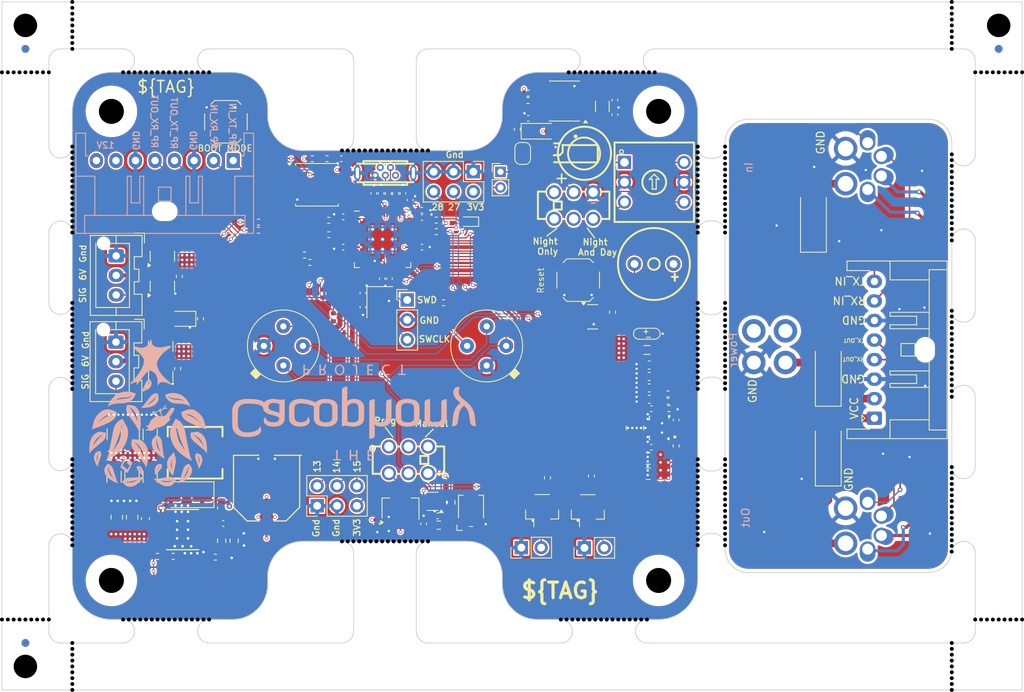
<source format=kicad_pcb>
(kicad_pcb (version 20240108) (generator "pcbnew") (generator_version "8.0")
  (layers (0 "F.Cu" signal) (1 "In1.Cu" signal) (2 "In2.Cu" signal) (31 "B.Cu" signal) (34 "B.Paste" user) (35 "F.Paste" user) (36 "B.SilkS" user "B.Silkscreen") (37 "F.SilkS" user "F.Silkscreen") (38 "B.Mask" user) (39 "F.Mask" user) (44 "Edge.Cuts" user))
  (net 0 "")
  (net 1 "Board_0-+12V")
  (net 2 "Board_0-+1V1")
  (net 3 "Board_0-+3V3")
  (net 4 "Board_0-+3V3_Lin")
  (net 5 "Board_0-+6V")
  (net 6 "Board_0-/6V_EN_PHY")
  (net 7 "Board_0-/GPIO13")
  (net 8 "Board_0-/GPIO14")
  (net 9 "Board_0-/GPIO15")
  (net 10 "Board_0-/GPIO27_ADC1")
  (net 11 "Board_0-/GPIO28_ADC2")
  (net 12 "Board_0-/PIR_SENS_POT_FB")
  (net 13 "Board_0-/QSPI_SCLK")
  (net 14 "Board_0-/QSPI_SD0")
  (net 15 "Board_0-/QSPI_SD1")
  (net 16 "Board_0-/QSPI_SD2")
  (net 17 "Board_0-/QSPI_SD3")
  (net 18 "Board_0-/QSPI_SS")
  (net 19 "Board_0-/RP2040_TX_IN_PHY")
  (net 20 "Board_0-/RP2040_TX_OUT_PHY")
  (net 21 "Board_0-/RTC_BAT")
  (net 22 "Board_0-/RTC_BAT_SENSE_PHY")
  (net 23 "Board_0-/RTC_V_{DD}")
  (net 24 "Board_0-/RUN")
  (net 25 "Board_0-/SERVO_1_EN_PHY")
  (net 26 "Board_0-/SERVO_1_PHY")
  (net 27 "Board_0-/SERVO_2_PHY")
  (net 28 "Board_0-/SWCLK")
  (net 29 "Board_0-/SWD")
  (net 30 "Board_0-/USB_BOOT")
  (net 31 "Board_0-/USB_D+")
  (net 32 "Board_0-/USB_D-")
  (net 33 "Board_0-/USB_PHY_D+")
  (net 34 "Board_0-/USB_PHY_D-")
  (net 35 "Board_0-/input-output/PIR_1_PHY")
  (net 36 "Board_0-/input-output/PIR_2_PHY")
  (net 37 "Board_0-/input-output/PIR_SENS_POT_MANUAL")
  (net 38 "Board_0-/input-output/PIR_SENS_POT_PROG")
  (net 39 "Board_0-/power/3V3_L1")
  (net 40 "Board_0-/power/3V3_L2")
  (net 41 "Board_0-/power/3V3_PHY")
  (net 42 "Board_0-/power/SW_6V")
  (net 43 "Board_0-6V_EN")
  (net 44 "Board_0-BUZZER")
  (net 45 "Board_0-GND")
  (net 46 "Board_0-LED_1_PHY")
  (net 47 "Board_0-NIGHT_ONLY")
  (net 48 "Board_0-Net-(BT2-+)")
  (net 49 "Board_0-Net-(BZ1--)")
  (net 50 "Board_0-Net-(D13-A)")
  (net 51 "Board_0-Net-(M1-+Ve)")
  (net 52 "Board_0-Net-(M2-+Ve)")
  (net 53 "Board_0-Net-(Q1-D)")
  (net 54 "Board_0-Net-(Q3-G)")
  (net 55 "Board_0-Net-(Q5-G)")
  (net 56 "Board_0-Net-(R26-Pad2)")
  (net 57 "Board_0-Net-(U1001-EN)")
  (net 58 "Board_0-Net-(U1001-FB)")
  (net 59 "Board_0-Net-(U1001-PG)")
  (net 60 "Board_0-Net-(U1001-Vaux)")
  (net 61 "Board_0-Net-(U3-GPIO10)")
  (net 62 "Board_0-Net-(U3-GPIO11)")
  (net 63 "Board_0-Net-(U3-GPIO9)")
  (net 64 "Board_0-Net-(U3-XIN)")
  (net 65 "Board_0-Net-(U3-XOUT)")
  (net 66 "Board_0-Net-(U7-OSCI)")
  (net 67 "Board_0-Net-(U7-OSCO)")
  (net 68 "Board_0-Net-(U8-Boot)")
  (net 69 "Board_0-Net-(U8-FB)")
  (net 70 "Board_0-Net-(U8-RT{slash}SYNC)")
  (net 71 "Board_0-Net-(U8-SS)")
  (net 72 "Board_0-PIR_1")
  (net 73 "Board_0-PIR_2")
  (net 74 "Board_0-PIR_SENS_POT")
  (net 75 "Board_0-RP2040_RX_IN")
  (net 76 "Board_0-RP2040_RX_OUT")
  (net 77 "Board_0-RP2040_TX_IN")
  (net 78 "Board_0-RP2040_TX_OUT")
  (net 79 "Board_0-RTC_BAT_SENSE")
  (net 80 "Board_0-R_ENC_1")
  (net 81 "Board_0-R_ENC_2")
  (net 82 "Board_0-R_ENC_4")
  (net 83 "Board_0-R_ENC_8")
  (net 84 "Board_0-SCL")
  (net 85 "Board_0-SDA")
  (net 86 "Board_0-SERVO_1")
  (net 87 "Board_0-SERVO_1_EN")
  (net 88 "Board_0-SERVO_2")
  (net 89 "Board_0-SERVO_2_EN")
  (net 90 "Board_0-SWITCH_1")
  (net 91 "Board_0-SWITCH_2")
  (net 92 "Board_0-unconnected-(J1-ID-Pad4)")
  (net 93 "Board_0-unconnected-(J1-VBUS-Pad1)")
  (net 94 "Board_0-unconnected-(RV1-Pad1)")
  (net 95 "Board_0-unconnected-(SW4-A-Pad1)")
  (net 96 "Board_0-unconnected-(SW4-A-Pad4)")
  (net 97 "Board_0-unconnected-(SW4-B-Pad5)")
  (net 98 "Board_0-unconnected-(SW4-C-Pad6)")
  (net 99 "Board_0-unconnected-(SW5-A-Pad4)")
  (net 100 "Board_0-unconnected-(SW5-B-Pad5)")
  (net 101 "Board_0-unconnected-(SW5-C-Pad6)")
  (net 102 "Board_0-unconnected-(U1-H-Pad6)")
  (net 103 "Board_0-unconnected-(U7-CLKO-Pad7)")
  (net 104 "Board_0-~{RTC_INT}")
  (net 105 "Board_1-/+Batt")
  (net 106 "Board_1-/Ch_GND")
  (net 107 "Board_1-/VIN_BAT_PHY")
  (net 108 "Board_1-/VIN_RX_PHY")
  (net 109 "Board_1-/VOUT_PHY")
  (net 110 "Board_1-GND")
  (net 111 "Board_1-RP2040_RX_IN")
  (net 112 "Board_1-RP2040_RX_OUT")
  (net 113 "Board_1-RP2040_TX_IN")
  (net 114 "Board_1-RP2040_TX_OUT")
  (net 115 "Board_1-SPEAKER_+")
  (net 116 "Board_1-SPEAKER_-")
  (net 117 "Board_1-VCC")
  (footprint "Capacitor_SMD:C_0402_1005Metric" (layer "F.Cu") (at 166.33 76.96 180)
    (property "Reference" "Board_0-C1003" (hide yes))
    (property "Value" "2.2uF")
  )
  (footprint "Button_Switch_SMD:SW_SPST_SKQG_WithStem" (layer "F.Cu") (at 156.96 55.58 180)
    (property "Reference" "Board_0-SW1" (hide yes))
    (property "Value" "RESET")
  )
  (footprint "NPTH" (layer "F.Cu") (at 86.25 29)
    (property "Reference" "KiKit_MB_23_5" (hide yes))
    (property "Value" "NPTH" (hide yes))
  )
  (footprint "NPTH" (layer "F.Cu") (at 92.25 59.965934)
    (property "Reference" "KiKit_MB_12_14" (hide yes))
    (property "Value" "NPTH" (hide yes))
  )
  (footprint "NPTH" (layer "F.Cu") (at 204.75 25.25)
    (property "Reference" "KiKit_MB_20_8" (hide yes))
    (property "Value" "NPTH" (hide yes))
  )
  (footprint "Capacitor_SMD:C_0402_1005Metric" (layer "F.Cu") (at 137.19 86.75 90)
    (property "Reference" "Board_0-C41" (hide yes))
    (property "Value" "1uF")
  )
  (footprint "NPTH" (layer "F.Cu") (at 172.25 41.432867)
    (property "Reference" "KiKit_MB_8_5" (hide yes))
    (property "Value" "NPTH" (hide yes))
  )
  (footprint "NPTH" (layer "F.Cu") (at 175.75 86.567133)
    (property "Reference" "KiKit_MB_15_5" (hide yes))
    (property "Value" "NPTH" (hide yes))
  )
  (footprint "Resistor_SMD:R_0402_1005Metric" (layer "F.Cu") (at 105.94 55.1125 -90)
    (property "Reference" "Board_0-R24" (hide yes))
    (property "Value" "10k")
  )
  (footprint "NPTH" (layer "F.Cu") (at 156.9494 99)
    (property "Reference" "KiKit_MB_6_13" (hide yes))
    (property "Value" "NPTH" (hide yes))
  )
  (footprint "NPTH" (layer "F.Cu") (at 208.5 29)
    (property "Reference" "KiKit_MB_25_2" (hide yes))
    (property "Value" "NPTH" (hide yes))
  )
  (footprint "Capacitor_SMD:C_0402_1005Metric" (layer "F.Cu") (at 126.905 51.365 180)
    (property "Reference" "Board_0-C16" (hide yes))
    (property "Value" "100n")
  )
  (footprint "NPTH" (layer "F.Cu") (at 83.25 99)
    (property "Reference" "KiKit_MB_24_1" (hide yes))
    (property "Value" "NPTH" (hide yes))
  )
  (footprint "NPTH" (layer "F.Cu") (at 175.75 65.100199)
    (property "Reference" "KiKit_MB_18_7" (hide yes))
    (property "Value" "NPTH" (hide yes))
  )
  (footprint "Diode_SMD:D_SOD-523" (layer "F.Cu") (at 142.97 48.11 180)
    (property "Reference" "Board_0-D4" (hide yes))
    (property "Value" "D")
  )
  (footprint "NPTH" (layer "F.Cu") (at 204.75 49.034067)
    (property "Reference" "KiKit_MB_13_14" (hide yes))
    (property "Value" "NPTH" (hide yes))
  )
  (footprint "NPTH" (layer "F.Cu") (at 175.75 62.166334)
    (property "Reference" "KiKit_MB_18_11" (hide yes))
    (property "Value" "NPTH" (hide yes))
  )
  (footprint "NPTH" (layer "F.Cu") (at 172.25 65.100199)
    (property "Reference" "KiKit_MB_7_10" (hide yes))
    (property "Value" "NPTH" (hide yes))
  )
  (footprint "NPTH" (layer "F.Cu") (at 204.75 44.633267)
    (property "Reference" "KiKit_MB_13_8" (hide yes))
    (property "Value" "NPTH" (hide yes))
  )
  (footprint "NPTH" (layer "F.Cu") (at 175.75 41.432867)
    (property "Reference" "KiKit_MB_16_12" (hide yes))
    (property "Value" "NPTH" (hide yes))
  )
  (footprint "NPTH" (layer "F.Cu") (at 175.75 78.499)
    (property "Reference" "KiKit_MB_15_16" (hide yes))
    (property "Value" "NPTH" (hide yes))
  )
  (footprint "NPTH" (layer "F.Cu") (at 175.75 88.034066)
    (property "Reference" "KiKit_MB_15_3" (hide yes))
    (property "Value" "NPTH" (hide yes))
  )
  (footprint "NPTH" (layer "F.Cu") (at 92.25 62.166334)
    (property "Reference" "KiKit_MB_12_11" (hide yes))
    (property "Value" "NPTH" (hide yes))
  )
  (footprint "NPTH" (layer "F.Cu") (at 175.75 87.300599)
    (property "Reference" "KiKit_MB_15_4" (hide yes))
    (property "Value" "NPTH" (hide yes))
  )
  (footprint "NPTH" (layer "F.Cu") (at 103.149801 99)
    (property "Reference" "KiKit_MB_10_10" (hide yes))
    (property "Value" "NPTH" (hide yes))
  )
  (footprint "NPTH" (layer "F.Cu") (at 102.416334 99)
    (property "Reference" "KiKit_MB_10_11" (hide yes))
    (property "Value" "NPTH" (hide yes))
  )
  (footprint "NPTH" (layer "F.Cu") (at 204.75 49.767534)
    (property "Reference" "KiKit_MB_13_15" (hide yes))
    (property "Value" "NPTH" (hide yes))
  )
  (footprint "NPTH" (layer "F.Cu") (at 101.682867 29)
    (property "Reference" "KiKit_MB_1_5" (hide yes))
    (property "Value" "NPTH" (hide yes))
  )
  (footprint "NPTH" (layer "F.Cu") (at 87 29)
    (property "Reference" "KiKit_MB_23_6" (hide yes))
    (property "Value" "NPTH" (hide yes))
  )
  (footprint "cacophony-library:jcon-2+4pin-m16" (layer "F.Cu") (at 192.75 41 -90)
    (property "Reference" "Board_1-J5" (hide yes))
    (property "Value" "JCON_M16_2+4Pin")
  )
  (footprint "NPTH" (layer "F.Cu") (at 165.284066 29)
    (property "Reference" "KiKit_MB_5_14" (hide yes))
    (property "Value" "NPTH" (hide yes))
  )
  (footprint "NPTH" (layer "F.Cu") (at 172.25 80.6994)
    (property "Reference" "KiKit_MB_4_4" (hide yes))
    (property "Value" "NPTH" (hide yes))
  )
  (footprint "NPTH" (layer "F.Cu") (at 131.883267 39)
    (property "Reference" "KiKit_MB_2_8" (hide yes))
    (property "Value" "NPTH" (hide yes))
  )
  (footprint "Capacitor_SMD:C_0805_2012Metric" (layer "F.Cu") (at 165.92 78.4 180)
    (property "Reference" "Board_0-C1002" (hide yes))
    (property "Value" "22uF")
  )
  (footprint "NPTH" (layer "F.Cu") (at 92.25 81.432866)
    (property "Reference" "KiKit_MB_11_12" (hide yes))
    (property "Value" "NPTH" (hide yes))
  )
  (footprint "NPTH" (layer "F.Cu") (at 172.25 59.232467)
    (property "Reference" "KiKit_MB_7_2" (hide yes))
    (property "Value" "NPTH" (hide yes))
  )
  (footprint "NPTH" (layer "F.Cu") (at 175.75 89.500999)
    (property "Reference" "KiKit_MB_15_1" (hide yes))
    (property "Value" "NPTH" (hide yes))
  )
  (footprint "NPTH" (layer "F.Cu") (at 92.25 38.499001)
    (property "Reference" "KiKit_MB_9_16" (hide yes))
    (property "Value" "NPTH" (hide yes))
  )
  (footprint "NPTH" (layer "F.Cu") (at 172.25 60.699401)
    (property "Reference" "KiKit_MB_7_4" (hide yes))
    (property "Value" "NPTH" (hide yes))
  )
  (footprint "NPTH" (layer "F.Cu") (at 132.616733 39)
    (property "Reference" "KiKit_MB_2_9" (hide yes))
    (property "Value" "NPTH" (hide yes))
  )
  (footprint "Resistor_SMD:R_0402_1005Metric" (layer "F.Cu") (at 168.58 72.02)
    (property "Reference" "Board_0-R1003" (hide yes))
    (property "Value" "150k")
  )
  (footprint "Resistor_SMD:R_0402_1005Metric" (layer "F.Cu") (at 149.17 36.3 -90)
    (property "Reference" "Board_0-R23" (hide yes))
    (property "Value" "1k")
  )
  (footprint "Capacitor_SMD:C_0603_1608Metric" (layer "F.Cu") (at 111.35 84.72 90)
    (property "Reference" "Board_0-C31" (hide yes))
    (property "Value" "100nF")
  )
  (footprint "NPTH" (layer "F.Cu") (at 204.75 41.699401)
    (property "Reference" "KiKit_MB_13_4" (hide yes))
    (property "Value" "NPTH" (hide yes))
  )
  (footprint "NPTH" (layer "F.Cu") (at 172.25 81.432866)
    (property "Reference" "KiKit_MB_4_5" (hide yes))
    (property "Value" "NPTH" (hide yes))
  )
  (footprint "NPTH" (layer "F.Cu") (at 204.75 68.300599)
    (property "Reference" "KiKit_MB_17_13" (hide yes))
    (property "Value" "NPTH" (hide yes))
  )
  (footprint "NPTH" (layer "F.Cu") (at 108.284067 99)
    (property "Reference" "KiKit_MB_10_3" (hide yes))
    (property "Value" "NPTH" (hide yes))
  )
  (footprint "NPTH" (layer "F.Cu") (at 105.3502 29)
    (property "Reference" "KiKit_MB_1_10" (hide yes))
    (property "Value" "NPTH" (hide yes))
  )
  (footprint "NPTH" (layer "F.Cu") (at 204.75 47.567134)
    (property "Reference" "KiKit_MB_13_12" (hide yes))
    (property "Value" "NPTH" (hide yes))
  )
  (footprint "NPTH" (layer "F.Cu") (at 172.25 87.300599)
    (property "Reference" "KiKit_MB_4_13" (hide yes))
    (property "Value" "NPTH" (hide yes))
  )
  (footprint "NPTH" (layer "F.Cu") (at 92.25 103.5)
    (property "Reference" "KiKit_MB_21_3" (hide yes))
    (property "Value" "NPTH" (hide yes))
  )
  (footprint "NPTH" (layer "F.Cu") (at 131.883267 89)
    (property "Reference" "KiKit_MB_3_9" (hide yes))
    (property "Value" "NPTH" (hide yes))
  )
  (footprint "Fiducial" (layer "F.Cu") (at 86.25 26)
    (property "Reference" "KiKit_FID_T_1" (hide yes))
    (property "Value" "Fiducial" (hide yes))
  )
  (footprint "NPTH" (layer "F.Cu") (at 128.949401 89)
    (property "Reference" "KiKit_MB_3_13" (hide yes))
    (property "Value" "NPTH" (hide yes))
  )
  (footprint "NPTH" (layer "F.Cu") (at 109.017534 99)
    (property "Reference" "KiKit_MB_10_2" (hide yes))
    (property "Value" "NPTH" (hide yes))
  )
  (footprint "Capacitor_SMD:C_1206_3216Metric" (layer "F.Cu") (at 97.59 80.74 -90)
    (property "Reference" "Board_0-C37" (hide yes))
    (property "Value" "47uF")
  )
  (footprint "NPTH" (layer "F.Cu") (at 100.215934 99)
    (property "Reference" "KiKit_MB_10_14" (hide yes))
    (property "Value" "NPTH" (hide yes))
  )
  (footprint "NPTH" (layer "F.Cu") (at 92.25 46.567134)
    (property "Reference" "KiKit_MB_9_5" (hide yes))
    (property "Value" "NPTH" (hide yes))
  )
  (footprint "NPTH" (layer "F.Cu") (at 92.25 78.499)
    (property "Reference" "KiKit_MB_11_16" (hide yes))
    (property "Value" "NPTH" (hide yes))
  )
  (footprint "cacophony-library:SW-TH_K3-2235D-F1" (layer "F.Cu") (at 135.25 78.58 180)
    (property "Reference" "Board_0-SW5" (hide yes))
    (property "Value" "SW_Push_DPDT")
  )
  (footprint "Diode_SMD:D_SMA_Handsoldering" (layer "F.Cu") (at 187.05 47.5 90)
    (property "Reference" "Board_1-D3" (hide yes))
    (property "Value" "D_Shockley")
  )
  (footprint "NPTH" (layer "F.Cu") (at 175.75 67.300599)
    (property "Reference" "KiKit_MB_18_4" (hide yes))
    (property "Value" "NPTH" (hide yes))
  )
  (footprint "NPTH" (layer "F.Cu") (at 204.75 81.661605)
    (property "Reference" "KiKit_MB_14_4" (hide yes))
    (property "Value" "NPTH" (hide yes))
  )
  (footprint "Resistor_SMD:R_0402_1005Metric" (layer "F.Cu") (at 133.615 44.505 90)
    (property "Reference" "Board_0-R4" (hide yes))
    (property "Value" "33ohm")
  )
  (footprint "NPTH" (layer "F.Cu") (at 92.25 89.500999)
    (property "Reference" "KiKit_MB_11_1" (hide yes))
    (property "Value" "NPTH" (hide yes))
  )
  (footprint "NPTH" (layer "F.Cu") (at 172.25 45.833667)
    (property "Reference" "KiKit_MB_8_11" (hide yes))
    (property "Value" "NPTH" (hide yes))
  )
  (footprint "NPTH" (layer "F.Cu") (at 211.5 29)
    (property "Reference" "KiKit_MB_25_6" (hide yes))
    (property "Value" "NPTH" (hide yes))
  )
  (footprint "Capacitor_SMD:C_0402_1005Metric" (layer "F.Cu") (at 150.57 34.89 180)
    (property "Reference" "Board_0-C9" (hide yes))
    (property "Value" "1uF")
  )
  (footprint "Package_SO:SOIC-8_5.23x5.23mm_P1.27mm" (layer "F.Cu") (at 123.545 43.385)
    (property "Reference" "Board_0-U9" (hide yes))
    (property "Value" "W25Q128JVS")
  )
  (footprint "NPTH" (layer "F.Cu") (at 172.25 88.767533)
    (property "Reference" "KiKit_MB_4_15" (hide yes))
    (property "Value" "NPTH" (hide yes))
  )
  (footprint "NPTH" (layer "F.Cu") (at 172.25 65.833666)
    (property "Reference" "KiKit_MB_7_11" (hide yes))
    (property "Value" "NPTH" (hide yes))
  )
  (footprint "NPTH" (layer "F.Cu") (at 175.75 62.899801)
    (property "Reference" "KiKit_MB_18_10" (hide yes))
    (property "Value" "NPTH" (hide yes))
  )
  (footprint "cacophony-library:PIR_P924M-S" (layer "F.Cu") (at 145.25 64)
    (property "Reference" "Board_0-U6" (hide yes))
    (property "Value" "PIR_P924M-S")
  )
  (footprint "Crystal:Crystal_SMD_3225-4Pin_3.2x2.5mm" (layer "F.Cu") (at 131.585 58.415 -90)
    (property "Reference" "Board_0-Y1" (hide yes))
    (property "Value" "Crystal_GND24")
  )
  (footprint "NPTH" (layer "F.Cu") (at 92.25 60.699401)
    (property "Reference" "KiKit_MB_12_13" (hide yes))
    (property "Value" "NPTH" (hide yes))
  )
  (footprint "NPTH" (layer "F.Cu") (at 204.75 64.633266)
    (property "Reference" "KiKit_MB_17_8" (hide yes))
    (property "Value" "NPTH" (hide yes))
  )
  (footprint "cacophony-library:test-point-2p" (layer "F.Cu") (at 165.7375 62.44 180)
    (property "Reference" "Board_0-TP1001" (hide yes))
    (property "Value" "TestPoint_2Pole")
  )
  (footprint "NPTH" (layer "F.Cu") (at 204.75 102.75)
    (property "Reference" "KiKit_MB_22_2" (hide yes))
    (property "Value" "NPTH" (hide yes))
  )
  (footprint "Capacitor_SMD:C_1206_3216Metric" (layer "F.Cu") (at 102.2 80.74 -90)
    (property "Reference" "Board_0-C33" (hide yes))
    (property "Value" "47uF")
  )
  (footprint "NPTH" (layer "F.Cu") (at 204.75 83.103342)
    (property "Reference" "KiKit_MB_14_6" (hide yes))
    (property "Value" "NPTH" (hide yes))
  )
  (footprint "NPTH" (layer "F.Cu") (at 161.350199 99)
    (property "Reference" "KiKit_MB_6_7" (hide yes))
    (property "Value" "NPTH" (hide yes))
  )
  (footprint "NPTH" (layer "F.Cu") (at 92.25 82.8998)
    (property "Reference" "KiKit_MB_11_10" (hide yes))
    (property "Value" "NPTH" (hide yes))
  )
  (footprint "NPTH" (layer "F.Cu") (at 127.482467 89)
    (property "Reference" "KiKit_MB_3_15" (hide yes))
    (property "Value" "NPTH" (hide yes))
  )
  (footprint "NPTH" (layer "F.Cu") (at 92.25 20.75)
    (property "Reference" "KiKit_MB_19_2" (hide yes))
    (property "Value" "NPTH" (hide yes))
  )
  (footprint "NPTH" (layer "F.Cu") (at 92.25 68.034066)
    (property "Reference" "KiKit_MB_12_3" (hide yes))
    (property "Value" "NPTH" (hide yes))
  )
  (footprint "NPTH" (layer "F.Cu") (at 204.75 67.567133)
    (property "Reference" "KiKit_MB_17_12" (hide yes))
    (property "Value" "NPTH" (hide yes))
  )
  (footprint "NPTH" (layer "F.Cu") (at 175.75 59.232467)
    (property "Reference" "KiKit_MB_18_15" (hide yes))
    (property "Value" "NPTH" (hide yes))
  )
  (footprint "Connector_PinHeader_2.54mm:PinHeader_1x02_P2.54mm_Vertical" (layer "F.Cu") (at 149.685 89.8 90)
    (property "Reference" "Board_0-J4" (hide yes))
    (property "Value" "Switch_1")
  )
  (footprint "NPTH" (layer "F.Cu") (at 159.416333 29)
    (property "Reference" "KiKit_MB_5_6" (hide yes))
    (property "Value" "NPTH" (hide yes))
  )
  (footprint "NPTH" (layer "F.Cu") (at 104.616734 99)
    (property "Reference" "KiKit_MB_10_8" (hide yes))
    (property "Value" "NPTH" (hide yes))
  )
  (footprint "NPTH" (layer "F.Cu") (at 92.25 44.366734)
    (property "Reference" "KiKit_MB_9_8" (hide yes))
    (property "Value" "NPTH" (hide yes))
  )
  (footprint "NPTH" (layer "F.Cu") (at 99.482467 99)
    (property "Reference" "KiKit_MB_10_15" (hide yes))
    (property "Value" "NPTH" (hide yes))
  )
  (footprint "Resistor_SMD:R_0402_1005Metric" (layer "F.Cu") (at 125.06 47.93 180)
    (property "Reference" "Board_0-R31" (hide yes))
    (property "Value" "1k")
  )
  (footprint "Resistor_SMD:R_0402_1005Metric" (layer "F.Cu") (at 108.66 60.53 -90)
    (property "Reference" "Board_0-R22" (hide yes))
    (property "Value" "1k")
  )
  (footprint "NPTH" (layer "F.Cu") (at 92.25 23.75)
    (property "Reference" "KiKit_MB_19_6" (hide yes))
    (property "Value" "NPTH" (hide yes))
  )
  (footprint "NPTH" (layer "F.Cu") (at 106.817134 29)
    (property "Reference" "KiKit_MB_1_12" (hide yes))
    (property "Value" "NPTH" (hide yes))
  )
  (footprint "NPTH" (layer "F.Cu") (at 209.25 99)
    (property "Reference" "KiKit_MB_26_3" (hide yes))
    (property "Value" "NPTH" (hide yes))
  )
  (footprint "NPTH" (layer "F.Cu") (at 175.75 38.499001)
    (property "Reference" "KiKit_MB_16_16" (hide yes))
    (property "Value" "NPTH" (hide yes))
  )
  (footprint "Button_Switch_SMD:SW_SPST_SKQG_WithStem" (layer "F.Cu") (at 111.9 35.33)
    (property "Reference" "Board_0-SW2" (hide yes))
    (property "Value" "USB_BOOT")
  )
  (footprint "NPTH" (layer "F.Cu") (at 162.817133 99)
    (property "Reference" "KiKit_MB_6_5" (hide yes))
    (property "Value" "NPTH" (hide yes))
  )
  (footprint "NPTH" (layer "F.Cu") (at 103.149801 29)
    (property "Reference" "KiKit_MB_1_7" (hide yes))
    (property "Value" "NPTH" (hide yes))
  )
  (footprint "NPTH" (layer "F.Cu") (at 92.25 42.899801)
    (property "Reference" "KiKit_MB_9_10" (hide yes))
    (property "Value" "NPTH" (hide yes))
  )
  (footprint "NPTH" (layer "F.Cu") (at 172.25 47.3006)
    (property "Reference" "KiKit_MB_8_13" (hide yes))
    (property "Value" "NPTH" (hide yes))
  )
  (footprint "NPTH" (layer "F.Cu") (at 204.75 62.432867)
    (property "Reference" "KiKit_MB_17_5" (hide yes))
    (property "Value" "NPTH" (hide yes))
  )
  (footprint "Capacitor_SMD:C_0603_1608Metric" (layer "F.Cu") (at 101.61 86.08 90)
    (property "Reference" "Board_0-C29" (hide yes))
    (property "Value" "470nF")
  )
  (footprint "NPTH" (layer "F.Cu") (at 204.75 43.899801)
    (property "Reference" "KiKit_MB_13_7" (hide yes))
    (property "Value" "NPTH" (hide yes))
  )
  (footprint "NPTH" (layer "F.Cu") (at 210.75 29)
    (property "Reference" "KiKit_MB_25_5" (hide yes))
    (property "Value" "NPTH" (hide yes))
  )
  (footprint "Resistor_SMD:R_0402_1005Metric" (layer "F.Cu") (at 139.75 58.47)
    (property "Reference" "Board_0-R6" (hide yes))
    (property "Value" "1k")
  )
  (footprint "NPTH" (layer "F.Cu") (at 85.5 99)
    (property "Reference" "KiKit_MB_24_4" (hide yes))
    (property "Value" "NPTH" (hide yes))
  )
  (footprint "Resistor_SMD:R_0402_1005Metric" (layer "F.Cu") (at 116.06 49.2)
    (property "Reference" "Board_0-R1" (hide yes))
    (property "Value" "1k")
  )
  (footprint "Connector_PinHeader_2.54mm:PinHeader_2x03_P2.54mm_Vertical" (layer "F.Cu") (at 123.57 84.45 90)
    (property "Reference" "Board_0-J3" (hide yes))
    (property "Value" "Conn_02x03_Odd_Even")
  )
  (footprint "Fiducial" (layer "F.Cu") (at 210.75 26)
    (property "Reference" "KiKit_FID_T_2" (hide yes))
    (property "Value" "Fiducial" (hide yes))
  )
  (footprint "NPTH" (layer "F.Cu") (at 175.75 44.366734)
    (property "Reference" "KiKit_MB_16_8" (hide yes))
    (property "Value" "NPTH" (hide yes))
  )
  (footprint "cacophony-library:SW-TH_K3-2235D-F1" (layer "F.Cu") (at 156.38 46.04)
    (property "Reference" "Board_0-SW4" (hide yes))
    (property "Value" "SW_Push_DPDT")
  )
  (footprint "NPTH" (layer "F.Cu") (at 204.75 21.5)
    (property "Reference" "KiKit_MB_20_3" (hide yes))
    (property "Value" "NPTH" (hide yes))
  )
  (footprint "NPTH" (layer "F.Cu") (at 164.284066 99)
    (property "Reference" "KiKit_MB_6_3" (hide yes))
    (property "Value" "NPTH" (hide yes))
  )
  (footprint "NPTH" (layer "F.Cu") (at 172.25 83.633266)
    (property "Reference" "KiKit_MB_4_8" (hide yes))
    (property "Value" "NPTH" (hide yes))
  )
  (footprint "Capacitor_SMD:C_0402_1005Metric" (layer "F.Cu") (at 129.425 57.225 -90)
    (property "Reference" "Board_0-C11" (hide yes))
    (property "Value" "12pF")
  )
  (footprint "Capacitor_SMD:C_1206_3216Metric" (layer "F.Cu") (at 97.61 75.325 90)
    (property "Reference" "Board_0-C25" (hide yes))
    (property "Value" "47uF")
  )
  (footprint "Capacitor_SMD:C_0805_2012Metric" (layer "F.Cu") (at 165.92 80.36 180)
    (property "Reference" "Board_0-C1001" (hide yes))
    (property "Value" "22uF")
  )
  (footprint "NPTH" (layer "F.Cu") (at 204.75 104.25)
    (property "Reference" "KiKit_MB_22_4" (hide yes))
    (property "Value" "NPTH" (hide yes))
  )
  (footprint "Package_TO_SOT_SMD:SOT-89-3" (layer "F.Cu") (at 134.23 84.81 90)
    (property "Reference" "Board_0-U4" (hide yes))
    (property "Value" "HT75xx-1-SOT89")
  )
  (footprint "NPTH" (layer "F.Cu") (at 204.75 20)
    (property "Reference" "KiKit_MB_20_1" (hide yes))
    (property "Value" "NPTH" (hide yes))
  )
  (footprint "Package_TO_SOT_SMD:SOT-23" (layer "F.Cu") (at 103.77 52.5225 90)
    (property "Reference" "Board_0-Q3" (hide yes))
    (property "Value" "Q_PMOS_GSD")
  )
  (footprint "Resistor_SMD:R_0402_1005Metric" (layer "F.Cu") (at 161.36 59.69 -90)
    (property "Reference" "Board_0-R2" (hide yes))
    (property "Value" "100R")
  )
  (footprint "NPTH" (layer "F.Cu") (at 130.416334 39)
    (property "Reference" "KiKit_MB_2_6" (hide yes))
    (property "Value" "NPTH" (hide yes))
  )
  (footprint "Capacitor_SMD:C_0805_2012Metric" (layer "F.Cu") (at 99.9 85.91 90)
    (property "Reference" "Board_0-C27" (hide yes))
    (property "Value" "22uF")
  )
  (footprint "NPTH" (layer "F.Cu") (at 92.25 63.633267)
    (property "Reference" "KiKit_MB_12_9" (hide yes))
    (property "Value" "NPTH" (hide yes))
  )
  (footprint "NPTH" (layer "F.Cu") (at 132.616733 89)
    (property "Reference" "KiKit_MB_3_8" (hide yes))
    (property "Value" "NPTH" (hide yes))
  )
  (footprint "NPTH" (layer "F.Cu") (at 175.75 59.965934)
    (property "Reference" "KiKit_MB_18_14" (hide yes))
    (property "Value" "NPTH" (hide yes))
  )
  (footprint "NPTH" (layer "F.Cu") (at 172.25 39.965934)
    (property "Reference" "KiKit_MB_8_3" (hide yes))
    (property "Value" "NPTH" (hide yes))
  )
  (footprint "Capacitor_SMD:C_0402_1005Metric" (layer "F.Cu") (at 131.895 55.395 -90)
    (property "Reference" "Board_0-C20" (hide yes))
    (property "Value" "100n")
  )
  (footprint "NPTH" (layer "F.Cu") (at 204.75 80.940737)
    (property "Reference" "KiKit_MB_14_3" (hide yes))
    (property "Value" "NPTH" (hide yes))
  )
  (footprint "Capacitor_SMD:C_1206_3216Metric" (layer "F.Cu") (at 102.21 75.325 90)
    (property "Reference" "Board_0-C36" (hide yes))
    (property "Value" "47uF")
  )
  (footprint "NPTH" (layer "F.Cu") (at 133.350199 39)
    (property "Reference" "KiKit_MB_2_10" (hide yes))
    (property "Value" "NPTH" (hide yes))
  )
  (footprint "NPTH" (layer "F.Cu") (at 92.25 79.232466)
    (property "Reference" "KiKit_MB_11_15" (hide yes))
    (property "Value" "NPTH" (hide yes))
  )
  (footprint "NPTH" (layer "F.Cu") (at 92.25 40.699401)
    (property "Reference" "KiKit_MB_9_13" (hide yes))
    (property "Value" "NPTH" (hide yes))
  )
  (footprint "Resistor_SMD:R_0402_1005Metric" (layer "F.Cu") (at 125.06 49.78 180)
    (property "Reference" "Board_0-R33" (hide yes))
    (property "Value" "1k")
  )
  (footprint "NPTH" (layer "F.Cu") (at 175.75 63.633267)
    (property "Reference" "KiKit_MB_18_9" (hide yes))
    (property "Value" "NPTH" (hide yes))
  )
  (footprint "Capacitor_SMD:C_0402_1005Metric" (layer "F.Cu") (at 169.485 73.465 90)
    (property "Reference" "Board_0-C1009" (hide yes))
    (property "Value" "100nF")
  )
  (footprint "NPTH" (layer "F.Cu") (at 172.25 63.633267)
    (property "Reference" "KiKit_MB_7_8" (hide yes))
    (property "Value" "NPTH" (hide yes))
  )
  (footprint "NPTH" (layer "F.Cu") (at 204.75 87.428552)
    (property "Reference" "KiKit_MB_14_12" (hide yes))
    (property "Value" "NPTH" (hide yes))
  )
  (footprint "Capacitor_SMD:C_0402_1005Metric" (layer "F.Cu") (at 138.99 85.74 180)
    (property "Reference" "Board_0-C39" (hide yes))
    (property "Value" "100n")
  )
  (footprint "NPTH" (layer "F.Cu") (at 175.75 79.232466)
    (property "Reference" "KiKit_MB_15_15" (hide yes))
    (property "Value" "NPTH" (hide yes))
  )
  (footprint "NPTH" (layer "F.Cu") (at 92.25 39.232467)
    (property "Reference" "KiKit_MB_9_15" (hide yes))
    (property "Value" "NPTH" (hide yes))
  )
  (footprint "NPTH" (layer "F.Cu") (at 92.25 26)
    (property "Reference" "KiKit_MB_19_9" (hide yes))
    (property "Value" "NPTH" (hide yes))
  )
  (footprint "NPTH" (layer "F.Cu") (at 157.9494 29)
    (property "Reference" "KiKit_MB_5_4" (hide yes))
    (property "Value" "NPTH" (hide yes))
  )
  (footprint "Resistor_SMD:R_0402_1005Metric" (layer "F.Cu") (at 150.54 32.61)
    (property "Reference" "Board_0-R11" (hide yes))
    (property "Value" "10k")
  )
  (footprint "NPTH" (layer "F.Cu") (at 92.25 80.6994)
    (property "Reference" "KiKit_MB_11_13" (hide yes))
    (property "Value" "NPTH" (hide yes))
  )
  (footprint "NPTH" (layer "F.Cu") (at 204.75 22.25)
    (property "Reference" "KiKit_MB_20_4" (hide yes))
    (property "Value" "NPTH" (hide yes))
  )
  (footprint "NPTH" (layer "F.Cu") (at 135.550599 39)
    (property "Reference" "KiKit_MB_2_13" (hide yes))
    (property "Value" "NPTH" (hide yes))
  )
  (footprint "NPTH" (layer "F.Cu") (at 204.75 48.3006)
    (property "Reference" "KiKit_MB_13_13" (hide yes))
    (property "Value" "NPTH" (hide yes))
  )
  (footprint "NPTH" (layer "F.Cu") (at 172.25 43.633267)
    (property "Reference" "KiKit_MB_8_8" (hide yes))
    (property "Value" "NPTH" (hide yes))
  )
  (footprint "cacophony-library:JST_SH_BM02B-SRSS-TB_1x02-1MP_P1.00mm_Vertical" (layer "F.Cu") (at 152.35 85.025)
    (property "Reference" "Board_0-J7" (hide yes))
    (property "Value" "Switch_1")
  )
  (footprint "NPTH" (layer "F.Cu") (at 213.75 29)
    (property "Reference" "KiKit_MB_25_9" (hide yes))
    (property "Value" "NPTH" (hide yes))
  )
  (footprint "NPTH" (layer "F.Cu") (at 204.75 46.1002)
    (property "Reference" "KiKit_MB_13_10" (hide yes))
    (property "Value" "NPTH" (hide yes))
  )
  (footprint "Capacitor_SMD:C_1206_3216Metric" (layer "F.Cu") (at 99.91 75.325 90)
    (property "Reference" "Board_0-C35" (hide yes))
    (property "Value" "47uF")
  )
  (footprint "NPTH" (layer "F.Cu") (at 89.25 29)
    (property "Reference" "KiKit_MB_23_9" (hide yes))
    (property "Value" "NPTH" (hide yes))
  )
  (footprint "cacophony-library:jcon-2+4pin-m16" (layer "F.Cu") (at 192.75 87 -90)
    (property "Reference" "Board_1-J6" (hide yes))
    (property "Value" "JCON_M16_2+4Pin")
  )
  (footprint "NPTH" (layer "F.Cu") (at 109.751 29)
    (property "Reference" "KiKit_MB_1_16" (hide yes))
    (property "Value" "NPTH" (hide yes))
  )
  (footprint "Connector_PinHeader_2.00mm:PinHeader_1x02_P2.00mm_Vertical" (layer "F.Cu") (at 147.02 41.73)
    (property "Reference" "Board_0-J10" (hide yes))
    (property "Value" "Conn_01x02")
  )
  (footprint "NPTH" (layer "F.Cu") (at 204.75 69.034066)
    (property "Reference" "KiKit_MB_17_14" (hide yes))
    (property "Value" "NPTH" (hide yes))
  )
  (footprint "NPTH" (layer "F.Cu") (at 172.25 62.166334)
    (property "Reference" "KiKit_MB_7_6" (hide yes))
    (property "Value" "NPTH" (hide yes))
  )
  (footprint "NPTH" (layer "F.Cu") (at 175.75 61.432867)
    (property "Reference" "KiKit_MB_18_12" (hide yes))
    (property "Value" "NPTH" (hide yes))
  )
  (footprint "NPTH" (layer "F.Cu") (at 164.550599 29)
    (property "Reference" "KiKit_MB_5_13" (hide yes))
    (property "Value" "NPTH" (hide yes))
  )
  (footprint "NPTH" (layer "F.Cu") (at 106.083667 99)
    (property "Reference" "KiKit_MB_10_6" (hide yes))
    (property "Value" "NPTH" (hide yes))
  )
  (footprint "NPTH" (layer "F.Cu") (at 204.75 23.75)
    (property "Reference" "KiKit_MB_20_6" (hide yes))
    (property "Value" "NPTH" (hide yes))
  )
  (footprint "cacophony-library:JST_SH_BM02B-SRSS-TB_1x02-1MP_P1.00mm_Vertical" (layer "F.Cu") (at 158.19 85.04)
    (property "Reference" "Board_0-J2" (hide yes))
    (property "Value" "Switch_2")
  )
  (footprint "NPTH" (layer "F.Cu") (at 83.25 29)
    (property "Reference" "KiKit_MB_23_1" (hide yes))
    (property "Value" "NPTH" (hide yes))
  )
  (footprint "NPTH" (layer "F.Cu") (at 172.25 85.833666)
    (property "Reference" "KiKit_MB_4_11" (hide yes))
    (property "Value" "NPTH" (hide yes))
  )
  (footprint "NPTH" (layer "F.Cu") (at 92.25 48.034067)
    (property "Reference" "KiKit_MB_9_3" (hide yes))
    (property "Value" "NPTH" (hide yes))
  )
  (footprint "NPTH" (layer "F.Cu") (at 172.25 66.567133)
    (property "Reference" "KiKit_MB_7_12" (hide yes))
    (property "Value" "NPTH" (hide yes))
  )
  (footprint "Resistor_SMD:R_0402_1005Metric" (layer "F.Cu") (at 122.965 40.055)
    (property "Reference" "Board_0-R10" (hide yes))
    (property "Value" "DNF")
  )
  (footprint "NPTH" (layer "F.Cu") (at 127.482467 39)
    (property "Reference" "KiKit_MB_2_2" (hide yes))
    (property "Value" "NPTH" (hide yes))
  )
  (footprint "NPTH" (layer "F.Cu") (at 86.25 99)
    (property "Reference" "KiKit_MB_24_5" (hide yes))
    (property "Value" "NPTH" (hide yes))
  )
  (footprint "NPTH" (layer "F.Cu") (at 92.25 61.432867)
    (property "Reference" "KiKit_MB_12_12" (hide yes))
    (property "Value" "NPTH" (hide yes))
  )
  (footprint "NPTH" (layer "F.Cu") (at 172.25 68.767533)
    (property "Reference" "KiKit_MB_7_15" (hide yes))
    (property "Value" "NPTH" (hide yes))
  )
  (footprint "NPTH" (layer "F.Cu") (at 175.75 69.500999)
    (property "Reference" "KiKit_MB_18_1" (hide yes))
    (property "Value" "NPTH" (hide yes))
  )
  (footprint "NPTH" (layer "F.Cu") (at 159.1498 99)
    (property "Reference" "KiKit_MB_6_10" (hide yes))
    (property "Value" "NPTH" (hide yes))
  )
  (footprint "Potentiometer_SMD:Potentiometer_Bourns_TC33X_Vertical" (layer "F.Cu") (at 143.25 85 90)
    (property "Reference" "Board_0-RV1" (hide yes))
    (property "Value" "10k")
  )
  (footprint "NPTH" (layer "F.Cu") (at 166.017533 29)
    (property "Reference" "KiKit_MB_5_15" (hide yes))
    (property "Value" "NPTH" (hide yes))
  )
  (footprint "NPTH" (layer "F.Cu") (at 92.25 85.100199)
    (property "Reference" "KiKit_MB_11_7" (hide yes))
    (property "Value" "NPTH" (hide yes))
  )
  (footprint "NPTH" (layer "F.Cu") (at 172.25 84.366733)
    (property "Reference" "KiKit_MB_4_9" (hide yes))
    (property "Value" "NPTH" (hide yes))
  )
  (footprint "NPTH" (layer "F.Cu") (at 172.25 86.567133)
    (property "Reference" "KiKit_MB_4_12" (hide yes))
    (property "Value" "NPTH" (hide yes))
  )
  (footprint "NPTH" (layer "F.Cu") (at 100.949401 29)
    (property "Reference" "KiKit_MB_1_4" (hide yes))
    (property "Value" "NPTH" (hide yes))
  )
  (footprint "NPTH" (layer "F.Cu") (at 92.25 22.25)
    (property "Reference" "KiKit_MB_19_4" (hide yes))
    (property "Value" "NPTH" (hide yes))
  )
  (footprint "NPTH" (layer "F.Cu") (at 128.215934 89)
    (property "Reference" "KiKit_MB_3_14" (hide yes))
    (property "Value" "NPTH" (hide yes))
  )
  (footprint "NPTH" (layer "F.Cu") (at 163.083666 29)
    (property "Reference" "KiKit_MB_5_11" (hide yes))
    (property "Value" "NPTH" (hide yes))
  )
  (footprint "NPTH" (layer "F.Cu") (at 204.75 66.100199)
    (property "Reference" "KiKit_MB_17_10" (hide yes))
    (property "Value" "NPTH" (hide yes))
  )
  (footprint "Connector_JST:JST_XA_B03B-XASK-1-A_1x03_P2.50mm_Vertical" (layer "F.Cu") (at 97.86 52.4825 -90)
    (property "Reference" "Board_0-M1" (hide yes))
    (property "Value" "Servo")
  )
  (footprint "NPTH" (layer "F.Cu") (at 175.75 49.501)
    (property "Reference" "KiKit_MB_16_1" (hide yes))
    (property "Value" "NPTH" (hide yes))
  )
  (footprint "NPTH" (layer "F.Cu") (at 172.25 78.499)
    (property "Reference" "KiKit_MB_4_1" (hide yes))
    (property "Value" "NPTH" (hide yes))
  )
  (footprint "NPTH" (layer "F.Cu") (at 161.616733 29)
    (property "Reference" "KiKit_MB_5_9" (hide yes))
    (property "Value" "NPTH" (hide yes))
  )
  (footprint "NPTH" (layer "F.Cu") (at 172.25 48.034067)
    (property "Reference" "KiKit_MB_8_14" (hide yes))
    (property "Value" "NPTH" (hide yes))
  )
  (footprint "Resistor_SMD:R_0402_1005Metric" (layer "F.Cu") (at 122.63 53.32 180)
    (property "Reference" "Board_0-R30" (hide yes))
    (property "Value" "1k")
  )
  (footprint "NPTH" (layer "F.Cu") (at 101.682867 99)
    (property "Reference" "KiKit_MB_10_12" (hide yes))
    (property "Value" "NPTH" (hide yes))
  )
  (footprint "NPTH" (layer "F.Cu") (at 175.75 46.567134)
    (property "Reference" "KiKit_MB_16_5" (hide yes))
    (property "Value" "NPTH" (hide yes))
  )
  (footprint "cacophony-library:MountingHole_3.2mm_M3" (layer "F.Cu") (at 97.25 94)
    (property "Reference" "Board_0-H2" (hide yes))
    (property "Value" "MountingHole_Pad")
  )
  (footprint "NPTH" (layer "F.Cu") (at 211.5 99)
    (property "Reference" "KiKit_MB_26_6" (hide yes))
    (property "Value" "NPTH" (hide yes))
  )
  (footprint "NPTH" (layer "F.Cu") (at 92.25 25.25)
    (property "Reference" "KiKit_MB_19_8" (hide yes))
    (property "Value" "NPTH" (hide yes))
  )
  (footprint "NPTH" (layer "F.Cu") (at 92.25 41.432867)
    (property "Reference" "KiKit_MB_9_12" (hide yes))
    (property "Value" "NPTH" (hide yes))
  )
  (footprint "NPTH" (layer "F.Cu") (at 175.75 64.366733)
    (property "Reference" "KiKit_MB_18_8" (hide yes))
    (property "Value" "NPTH" (hide yes))
  )
  (footprint "NPTH" (layer "F.Cu") (at 175.75 68.767533)
    (property "Reference" "KiKit_MB_18_2" (hide yes))
    (property "Value" "NPTH" (hide yes))
  )
  (footprint "NPTH" (layer "F.Cu") (at 109.751 99)
    (property "Reference" "KiKit_MB_10_1" (hide yes))
    (property "Value" "NPTH" (hide yes))
  )
  (footprint "NPTH" (layer "F.Cu") (at 204.75 86.707684)
    (property "Reference" "KiKit_MB_14_11" (hide yes))
    (property "Value" "NPTH" (hide yes))
  )
  (footprint "NPTH" (layer "F.Cu") (at 92.25 65.100199)
    (property "Reference" "KiKit_MB_12_7" (hide yes))
    (property "Value" "NPTH" (hide yes))
  )
  (footprint "NPTH" (layer "F.Cu") (at 92.25 64.366733)
    (property "Reference" "KiKit_MB_12_8" (hide yes))
    (property "Value" "NPTH" (hide yes))
  )
  (footprint "NPTH" (layer "F.Cu") (at 92.25 43.633267)
    (property "Reference" "KiKit_MB_9_9" (hide yes))
    (property "Value" "NPTH" (hide yes))
  )
  (footprint "NPTH" (layer "F.Cu") (at 92.25 102)
    (property "Reference" "KiKit_MB_21_1" (hide yes))
    (property "Value" "NPTH" (hide yes))
  )
  (footprint "NPTH" (layer "F.Cu") (at 172.25 69.500999)
    (property "Reference" "KiKit_MB_7_16" (hide yes))
    (property "Value" "NPTH" (hide yes))
  )
  (footprint "Capacitor_SMD:C_0603_1608Metric" (layer "F.Cu") (at 166.04 66.45 180)
    (property "Reference" "Board_0-C1008" (hide yes))
    (property "Value" "22uF")
  )
  (footprint "cacophony-library:IND-SMD_L7.0-W6.6" (layer "F.Cu") (at 107.96 77.66 180)
    (property "Reference" "Board_0-L2" (hide yes))
    (property "Value" "4.7uH")
  )
  (footprint "NPTH" (layer "F.Cu") (at 107.5506 99)
    (property "Reference" "KiKit_MB_10_4" (hide yes))
    (property "Value" "NPTH" (hide yes))
  )
  (footprint "NPTH" (layer "F.Cu") (at 175.75 43.633267)
    (property "Reference" "KiKit_MB_16_9" (hide yes))
    (property "Value" "NPTH" (hide yes))
  )
  (footprint "NPTH" (layer "F.Cu") (at 92.25 24.5)
    (property "Reference" "KiKit_MB_19_7" (hide yes))
    (property "Value" "NPTH" (hide yes))
  )
  (footprint "cacophony-library:MountingHole_3.2mm_M3" (layer "F.Cu") (at 167.25 34)
    (property "Reference" "Board_0-H3" (hide yes))
    (property "Value" "MountingHole_Pad")
  )
  (footprint "Capacitor_SMD:C_0402_1005Metric" (layer "F.Cu") (at 131.745 44.485 90)
    (property "Reference" "Board_0-C21" (hide yes))
    (property "Value" "100n")
  )
  (footprint "NPTH" (layer "F.Cu") (at 155.482466 99)
    (property "Reference" "KiKit_MB_6_15" (hide yes))
    (property "Value" "NPTH" (hide yes))
  )
  (footprint "Resistor_SMD:R_0402_1005Metric" (layer "F.Cu") (at 110.55 91.02)
    (property "Reference" "Board_0-R18" (hide yes))
    (property "Value" "10k")
  )
  (footprint "NPTH" (layer "F.Cu") (at 159.883266 99)
    (property "Reference" "KiKit_MB_6_9" (hide yes))
    (property "Value" "NPTH" (hide yes))
  )
  (footprint "Resistor_SMD:R_0603_1608Metric" (layer "F.Cu") (at 140.67 84.02 90)
    (property "Reference" "Board_0-R8" (hide yes))
    (property "Value" "27k")
  )
  (footprint "NPTH" (layer "F.Cu") (at 92.25 67.300599)
    (property "Reference" "KiKit_MB_12_4" (hide yes))
    (property "Value" "NPTH" (hide yes))
  )
  (footprint "Capacitor_SMD:C_0402_1005Metric" (layer "F.Cu") (at 161.66 32.56 -90)
    (property "Reference" "Board_0-C38" (hide yes))
    (property "Value" "22pF")
  )
  (footprint "NPTH" (layer "F.Cu") (at 92.25 85.833666)
    (property "Reference" "KiKit_MB_11_6" (hide yes))
    (property "Value" "NPTH" (hide yes))
  )
  (footprint "NPTH" (layer "F.Cu") (at 204.75 108)
    (property "Reference" "KiKit_MB_22_9" (hide yes))
    (property "Value" "NPTH" (hide yes))
  )
  (footprint "NPTH" (layer "F.Cu") (at 204.75 85.986815)
    (property "Reference" "KiKit_MB_14_10" (hide yes))
    (property "Value" "NPTH" (hide yes))
  )
  (footprint "NPTH" (layer "F.Cu") (at 204.75 45.366734)
    (property "Reference" "KiKit_MB_13_9" (hide yes))
    (property "Value" "NPTH" (hide yes))
  )
  (footprint "Connector_JST:JST_XA_S08B-XASK-1_1x08_P2.50mm_Horizontal" (layer "F.Cu") (at 194.85 73.25 90)
    (property "Reference" "Board_1-J4" (hide yes))
    (property "Value" "Conn_01x08")
  )
  (footprint "NPTH" (layer "F.Cu") (at 175.75 66.567133)
    (property "Reference" "KiKit_MB_18_5" (hide yes))
    (property "Value" "NPTH" (hide yes))
  )
  (footprint "cacophony-library:CAP-SMD_BD8.0-L8.3-W8.3-LS9.3-FD" (layer "F.Cu") (at 117.1 82.16 90)
    (property "Reference" "Board_0-C26" (hide yes))
    (property "Value" "220uF")
  )
  (footprint "NPTH" (layer "F.Cu") (at 209.25 29)
    (property "Reference" "KiKit_MB_25_3" (hide yes))
    (property "Value" "NPTH" (hide yes))
  )
  (footprint "NPTH" (layer "F.Cu") (at 172.25 40.699401)
    (property "Reference" "KiKit_MB_8_4" (hide yes))
    (property "Value" "NPTH" (hide yes))
  )
  (footprint "NPTH" (layer "F.Cu") (at 137.017533 39)
    (property "Reference" "KiKit_MB_2_15" (hide yes))
    (property "Value" "NPTH" (hide yes))
  )
  (footprint "NPTH" (layer "F.Cu") (at 134.817133 89)
    (property "Reference" "KiKit_MB_3_5" (hide yes))
    (property "Value" "NPTH" (hide yes))
  )
  (footprint "NPTH" (layer "F.Cu") (at 207.75 29)
    (property "Reference" "KiKit_MB_25_1" (hide yes))
    (property "Value" "NPTH" (hide yes))
  )
  (footprint "Capacitor_SMD:C_1206_3216Metric" (layer "F.Cu") (at 99.89 80.74 -90)
    (property "Reference" "Board_0-C34" (hide yes))
    (property "Value" "47uF")
  )
  (footprint "NPTH" (layer "F.Cu") (at 175.75 82.166333)
    (property "Reference" "KiKit_MB_15_11" (hide yes))
    (property "Value" "NPTH" (hide yes))
  )
  (footprint "NPTH" (layer "F.Cu") (at 175.75 60.699401)
    (property "Reference" "KiKit_MB_18_13" (hide yes))
    (property "Value" "NPTH" (hide yes))
  )
  (footprint "NPTH" (layer "F.Cu") (at 107.5506 29)
    (property "Reference" "KiKit_MB_1_13" (hide yes))
    (property "Value" "NPTH" (hide yes))
  )
  (footprint "NPTH" (layer "F.Cu") (at 92.25 39.965934)
    (property "Reference" "KiKit_MB_9_14" (hide yes))
    (property "Value" "NPTH" (hide yes))
  )
  (footprint "NPTH" (layer "F.Cu") (at 84.75 29)
    (property "Reference" "KiKit_MB_23_3" (hide yes))
    (property "Value" "NPTH" (hide yes))
  )
  (footprint "NPTH" (layer "F.Cu") (at 175.75 42.899801)
    (property "Reference" "KiKit_MB_16_10" (hide yes))
    (property "Value" "NPTH" (hide yes))
  )
  (footprint "NPTH" (layer "F.Cu") (at 204.75 105)
    (property "Reference" "KiKit_MB_22_5" (hide yes))
    (property "Value" "NPTH" (hide yes))
  )
  (footprint "NPTH" (layer "F.Cu") (at 92.25 21.5)
    (property "Reference" "KiKit_MB_19_3" (hide yes))
    (property "Value" "NPTH" (hide yes))
  )
  (footprint "NPTH" (layer "F.Cu") (at 92.25 88.767533)
    (property "Reference" "KiKit_MB_11_2" (hide yes))
    (property "Value" "NPTH" (hide yes))
  )
  (footprint "Resistor_SMD:R_0402_1005Metric" (layer "F.Cu") (at 168.46 70.14)
    (property "Reference" "Board_0-R1004" (hide yes))
    (property "Value" "100k")
  )
  (footprint "NPTH" (layer "F.Cu") (at 172.25 59.965934)
    (property "Reference" "KiKit_MB_7_3" (hide yes))
    (property "Value" "NPTH" (hide yes))
  )
  (footprint "NPTH" (layer "F.Cu") (at 204.75 39.499001)
    (property "Reference" "KiKit_MB_13_1" (hide yes))
    (property "Value" "NPTH" (hide yes))
  )
  (footprint "NPTH" (layer "F.Cu") (at 204.75 20.75)
    (property "Reference" "KiKit_MB_20_2" (hide yes))
    (property "Value" "NPTH" (hide yes))
  )
  (footprint "NPTH" (layer "F.Cu") (at 172.25 61.432867)
    (property "Reference" "KiKit_MB_7_5" (hide yes))
    (property "Value" "NPTH" (hide yes))
  )
  (footprint "NPTH" (layer "F.Cu") (at 175.75 42.166334)
    (property "Reference" "KiKit_MB_16_11" (hide yes))
    (property "Value" "NPTH" (hide yes))
  )
  (footprint "NPTH" (layer "F.Cu") (at 175.75 48.034067)
    (property "Reference" "KiKit_MB_16_3" (hide yes))
    (property "Value" "NPTH" (hide yes))
  )
  (footprint "NPTH" (layer "F.Cu") (at 92.25 108)
    (property "Reference" "KiKit_MB_21_9" (hide yes))
    (property "Value" "NPTH" (hide yes))
  )
  (footprint "NPTH" (layer "F.Cu") (at 172.25 82.166333)
    (property "Reference" "KiKit_MB_4_6" (hide yes))
    (property "Value" "NPTH" (hide yes))
  )
  (footprint "NPTH" (layer "F.Cu") (at 92.25 105)
    (property "Reference" "KiKit_MB_21_5" (hide yes))
    (property "Value" "NPTH" (hide yes))
  )
  (footprint "Resistor_SMD:R_0402_1005Metric" (layer "F.Cu") (at 105.15 90.92)
    (property "Reference" "Board_0-R17" (hide yes))
    (property "Value" "47k")
  )
  (footprint "Capacitor_SMD:C_0402_1005Metric" (layer "F.Cu") (at 136.965 46.645)
    (property "Reference" "Board_0-C22" (hide yes))
    (property "Value" "100n")
  )
  (footprint "NPTH" (layer "F.Cu") (at 210.75 99)
    (property "Reference" "KiKit_MB_26_5" (hide yes))
    (property "Value" "NPTH" (hide yes))
  )
  (footprint "Package_TO_SOT_SMD:SOT-23" (layer "F.Cu") (at 103.56 67.89 90)
    (property "Reference" "Board_0-Q6" (hide yes))
    (property "Value" "2N7002")
  )
  (footprint "NPTH" (layer "F.Cu") (at 103.883267 99)
    (property "Reference" "KiKit_MB_10_9" (hide yes))
    (property "Value" "NPTH" (hide yes))
  )
  (footprint "Connector_PinHeader_2.54mm:PinHeader_1x03_P2.54mm_Vertical" (layer "F.Cu") (at 135.09 58.12)
    (property "Reference" "Board_0-J6" (hide yes))
    (property "Value" "SWD")
  )
  (footprint "NPTH" (layer "F.Cu") (at 204.75 63.166334)
    (property "Reference" "KiKit_MB_17_6" (hide yes))
    (property "Value" "NPTH" (hide yes))
  )
  (footprint "NPTH" (layer "F.Cu") (at 92.25 58.499001)
    (property "Reference" "KiKit_MB_12_16" (hide yes))
    (property "Value" "NPTH" (hide yes))
  )
  (footprint "NPTH" (layer "F.Cu") (at 128.949401 39)
    (property "Reference" "KiKit_MB_2_4" (hide yes))
    (property "Value" "NPTH" (hide yes))
  )
  (footprint "NPTH" (layer "F.Cu") (at 135.550599 89)
    (property "Reference" "KiKit_MB_3_4" (hide yes))
    (property "Value" "NPTH" (hide yes))
  )
  (footprint "NPTH" (layer "F.Cu") (at 204.75 89.591157)
    (property "Reference" "KiKit_MB_14_15" (hide yes))
    (property "Value" "NPTH" (hide yes))
  )
  (footprint "NPTH" (layer "F.Cu") (at 172.25 44.366734)
    (property "Reference" "KiKit_MB_8_9" (hide yes))
    (property "Value" "NPTH" (hide yes))
  )
  (footprint "cacophony-library:MountingHole_3.2mm_M3" (layer "F.Cu") (at 97.25 34)
    (property "Reference" "Board_0-H4" (hide yes))
    (property "Value" "MountingHole_Pad")
  )
  (footprint "Package_TO_SOT_SMD:SOT-23" (layer "F.Cu") (at 158.81 60.28)
    (property "Reference" "Board_0-Q1" (hide yes))
    (property "Value" "2N7002")
  )
  (footprint "NPTH" (layer "F.Cu") (at 92.25 49.501)
    (property "Reference" "KiKit_MB_9_1" (hide yes))
    (property "Value" "NPTH" (hide yes))
  )
  (footprint "NPTH" (layer "F.Cu") (at 131.149801 89)
    (property "Reference" "KiKit_MB_3_10" (hide yes))
    (property "Value" "NPTH" (hide yes))
  )
  (footprint "NPTH" (layer "F.Cu") (at 213 29)
    (property "Reference" "KiKit_MB_25_8" (hide yes))
    (property "Value" "NPTH" (hide yes))
  )
  (footprint "Resistor_SMD:R_0402_1005Metric" (layer "F.Cu") (at 153.03 80.87 -90)
    (property "Reference" "Board_0-R34" (hide yes))
    (property "Value" "1k")
  )
  (footprint "NPTH" (layer "F.Cu") (at 172.25 49.501)
    (property "Reference" "KiKit_MB_8_16" (hide yes))
    (property "Value" "NPTH" (hide yes))
  )
  (footprint "NPTH" (layer "F.Cu") (at 88.5 99)
    (property "Reference" "KiKit_MB_24_8" (hide yes))
    (property "Value" "NPTH" (hide yes))
  )
  (footprint "cacophony-library:BUZ-TH_BD9.0-P5.00-D0.6-FD" (layer "F.Cu") (at 166.65 53.52 180)
    (property "Reference" "Board_0-BZ1" (hide yes))
    (property "Value" "Buzzer")
  )
  (footprint "NPTH" (layer "F.Cu") (at 204.75 79.499)
    (property "Reference" "KiKit_MB_14_1" (hide yes))
    (property "Value" "NPTH" (hide yes))
  )
  (footprint "Connector_JST:JST_XA_B03B-XASK-1-A_1x03_P2.50mm_Vertical" (layer "F.Cu") (at 97.8325 63.51 -90)
    (property "Reference" "Board_0-M2" (hide yes))
    (property "Value" "Servo")
  )
  (footprint "NPTH" (layer "F.Cu") (at 204.75 102)
    (property "Reference" "KiKit_MB_22_1" (hide yes))
    (property "Value" "NPTH" (hide yes))
  )
  (footprint "NPTH" (layer "F.Cu") (at 158.682866 29)
    (property "Reference" "KiKit_MB_5_5" (hide yes))
    (property "Value" "NPTH" (hide yes))
  )
  (footprint "NPTH" (layer "F.Cu") (at 129.682867 39)
    (property "Reference" "KiKit_MB_2_5" (hide yes))
    (property "Value" "NPTH" (hide yes))
  )
  (footprint "NPTH" (layer "F.Cu") (at 126.749001 89)
    (property "Reference" "KiKit_MB_3_16" (hide yes))
    (property "Value" "NPTH" (hide yes))
  )
  (footprint "NPTH" (layer "F.Cu") (at 204.75 80.219868)
    (property "Reference" "KiKit_MB_14_2" (hide yes))
    (property "Value" "NPTH" (hide yes))
  )
  (footprint "Resistor_SMD:R_0603_1608Metric" (layer "F.Cu") (at 139.13 86.93 180)
    (property "Reference" "Board_0-R32" (hide yes))
    (property "Value" "27k")
  )
  (footprint "Package_TO_SOT_SMD:SOT-23" (layer "F.Cu") (at 103.77 56.3625 90)
    (property "Reference" "Board_0-Q4" (hide yes))
    (property "Value" "2N7002")
  )
  (footprint "Inductor_SMD:L_1008_2520Metric" (layer "F.Cu") (at 164.22 74.5 90)
    (property "Reference" "Board_0-L1001" (hide yes))
    (property "Value" "INDUCTOR")
  )
  (footprint "NPTH" (layer "F.Cu") (at 172.25 45.1002)
    (property "Reference" "KiKit_MB_8_10" (hide yes))
    (property "Value" "NPTH" (hide yes))
  )
  (footprint "NPTH" (layer "F.Cu") (at 92.25 86.567133)
    (property "Reference" "KiKit_MB_11_5" (hide yes))
    (property "Value" "NPTH" (hide yes))
  )
  (footprint "NPTH" (layer "F.Cu") (at 175.75 84.366733)
    (property "Reference" "KiKit_MB_15_8" (hide yes))
    (property "Value" "NPTH" (hide yes))
  )
  (footprint "NPTH" (layer "F.Cu") (at 175.75 83.633266)
    (property "Reference" "KiKit_MB_15_9" (hide yes))
    (property "Value" "NPTH" (hide yes))
  )
  (footprint "NPTH" (layer "F.Cu") (at 204.75 63.899801)
    (property "Reference" "KiKit_MB_17_7" (hide yes))
    (property "Value" "NPTH" (hide yes))
  )
  (footprint "NPTH" (layer "F.Cu") (at 98.749001 29)
    (property "Reference" "KiKit_MB_1_1" (hide yes))
    (property "Value" "NPTH" (hide yes))
  )
  (footprint "NPTH" (layer "F.Cu") (at 204.75 103.5)
    (property "Reference" "KiKit_MB_22_3" (hide yes))
    (property "Value" "NPTH" (hide yes))
  )
  (footprint "Capacitor_SMD:C_0402_1005Metric" (layer "F.Cu") (at 135.465 45.335 90)
    (property "Reference" "Board_0-C10" (hide yes))
    (property "Value" "1uF")
  )
  (footprint "NPTH" (layer "F.Cu") (at 157.682866 99)
    (property "Reference" "KiKit_MB_6_12" (hide yes))
    (property "Value" "NPTH" (hide yes))
  )
  (footprint "NPTH" (layer "F.Cu") (at 92.25 66.567133)
    (property "Reference" "KiKit_MB_12_5" (hide yes))
    (property "Value" "NPTH" (hide yes))
  )
  (footprint "NPTH" (layer "F.Cu") (at 212.25 99)
    (property "Reference" "KiKit_MB_26_7" (hide yes))
    (property "Value" "NPTH" (hide yes))
  )
  (footprint "NPTH" (layer "F.Cu") (at 92.25 62.899801)
    (property "Reference" "KiKit_MB_12_10" (hide yes))
    (property "Value" "NPTH" (hide yes))
  )
  (footprint "NPTH" (layer "F.Cu") (at 175.75 82.8998)
    (property "Reference" "KiKit_MB_15_10" (hide yes))
    (property "Value" "NPTH" (hide yes))
  )
  (footprint "Capacitor_SMD:C_0402_1005Metric" (layer "F.Cu") (at 126.665 40.065 180)
    (property "Reference" "Board_0-C23" (hide yes))
    (property "Value" "100n")
  )
  (footprint "NPTH" (layer "F.Cu") (at 158.416333 99)
    (property "Reference" "KiKit_MB_6_11" (hide yes))
    (property "Value" "NPTH" (hide yes))
  )
  (footprint "Jumper:SolderJumper-2_P1.3mm_Bridged_RoundedPad1.0x1.5mm" (layer "F.Cu") (at 149.86 39.38 90)
    (property "Reference" "Board_0-JP1" (hide yes))
    (property "Value" "SolderJumper_2_Bridged")
  )
  (footprint "NPTH" (layer "F.Cu") (at 208.5 99)
    (property "Reference" "KiKit_MB_26_2" (hide yes))
    (property "Value" "NPTH" (hide yes))
  )
  (footprint "Package_TO_SOT_SMD:Texas_R-PDSO-G6" (layer "F.Cu") (at 138.33 83.88 180)
    (property "Reference" "Board_0-U1" (hide yes))
    (property "Value" "TPL0401B-10-Q1")
  )
  (footprint "cacophony-library:RP2040-QFN-56" (layer "F.Cu") (at 131.935 50.365)
    (property "Reference" "Board_0-U3" (hide yes))
    (property "Value" "RP2040")
  )
  (footprint "NPTH" (layer "F.Cu") (at 172.25 88.034066)
    (property "Reference" "KiKit_MB_4_14" (hide yes))
    (property "Value" "NPTH" (hide yes))
  )
  (footprint "cacophony-library:CAP-SMD_FL11E" (layer "F.Cu") (at 152.681522 39.36 180)
    (property "Reference" "Board_0-BT2" (hide yes))
    (property "Value" "Battery_Cell")
  )
  (footprint "NPTH" (layer "F.Cu") (at 163.550599 99)
    (property "Reference" "KiKit_MB_6_4" (hide yes))
    (property "Value" "NPTH" (hide yes))
  )
  (footprint "NPTH" (layer "F.Cu") (at 204.75 40.232467)
    (property "Reference" "KiKit_MB_13_2" (hide yes))
    (property "Value" "NPTH" (hide yes))
  )
  (footprint "NPTH" (layer "F.Cu") (at 92.25 104.25)
    (property "Reference" "KiKit_MB_21_4" (hide yes))
    (property "Value" "NPTH" (hide yes))
  )
  (footprint "NPTH" (layer "F.Cu") (at 204.75 82.382473)
    (property "Reference" "KiKit_MB_14_5" (hide yes))
    (property "Value" "NPTH" (hide yes))
  )
  (footprint "NPTH" (layer "F.Cu") (at 92.25 82.166333)
    (property "Reference" "KiKit_MB_11_11" (hide yes))
    (property "Value" "NPTH" (hide yes))
  )
  (footprint "NPTH" (layer "F.Cu") (at 175.75 85.100199)
    (property "Reference" "KiKit_MB_15_7" (hide yes))
    (property "Value" "NPTH" (hide yes))
  )
  (footprint "NPTH" (layer "F.Cu") (at 92.25 68.767533)
    (property "Reference" "KiKit_MB_12_2" (hide yes))
    (property "Value" "NPTH" (hide yes))
  )
  (footprint "NPTH" (layer "F.Cu") (at 92.25 20)
    (property "Reference" "KiKit_MB_19_1" (hide yes))
    (property "Value" "NPTH" (hide yes))
  )
  (footprint "NPTH" (layer "F.Cu") (at 172.25 79.232466)
    (property "Reference" "KiKit_MB_4_2" (hide yes))
    (property "Value" "NPTH" (hide yes))
  )
  (footprint "NPTH" (layer "F.Cu") (at 92.25 65.833666)
    (property "Reference" "KiKit_MB_12_6" (hide yes))
    (property "Value" "NPTH" (hide yes))
  )
  (footprint "NPTH" (layer "F.Cu") (at 87 99)
    (property "Reference" "KiKit_MB_24_6" (hide yes))
    (property "Value" "NPTH" (hide yes))
  )
  (footprint "NPTH" (layer "F.Cu") (at 204.75 26)
    (property "Reference" "KiKit_MB_20_9" (hide yes))
    (property "Value" "NPTH" (hide yes))
  )
  (footprint "NPTH" (layer "F.Cu") (at 134.083666 89)
    (property "Reference" "KiKit_MB_3_6" (hide yes))
    (property "Value" "NPTH" (hide yes))
  )
  (footprint "NPTH" (layer "F.Cu") (at 204.75 69.767533)
    (property "Reference" "KiKit_MB_17_15" (hide yes))
    (property "Value" "NPTH" (hide yes))
  )
  (footprint "NPTH" (layer "F.Cu") (at 92.25 45.1002)
    (property "Reference" "KiKit_MB_9_7" (hide yes))
    (property "Value" "NPTH" (hide yes))
  )
  (footprint "NPTH" (layer "F.Cu") (at 172.25 48.767534)
    (property "Reference" "KiKit_MB_8_15" (hide yes))
    (property "Value" "NPTH" (hide yes))
  )
  (footprint "NPTH" (layer "F.Cu") (at 175.75 39.232467)
    (property "Reference" "KiKit_MB_16_15" (hide yes))
    (property "Value" "NPTH" (hide yes))
  )
  (footprint "NPTH" (layer "F.Cu") (at 175.75 88.767533)
    (property "Reference" "KiKit_MB_15_2" (hide yes))
    (property "Value" "NPTH" (hide yes))
  )
  (footprint "NPTH" (layer "F.Cu") (at 106.083667 29)
    (property "Reference" "KiKit_MB_1_11" (hide yes))
    (property "Value" "NPTH" (hide yes))
  )
  (footprint "Connector_PinHeader_2.54mm:PinHeader_2x03_P2.54mm_Vertical" (layer "F.Cu") (at 143.55 41.72 -90)
    (property "Reference" "Board_0-J8" (hide yes))
    (property "Value" "Conn_02x03_Odd_Even")
  )
  (footprint "NPTH" (layer "F.Cu") (at 204.75 88.870289)
    (property "Reference" "KiKit_MB_14_14" (hide yes))
    (property "Value" "NPTH" (hide yes))
  )
  (footprint "Diode_SMD:D_SOD-123F" (layer "F.Cu") (at 151.88 36.54)
    (property "Reference" "Board_0-D2" (hide yes))
    (property "Value" "D")
  )
  (footprint "NPTH" (layer "F.Cu") (at 84.75 99)
    (property "Reference" "KiKit_MB_24_3" (hide yes))
    (property "Value" "NPTH" (hide yes))
  )
  (footprint "NPTH" (layer "F.Cu") (at 92.25 23)
    (property "Reference" "KiKit_MB_19_5" (hide yes))
    (property "Value" "NPTH" (hide yes))
  )
  (footprint "NPTH" (layer "F.Cu") (at 129.682867 89)
    (property "Reference" "KiKit_MB_3_12" (hide yes))
    (property "Value" "NPTH" (hide yes))
  )
  (footprint "Capacitor_SMD:C_0402_1005Metric" (layer "F.Cu") (at 132.815 55.395 -90)
    (property "Reference" "Board_0-C14" (hide yes))
    (property "Value" "100n")
  )
  (footprint "NPTH" (layer "F.Cu") (at 175.75 80.6994)
    (property "Reference" "KiKit_MB_15_13" (hide yes))
    (property "Value" "NPTH" (hide yes))
  )
  (footprint "cacophony-library:MICRO-USB-TH_MICRO-USB-A14" (layer "F.Cu") (at 132.295 41.675 180)
    (property "Reference" "Board_0-J1" (hide yes))
    (property "Value" "USB_B_Micro")
  )
  (footprint "NPTH" (layer "F.Cu") (at 105.3502 99)
    (property "Reference" "KiKit_MB_10_7" (hide yes))
    (property "Value" "NPTH" (hide yes))
  )
  (footprint "NPTH" (layer "F.Cu") (at 204.75 83.82421)
    (property "Reference" "KiKit_MB_14_7" (hide yes))
    (property "Value" "NPTH" (hide yes))
  )
  (footprint "NPTH" (layer "F.Cu") (at 172.25 38.499001)
    (property "Reference" "KiKit_MB_8_1" (hide yes))
    (property "Value" "NPTH" (hide yes))
  )
  (footprint "Capacitor_SMD:C_0603_1608Metric" (layer "F.Cu") (at 166.05 69.37 180)
    (property "Reference" "Board_0-C1006" (hide yes))
    (property "Value" "22uF")
  )
  (footprint "NPTH" (layer "F.Cu") (at 172.25 62.899801)
    (property "Reference" "KiKit_MB_7_7" (hide yes))
    (property "Value" "NPTH" (hide yes))
  )
  (footprint "NPTH" (layer "F.Cu") (at 131.149801 39)
    (property "Reference" "KiKit_MB_2_7" (hide yes))
    (property "Value" "NPTH" (hide yes))
  )
  (footprint "NPTH" (layer "F.Cu") (at 92.25 102.75)
    (property "Reference" "KiKit_MB_21_2" (hide yes))
    (property "Value" "NPTH" (hide yes))
  )
  (footprint "NPTH" (layer "F.Cu") (at 210 29)
    (property "Reference" "KiKit_MB_25_4" (hide yes))
    (property "Value" "NPTH" (hide yes))
  )
  (footprint "NPTH" (layer "F.Cu") (at 175.75 48.767534)
    (property "Reference" "KiKit_MB_16_2" (hide yes))
    (property "Value" "NPTH" (hide yes))
  )
  (footprint "Package_SO:SOIC-8_3.9x4.9mm_P1.27mm" (layer "F.Cu") (at 155.2 32.675 180)
    (property "Reference" "Board_0-U7" (hide yes))
    (property "Value" "PCF8563T")
  )
  (footprint "Crystal:Crystal_SMD_3215-2Pin_3.2x1.5mm" (layer "F.Cu") (at 160.05 33.376522 90)
    (property "Reference" "Board_0-Y2" (hide yes))
    (property "Value" "Crystal")
  )
  (footprint "cacophony-library:PIR_P924M-S" (layer "F.Cu") (at 119.25 64 -90)
    (property "Reference" "Board_0-U5" (hide yes))
    (property "Value" "PIR_P924M-S")
  )
  (footprint "NPTH" (layer "F.Cu") (at 162.083666 99)
    (property "Reference" "KiKit_MB_6_6" (hide yes))
    (property "Value" "NPTH" (hide yes))
  )
  (footprint "NPTH" (layer "F.Cu") (at 204.75 46.833667)
    (property "Reference" "KiKit_MB_13_11" (hide yes))
    (property "Value" "NPTH" (hide yes))
  )
  (footprint "NPTH" (layer "F.Cu") (at 104.616734 29)
    (property "Reference" "KiKit_MB_1_9" (hide yes))
    (property "Value" "NPTH" (hide yes))
  )
  (footprint "Capacitor_SMD:C_0402_1005Metric" (layer "F.Cu") (at 134.545 44.485 90)
    (property "Reference" "Board_0-C15" (hide yes))
    (property "Value" "1uF")
  )
  (footprint "NPTH" (layer "F.Cu") (at 137.750999 39)
    (property "Reference" "KiKit_MB_2_16" (hide yes))
    (property "Value" "NPTH" (hide yes))
  )
  (footprint "NPTH" (layer "F.Cu") (at 172.25 89.500999)
    (property "Reference" "KiKit_MB_4_16" (hide yes))
    (property "Value" "NPTH" (hide yes))
  )
  (footprint "Capacitor_SMD:C_0402_1005Metric" (layer "F.Cu") (at 111.55 86.72 180)
    (property "Reference" "Board_0-C30" (hide yes))
    (property "Value" "22nF")
  )
  (footprint "NPTH" (layer "F.Cu") (at 163.817133 29)
    (property "Reference" "KiKit_MB_5_12" (hide yes))
    (property "Value" "NPTH" (hide yes))
  )
  (footprint "NPTH" (layer "F.Cu") (at 92.25 83.633266)
    (property "Reference" "KiKit_MB_11_9" (hide yes))
    (property "Value" "NPTH" (hide yes))
  )
  (footprint "Resistor_SMD:R_0402_1005Metric" (layer "F.Cu") (at 158.65 80.64 -90)
    (property "Reference" "Board_0-R19" (hide yes))
    (property "Value" "1k")
  )
  (footprint "NPTH" (layer "F.Cu") (at 92.25 87.300599)
    (property "Reference" "KiKit_MB_11_4" (hide yes))
    (property "Value" "NPTH" (hide yes))
  )
  (footprint "NPTH" (layer "F.Cu") (at 204.75 40.965934)
    (property "Reference" "KiKit_MB_13_3" (hide yes))
    (property "Value" "NPTH" (hide yes))
  )
  (footprint "Resistor_SMD:R_0402_1005Metric" (layer "F.Cu") (at 116.07 48.17 180)
    (property "Reference" "Board_0-R13" (hide yes))
    (property "Value" "1k")
  )
  (footprint "NPTH" (layer "F.Cu") (at 204.75 84.545078)
    (property "Reference" "KiKit_MB_14_8" (hide yes))
    (property "Value" "NPTH" (hide yes))
  )
  (footprint "NPTH" (layer "F.Cu") (at 133.350199 89)
    (property "Reference" "KiKit_MB_3_7" (hide yes))
    (property "Value" "NPTH" (hide yes))
  )
  (footprint "NPTH" (layer "F.Cu") (at 92.25 88.034066)
    (property "Reference" "KiKit_MB_11_3" (hide yes))
    (property "Value" "NPTH" (hide yes))
  )
  (footprint "NPTH" (layer "F.Cu") (at 92.25 42.166334)
    (property "Reference" "KiKit_MB_9_11" (hide yes))
    (property "Value" "NPTH" (hide yes))
  )
  (footprint "NPTH" (layer "F.Cu") (at 175.75 79.965933)
    (property "Reference" "KiKit_MB_15_14" (hide yes))
    (property "Value" "NPTH" (hide yes))
  )
  (footprint "NPTH" (layer "F.Cu") (at 172.25 82.8998)
    (property "Reference" "KiKit_MB_4_7" (hide yes))
    (property "Value" "NPTH" (hide yes))
  )
  (footprint "NPTH" (layer "F.Cu") (at 86.25 105)
    (property "Reference" "KiKit_TO_3" (hide yes))
    (property "Value" "NPTH" (hide yes))
  )
  (footprint "NPTH" (layer "F.Cu") (at 92.25 59.232467)
    (property "Reference" "KiKit_MB_12_15" (hide yes))
    (property "Value" "NPTH" (hide yes))
  )
  (footprint "NPTH" (layer "F.Cu") (at 204.75 65.366733)
    (property "Reference" "KiKit_MB_17_9" (hide yes))
    (property "Value" "NPTH" (hide yes))
  )
  (footprint "Connector_PinHeader_2.54mm:PinHeader_1x02_P2.54mm_Vertical" (layer "F.Cu") (at 157.755 89.83 90)
    (property "Reference" "Board_0-J5" (hide yes))
    (property "Value" "Switch_1")
  )
  (footprint "NPTH" (layer "F.Cu") (at 175.75 65.833666)
    (property "Reference" "KiKit_MB_18_6" (hide yes))
    (property "Value" "NPTH" (hide yes))
  )
  (footprint "NPTH" (layer "F.Cu") (at 102.416334 29)
    (property "Reference" "KiKit_MB_1_6" (hide yes))
    (property "Value" "NPTH" (hide yes))
  )
  (footprint "NPTH" (layer "F.Cu") (at 175.75 45.833667)
    (property "Reference" "KiKit_MB_16_6" (hide yes))
    (property "Value" "NPTH" (hide yes))
  )
  (footprint "NPTH" (layer "F.Cu") (at 204.75 23)
    (property "Reference" "KiKit_MB_20_5" (hide yes))
    (property "Value" "NPTH" (hide yes))
  )
  (footprint "NPTH" (layer "F.Cu") (at 204.75 107.25)
    (property "Reference" "KiKit_MB_22_8" (hide yes))
    (property "Value" "NPTH" (hide yes))
  )
  (footprint "NPTH" (layer "F.Cu") (at 204.75 85.265947)
    (property "Reference" "KiKit_MB_14_9" (hide yes))
    (property "Value" "NPTH" (hide yes))
  )
  (footprint "Capacitor_SMD:C_0402_1005Metric" (layer "F.Cu") (at 136.965 51.365)
    (property "Reference" "Board_0-C17" (hide yes))
    (property "Value" "100n")
  )
  (footprint "NPTH" (layer "F.Cu") (at 210.75 23)
    (property "Reference" "KiKit_TO_2" (hide yes))
    (property "Value" "NPTH" (hide yes))
  )
  (footprint "NPTH" (layer "F.Cu") (at 88.5 29)
    (property "Reference" "KiKit_MB_23_8" (hide yes))
    (property "Value" "NPTH" (hide yes))
  )
  (footprint "cacophony-library:SW-TH_6P-L10.0-W10.0-P2.54-LS7.6_TSR-10" (layer "F.Cu") (at 166.69 43.06)
    (property "Reference" "Board_0-SW3" (hide yes))
    (property "Value" "SW_Coded_SH-7010")
  )
  (footprint "NPTH" (layer "F.Cu") (at 136.284066 89)
    (property "Reference" "KiKit_MB_3_3" (hide yes))
    (property "Value" "NPTH" (hide yes))
  )
  (footprint "NPTH" (layer "F.Cu") (at 156.482466 29)
    (property "Reference" "KiKit_MB_5_2" (hide yes))
    (property "Value" "NPTH" (hide yes))
  )
  (footprint "NPTH" (layer "F.Cu") (at 155.749 29)
    (property "Reference" "KiKit_MB_5_1" (hide yes))
    (property "Value" "NPTH" (hide yes))
  )
  (footprint "NPTH" (layer "F.Cu") (at 160.883266 29)
    (property "Reference" "KiKit_MB_5_8" (hide yes))
    (property "Value" "NPTH" (hide yes))
  )
  (footprint "NPTH" (layer "F.Cu") (at 204.75 50.501)
    (property "Reference" "KiKit_MB_13_16" (hide yes))
    (property "Value" "NPTH" (hide yes))
  )
  (footprint "NPTH" (layer "F.Cu") (at 99.482467 29)
    (property "Reference" "KiKit_MB_1_2" (hide yes))
    (property "Value" "NPTH" (hide yes))
  )
  (footprint "Capacitor_SMD:C_0402_1005Metric" (layer "F.Cu") (at 131.15 86.75 -90)
    (property "Reference" "Board_0-C40" (hide yes))
    (property "Value" "1uF")
  )
  (footprint "Resistor_SMD:R_0402_1005Metric" (layer "F.Cu") (at 124.825 40.045)
    (property "Reference" "Board_0-R9" (hide yes))
    (property "Value" "1k")
  )
  (footprint "Resistor_SMD:R_0402_1005Metric" (layer "F.Cu") (at 105.73 66.91 -90)
    (property "Reference" "Board_0-R29" (hide yes))
    (property "Value" "10k")
  )
  (footprint "Capacitor_SMD:C_0402_1005Metric" (layer "F.Cu") (at 161.66 34.42 90)
    (property "Reference" "Board_0-C32" (hide yes))
    (property "Value" "22pF")
  )
  (footprint "Inductor_SMD:L_0805_2012Metric" (layer "F.Cu") (at 165.7575 64.52 180)
    (property "Reference" "Board_0-FB1001" (hide yes))
    (property "Value" "FerriteBead")
  )
  (footprint "NPTH" (layer "F.Cu") (at 162.350199 29)
    (property "Reference" "KiKit_MB_5_10" (hide yes))
    (property "Value" "NPTH" (hide yes))
  )
  (footprint "Diode_SMD:D_SMA_Handsoldering" (layer "F.Cu") (at 188.95 77.4 90)
    (property "Reference" "Board_1-D2" (hide yes))
    (property "Value" "D_Shockley")
  )
  (footprint "NPTH" (layer "F.Cu") (at 130.416334 89)
    (property "Reference" "KiKit_MB_3_11" (hide yes))
    (property "Value" "NPTH" (hide yes))
  )
  (footprint "Capacitor_SMD:C_0402_1005Metric" (layer "F.Cu") (at 129.425 59.045 90)
    (property "Reference" "Board_0-C12" (hide yes))
    (property "Value" "12pF")
  )
  (footprint "LED_SMD:LED_0805_2012Metric" (layer "F.Cu") (at 106.36 60.53 180)
    (property "Reference" "Board_0-D13" (hide yes))
    (property "Value" "LED")
  )
  (footprint "Capacitor_SMD:C_0603_1608Metric" (layer "F.Cu") (at 166.05 70.83 180)
    (property "Reference" "Board_0-C1005" (hide yes))
    (property "Value" "22uF")
  )
  (footprint "NPTH" (layer "F.Cu") (at 175.75 81.432866)
    (property "Reference" "KiKit_MB_15_12" (hide yes))
    (property "Value" "NPTH" (hide yes))
  )
  (footprint "NPTH" (layer "F.Cu") (at 175.75 39.965934)
    (property "Reference" "KiKit_MB_16_14" (hide yes))
    (property "Value" "NPTH" (hide yes))
  )
  (footprint "Capacitor_SMD:C_0402_1005Metric" (layer "F.Cu") (at 136.965 47.565)
    (property "Reference" "Board_0-C18" (hide yes))
    (property "Value" "100n")
  )
  (footprint "NPTH" (layer "F.Cu") (at 137.750999 89)
    (property "Reference" "KiKit_MB_3_1" (hide yes))
    (property "Value" "NPTH" (hide yes))
  )
  (footprint "Resistor_SMD:R_0402_1005Metric" (layer "F.Cu") (at 125.65 60.34 -90)
    (property "Reference" "Board_0-R7" (hide yes))
    (property "Value" "1k")
  )
  (footprint "NPTH" (layer "F.Cu") (at 204.75 106.5)
    (property "Reference" "KiKit_MB_22_7" (hide yes))
    (property "Value" "NPTH" (hide yes))
  )
  (footprint "Package_TO_SOT_SMD:SOT-23" (layer "F.Cu") (at 103.56 64.05 90)
    (property "Reference" "Board_0-Q5" (hide yes))
    (property "Value" "Q_PMOS_GSD")
  )
  (footprint "NPTH" (layer "F.Cu") (at 136.284066 39)
    (property "Reference" "KiKit_MB_2_14" (hide yes))
    (property "Value" "NPTH" (hide yes))
  )
  (footprint "NPTH" (layer "F.Cu") (at 100.949401 99)
    (property "Reference" "KiKit_MB_10_13" (hide yes))
    (property "Value" "NPTH" (hide yes))
  )
  (footprint "Resistor_SMD:R_0603_1608Metric" (layer "F.Cu") (at 112.95 88.92 -90)
    (property "Reference" "Board_0-R27" (hide yes))
    (property "Value" "680")
  )
  (footprint "NPTH" (layer "F.Cu") (at 103.883267 29)
    (property "Reference" "KiKit_MB_1_8" (hide yes))
    (property "Value" "NPTH" (hide yes))
  )
  (footprint "NPTH" (layer "F.Cu") (at 204.75 105.75)
    (property "Reference" "KiKit_MB_22_6" (hide yes))
    (property "Value" "NPTH" (hide yes))
  )
  (footprint "NPTH" (layer "F.Cu") (at 175.75 58.499001)
    (property "Reference" "KiKit_MB_18_16" (hide yes))
    (property "Value" "NPTH" (hide yes))
  )
  (footprint "NPTH" (layer "F.Cu") (at 137.017533 89)
    (property "Reference" "KiKit_MB_3_2" (hide yes))
    (property "Value" "NPTH" (hide yes))
  )
  (footprint "NPTH" (layer "F.Cu") (at 172.25 39.232467)
    (property "Reference" "KiKit_MB_8_2" (hide yes))
    (property "Value" "NPTH" (hide yes))
  )
  (footprint "NPTH" (layer "F.Cu") (at 92.25 107.25)
    (property "Reference" "KiKit_MB_21_8" (hide yes))
    (property "Value" "NPTH" (hide yes))
  )
  (footprint "NPTH" (layer "F.Cu") (at 172.25 42.899801)
    (property "Reference" "KiKit_MB_8_7" (hide yes))
    (property "Value" "NPTH" (hide yes))
  )
  (footprint "Capacitor_SMD:C_0402_1005Metric" (layer "F.Cu") (at 166.33 72.03 180)
    (property "Reference" "Board_0-C1004" (hide yes))
    (property "Value" "10uF")
  )
  (footprint "NPTH" (layer "F.Cu") (at 213.75 99)
    (property "Reference" "KiKit_MB_26_9" (hide yes))
    (property "Value" "NPTH" (hide yes))
  )
  (footprint "NPTH" (layer "F.Cu") (at 84 99)
    (property "Reference" "KiKit_MB_24_2" (hide yes))
    (property "Value" "NPTH" (hide yes))
  )
  (footprint "NPTH" (layer "F.Cu") (at 85.5 29)
    (property "Reference" "KiKit_MB_23_4" (hide yes))
    (property "Value" "NPTH" (hide yes))
  )
  (footprint "NPTH" (layer "F.Cu") (at 128.215934 39)
    (property "Reference" "KiKit_MB_2_3" (hide yes))
    (property "Value" "NPTH" (hide yes))
  )
  (footprint "NPTH" (layer "F.Cu") (at 204.75 59.499001)
    (property "Reference" "KiKit_MB_17_1" (hide yes))
    (property "Value" "NPTH" (hide yes))
  )
  (footprint "Resistor_SMD:R_0402_1005Metric" (layer "F.Cu") (at 124.31 57.3 -90)
    (property "Reference" "Board_0-R35" (hide yes))
    (property "Value" "1k")
  )
  (footprint "NPTH" (layer "F.Cu") (at 204.75 61.699401)
    (property "Reference" "KiKit_MB_17_4" (hide yes))
    (property "Value" "NPTH" (hide yes))
  )
  (footprint "NPTH" (layer "F.Cu") (at 204.75 60.965934)
    (property "Reference" "KiKit_MB_17_3" (hide yes))
    (property "Value" "NPTH" (hide yes))
  )
  (footprint "Resistor_SMD:R_0402_1005Metric" (layer "F.Cu") (at 132.675 44.505 90)
    (property "Reference" "Board_0-R3" (hide yes))
    (property "Value" "33ohm")
  )
  (footprint "NPTH" (layer "F.Cu") (at 204.75 24.5)
    (property "Reference" "KiKit_MB_20_7" (hide yes))
    (property "Value" "NPTH" (hide yes))
  )
  (footprint "Resistor_SMD:R_0402_1005Metric" (layer "F.Cu") (at 121.96 52.38 180)
    (property "Reference" "Board_0-R20" (hide yes))
    (property "Value" "1k")
  )
  (footprint "NPTH" (layer "F.Cu") (at 175.75 68.034066)
    (property "Reference" "KiKit_MB_18_3" (hide yes))
    (property "Value" "NPTH" (hide yes))
  )
  (footprint "NPTH" (layer "F.Cu") (at 172.25 67.300599)
    (property "Reference" "KiKit_MB_7_13" (hide yes))
    (property "Value" "NPTH" (hide yes))
  )
  (footprint "NPTH" (layer "F.Cu") (at 109.017534 29)
    (property "Reference" "KiKit_MB_1_15" (hide yes))
    (property "Value" "NPTH" (hide yes))
  )
  (footprint "NPTH" (layer "F.Cu") (at 210 99)
    (property "Reference" "KiKit_MB_26_4" (hide yes))
    (property "Value" "NPTH" (hide yes))
  )
  (footprint "NPTH" (layer "F.Cu") (at 207.75 99)
    (property "Reference" "KiKit_MB_26_1" (hide yes))
    (property "Value" "NPTH" (hide yes))
  )
  (footprint "NPTH" (layer "F.Cu") (at 172.25 42.166334)
    (property "Reference" "KiKit_MB_8_6" (hide yes))
    (property "Value" "NPTH" (hide yes))
  )
  (footprint "NPTH" (layer "F.Cu") (at 160.1498 29)
    (property "Reference" "KiKit_MB_5_7" (hide yes))
    (property "Value" "NPTH" (hide yes))
  )
  (footprint "NPTH" (layer "F.Cu") (at 204.75 60.232467)
    (property "Reference" "KiKit_MB_17_2" (hide yes))
    (property "Value" "NPTH" (hide yes))
  )
  (footprint "NPTH" (layer "F.Cu") (at 87.75 99)
    (property "Reference" "KiKit_MB_24_7" (hide yes))
    (property "Value" "NPTH" (hide yes))
  )
  (footprint "Fiducial" (layer "F.Cu") (at 86.25 102)
    (property "Reference" "KiKit_FID_T_3" (hide yes))
    (property "Value" "Fiducial" (hide yes))
  )
  (footprint "NPTH" (layer "F.Cu") (at 108.284067 29)
    (property "Reference" "KiKit_MB_1_14" (hide yes))
    (property "Value" "NPTH" (hide yes))
  )
  (footprint "Capacitor_SMD:C_0402_1005Metric" (layer "F.Cu") (at 126.905 47.495 180)
    (property "Reference" "Board_0-C19" (hide yes))
    (property "Value" "100n")
  )
  (footprint "NPTH" (layer "F.Cu") (at 84 29)
    (property "Reference" "KiKit_MB_23_2" (hide yes))
    (property "Value" "NPTH" (hide yes))
  )
  (footprint "cacophony-library:TPS63070" (layer "F.Cu") (at 167.32 74.495 180)
    (property "Reference" "Board_0-U1001" (hide yes))
    (property "Value" "TPS63070RNMR")
  )
  (footprint "cacophony-library:jcon-4pin_m16" (layer "F.Cu") (at 181.45 64.1)
    (property "Reference" "Board_1-J2" (hide yes))
    (property "Value" "JCON_M16_04Pin")
  )
  (footprint "NPTH" (layer "F.Cu") (at 98.749001 99)
    (property "Reference" "KiKit_MB_10_16" (hide yes))
    (property "Value" "NPTH" (hide yes))
  )
  (footprint "NPTH" (layer "F.Cu") (at 213 99)
    (property "Reference" "KiKit_MB_26_8" (hide yes))
    (property "Value" "NPTH" (hide yes))
  )
  (footprint "Capacitor_SMD:C_0603_1608Metric" (layer "F.Cu") (at 166.04 67.91 180)
    (property "Reference" "Board_0-C1007" (hide yes))
    (property "Value" "22uF")
  )
  (footprint "Resistor_SMD:R_0603_1608Metric" (layer "F.Cu") (at 111.35 88.92 90)
    (property "Reference" "Board_0-R26" (hide yes))
    (property "Value" "560")
  )
  (footprint "Capacitor_SMD:C_0805_2012Metric" (layer "F.Cu") (at 97.94 85.91 90)
    (property "Reference" "Board_0-C28" (hide yes))
    (property "Value" "22uF")
  )
  (footprint "NPTH" (layer "F.Cu") (at 106.817134 99)
    (property "Reference" "KiKit_MB_10_5" (hide yes))
    (property "Value" "NPTH" (hide yes))
  )
  (footprint "NPTH" (layer "F.Cu") (at 156.215933 99)
    (property "Reference" "KiKit_MB_6_14" (hide yes))
    (property "Value" "NPTH" (hide yes))
  )
  (footprint "NPTH" (layer "F.Cu") (at 92.25 79.965933)
    (property "Reference" "KiKit_MB_11_14" (hide yes))
    (property "Value" "NPTH" (hide yes))
  )
  (footprint "NPTH" (layer "F.Cu") (at 172.25 58.499001)
    (property "Reference" "KiKit_MB_7_1" (hide yes))
    (property "Value" "NPTH" (hide yes))
  )
  (footprint "NPTH" (layer "F.Cu") (at 92.25 48.767534)
    (property "Reference" "KiKit_MB_9_2" (hide yes))
    (property "Value" "NPTH" (hide yes))
  )
  (footprint "NPTH" (layer "F.Cu") (at 92.25 69.500999)
    (property "Reference" "KiKit_MB_12_1" (hide yes))
    (property "Value" "NPTH" (hide yes))
  )
  (footprint "NPTH" (layer "F.Cu") (at 172.25 46.567134)
    (property "Reference" "KiKit_MB_8_12" (hide yes))
    (property "Value" "NPTH" (hide yes))
  )
  (footprint "NPTH" (layer "F.Cu") (at 204.75 70.500999)
    (property "Reference" "KiKit_MB_17_16" (hide yes))
    (property "Value" "NPTH" (hide yes))
  )
  (footprint "NPTH" (layer "F.Cu") (at 212.25 29)
    (property "Reference" "KiKit_MB_25_7" (hide yes))
    (property "Value" "NPTH" (hide yes))
  )
  (footprint "NPTH" (layer "F.Cu") (at 204.75 66.833666)
    (property "Reference" "KiKit_MB_17_11" (hide yes))
    (property "Value" "NPTH" (hide yes))
  )
  (footprint "NPTH" (layer "F.Cu") (at 165.750999 99)
    (property "Reference" "KiKit_MB_6_1" (hide yes))
    (property "Value" "NPTH" (hide yes))
  )
  (footprint "Diode_SMD:D_SMA" (layer "F.Cu") (at 106.8575 83.03 180)
    (property "Reference" "Board_0-D17" (hide yes))
    (property "Value" "D_Shockley")
  )
  (footprint "Resistor_SMD:R_0402_1005Metric" (layer "F.Cu") (at 169.495 76.785 90)
    (property "Reference" "Board_0-R1002" (hide yes))
    (property "Value" "10k")
  )
  (footprint "NPTH" (layer "F.Cu") (at 165.017533 99)
    (property "Reference" "KiKit_MB_6_2" (hide yes))
    (property "Value" "NPTH" (hide yes))
  )
  (footprint "NPTH" (layer "F.Cu") (at 92.25 47.3006)
    (property "Reference" "KiKit_MB_9_4" (hide yes))
    (property "Value" "NPTH" (hide yes))
  )
  (footprint "NPTH" (layer "F.Cu") (at 100.215934 29)
    (property "Reference" "KiKit_MB_1_3" (hide yes))
    (property "Value" "NPTH" (hide yes))
  )
  (footprint "cacophony-library:MountingHole_3.2mm_M3" (layer "F.Cu") (at 167.25 94)
    (property "Reference" "Board_0-H1" (hide yes))
    (property "Value" "MountingHole_Pad")
  )
  (footprint "NPTH" (layer "F.Cu") (at 172.25 64.366733)
    (property "Reference" "KiKit_MB_7_9" (hide yes))
    (property "Value" "NPTH" (hide yes))
  )
  (footprint "NPTH" (layer "F.Cu") (at 134.083666 39)
    (property "Reference" "KiKit_MB_2_11" (hide yes))
    (property "Value" "NPTH" (hide yes))
  )
  (footprint "NPTH" (layer "F.Cu") (at 86.25 23)
    (property "Reference" "KiKit_TO_1" (hide yes))
    (property "Value" "NPTH" (hide yes))
  )
  (footprint "NPTH" (layer "F.Cu") (at 92.25 106.5)
    (property "Reference" "KiKit_MB_21_7" (hide yes))
    (property "Value" "NPTH" (hide yes))
  )
  (footprint "Capacitor_SMD:C_0402_1005Metric" (layer "F.Cu") (at 130.825 44.485 90)
    (property "Reference" "Board_0-C13" (hide yes))
    (property "Value" "100n")
  )
  (footprint "NPTH" (layer "F.Cu") (at 126.749001 39)
    (property "Reference" "KiKit_MB_2_1" (hide yes))
    (property "Value" "NPTH" (hide yes))
  )
  (footprint "NPTH" (layer "F.Cu") (at 172.25 79.965933)
    (property "Reference" "KiKit_MB_4_3" (hide yes))
    (property "Value" "NPTH" (hide yes))
  )
  (footprint "NPTH" (layer "F.Cu") (at 92.25 105.75)
    (property "Reference" "KiKit_MB_21_6" (hide yes))
    (property "Value" "NPTH" (hide yes))
  )
  (footprint "NPTH" (layer "F.Cu") (at 89.25 99)
    (property "Reference" "KiKit_MB_24_9" (hide yes))
    (property "Value" "NPTH" (hide yes))
  )
  (footprint "NPTH" (layer "F.Cu") (at 87.75 29)
    (property "Reference" "KiKit_MB_23_7" (hide yes))
    (property "Value" "NPTH" (hide yes))
  )
  (footprint "Package_SO:TI_SO-PowerPAD-8" (layer "F.Cu") (at 106.3475 87.495)
    (property "Reference" "Board_0-U8" (hide yes))
    (property "Value" "LMR14050S")
  )
  (footprint "Resistor_SMD:R_0402_1005Metric" (layer "F.Cu") (at 138.81 49.38)
    (property "Reference" "Board_0-R28" (hide yes))
    (property "Value" "1k")
  )
  (footprint "NPTH" (layer "F.Cu") (at 204.75 88.14942)
    (property "Reference" "KiKit_MB_14_13" (hide yes))
    (property "Value" "NPTH" (hide yes))
  )
  (footprint "Resistor_SMD:R_0402_1005Metric" (layer "F.Cu") (at 138.81 47.91 180)
    (property "Reference" "Board_0-R21" (hide yes))
    (property "Value" "1k")
  )
  (footprint "NPTH" (layer "F.Cu") (at 204.75 43.166334)
    (property "Reference" "KiKit_MB_13_6" (hide yes))
    (property "Value" "NPTH" (hide yes))
  )
  (footprint "NPTH" (layer "F.Cu") (at 92.25 84.366733)
    (property "Reference" "KiKit_MB_11_8" (hide yes))
    (property "Value" "NPTH" (hide yes))
  )
  (footprint "Resistor_SMD:R_0402_1005Metric" (layer "F.Cu") (at 168.46 71.08)
    (property "Reference" "Board_0-R1001" (hide yes))
    (property "Value" "470k")
  )
  (footprint "NPTH" (layer "F.Cu") (at 154.749 99)
    (property "Reference" "KiKit_MB_6_16" (hide yes))
    (property "Value" "NPTH" (hide yes))
  )
  (footprint "NPTH" (layer "F.Cu") (at 166.750999 29)
    (property "Reference" "KiKit_MB_5_16" (hide yes))
    (property "Value" "NPTH" (hide yes))
  )
  (footprint "NPTH" (layer "F.Cu") (at 175.75 85.833666)
    (property "Reference" "KiKit_MB_15_6" (hide yes))
    (property "Value" "NPTH" (hide yes))
  )
  (footprint "NPTH" (layer "F.Cu") (at 175.75 40.699401)
    (property "Reference" "KiKit_MB_16_13" (hide yes))
    (property "Value" "NPTH" (hide yes))
  )
  (footprint "NPTH" (layer "F.Cu") (at 204.733591 90.311483)
    (property "Reference" "KiKit_MB_14_16" (hide yes))
    (property "Value" "NPTH" (hide yes))
  )
  (footprint "Diode_SMD:D_SMA_Handsoldering" (layer "F.Cu") (at 188.95 67.2 90)
    (property "Reference" "Board_1-D1" (hide yes))
    (property "Value" "D_Shockley")
  )
  (footprint "NPTH" (layer "F.Cu") (at 175.75 45.1002)
    (property "Reference" "KiKit_MB_16_7" (hide yes))
    (property "Value" "NPTH" (hide yes))
  )
  (footprint "NPTH" (layer "F.Cu") (at 92.25 45.833667)
    (property "Reference" "KiKit_MB_9_6" (hide yes))
    (property "Value" "NPTH" (hide yes))
  )
  (footprint "NPTH" (layer "F.Cu") (at 172.25 85.100199)
    (property "Reference" "KiKit_MB_4_10" (hide yes))
    (property "Value" "NPTH" (hide yes))
  )
  (footprint "NPTH" (layer "F.Cu") (at 157.215933 29)
    (property "Reference" "KiKit_MB_5_3" (hide yes))
    (property "Value" "NPTH" (hide yes))
  )
  (footprint "NPTH" (layer "F.Cu") (at 160.616733 99)
    (property "Reference" "KiKit_MB_6_8" (hide yes))
    (property "Value" "NPTH" (hide yes))
  )
  (footprint "NPTH" (layer "F.Cu") (at 134.817133 39)
    (property "Reference" "KiKit_MB_2_12" (hide yes))
    (property "Value" "NPTH" (hide yes))
  )
  (footprint "NPTH" (layer "F.Cu") (at 172.25 68.034066)
    (property "Reference" "KiKit_MB_7_14" (hide yes))
    (property "Value" "NPTH" (hide yes))
  )
  (footprint "NPTH" (layer "F.Cu") (at 204.75 42.432867)
    (property "Reference" "KiKit_MB_13_5" (hide yes))
    (property "Value" "NPTH" (hide yes))
  )
  (footprint "Resistor_SMD:R_0402_1005Metric" (layer "F.Cu") (at 150.55 31.67)
    (property "Reference" "Board_0-R12" (hide yes))
    (property "Value" "10k")
  )
  (footprint "Resistor_SMD:R_0402_1005Metric" (layer "F.Cu") (at 103.15 90.92 180)
    (property "Reference" "Board_0-R25" (hide yes))
    (property "Value" "100k")
  )
  (footprint "NPTH" (layer "F.Cu") (at 175.75 47.3006)
    (property "Reference" "KiKit_MB_16_4" (hide yes))
    (property "Value" "NPTH" (hide yes))
  )
  (footprint "Fiducial" (layer "B.Cu") (at 210.75 26)
    (property "Reference" "KiKit_FID_B_2" (hide yes))
    (property "Value" "Fiducial" (hide yes))
  )
  (footprint "Fiducial" (layer "B.Cu") (at 86.25 26)
    (property "Reference" "KiKit_FID_B_1" (hide yes))
    (property "Value" "Fiducial" (hide yes))
  )
  (footprint "Connector_JST:JST_XA_S08B-XASK-1_1x08_P2.50mm_Horizontal" (layer "B.Cu") (at 112.83 40.29 180)
    (property "Reference" "Board_0-J9" (hide yes))
    (property "Value" "Conn_01x08")
  )
  (footprint "Fiducial" (layer "B.Cu") (at 86.25 102)
    (property "Reference" "KiKit_FID_B_3" (hide yes))
    (property "Value" "Fiducial" (hide yes))
  )
  (footprint "cacophony-library:logo" (layer "B.Cu") (at 119.15 72.6)
    (property "Reference" "Board_0-U11" (hide yes))
    (property "Value" "Logo" (hide yes))
  )
  (gr_line (start 132.29 74.405) (end 133.26 75.685) (stroke (width 0.1524)) (layer "F.SilkS"))
  (gr_line (start 159.07 50.19) (end 158.1 48.91) (stroke (width 0.1524)) (layer "F.SilkS"))
  (gr_line (start 152.94 49.95) (end 154.22 48.98) (stroke (width 0.1524)) (layer "F.SilkS"))
  (gr_line (start 138.42 74.645) (end 137.439741 75.625259) (stroke (width 0.1524)) (layer "F.SilkS"))
  (gr_line (start 108.292569 100.350051) (end 108.301737 100.276913) (stroke (width 0.1)) (layer "Edge.Cuts"))
  (gr_line (start 127.769235 38.597273) (end 127.714081 38.646043) (stroke (width 0.1)) (layer "Edge.Cuts"))
  (gr_line (start 174.70017 39.928579) (end 174.629888 39.948902) (stroke (width 0.1)) (layer "Edge.Cuts"))
  (gr_line (start 89.394015 26.858666) (end 89.427117 26.792904) (stroke (width 0.1)) (layer "Edge.Cuts"))
  (gr_line (start 207.536104 49.763085) (end 207.572474 49.827198) (stroke (width 0.1)) (layer "Edge.Cuts"))
  (gr_line (start 136.292256 90.155119) (end 136.31102 90.083927) (stroke (width 0.1)) (layer "Edge.Cuts"))
  (gr_line (start 175.282625 88.415399) (end 175.335742 88.468571) (stroke (width 0.1)) (layer "Edge.Cuts"))
  (gr_line (start 136.315538 27.064628) (end 136.33863 26.994717) (stroke (width 0.1)) (layer "Edge.Cuts"))
  (gr_line (start 204.765472 50.320175) (end 204.777821 50.247507) (stroke (width 0.1)) (layer "Edge.Cuts"))
  (gr_line (start 203.563307 92.389149) (end 203.593424 92.365988) (stroke (width 0.1)) (layer "Edge.Cuts"))
  (gr_line (start 207.635554 40.039608) (end 207.605651 40.10698) (stroke (width 0.1)) (layer "Edge.Cuts"))
  (gr_line (start 89.916644 101.747204) (end 89.85645 101.704811) (stroke (width 0.1)) (layer "Edge.Cuts"))
  (gr_line (start 89.74375 68.422642) (end 89.799612 68.374553) (stroke (width 0.1)) (layer "Edge.Cuts"))
  (gr_line (start 117.276287 34.974033) (end 117.268918 34.898393) (stroke (width 0.1)) (layer "Edge.Cuts"))
  (gr_line (start 171.625743 31.582128) (end 171.607242 31.548944) (stroke (width 0.1)) (layer "Edge.Cuts"))
  (gr_line (start 136.979789 26.213419) (end 137.04385 26.177128) (stroke (width 0.1)) (layer "Edge.Cuts"))
  (gr_line (start 93.986401 30.212944) (end 93.813075 30.369537) (stroke (width 0.1)) (layer "Edge.Cuts"))
  (gr_line (start 204.948101 89.711473) (end 204.988307 89.650038) (stroke (width 0.1)) (layer "Edge.Cuts"))
  (gr_line (start 173.589866 39.989408) (end 173.586262 39.989009) (stroke (width 0.1)) (layer "Edge.Cuts"))
  (gr_line (start 116.005087 30.393794) (end 115.871036 30.259177) (stroke (width 0.1)) (layer "Edge.Cuts"))
  (gr_line (start 164.350601 100.061432) (end 164.373878 99.991494) (stroke (width 0.1)) (layer "Edge.Cuts"))
  (gr_line (start 115.497184 98.063296) (end 115.525954 98.040978) (stroke (width 0.1)) (layer "Edge.Cuts"))
  (gr_line (start 206.323602 26.001806) (end 206.397026 26.007222) (stroke (width 0.1)) (layer "Edge.Cuts"))
  (gr_line (start 127.339322 38.876962) (end 127.270962 38.9043) (stroke (width 0.1)) (layer "Edge.Cuts"))
  (gr_line (start 206.823957 89.11515) (end 206.891269 89.144983) (stroke (width 0.1)) (layer "Edge.Cuts"))
  (gr_line (start 108.528931 26.671191) (end 108.571267 26.610624) (stroke (width 0.1)) (layer "Edge.Cuts"))
  (gr_line (start 204.376518 91.448329) (end 204.429609 91.34747) (stroke (width 0.1)) (layer "Edge.Cuts"))
  (gr_line (start 128.031375 89.725039) (end 128.067319 89.787782) (stroke (width 0.1)) (layer "Edge.Cuts"))
  (gr_line (start 155.971068 101.328808) (end 155.928732 101.389375) (stroke (width 0.1)) (layer "Edge.Cuts"))
  (gr_line (start 99.074466 28.956275) (end 99.002492 28.972178) (stroke (width 0.1)) (layer "Edge.Cuts"))
  (gr_line (start 207.081918 60.713108) (end 207.019597 60.752469) (stroke (width 0.1)) (layer "Edge.Cuts"))
  (gr_line (start 91.327216 68.150562) (end 91.394532 68.18059) (stroke (width 0.1)) (layer "Edge.Cuts"))
  (gr_line (start 204.447444 91.311257) (end 204.501968 91.19259) (stroke (width 0.1)) (layer "Edge.Cuts"))
  (gr_line (start 149.018497 29.924638) (end 148.988454 29.947894) (stroke (width 0.1)) (layer "Edge.Cuts"))
  (gr_line (start 147.44857 95.819718) (end 147.459867 95.855993) (stroke (width 0.1)) (layer "Edge.Cuts"))
  (gr_line (start 89.639444 48.526756) (end 89.690317 48.473417) (stroke (width 0.1)) (layer "Edge.Cuts"))
  (gr_line (start 204.749997 39.464961) (end 204.74988 38.005873) (stroke (width 0.1)) (layer "Edge.Cuts"))
  (gr_line (start 148.628963 97.740822) (end 148.657618 97.768118) (stroke (width 0.1)) (layer "Edge.Cuts"))
  (gr_line (start 90.749999 26) (end 98.714945 26) (stroke (width 0.1)) (layer "Edge.Cuts"))
  (gr_line (start 99.150868 26.06474) (end 99.220849 26.087887) (stroke (width 0.1)) (layer "Edge.Cuts"))
  (gr_line (start 83.268408 20) (end 83.250442 20.000441) (stroke (width 0.1)) (layer "Edge.Cuts"))
  (gr_line (start 108.453459 26.798209) (end 108.48963 26.73377) (stroke (width 0.1)) (layer "Edge.Cuts"))
  (gr_line (start 206.822108 80.851556) (end 206.7533 80.877986) (stroke (width 0.1)) (layer "Edge.Cuts"))
  (gr_line (start 175.74845 49.466935) (end 175.75 49.535098) (stroke (width 0.1)) (layer "Edge.Cuts"))
  (gr_line (start 96.988012 98.992469) (end 97.024536 98.994286) (stroke (width 0.1)) (layer "Edge.Cuts"))
  (gr_line (start 205.239657 80.573639) (end 205.186412 80.522667) (stroke (width 0.1)) (layer "Edge.Cuts"))
  (gr_line (start 148.482914 30.406417) (end 148.355258 30.547114) (stroke (width 0.1)) (layer "Edge.Cuts"))
  (gr_line (start 164.624553 101.450387) (end 164.579266 101.392229) (stroke (width 0.1)) (layer "Edge.Cuts"))
  (gr_line (start 136.58056 89.564418) (end 136.627961 89.508083) (stroke (width 0.1)) (layer "Edge.Cuts"))
  (gr_line (start 128.247286 27.426411) (end 128.249092 27.500012) (stroke (width 0.1)) (layer "Edge.Cuts"))
  (gr_line (start 207.256249 80.577357) (end 207.200387 80.625446) (stroke (width 0.1)) (layer "Edge.Cuts"))
  (gr_line (start 176.199053 36.422573) (end 176.132803 36.535116) (stroke (width 0.1)) (layer "Edge.Cuts"))
  (gr_line (start 91.91225 88.586809) (end 91.957429 88.64505) (stroke (width 0.1)) (layer "Edge.Cuts"))
  (gr_line (start 207.497204 101.333355) (end 207.454811 101.393549) (stroke (width 0.1)) (layer "Edge.Cuts"))
  (gr_line (start 172.365734 59.072176) (end 172.338964 59.002739) (stroke (width 0.1)) (layer "Edge.Cuts"))
  (gr_line (start 207.605651 49.893019) (end 207.635554 49.960391) (stroke (width 0.1)) (layer "Edge.Cuts"))
  (gr_line (start 109.575559 28.986115) (end 109.502616 28.974285) (stroke (width 0.1)) (layer "Edge.Cuts"))
  (gr_line (start 100.185512 27.795685) (end 100.16921 27.86757) (stroke (width 0.1)) (layer "Edge.Cuts"))
  (gr_line (start 172.429433 59.206642) (end 172.395915 59.140199) (stroke (width 0.1)) (layer "Edge.Cuts"))
  (gr_line (start 109.785054 102) (end 109.711366 101.998188) (stroke (width 0.1)) (layer "Edge.Cuts"))
  (gr_line (start 172.487051 68.694838) (end 172.527032 68.635335) (stroke (width 0.1)) (layer "Edge.Cuts"))
  (gr_line (start 164.348994 100.933276) (end 164.329443 100.862207) (stroke (width 0.1)) (layer "Edge.Cuts"))
  (gr_line (start 117.842757 91.269736) (end 117.902176 91.168797) (stroke (width 0.1)) (layer "Edge.Cuts"))
  (gr_line (start 177.013256 35.554628) (end 176.921599 35.622381) (stroke (width 0.1)) (layer "Edge.Cuts"))
  (gr_line (start 174.945132 68.173476) (end 175.010183 68.209677) (stroke (width 0.1)) (layer "Edge.Cuts"))
  (gr_line (start 89.545858 79.359395) (end 89.503371 79.299162) (stroke (width 0.1)) (layer "Edge.Cuts"))
  (gr_line (start 116.972544 96.053728) (end 117.034111 95.874841) (stroke (width 0.1)) (layer "Edge.Cuts"))
  (gr_line (start 92.075073 59.16792) (end 92.038939 59.232166) (stroke (width 0.1)) (layer "Edge.Cuts"))
  (gr_line (start 127.254379 101.91231) (end 127.184469 101.935406) (stroke (width 0.1)) (layer "Edge.Cuts"))
  (gr_line (start 92.651864 95.962104) (end 92.667443 95.998311) (stroke (width 0.1)) (layer "Edge.Cuts"))
  (gr_line (start 109.151441 28.862336) (end 109.085108 28.829768) (stroke (width 0.1)) (layer "Edge.Cuts"))
  (gr_line (start 164.727332 99.436412) (end 164.780858 99.385735) (stroke (width 0.1)) (layer "Edge.Cuts"))
  (gr_line (start 201.734934 92.999999) (end 201.75556 92.999716) (stroke (width 0.1)) (layer "Edge.Cuts"))
  (gr_line (start 108.373878 99.991494) (end 108.400562 99.922783) (stroke (width 0.1)) (layer "Edge.Cuts"))
  (gr_line (start 128.03569 26.728853) (end 128.071979 26.792912) (stroke (width 0.1)) (layer "Edge.Cuts"))
  (gr_line (start 119.923656 89.38864) (end 119.993368 89.358375) (stroke (width 0.1)) (layer "Edge.Cuts"))
  (gr_line (start 174.246331 88.001451) (end 174.326061 88.003571) (stroke (width 0.1)) (layer "Edge.Cuts"))
  (gr_line (start 173.401827 79.95671) (end 173.329912 79.937572) (stroke (width 0.1)) (layer "Edge.Cuts"))
  (gr_line (start 172.527032 68.635335) (end 172.56981 68.577811) (stroke (width 0.1)) (layer "Edge.Cuts"))
  (gr_line (start 207.704941 70.170165) (end 207.72111 70.24208) (stroke (width 0.1)) (layer "Edge.Cuts"))
  (gr_line (start 204.96106 80.232166) (end 204.924926 80.16792) (stroke (width 0.1)) (layer "Edge.Cuts"))
  (gr_line (start 91.327216 59.849437) (end 91.258505 59.876121) (stroke (width 0.1)) (layer "Edge.Cuts"))
  (gr_line (start 92.412659 95.262286) (end 92.471497 95.469401) (stroke (width 0.1)) (layer "Edge.Cuts"))
  (gr_line (start 149.777791 98.543985) (end 149.966235 98.63057) (stroke (width 0.1)) (layer "Edge.Cuts"))
  (gr_line (start 207.20159 101.659515) (end 207.143549 101.704811) (stroke (width 0.1)) (layer "Edge.Cuts"))
  (gr_line (start 136.50755 38.335897) (end 136.468624 38.27496) (stroke (width 0.1)) (layer "Edge.Cuts"))
  (gr_line (start 91.258505 88.123878) (end 91.327216 88.150562) (stroke (width 0.1)) (layer "Edge.Cuts"))
  (gr_line (start 207.748188 50.461366) (end 207.75 50.535054) (stroke (width 0.1)) (layer "Edge.Cuts"))
  (gr_line (start 165.210391 101.885554) (end 165.143019 101.855651) (stroke (width 0.1)) (layer "Edge.Cuts"))
  (gr_line (start 151.285361 98.975272) (end 151.323167 98.979036) (stroke (width 0.1)) (layer "Edge.Cuts"))
  (gr_line (start 172.643907 59.509583) (end 172.595101 59.453405) (stroke (width 0.1)) (layer "Edge.Cuts"))
  (gr_line (start 99.827357 101.506249) (end 99.776582 101.559682) (stroke (width 0.1)) (layer "Edge.Cuts"))
  (gr_line (start 154.794712 101.998179) (end 154.720838 102) (stroke (width 0.1)) (layer "Edge.Cuts"))
  (gr_line (start 89.463895 79.236914) (end 89.427525 79.172801) (stroke (width 0.1)) (layer "Edge.Cuts"))
  (gr_line (start 207.021154 101.786593) (end 206.957095 101.822882) (stroke (width 0.1)) (layer "Edge.Cuts"))
  (gr_line (start 89.364445 68.960391) (end 89.394348 68.893019) (stroke (width 0.1)) (layer "Edge.Cuts"))
  (gr_line (start 89.639444 68.526756) (end 89.690317 68.473417) (stroke (width 0.1)) (layer "Edge.Cuts"))
  (gr_line (start 118.500224 37.610989) (end 118.452333 37.560395) (stroke (width 0.1)) (layer "Edge.Cuts"))
  (gr_line (start 172.375331 88.905444) (end 172.406904 88.837309) (stroke (width 0.1)) (layer "Edge.Cuts"))
  (gr_line (start 99.284495 99.112337) (end 99.351977 99.141992) (stroke (width 0.1)) (layer "Edge.Cuts"))
  (gr_line (start 175.660977 68.997037) (end 175.684286 69.06774) (stroke (width 0.1)) (layer "Edge.Cuts"))
  (gr_line (start 175.624555 88.905147) (end 175.652712 88.97483) (stroke (width 0.1)) (layer "Edge.Cuts"))
  (gr_line (start 147.168331 92.653428) (end 147.19396 92.799985) (stroke (width 0.1)) (layer "Edge.Cuts"))
  (gr_line (start 204.572091 91.016067) (end 204.603198 90.925061) (stroke (width 0.1)) (layer "Edge.Cuts"))
  (gr_line (start 206.540262 40.936592) (end 206.467617 40.949074) (stroke (width 0.1)) (layer "Edge.Cuts"))
  (gr_line (start 114.95774 98.420501) (end 115.105774 98.333359) (stroke (width 0.1)) (layer "Edge.Cuts"))
  (gr_line (start 205.605467 49.18059) (end 205.672783 49.150562) (stroke (width 0.1)) (layer "Edge.Cuts"))
  (gr_line (start 90.044581 88.211278) (end 90.110464 88.178223) (stroke (width 0.1)) (layer "Edge.Cuts"))
  (gr_line (start 137.716935 89.001549) (end 137.785098 89) (stroke (width 0.1)) (layer "Edge.Cuts"))
  (gr_line (start 174.405565 88.009927) (end 174.484619 88.020499) (stroke (width 0.1)) (layer "Edge.Cuts"))
  (gr_line (start 109.085108 28.829768) (end 109.02046 28.793972) (stroke (width 0.1)) (layer "Edge.Cuts"))
  (gr_line (start 119.993368 38.641624) (end 119.923656 38.611359) (stroke (width 0.1)) (layer "Edge.Cuts"))
  (gr_line (start 149.948796 29.376958) (end 149.776336 29.45664) (stroke (width 0.1)) (layer "Edge.Cuts"))
  (gr_line (start 127.992449 89.664102) (end 128.031375 89.725039) (stroke (width 0.1)) (layer "Edge.Cuts"))
  (gr_line (start 176.581809 35.927512) (end 176.557309 35.953368) (stroke (width 0.1)) (layer "Edge.Cuts"))
  (gr_line (start 100.198262 100.276913) (end 100.20743 100.350051) (stroke (width 0.1)) (layer "Edge.Cuts"))
  (gr_line (start 174.268396 48.001451) (end 174.277531 48.001675) (stroke (width 0.1)) (layer "Edge.Cuts"))
  (gr_line (start 147.250119 94.495293) (end 147.250359 94.514201) (stroke (width 0.1)) (layer "Edge.Cuts"))
  (gr_line (start 174.770812 79.904402) (end 174.701193 79.928352) (stroke (width 0.1)) (layer "Edge.Cuts"))
  (gr_line (start 172.406287 39.161582) (end 172.374745 39.093364) (stroke (width 0.1)) (layer "Edge.Cuts"))
  (gr_line (start 205.736257 89.083058) (end 205.806269 89.060943) (stroke (width 0.1)) (layer "Edge.Cuts"))
  (gr_line (start 174.810045 48.110974) (end 174.878364 48.140548) (stroke (width 0.1)) (layer "Edge.Cuts"))
  (gr_line (start 171.024176 30.721483) (end 170.879532 30.561995) (stroke (width 0.1)) (layer "Edge.Cuts"))
  (gr_line (start 202.906575 35.232608) (end 202.800594 35.190663) (stroke (width 0.1)) (layer "Edge.Cuts"))
  (gr_line (start 172.890394 39.72629) (end 172.829958 39.681611) (stroke (width 0.1)) (layer "Edge.Cuts"))
  (gr_line (start 207.454141 60.359395) (end 207.408747 60.417469) (stroke (width 0.1)) (layer "Edge.Cuts"))
  (gr_line (start 174.377186 48.007424) (end 174.451176 48.01565) (stroke (width 0.1)) (layer "Edge.Cuts"))
  (gr_line (start 100.101556 101.072108) (end 100.071776 101.139535) (stroke (width 0.1)) (layer "Edge.Cuts"))
  (gr_line (start 93.606954 30.576339) (end 93.46244 30.736906) (stroke (width 0.1)) (layer "Edge.Cuts"))
  (gr_line (start 116.16958 30.575863) (end 116.145833 30.548261) (stroke (width 0.1)) (layer "Edge.Cuts"))
  (gr_line (start 117.922276 36.86345) (end 117.827531 36.702501) (stroke (width 0.1)) (layer "Edge.Cuts"))
  (gr_line (start 172.865096 79.708111) (end 172.806171 79.662658) (stroke (width 0.1)) (layer "Edge.Cuts"))
  (gr_line (start 170.333149 30.064613) (end 170.302002 30.040456) (stroke (width 0.1)) (layer "Edge.Cuts"))
  (gr_line (start 172.926203 79.750585) (end 172.865096 79.708111) (stroke (width 0.1)) (layer "Edge.Cuts"))
  (gr_line (start 89.25 58.464945) (end 89.25 49.535054) (stroke (width 0.1)) (layer "Edge.Cuts"))
  (gr_line (start 175.419393 59.435775) (end 175.371992 59.492109) (stroke (width 0.1)) (layer "Edge.Cuts"))
  (gr_line (start 176.803521 92.281959) (end 176.891629 92.354267) (stroke (width 0.1)) (layer "Edge.Cuts"))
  (gr_line (start 149.743663 29.47271) (end 149.591405 29.552243) (stroke (width 0.1)) (layer "Edge.Cuts"))
  (gr_line (start 170.499208 30.200542) (end 170.333149 30.064613) (stroke (width 0.1)) (layer "Edge.Cuts"))
  (gr_line (start 136.464315 101.271147) (end 136.428026 101.207087) (stroke (width 0.1)) (layer "Edge.Cuts"))
  (gr_line (start 201.930736 92.993895) (end 202.04517 92.984816) (stroke (width 0.1)) (layer "Edge.Cuts"))
  (gr_line (start 207.408747 69.58253) (end 207.454141 69.640604) (stroke (width 0.1)) (layer "Edge.Cuts"))
  (gr_line (start 156.157832 26.065066) (end 156.227972 26.088329) (stroke (width 0.1)) (layer "Edge.Cuts"))
  (gr_line (start 174.597477 68.043055) (end 174.669428 68.062167) (stroke (width 0.1)) (layer "Edge.Cuts"))
  (gr_line (start 204.660615 37.275821) (end 204.651209 37.239011) (stroke (width 0.1)) (layer "Edge.Cuts"))
  (gr_line (start 173.548061 79.984177) (end 173.474603 79.972258) (stroke (width 0.1)) (layer "Edge.Cuts"))
  (gr_line (start 93.130136 96.831925) (end 93.152623 96.864298) (stroke (width 0.1)) (layer "Edge.Cuts"))
  (gr_line (start 90.459737 48.063407) (end 90.532382 48.050925) (stroke (width 0.1)) (layer "Edge.Cuts"))
  (gr_line (start 173.221785 39.901466) (end 173.15216 39.873167) (stroke (width 0.1)) (layer "Edge.Cuts"))
  (gr_line (start 174.669428 48.062167) (end 174.740342 48.084825) (stroke (width 0.1)) (layer "Edge.Cuts"))
  (gr_line (start 127.953865 101.393515) (end 127.90857 101.451559) (stroke (width 0.1)) (layer "Edge.Cuts"))
  (gr_line (start 117.348071 92.572749) (end 117.389572 92.393905) (stroke (width 0.1)) (layer "Edge.Cuts"))
  (gr_line (start 136.42806 26.792948) (end 136.464348 26.728886) (stroke (width 0.1)) (layer "Edge.Cuts"))
  (gr_line (start 92.234527 58.679824) (end 92.222178 58.752492) (stroke (width 0.1)) (layer "Edge.Cuts"))
  (gr_line (start 207.662316 26.994664) (end 207.68541 27.064572) (stroke (width 0.1)) (layer "Edge.Cuts"))
  (gr_line (start 136.252769 27.426467) (end 136.258182 27.353041) (stroke (width 0.1)) (layer "Edge.Cuts"))
  (gr_line (start 177.139341 35.469802) (end 177.04437 35.532826) (stroke (width 0.1)) (layer "Edge.Cuts"))
  (gr_line (start 204.031206 36.052603) (end 204.007961 36.025613) (stroke (width 0.1)) (layer "Edge.Cuts"))
  (gr_line (start 143.714431 89.105889) (end 143.859217 89.140132) (stroke (width 0.1)) (layer "Edge.Cuts"))
  (gr_line (start 136.33863 26.994717) (end 136.365125 26.926024) (stroke (width 0.1)) (layer "Edge.Cuts"))
  (gr_line (start 174.625592 59.950286) (end 174.551507 59.96756) (stroke (width 0.1)) (layer "Edge.Cuts"))
  (gr_line (start 98.714945 26) (end 98.788633 26.001811) (stroke (width 0.1)) (layer "Edge.Cuts"))
  (gr_line (start 155.617235 101.702693) (end 155.556915 101.74538) (stroke (width 0.1)) (layer "Edge.Cuts"))
  (gr_line (start 154.92444 99.013884) (end 154.997383 99.025714) (stroke (width 0.1)) (layer "Edge.Cuts"))
  (gr_line (start 165.461278 26.794581) (end 165.49753 26.730402) (stroke (width 0.1)) (layer "Edge.Cuts"))
  (gr_line (start 89.394348 39.10698) (end 89.364445 39.039608) (stroke (width 0.1)) (layer "Edge.Cuts"))
  (gr_line (start 172.243378 94.243711) (end 172.249602 94.014935) (stroke (width 0.1)) (layer "Edge.Cuts"))
  (gr_line (start 174.325761 79.996536) (end 174.248736 79.99858) (stroke (width 0.1)) (layer "Edge.Cuts"))
  (gr_line (start 90.177891 68.148443) (end 90.246699 68.122013) (stroke (width 0.1)) (layer "Edge.Cuts"))
  (gr_line (start 145.081202 38.347823) (end 144.980263 38.407242) (stroke (width 0.1)) (layer "Edge.Cuts"))
  (gr_line (start 174.701193 79.928352) (end 174.630482 79.948858) (stroke (width 0.1)) (layer "Edge.Cuts"))
  (gr_line (start 108.882764 26.297306) (end 108.943084 26.254619) (stroke (width 0.1)) (layer "Edge.Cuts"))
  (gr_line (start 126.969132 101.983763) (end 126.896059 101.992776) (stroke (width 0.1)) (layer "Edge.Cuts"))
  (gr_line (start 146.343973 90.794137) (end 146.43339 90.916991) (stroke (width 0.1)) (layer "Edge.Cuts"))
  (gr_line (start 156.010369 101.266229) (end 155.971068 101.328808) (stroke (width 0.1)) (layer "Edge.Cuts"))
  (gr_line (start 175.677343 89.045837) (end 175.698387 89.117988) (stroke (width 0.1)) (layer "Edge.Cuts"))
  (gr_line (start 204.734816 37.704829) (end 204.731156 37.669397) (stroke (width 0.1)) (layer "Edge.Cuts"))
  (gr_line (start 91.999693 68.70544) (end 92.038939 68.767833) (stroke (width 0.1)) (layer "Edge.Cuts"))
  (gr_line (start 128.161412 26.994674) (end 128.184506 27.064583) (stroke (width 0.1)) (layer "Edge.Cuts"))
  (gr_line (start 95.487003 98.678187) (end 95.522631 98.691382) (stroke (width 0.1)) (layer "Edge.Cuts"))
  (gr_line (start 175.735586 78.692542) (end 175.734537 78.700265) (stroke (width 0.1)) (layer "Edge.Cuts"))
  (gr_line (start 92.163966 89.034361) (end 92.186855 89.104427) (stroke (width 0.1)) (layer "Edge.Cuts"))
  (gr_line (start 147.715077 31.509315) (end 147.697686 31.544863) (stroke (width 0.1)) (layer "Edge.Cuts"))
  (gr_line (start 94.418074 98.119863) (end 94.598077 98.238005) (stroke (width 0.1)) (layer "Edge.Cuts"))
  (gr_line (start 147.255981 33.281833) (end 147.250269 33.494694) (stroke (width 0.1)) (layer "Edge.Cuts"))
  (gr_line (start 178.306392 92.966279) (end 178.43594 92.982778) (stroke (width 0.1)) (layer "Edge.Cuts"))
  (gr_line (start 89.503371 39.299162) (end 89.463895 39.236914) (stroke (width 0.1)) (layer "Edge.Cuts"))
  (gr_line (start 99.351977 99.141992) (end 99.41792 99.174926) (stroke (width 0.1)) (layer "Edge.Cuts"))
  (gr_line (start 109.425533 99.043724) (end 109.497507 99.027821) (stroke (width 0.1)) (layer "Edge.Cuts"))
  (gr_line (start 108.364561 27.001098) (end 108.390848 26.932035) (stroke (width 0.1)) (layer "Edge.Cuts"))
  (gr_line (start 204.126912 91.829355) (end 204.194665 91.737698) (stroke (width 0.1)) (layer "Edge.Cuts"))
  (gr_line (start 151.735764 29.00036) (end 151.549782 29.005073) (stroke (width 0.1)) (layer "Edge.Cuts"))
  (gr_line (start 207.256249 49.422642) (end 207.309682 49.473417) (stroke (width 0.1)) (layer "Edge.Cuts"))
  (gr_line (start 173.222146 88.098416) (end 173.293048 88.073673) (stroke (width 0.1)) (layer "Edge.Cuts"))
  (gr_line (start 137.586491 38.989034) (end 137.514835 38.979334) (stroke (width 0.1)) (layer "Edge.Cuts"))
  (gr_line (start 173.3651 88.05251) (end 173.438121 88.034979) (stroke (width 0.1)) (layer "Edge.Cuts"))
  (gr_line (start 89.25 69.535054) (end 89.251811 69.461366) (stroke (width 0.1)) (layer "Edge.Cuts"))
  (gr_line (start 100.071776 26.860464) (end 100.101556 26.927891) (stroke (width 0.1)) (layer "Edge.Cuts"))
  (gr_line (start 109.288512 28.917482) (end 109.219297 28.891598) (stroke (width 0.1)) (layer "Edge.Cuts"))
  (gr_line (start 94.197423 97.959121) (end 94.385701 98.097376) (stroke (width 0.1)) (layer "Edge.Cuts"))
  (gr_line (start 116.679753 31.308849) (end 116.583724 31.144929) (stroke (width 0.1)) (layer "Edge.Cuts"))
  (gr_line (start 155.542346 99.244962) (end 155.603159 99.286944) (stroke (width 0.1)) (layer "Edge.Cuts"))
  (gr_line (start 108.400562 99.922783) (end 108.43059 99.855467) (stroke (width 0.1)) (layer "Edge.Cuts"))
  (gr_line (start 150.17847 29.284091) (end 149.985147 29.361314) (stroke (width 0.1)) (layer "Edge.Cuts"))
  (gr_line (start 175.684286 49.06774) (end 175.704058 49.139512) (stroke (width 0.1)) (layer "Edge.Cuts"))
  (gr_line (start 207.662112 70.02915) (end 207.685259 70.099131) (stroke (width 0.1)) (layer "Edge.Cuts"))
  (gr_line (start 176.581809 92.072487) (end 176.662986 92.15418) (stroke (width 0.1)) (layer "Edge.Cuts"))
  (gr_line (start 204.128273 36.172592) (end 204.103514 36.140711) (stroke (width 0.1)) (layer "Edge.Cuts"))
  (gr_line (start 205.295341 49.378065) (end 205.353331 49.332565) (stroke (width 0.1)) (layer "Edge.Cuts"))
  (gr_line (start 99.772667 28.563587) (end 99.719141 28.614264) (stroke (width 0.1)) (layer "Edge.Cuts"))
  (gr_line (start 147.937173 96.888677) (end 148.051295 97.061837) (stroke (width 0.1)) (layer "Edge.Cuts"))
  (gr_line (start 172.595101 79.453405) (end 172.549141 79.394875) (stroke (width 0.1)) (layer "Edge.Cuts"))
  (gr_line (start 92.186855 69.104427) (end 92.206275 69.175533) (stroke (width 0.1)) (layer "Edge.Cuts"))
  (gr_line (start 91.11757 79.91921) (end 91.045685 79.935512) (stroke (width 0.1)) (layer "Edge.Cuts"))
  (gr_line (start 136.394959 26.858713) (end 136.42806 26.792948) (stroke (width 0.1)) (layer "Edge.Cuts"))
  (gr_line (start 100.126121 99.991494) (end 100.149398 100.061432) (stroke (width 0.1)) (layer "Edge.Cuts"))
  (gr_line (start 109.069659 26.178407) (end 109.135608 26.145068) (stroke (width 0.1)) (layer "Edge.Cuts"))
  (gr_line (start 109.013085 101.786104) (end 108.950837 101.746628) (stroke (width 0.1)) (layer "Edge.Cuts"))
  (gr_line (start 89.545858 88.640604) (end 89.591252 88.58253) (stroke (width 0.1)) (layer "Edge.Cuts"))
  (gr_line (start 108.461278 101.205418) (end 108.428223 101.139535) (stroke (width 0.1)) (layer "Edge.Cuts"))
  (gr_line (start 108.838168 28.668129) (end 108.78178 28.620368) (stroke (width 0.1)) (layer "Edge.Cuts"))
  (gr_line (start 204.777821 70.247507) (end 204.793724 70.175533) (stroke (width 0.1)) (layer "Edge.Cuts"))
  (gr_line (start 90.459737 79.936592) (end 90.387792 79.920556) (stroke (width 0.1)) (layer "Edge.Cuts"))
  (gr_line (start 92.075073 48.832079) (end 92.108007 48.898022) (stroke (width 0.1)) (layer "Edge.Cuts"))
  (gr_line (start 173.293048 88.073673) (end 173.3651 88.05251) (stroke (width 0.1)) (layer "Edge.Cuts"))
  (gr_line (start 176.113269 36.57044) (end 176.061364 36.67058) (stroke (width 0.1)) (layer "Edge.Cuts"))
  (gr_line (start 177.861172 35.135369) (end 177.824958 35.146858) (stroke (width 0.1)) (layer "Edge.Cuts"))
  (gr_line (start 91.760342 79.573639) (end 91.704658 79.621934) (stroke (width 0.1)) (layer "Edge.Cuts"))
  (gr_line (start 127.057876 38.966006) (end 126.977642 38.980724) (stroke (width 0.1)) (layer "Edge.Cuts"))
  (gr_line (start 137.043813 101.82288) (end 136.979754 101.78659) (stroke (width 0.1)) (layer "Edge.Cuts"))
  (gr_line (start 173.364849 39.947433) (end 173.292741 39.926242) (stroke (width 0.1)) (layer "Edge.Cuts"))
  (gr_line (start 155.414891 99.170231) (end 155.479539 99.206027) (stroke (width 0.1)) (layer "Edge.Cuts"))
  (gr_line (start 108.279188 27.508738) (end 108.280578 27.434855) (stroke (width 0.1)) (layer "Edge.Cuts"))
  (gr_line (start 127.582452 26.252798) (end 127.642646 26.295191) (stroke (width 0.1)) (layer "Edge.Cuts"))
  (gr_line (start 121.74133 89.00044) (end 121.777677 89) (stroke (width 0.1)) (layer "Edge.Cuts"))
  (gr_line (start 147.401276 32.34542) (end 147.392112 32.380659) (stroke (width 0.1)) (layer "Edge.Cuts"))
  (gr_line (start 94.597501 29.762415) (end 94.402462 29.890957) (stroke (width 0.1)) (layer "Edge.Cuts"))
  (gr_line (start 176.141471 91.480439) (end 176.199603 91.57848) (stroke (width 0.1)) (layer "Edge.Cuts"))
  (gr_line (start 100.149398 100.061432) (end 100.16921 100.132429) (stroke (width 0.1)) (layer "Edge.Cuts"))
  (gr_line (start 150.213349 98.728847) (end 150.376643 98.784663) (stroke (width 0.1)) (layer "Edge.Cuts"))
  (gr_line (start 165.143019 101.855651) (end 165.077198 101.822474) (stroke (width 0.1)) (layer "Edge.Cuts"))
  (gr_line (start 174.945132 48.173476) (end 175.010183 48.209677) (stroke (width 0.1)) (layer "Edge.Cuts"))
  (gr_line (start 127.471609 38.812397) (end 127.406258 38.846303) (stroke (width 0.1)) (layer "Edge.Cuts"))
  (gr_line (start 156.086632 26.045285) (end 156.157832 26.065066) (stroke (width 0.1)) (layer "Edge.Cuts"))
  (gr_line (start 207.454787 89.607416) (end 207.497184 89.667611) (stroke (width 0.1)) (layer "Edge.Cuts"))
  (gr_line (start 90.605553 88.042026) (end 90.679073 88.036733) (stroke (width 0.1)) (layer "Edge.Cuts"))
  (gr_line (start 120.600985 38.849314) (end 120.424473 38.798808) (stroke (width 0.1)) (layer "Edge.Cuts"))
  (gr_line (start 206.026913 80.948262) (end 205.954314 80.935512) (stroke (width 0.1)) (layer "Edge.Cuts"))
  (gr_line (start 128.166744 37.986258) (end 128.141092 38.055268) (stroke (width 0.1)) (layer "Edge.Cuts"))
  (gr_line (start 117.608524 36.256571) (end 117.538068 36.080188) (stroke (width 0.1)) (layer "Edge.Cuts"))
  (gr_line (start 91.258505 39.876121) (end 91.188567 39.899398) (stroke (width 0.1)) (layer "Edge.Cuts"))
  (gr_line (start 176.69044 35.819556) (end 176.662986 35.845819) (stroke (width 0.1)) (layer "Edge.Cuts"))
  (gr_line (start 206.102606 89.006723) (end 206.194242 89.001672) (stroke (width 0.1)) (layer "Edge.Cuts"))
  (gr_line (start 203.04636 92.704818) (end 203.078365 92.689182) (stroke (width 0.1)) (layer "Edge.Cuts"))
  (gr_line (start 117.331668 92.653428) (end 117.348071 92.572749) (stroke (width 0.1)) (layer "Edge.Cuts"))
  (gr_line (start 156.109151 101.067964) (end 156.079495 101.135648) (stroke (width 0.1)) (layer "Edge.Cuts"))
  (gr_line (start 91.864264 79.469141) (end 91.813587 79.522667) (stroke (width 0.1)) (layer "Edge.Cuts"))
  (gr_line (start 175.096885 59.735369) (end 175.035172 59.775518) (stroke (width 0.1)) (layer "Edge.Cuts"))
  (gr_line (start 108.49753 101.269597) (end 108.461278 101.205418) (stroke (width 0.1)) (layer "Edge.Cuts"))
  (gr_line (start 165.539967 28.336512) (end 165.500377 28.274337) (stroke (width 0.1)) (layer "Edge.Cuts"))
  (gr_line (start 114.925923 98.438205) (end 114.95774 98.420501) (stroke (width 0.1)) (layer "Edge.Cuts"))
  (gr_line (start 204.718856 37.572814) (end 204.713517 37.537596) (stroke (width 0.1)) (layer "Edge.Cuts"))
  (gr_line (start 108.372013 101.0033) (end 108.348994 100.933276) (stroke (width 0.1)) (layer "Edge.Cuts"))
  (gr_line (start 136.30036 37.876657) (end 136.283807 37.806268) (stroke (width 0.1)) (layer "Edge.Cuts"))
  (gr_line (start 136.29197 90.156323) (end 136.292256 90.155119) (stroke (width 0.1)) (layer "Edge.Cuts"))
  (gr_line (start 172.747097 48.387649) (end 172.80439 48.338534) (stroke (width 0.1)) (layer "Edge.Cuts"))
  (gr_line (start 175.880067 37.128172) (end 175.853283 37.22178) (stroke (width 0.1)) (layer "Edge.Cuts"))
  (gr_line (start 202.233497 35.039896) (end 202.193607 35.03372) (stroke (width 0.1)) (layer "Edge.Cuts"))
  (gr_line (start 92.24329 69.393362) (end 92.248448 69.466892) (stroke (width 0.1)) (layer "Edge.Cuts"))
  (gr_line (start 154.868407 101.992723) (end 154.794712 101.998179) (stroke (width 0.1)) (layer "Edge.Cuts"))
  (gr_line (start 205.087749 60.41319) (end 205.04257 60.354949) (stroke (width 0.1)) (layer "Edge.Cuts"))
  (gr_line (start 108.776756 101.610555) (end 108.723417 101.559682) (stroke (width 0.1)) (layer "Edge.Cuts"))
  (gr_line (start 175.603987 48.859534) (end 175.634189 48.927578) (stroke (width 0.1)) (layer "Edge.Cuts"))
  (gr_line (start 164.372013 101.0033) (end 164.348994 100.933276) (stroke (width 0.1)) (layer "Edge.Cuts"))
  (gr_line (start 156.928732 26.610624) (end 156.971068 26.671191) (stroke (width 0.1)) (layer "Edge.Cuts"))
  (gr_line (start 155.720838 26) (end 155.794712 26.00182) (stroke (width 0.1)) (layer "Edge.Cuts"))
  (gr_line (start 178.589477 92.995071) (end 178.625666 92.996834) (stroke (width 0.1)) (layer "Edge.Cuts"))
  (gr_line (start 91.258505 48.123878) (end 91.327216 48.150562) (stroke (width 0.1)) (layer "Edge.Cuts"))
  (gr_line (start 90.826448 48.037005) (end 90.899948 48.042569) (stroke (width 0.1)) (layer "Edge.Cuts"))
  (gr_line (start 128.249028 100.499929) (end 128.247225 100.573532) (stroke (width 0.1)) (layer "Edge.Cuts"))
  (gr_line (start 108.420504 26.864351) (end 108.453459 26.798209) (stroke (width 0.1)) (layer "Edge.Cuts"))
  (gr_line (start 127.860524 26.492666) (end 127.908613 26.548415) (stroke (width 0.1)) (layer "Edge.Cuts"))
  (gr_line (start 172.479416 39.292854) (end 172.441207 39.228134) (stroke (width 0.1)) (layer "Edge.Cuts"))
  (gr_line (start 204.501968 91.19259) (end 204.517828 91.15547) (stroke (width 0.1)) (layer "Edge.Cuts"))
  (gr_line (start 156.961325 28.343319) (end 156.918286 28.403389) (stroke (width 0.1)) (layer "Edge.Cuts"))
  (gr_line (start 207.572474 40.172801) (end 207.536104 40.236914) (stroke (width 0.1)) (layer "Edge.Cuts"))
  (gr_line (start 117.244926 33.299781) (end 117.24312 33.263415) (stroke (width 0.1)) (layer "Edge.Cuts"))
  (gr_line (start 174.769377 39.904854) (end 174.70017 39.928579) (stroke (width 0.1)) (layer "Edge.Cuts"))
  (gr_line (start 92.258633 94.28187) (end 92.27543 94.497032) (stroke (width 0.1)) (layer "Edge.Cuts"))
  (gr_line (start 145.997544 37.613239) (end 145.892785 37.718886) (stroke (width 0.1)) (layer "Edge.Cuts"))
  (gr_line (start 167.493711 98.993378) (end 167.531677 98.991381) (stroke (width 0.1)) (layer "Edge.Cuts"))
  (gr_line (start 92.248448 38.533107) (end 92.24329 38.606637) (stroke (width 0.1)) (layer "Edge.Cuts"))
  (gr_line (start 90.679073 59.963266) (end 90.605553 59.957973) (stroke (width 0.1)) (layer "Edge.Cuts"))
  (gr_line (start 164.313407 100.790262) (end 164.300925 100.717617) (stroke (width 0.1)) (layer "Edge.Cuts"))
  (gr_line (start 165.354427 99.063144) (end 165.425533 99.043724) (stroke (width 0.1)) (layer "Edge.Cuts"))
  (gr_line (start 172.275408 49.235239) (end 172.291767 49.157177) (stroke (width 0.1)) (layer "Edge.Cuts"))
  (gr_line (start 147.249561 93.491421) (end 147.250002 93.527586) (stroke (width 0.1)) (layer "Edge.Cuts"))
  (gr_line (start 96.25295 98.898889) (end 96.464109 98.93715) (stroke (width 0.1)) (layer "Edge.Cuts"))
  (gr_line (start 175.997481 36.808463) (end 175.982608 36.843424) (stroke (width 0.1)) (layer "Edge.Cuts"))
  (gr_line (start 207.200387 69.374553) (end 207.256249 69.422642) (stroke (width 0.1)) (layer "Edge.Cuts"))
  (gr_line (start 109.502616 28.974285) (end 109.430344 28.958876) (stroke (width 0.1)) (layer "Edge.Cuts"))
  (gr_line (start 173.714954 68.00186) (end 173.731603 68.001451) (stroke (width 0.1)) (layer "Edge.Cuts"))
  (gr_line (start 165.579266 26.60777) (end 165.624553 26.549612) (stroke (width 0.1)) (layer "Edge.Cuts"))
  (gr_line (start 204.751551 70.466892) (end 204.756709 70.393362) (stroke (width 0.1)) (layer "Edge.Cuts"))
  (gr_line (start 137.677361 26.001806) (end 137.750964 26) (stroke (width 0.1)) (layer "Edge.Cuts"))
  (gr_line (start 176.492038 91.974386) (end 176.557309 92.046631) (stroke (width 0.1)) (layer "Edge.Cuts"))
  (gr_line (start 156.872341 28.461266) (end 156.823602 28.516811) (stroke (width 0.1)) (layer "Edge.Cuts"))
  (gr_line (start 172.441207 39.228134) (end 172.406287 39.161582) (stroke (width 0.1)) (layer "Edge.Cuts"))
  (gr_line (start 175.818184 90.632803) (end 175.844028 90.742595) (stroke (width 0.1)) (layer "Edge.Cuts"))
  (gr_line (start 174.903912 39.847429) (end 174.837345 39.877783) (stroke (width 0.1)) (layer "Edge.Cuts"))
  (gr_line (start 91.586512 79.710032) (end 91.524337 79.749622) (stroke (width 0.1)) (layer "Edge.Cuts"))
  (gr_line (start 100.170556 27.137792) (end 100.186592 27.209737) (stroke (width 0.1)) (layer "Edge.Cuts"))
  (gr_line (start 128.241812 100.646959) (end 128.232803 100.720032) (stroke (width 0.1)) (layer "Edge.Cuts"))
  (gr_line (start 116.562826 96.888677) (end 116.583724 96.85507) (stroke (width 0.1)) (layer "Edge.Cuts"))
  (gr_line (start 205.949119 89.027115) (end 206.021614 89.015482) (stroke (width 0.1)) (layer "Edge.Cuts"))
  (gr_line (start 89.638573 26.492661) (end 89.689339 26.439339) (stroke (width 0.1)) (layer "Edge.Cuts"))
  (gr_line (start 205.000306 49.70544) (end 205.04257 49.64505) (stroke (width 0.1)) (layer "Edge.Cuts"))
  (gr_line (start 205.186412 80.522667) (end 205.135735 80.469141) (stroke (width 0.1)) (layer "Edge.Cuts"))
  (gr_line (start 164.836809 99.337749) (end 164.89505 99.29257) (stroke (width 0.1)) (layer "Edge.Cuts"))
  (gr_line (start 206.394446 60.957973) (end 206.320926 60.963266) (stroke (width 0.1)) (layer "Edge.Cuts"))
  (gr_line (start 89.742661 101.611426) (end 89.689339 101.56066) (stroke (width 0.1)) (layer "Edge.Cuts"))
  (gr_line (start 100.101556 26.927891) (end 100.127986 26.996699) (stroke (width 0.1)) (layer "Edge.Cuts"))
  (gr_line (start 172.356826 68.949848) (end 172.384772 68.883833) (stroke (width 0.1)) (layer "Edge.Cuts"))
  (gr_line (start 112.754545 98.999769) (end 112.950015 98.994921) (stroke (width 0.1)) (layer "Edge.Cuts"))
  (gr_line (start 144.365762 89.301414) (end 144.506631 89.358375) (stroke (width 0.1)) (layer "Edge.Cuts"))
  (gr_line (start 144.365762 38.698585) (end 144.294607 38.72528) (stroke (width 0.1)) (layer "Edge.Cuts"))
  (gr_line (start 149.017859 98.074893) (end 149.156318 98.176564) (stroke (width 0.1)) (layer "Edge.Cuts"))
  (gr_line (start 89.25 100.5) (end 89.25 89.535054) (stroke (width 0.1)) (layer "Edge.Cuts"))
  (gr_line (start 206.685427 26.064589) (end 206.755335 26.087683) (stroke (width 0.1)) (layer "Edge.Cuts"))
  (gr_line (start 165.314487 27.795685) (end 165.301737 27.723086) (stroke (width 0.1)) (layer "Edge.Cuts"))
  (gr_line (start 91.813587 79.522667) (end 91.760342 79.573639) (stroke (width 0.1)) (layer "Edge.Cuts"))
  (gr_line (start 202.764924 35.177581) (end 202.65583 35.140677) (stroke (width 0.1)) (layer "Edge.Cuts"))
  (gr_line (start 109.148022 99.141992) (end 109.215504 99.112337) (stroke (width 0.1)) (layer "Edge.Cuts"))
  (gr_line (start 174.369417 68.006755) (end 174.377186 68.007424) (stroke (width 0.1)) (layer "Edge.Cuts"))
  (gr_line (start 89.74375 79.577357) (end 89.690317 79.526582) (stroke (width 0.1)) (layer "Edge.Cuts"))
  (gr_line (start 165.348994 27.066723) (end 165.372013 26.996699) (stroke (width 0.1)) (layer "Edge.Cuts"))
  (gr_line (start 108.536891 101.331918) (end 108.49753 101.269597) (stroke (width 0.1)) (layer "Edge.Cuts"))
  (gr_line (start 207.454811 101.393549) (end 207.409515 101.45159) (stroke (width 0.1)) (layer "Edge.Cuts"))
  (gr_line (start 174.377186 68.007424) (end 174.451176 68.01565) (stroke (width 0.1)) (layer "Edge.Cuts"))
  (gr_line (start 177.826062 92.853582) (end 177.860032 92.864299) (stroke (width 0.1)) (layer "Edge.Cuts"))
  (gr_line (start 92.279164 94.53341) (end 92.304147 94.72957) (stroke (width 0.1)) (layer "Edge.Cuts"))
  (gr_line (start 144.294607 38.72528) (end 144.151034 38.775033) (stroke (width 0.1)) (layer "Edge.Cuts"))
  (gr_line (start 172.148889 33.00295) (end 172.141171 32.965749) (stroke (width 0.1)) (layer "Edge.Cuts"))
  (gr_line (start 172.806171 59.662658) (end 172.749572 59.614339) (stroke (width 0.1)) (layer "Edge.Cuts"))
  (gr_line (start 91.394532 39.819409) (end 91.327216 39.849437) (stroke (width 0.1)) (layer "Edge.Cuts"))
  (gr_line (start 175.74845 89.466935) (end 175.75 89.535098) (stroke (width 0.1)) (layer "Edge.Cuts"))
  (gr_line (start 204.228575 36.311021) (end 204.205568 36.277854) (stroke (width 0.1)) (layer "Edge.Cuts"))
  (gr_line (start 174.524667 48.027537) (end 174.597477 48.043055) (stroke (width 0.1)) (layer "Edge.Cuts"))
  (gr_line (start 114.087094 98.795998) (end 114.124841 98.784111) (stroke (width 0.1)) (layer "Edge.Cuts"))
  (gr_line (start 204.290295 91.59457) (end 204.310392 91.562328) (stroke (width 0.1)) (layer "Edge.Cuts"))
  (gr_line (start 206.889535 69.178223) (end 206.955418 69.211278) (stroke (width 0.1)) (layer "Edge.Cuts"))
  (gr_line (start 205.406933 89.243285) (end 205.4695 89.204863) (stroke (width 0.1)) (layer "Edge.Cuts"))
  (gr_line (start 172.141171 32.965749) (end 172.092102 32.756105) (stroke (width 0.1)) (layer "Edge.Cuts"))
  (gr_line (start 114.338608 98.709604) (end 114.498131 98.645883) (stroke (width 0.1)) (layer "Edge.Cuts"))
  (gr_line (start 143.224033 38.973712) (end 143.148393 38.981081) (stroke (width 0.1)) (layer "Edge.Cuts"))
  (gr_line (start 92.075073 79.16792) (end 92.038939 79.232166) (stroke (width 0.1)) (layer "Edge.Cuts"))
  (gr_line (start 168.530656 29.16749) (end 168.493894 29.157897) (stroke (width 0.1)) (layer "Edge.Cuts"))
  (gr_line (start 166.215504 28.887662) (end 166.148022 28.858007) (stroke (width 0.1)) (layer "Edge.Cuts"))
  (gr_line (start 165.49208 101.97111) (end 165.420165 101.954941) (stroke (width 0.1)) (layer "Edge.Cuts"))
  (gr_line (start 98.714961 98.999997) (end 98.783004 99.001546) (stroke (width 0.1)) (layer "Edge.Cuts"))
  (gr_line (start 109.558255 26.016355) (end 109.631592 26.007276) (stroke (width 0.1)) (layer "Edge.Cuts"))
  (gr_line (start 121.74133 38.999559) (end 121.576736 38.99557) (stroke (width 0.1)) (layer "Edge.Cuts"))
  (gr_line (start 156.129529 99.98465) (end 156.1532 100.054652) (stroke (width 0.1)) (layer "Edge.Cuts"))
  (gr_line (start 91.045685 79.935512) (end 90.973086 79.948262) (stroke (width 0.1)) (layer "Edge.Cuts"))
  (gr_line (start 150.834226 98.905086) (end 150.873 98.913011) (stroke (width 0.1)) (layer "Edge.Cuts"))
  (gr_line (start 165.463888 28.210292) (end 165.43059 28.144532) (stroke (width 0.1)) (layer "Edge.Cuts"))
  (gr_line (start 203.312297 92.56034) (end 203.344603 92.540346) (stroke (width 0.1)) (layer "Edge.Cuts"))
  (gr_line (start 92.25 89.535098) (end 92.25 93.985242) (stroke (width 0.1)) (layer "Edge.Cuts"))
  (gr_line (start 147.168331 35.346571) (end 147.151928 35.42725) (stroke (width 0.1)) (layer "Edge.Cuts"))
  (gr_line (start 175.746939 49.433729) (end 175.74845 49.466935) (stroke (width 0.1)) (layer "Edge.Cuts"))
  (gr_line (start 93.633077 30.548753) (end 93.606954 30.576339) (stroke (width 0.1)) (layer "Edge.Cuts"))
  (gr_line (start 136.279732 100.792625) (end 136.267145 100.720084) (stroke (width 0.1)) (layer "Edge.Cuts"))
  (gr_line (start 172.480075 88.7062) (end 172.521489 88.643556) (stroke (width 0.1)) (layer "Edge.Cuts"))
  (gr_line (start 202.782777 92.815934) (end 202.818363 92.802627) (stroke (width 0.1)) (layer "Edge.Cuts"))
  (gr_line (start 91.394532 59.819409) (end 91.327216 59.849437) (stroke (width 0.1)) (layer "Edge.Cuts"))
  (gr_line (start 108.292026 100.644446) (end 108.286733 100.570926) (stroke (width 0.1)) (layer "Edge.Cuts"))
  (gr_line (start 99.871934 99.545341) (end 99.917434 99.603331) (stroke (width 0.1)) (layer "Edge.Cuts"))
  (gr_line (start 114.75772 98.526519) (end 114.925923 98.438205) (stroke (width 0.1)) (layer "Edge.Cuts"))
  (gr_line (start 108.309934 27.802271) (end 108.29683 27.729545) (stroke (width 0.1)) (layer "Edge.Cuts"))
  (gr_line (start 173.715317 48.001851) (end 173.731603 48.001451) (stroke (width 0.1)) (layer "Edge.Cuts"))
  (gr_line (start 207.572882 101.207095) (end 207.536593 101.271154) (stroke (width 0.1)) (layer "Edge.Cuts"))
  (gr_line (start 145.892785 37.718886) (end 145.833233 37.775735) (stroke (width 0.1)) (layer "Edge.Cuts"))
  (gr_line (start 175.321884 59.54605) (end 175.269189 59.597467) (stroke (width 0.1)) (layer "Edge.Cuts"))
  (gr_line (start 144.782236 38.513579) (end 144.714147 38.547336) (stroke (width 0.1)) (layer "Edge.Cuts"))
  (gr_line (start 154.997383 99.025714) (end 155.069655 99.041123) (stroke (width 0.1)) (layer "Edge.Cuts"))
  (gr_line (start 207.742777 27.352973) (end 207.748193 27.426397) (stroke (width 0.1)) (layer "Edge.Cuts"))
  (gr_line (start 175.608355 39.131253) (end 175.57587 39.196806) (stroke (width 0.1)) (layer "Edge.Cuts"))
  (gr_line (start 115.343681 29.823435) (end 115.312498 29.801731) (stroke (width 0.1)) (layer "Edge.Cuts"))
  (gr_line (start 90.387792 79.920556) (end 90.316723 79.901005) (stroke (width 0.1)) (layer "Edge.Cuts"))
  (gr_line (start 206.955418 49.211278) (end 207.019597 49.24753) (stroke (width 0.1)) (layer "Edge.Cuts"))
  (gr_line (start 206.323602 101.998193) (end 206.25 102) (stroke (width 0.1)) (layer "Edge.Cuts"))
  (gr_line (start 95.970018 98.83274) (end 96.005411 98.84194) (stroke (width 0.1)) (layer "Edge.Cuts"))
  (gr_line (start 204.96106 49.767833) (end 205.000306 49.70544) (stroke (width 0.1)) (layer "Edge.Cuts"))
  (gr_line (start 89.337683 101.005335) (end 89.314589 100.935427) (stroke (width 0.1)) (layer "Edge.Cuts"))
  (gr_line (start 174.837345 39.877783) (end 174.769377 39.904854) (stroke (width 0.1)) (layer "Edge.Cuts"))
  (gr_line (start 136.253738 37.577611) (end 136.251449 37.494854) (stroke (width 0.1)) (layer "Edge.Cuts"))
  (gr_line (start 91.327216 88.150562) (end 91.394532 88.18059) (stroke (width 0.1)) (layer "Edge.Cuts"))
  (gr_line (start 175.666594 78.986359) (end 175.640942 79.05537) (stroke (width 0.1)) (layer "Edge.Cuts"))
  (gr_line (start 172.258281 58.640436) (end 172.253056 58.566201) (stroke (width 0.1)) (layer "Edge.Cuts"))
  (gr_line (start 112.73595 98.999999) (end 112.754545 98.999769) (stroke (width 0.1)) (layer "Edge.Cuts"))
  (gr_line (start 100.151005 100.933276) (end 100.127986 101.0033) (stroke (width 0.1)) (layer "Edge.Cuts"))
  (gr_line (start 136.258134 100.647014) (end 136.252718 100.573589) (stroke (width 0.1)) (layer "Edge.Cuts"))
  (gr_line (start 207.019597 49.24753) (end 207.081918 49.286891) (stroke (width 0.1)) (layer "Edge.Cuts"))
  (gr_line (start 90.244664 101.912316) (end 90.175974 101.885819) (stroke (width 0.1)) (layer "Edge.Cuts"))
  (gr_line (start 94.196828 30.041272) (end 94.167931 30.063683) (stroke (width 0.1)) (layer "Edge.Cuts"))
  (gr_line (start 89.278822 100.792636) (end 89.266235 100.720096) (stroke (width 0.1)) (layer "Edge.Cuts"))
  (gr_line (start 172.771837 39.633962) (end 172.716175 39.583461) (stroke (width 0.1)) (layer "Edge.Cuts"))
  (gr_line (start 176.803521 35.71804) (end 176.774772 35.742878) (stroke (width 0.1)) (layer "Edge.Cuts"))
  (gr_line (start 90.676397 101.998193) (end 90.602973 101.992777) (stroke (width 0.1)) (layer "Edge.Cuts"))
  (gr_line (start 148.657618 97.768118) (end 148.811499 97.907146) (stroke (width 0.1)) (layer "Edge.Cuts"))
  (gr_line (start 172.267181 58.714321) (end 172.258281 58.640436) (stroke (width 0.1)) (layer "Edge.Cuts"))
  (gr_line (start 145.461073 38.090362) (end 145.366664 38.159688) (stroke (width 0.1)) (layer "Edge.Cuts"))
  (gr_line (start 137.591264 38.989563) (end 137.586491 38.989034) (stroke (width 0.1)) (layer "Edge.Cuts"))
  (gr_line (start 128.141092 38.055268) (end 128.112085 38.122937) (stroke (width 0.1)) (layer "Edge.Cuts"))
  (gr_line (start 100.199074 100.717617) (end 100.186592 100.790262) (stroke (width 0.1)) (layer "Edge.Cuts"))
  (gr_line (start 128.184456 100.935371) (end 128.161363 101.005282) (stroke (width 0.1)) (layer "Edge.Cuts"))
  (gr_line (start 137.386439 101.955046) (end 137.315482 101.935409) (stroke (width 0.1)) (layer "Edge.Cuts"))
  (gr_line (start 207.361426 101.507338) (end 207.31066 101.56066) (stroke (width 0.1)) (layer "Edge.Cuts"))
  (gr_line (start 202.621827 35.130067) (end 202.528219 35.103283) (stroke (width 0.1)) (layer "Edge.Cuts"))
  (gr_line (start 204.891992 49.898022) (end 204.924926 49.832079) (stroke (width 0.1)) (layer "Edge.Cuts"))
  (gr_line (start 178.763944 93) (end 201.734934 93) (stroke (width 0.1)) (layer "Edge.Cuts"))
  (gr_line (start 95.522631 98.691382) (end 95.744337 98.767163) (stroke (width 0.1)) (layer "Edge.Cuts"))
  (gr_line (start 95.057522 29.507145) (end 95.02215 29.524537) (stroke (width 0.1)) (layer "Edge.Cuts"))
  (gr_line (start 147.820646 96.691833) (end 147.916275 96.85507) (stroke (width 0.1)) (layer "Edge.Cuts"))
  (gr_line (start 127.520204 101.78658) (end 127.456144 101.822871) (stroke (width 0.1)) (layer "Edge.Cuts"))
  (gr_line (start 171.840082 95.98087) (end 171.855592 95.944633) (stroke (width 0.1)) (layer "Edge.Cuts"))
  (gr_line (start 91.813587 59.522667) (end 91.760342 59.573639) (stroke (width 0.1)) (layer "Edge.Cuts"))
  (gr_line (start 148.630053 30.258027) (end 148.508027 30.380053) (stroke (width 0.1)) (layer "Edge.Cuts"))
  (gr_line (start 178.625666 92.996834) (end 178.745558 92.999774) (stroke (width 0.1)) (layer "Edge.Cuts"))
  (gr_line (start 98.935297 101.983726) (end 98.862142 101.99276) (stroke (width 0.1)) (layer "Edge.Cuts"))
  (gr_line (start 92.234527 49.320175) (end 92.24329 49.393362) (stroke (width 0.1)) (layer "Edge.Cuts"))
  (gr_line (start 109.785098 99) (end 112.73595 99) (stroke (width 0.1)) (layer "Edge.Cuts"))
  (gr_line (start 175.493688 68.665544) (end 175.533651 68.728355) (stroke (width 0.1)) (layer "Edge.Cuts"))
  (gr_line (start 173.329912 79.937572) (end 173.259034 79.91489) (stroke (width 0.1)) (layer "Edge.Cuts"))
  (gr_line (start 146.812602 91.567156) (end 146.861505 91.673588) (stroke (width 0.1)) (layer "Edge.Cuts"))
  (gr_line (start 206.173551 60.962994) (end 206.100051 60.95743) (stroke (width 0.1)) (layer "Edge.Cuts"))
  (gr_line (start 204.813144 59.895572) (end 204.793724 59.824466) (stroke (width 0.1)) (layer "Edge.Cuts"))
  (gr_line (start 147.24557 93.326736) (end 147.249561 93.491421) (stroke (width 0.1)) (layer "Edge.Cuts"))
  (gr_line (start 151.059288 98.945994) (end 151.096855 98.951668) (stroke (width 0.1)) (layer "Edge.Cuts"))
  (gr_line (start 172.86408 48.292362) (end 172.926017 48.249251) (stroke (width 0.1)) (layer "Edge.Cuts"))
  (gr_line (start 118.983745 89.952164) (end 119.038926 89.909637) (stroke (width 0.1)) (layer "Edge.Cuts"))
  (gr_line (start 150.63221 98.858207) (end 150.834226 98.905086) (stroke (width 0.1)) (layer "Edge.Cuts"))
  (gr_line (start 172.989341 79.789976) (end 172.926203 79.750585) (stroke (width 0.1)) (layer "Edge.Cuts"))
  (gr_line (start 90.246699 48.122013) (end 90.316723 48.098994) (stroke (width 0.1)) (layer "Edge.Cuts"))
  (gr_line (start 89.257222 100.647026) (end 89.251806 100.573602) (stroke (width 0.1)) (layer "Edge.Cuts"))
  (gr_line (start 127.196167 89.070287) (end 127.264635 89.09354) (stroke (width 0.1)) (layer "Edge.Cuts"))
  (gr_line (start 175.947372 91.068363) (end 175.989988 91.174076) (stroke (width 0.1)) (layer "Edge.Cuts"))
  (gr_line (start 126.977642 38.980724) (end 126.896728 38.991059) (stroke (width 0.1)) (layer "Edge.Cuts"))
  (gr_line (start 91.813587 88.477332) (end 91.864264 88.530858) (stroke (width 0.1)) (layer "Edge.Cuts"))
  (gr_line (start 136.464348 26.728886) (end 136.503736 26.666681) (stroke (width 0.1)) (layer "Edge.Cuts"))
  (gr_line (start 119.720497 89.484811) (end 119.782979 89.453998) (stroke (width 0.1)) (layer "Edge.Cuts"))
  (gr_line (start 173.123714 48.13933) (end 173.193019 48.10947) (stroke (width 0.1)) (layer "Edge.Cuts"))
  (gr_line (start 172.25 38.464901) (end 172.25 34.014757) (stroke (width 0.1)) (layer "Edge.Cuts"))
  (gr_line (start 143.633822 89.089146) (end 143.714431 89.105889) (stroke (width 0.1)) (layer "Edge.Cuts"))
  (gr_line (start 155.961325 99.65668) (end 156.001352 99.718797) (stroke (width 0.1)) (layer "Edge.Cuts"))
  (gr_line (start 89.545858 59.359395) (end 89.503371 59.299162) (stroke (width 0.1)) (layer "Edge.Cuts"))
  (gr_line (start 92.874587 31.581497) (end 92.774206 31.772781) (stroke (width 0.1)) (layer "Edge.Cuts"))
  (gr_line (start 146.657242 36.730263) (end 146.597823 36.831202) (stroke (width 0.1)) (layer "Edge.Cuts"))
  (gr_line (start 151.513415 98.99312) (end 151.549781 98.994926) (stroke (width 0.1)) (layer "Edge.Cuts"))
  (gr_line (start 89.463895 39.236914) (end 89.427525 39.172801) (stroke (width 0.1)) (layer "Edge.Cuts"))
  (gr_line (start 204.650824 90.762113) (end 204.66088 90.72302) (stroke (width 0.1)) (layer "Edge.Cuts"))
  (gr_line (start 128.229334 90.264835) (end 128.239034 90.336491) (stroke (width 0.1)) (layer "Edge.Cuts"))
  (gr_line (start 175.71579 89.191102) (end 175.716006 89.192123) (stroke (width 0.1)) (layer "Edge.Cuts"))
  (gr_line (start 202.343277 92.940004) (end 202.382803 92.931815) (stroke (width 0.1)) (layer "Edge.Cuts"))
  (gr_line (start 109.779161 26) (end 126.749093 26) (stroke (width 0.1)) (layer "Edge.Cuts"))
  (gr_line (start 207.685259 39.900868) (end 207.662112 39.970849) (stroke (width 0.1)) (layer "Edge.Cuts"))
  (gr_line (start 92.234527 69.320175) (end 92.24329 69.393362) (stroke (width 0.1)) (layer "Edge.Cuts"))
  (gr_line (start 90.177891 48.148443) (end 90.246699 48.122013) (stroke (width 0.1)) (layer "Edge.Cuts"))
  (gr_line (start 175.704058 69.139512) (end 175.720245 69.212177) (stroke (width 0.1)) (layer "Edge.Cuts"))
  (gr_line (start 175.304264 48.43637) (end 175.35583 48.490065) (stroke (width 0.1)) (layer "Edge.Cuts"))
  (gr_line (start 126.96919 26.016235) (end 127.04173 26.028822) (stroke (width 0.1)) (layer "Edge.Cuts"))
  (gr_line (start 151.323167 29.020963) (end 151.285361 29.024727) (stroke (width 0.1)) (layer "Edge.Cuts"))
  (gr_line (start 89.278889 49.24208) (end 89.295058 49.170165) (stroke (width 0.1)) (layer "Edge.Cuts"))
  (gr_line (start 169.684464 98.366492) (end 169.886377 98.247632) (stroke (width 0.1)) (layer "Edge.Cuts"))
  (gr_line (start 207.454141 49.640604) (end 207.496628 49.700837) (stroke (width 0.1)) (layer "Edge.Cuts"))
  (gr_line (start 204.686029 37.386932) (end 204.660615 37.275821) (stroke (width 0.1)) (layer "Edge.Cuts"))
  (gr_line (start 99.079834 26.045058) (end 99.150868 26.06474) (stroke (width 0.1)) (layer "Edge.Cuts"))
  (gr_line (start 115.842381 30.231881) (end 115.6885 30.092853) (stroke (width 0.1)) (layer "Edge.Cuts"))
  (gr_line (start 172.022688 32.511768) (end 172.011707 32.476886) (stroke (width 0.1)) (layer "Edge.Cuts"))
  (gr_line (start 116.888429 31.734396) (end 116.873373 31.699514) (stroke (width 0.1)) (layer "Edge.Cuts"))
  (gr_line (start 142.722322 89) (end 142.758669 89.00044) (stroke (width 0.1)) (layer "Edge.Cuts"))
  (gr_line (start 108.672642 101.506249) (end 108.624553 101.450387) (stroke (width 0.1)) (layer "Edge.Cuts"))
  (gr_line (start 204.693559 37.424171) (end 204.686029 37.386932) (stroke (width 0.1)) (layer "Edge.Cuts"))
  (gr_line (start 156.079495 101.135648) (end 156.04654 101.20179) (stroke (width 0.1)) (layer "Edge.Cuts"))
  (gr_line (start 127.406258 38.846303) (end 127.339322 38.876962) (stroke (width 0.1)) (layer "Edge.Cuts"))
  (gr_line (start 119.782979 89.453998) (end 119.923656 89.38864) (stroke (width 0.1)) (layer "Edge.Cuts"))
  (gr_line (start 202.382803 92.931815) (end 202.492595 92.905971) (stroke (width 0.1)) (layer "Edge.Cuts"))
  (gr_line (start 156.001352 99.718797) (end 156.038272 99.78281) (stroke (width 0.1)) (layer "Edge.Cuts"))
  (gr_line (start 108.950837 101.746628) (end 108.890604 101.704141) (stroke (width 0.1)) (layer "Edge.Cuts"))
  (gr_line (start 147.604153 31.751883) (end 147.534054 31.928455) (stroke (width 0.1)) (layer "Edge.Cuts"))
  (gr_line (start 204.105064 91.857488) (end 204.126912 91.829355) (stroke (width 0.1)) (layer "Edge.Cuts"))
  (gr_line (start 91.813587 48.477332) (end 91.864264 48.530858) (stroke (width 0.1)) (layer "Edge.Cuts"))
  (gr_line (start 108.498647 28.281202) (end 108.461727 28.217189) (stroke (width 0.1)) (layer "Edge.Cuts"))
  (gr_line (start 157.203169 27.729545) (end 157.190065 27.802271) (stroke (width 0.1)) (layer "Edge.Cuts"))
  (gr_line (start 207.083304 89.253759) (end 207.143502 89.296151) (stroke (width 0.1)) (layer "Edge.Cuts"))
  (gr_line (start 91.760342 48.42636) (end 91.813587 48.477332) (stroke (width 0.1)) (layer "Edge.Cuts"))
  (gr_line (start 205.186412 49.477332) (end 205.239657 49.42636) (stroke (width 0.1)) (layer "Edge.Cuts"))
  (gr_line (start 205.882429 69.080789) (end 205.954314 69.064487) (stroke (width 0.1)) (layer "Edge.Cuts"))
  (gr_line (start 206.540262 60.936592) (end 206.467617 60.949074) (stroke (width 0.1)) (layer "Edge.Cuts"))
  (gr_line (start 128.248167 37.533899) (end 128.244209 37.612023) (stroke (width 0.1)) (layer "Edge.Cuts"))
  (gr_line (start 90.752764 59.964941) (end 90.679073 59.963266) (stroke (width 0.1)) (layer "Edge.Cuts"))
  (gr_line (start 155.731207 101.608671) (end 155.67538 101.657086) (stroke (width 0.1)) (layer "Edge.Cuts"))
  (gr_line (start 155.069655 99.041123) (end 155.141081 99.060073) (stroke (width 0.1)) (layer "Edge.Cuts"))
  (gr_line (start 175.763317 37.723732) (end 175.755953 37.820442) (stroke (width 0.1)) (layer "Edge.Cuts"))
  (gr_line (start 156.784583 26.442434) (end 156.835376 26.496106) (stroke (width 0.1)) (layer "Edge.Cuts"))
  (gr_line (start 100.214941 100.497235) (end 100.213266 100.570926) (stroke (width 0.1)) (layer "Edge.Cuts"))
  (gr_line (start 120.8258 38.902801) (end 120.68073 38.869782) (stroke (width 0.1)) (layer "Edge.Cuts"))
  (gr_line (start 119.720497 38.515188) (end 119.613869 38.459491) (stroke (width 0.1)) (layer "Edge.Cuts"))
  (gr_line (start 147.619062 31.716938) (end 147.604153 31.751883) (stroke (width 0.1)) (layer "Edge.Cuts"))
  (gr_line (start 113.403144 98.951668) (end 113.440711 98.945994) (stroke (width 0.1)) (layer "Edge.Cuts"))
  (gr_line (start 205.475662 69.250377) (end 205.539707 69.213888) (stroke (width 0.1)) (layer "Edge.Cuts"))
  (gr_line (start 206.026913 69.051737) (end 206.100051 69.042569) (stroke (width 0.1)) (layer "Edge.Cuts"))
  (gr_line (start 205.087749 49.586809) (end 205.135735 49.530858) (stroke (width 0.1)) (layer "Edge.Cuts"))
  (gr_line (start 204.429609 91.34747) (end 204.447444 91.311257) (stroke (width 0.1)) (layer "Edge.Cuts"))
  (gr_line (start 175.890677 37.094169) (end 175.880067 37.128172) (stroke (width 0.1)) (layer "Edge.Cuts"))
  (gr_line (start 119.351656 89.69412) (end 119.421616 89.650718) (stroke (width 0.1)) (layer "Edge.Cuts"))
  (gr_line (start 142.994499 89.007852) (end 143.148393 89.018918) (stroke (width 0.1)) (layer "Edge.Cuts"))
  (gr_line (start 165.330789 27.86757) (end 165.314487 27.795685) (stroke (width 0.1)) (layer "Edge.Cuts"))
  (gr_line (start 164.400562 99.922783) (end 164.43059 99.855467) (stroke (width 0.1)) (layer "Edge.Cuts"))
  (gr_line (start 90.459737 59.936592) (end 90.387792 59.920556) (stroke (width 0.1)) (layer "Edge.Cuts"))
  (gr_line (start 165.536891 26.668081) (end 165.579266 26.60777) (stroke (width 0.1)) (layer "Edge.Cuts"))
  (gr_line (start 114.320808 29.283761) (end 114.286651 29.271152) (stroke (width 0.1)) (layer "Edge.Cuts"))
  (gr_line (start 83.268408 108) (end 213.731591 108) (stroke (width 0.1)) (layer "Edge.Cuts"))
  (gr_line (start 108.37047 28.015349) (end 108.346799 27.945347) (stroke (width 0.1)) (layer "Edge.Cuts"))
  (gr_line (start 178.43594 92.982778) (end 178.476105 92.986798) (stroke (width 0.1)) (layer "Edge.Cuts"))
  (gr_line (start 90.042904 26.177117) (end 90.108666 26.144015) (stroke (width 0.1)) (layer "Edge.Cuts"))
  (gr_line (start 118.373811 37.473483) (end 118.324308 37.415819) (stroke (width 0.1)) (layer "Edge.Cuts"))
  (gr_line (start 175.463869 79.377091) (end 175.419289 79.435683) (stroke (width 0.1)) (layer "Edge.Cuts"))
  (gr_line (start 98.862142 26.007239) (end 98.935297 26.016273) (stroke (width 0.1)) (layer "Edge.Cuts"))
  (gr_line (start 113.665773 29.094913) (end 113.626999 29.086988) (stroke (width 0.1)) (layer "Edge.Cuts"))
  (gr_line (start 90.457363 26.028822) (end 90.529903 26.016235) (stroke (width 0.1)) (layer "Edge.Cuts"))
  (gr_line (start 148.508027 30.380053) (end 148.482914 30.406417) (stroke (width 0.1)) (layer "Edge.Cuts"))
  (gr_line (start 171.36911 31.166863) (end 171.348248 31.136829) (stroke (width 0.1)) (layer "Edge.Cuts"))
  (gr_line (start 177.454743 92.705259) (end 177.558463 92.752518) (stroke (width 0.1)) (layer "Edge.Cuts"))
  (gr_line (start 168.47619 98.846667) (end 168.511601 98.837535) (stroke (width 0.1)) (layer "Edge.Cuts"))
  (gr_line (start 155.086632 101.954714) (end 155.014544 101.970964) (stroke (width 0.1)) (layer "Edge.Cuts"))
  (gr_line (start 144.078617 89.201909) (end 144.151034 89.224966) (stroke (width 0.1)) (layer "Edge.Cuts"))
  (gr_line (start 147.02621 92.101912) (end 147.047205 92.168339) (stroke (width 0.1)) (layer "Edge.Cuts"))
  (gr_line (start 145.304287 38.203103) (end 145.145697 38.307623) (stroke (width 0.1)) (layer "Edge.Cuts"))
  (gr_line (start 206.249902 89.000998) (end 206.323506 89.0028) (stroke (width 0.1)) (layer "Edge.Cuts"))
  (gr_line (start 117.473789 35.898087) (end 117.452794 35.83166) (stroke (width 0.1)) (layer "Edge.Cuts"))
  (gr_line (start 172.87933 68.281213) (end 172.938624 68.240925) (stroke (width 0.1)) (layer "Edge.Cuts"))
  (gr_line (start 100.038721 26.794581) (end 100.071776 26.860464) (stroke (width 0.1)) (layer "Edge.Cuts"))
  (gr_line (start 128.232803 100.720032) (end 128.220219 100.792574) (stroke (width 0.1)) (layer "Edge.Cuts"))
  (gr_line (start 89.266273 38.685297) (end 89.257239 38.612142) (stroke (width 0.1)) (layer "Edge.Cuts"))
  (gr_line (start 172.25 78.464893) (end 172.250091 69.528285) (stroke (width 0.1)) (layer "Edge.Cuts"))
  (gr_line (start 166.354427 28.936855) (end 166.284361 28.913966) (stroke (width 0.1)) (layer "Edge.Cuts"))
  (gr_line (start 92.25 34.014757) (end 92.25 38.464901) (stroke (width 0.1)) (layer "Edge.Cuts"))
  (gr_line (start 90.605553 48.042026) (end 90.679073 48.036733) (stroke (width 0.1)) (layer "Edge.Cuts"))
  (gr_line (start 204.007961 36.025613) (end 203.94269 35.953368) (stroke (width 0.1)) (layer "Edge.Cuts"))
  (gr_line (start 205.672783 60.849437) (end 205.605467 60.819409) (stroke (width 0.1)) (layer "Edge.Cuts"))
  (gr_line (start 137.235364 38.906459) (end 137.168096 38.879934) (stroke (width 0.1)) (layer "Edge.Cuts"))
  (gr_line (start 147.047205 35.83166) (end 147.02621 35.898087) (stroke (width 0.1)) (layer "Edge.Cuts"))
  (gr_line (start 150.593909 29.151752) (end 150.411373 29.204399) (stroke (width 0.1)) (layer "Edge.Cuts"))
  (gr_line (start 178.118352 92.932087) (end 178.155542 92.939853) (stroke (width 0.1)) (layer "Edge.Cuts"))
  (gr_line (start 204.310392 91.562328) (end 204.359182 91.479446) (stroke (width 0.1)) (layer "Edge.Cuts"))
  (gr_line (start 147.255073 94.700218) (end 147.256879 94.736584) (stroke (width 0.1)) (layer "Edge.Cuts"))
  (gr_line (start 157.214394 27.361129) (end 157.219421 27.434855) (stroke (width 0.1)) (layer "Edge.Cuts"))
  (gr_line (start 90.679073 39.963266) (end 90.605553 39.957973) (stroke (width 0.1)) (layer "Edge.Cuts"))
  (gr_line (start 165.082079 99.174926) (end 165.148022 99.141992) (stroke (width 0.1)) (layer "Edge.Cuts"))
  (gr_line (start 89.74375 59.577357) (end 89.690317 59.526582) (stroke (width 0.1)) (layer "Edge.Cuts"))
  (gr_line (start 172.521489 88.643556) (end 172.565986 88.583063) (stroke (width 0.1)) (layer "Edge.Cuts"))
  (gr_line (start 204.96106 69.767833) (end 205.000306 69.70544) (stroke (width 0.1)) (layer "Edge.Cuts"))
  (gr_line (start 174.248736 79.99858) (end 173.77825 79.998976) (stroke (width 0.1)) (layer "Edge.Cuts"))
  (gr_line (start 89.257239 78.612142) (end 89.251811 78.538633) (stroke (width 0.1)) (layer "Edge.Cuts"))
  (gr_line (start 90.110464 59.821776) (end 90.044581 59.788721) (stroke (width 0.1)) (layer "Edge.Cuts"))
  (gr_line (start 113.626999 29.086988) (end 113.440711 29.054005) (stroke (width 0.1)) (layer "Edge.Cuts"))
  (gr_line (start 172.25486 69.39859) (end 172.255242 69.393418) (stroke (width 0.1)) (layer "Edge.Cuts"))
  (gr_line (start 92.234527 78.679824) (end 92.222178 78.752492) (stroke (width 0.1)) (layer "Edge.Cuts"))
  (gr_line (start 99.482166 99.21106) (end 99.544559 99.250306) (stroke (width 0.1)) (layer "Edge.Cuts"))
  (gr_line (start 127.184469 101.935406) (end 127.11351 101.955044) (stroke (width 0.1)) (layer "Edge.Cuts"))
  (gr_line (start 204.793724 50.175533) (end 204.813144 50.104427) (stroke (width 0.1)) (layer "Edge.Cuts"))
  (gr_line (start 175.501513 39.322775) (end 175.459817 39.382891) (stroke (width 0.1)) (layer "Edge.Cuts"))
  (gr_line (start 91.188567 59.899398) (end 91.11757 59.91921) (stroke (width 0.1)) (layer "Edge.Cuts"))
  (gr_line (start 175.035068 79.775426) (end 174.971459 79.812499) (stroke (width 0.1)) (layer "Edge.Cuts"))
  (gr_line (start 136.591391 101.451584) (end 136.546096 101.393543) (stroke (width 0.1)) (layer "Edge.Cuts"))
  (gr_line (start 157.04654 26.798209) (end 157.079495 26.864351) (stroke (width 0.1)) (layer "Edge.Cuts"))
  (gr_line (start 137.176923 26.114187) (end 137.245615 26.087689) (stroke (width 0.1)) (layer "Edge.Cuts"))
  (gr_line (start 165.372013 26.996699) (end 165.398443 26.927891) (stroke (width 0.1)) (layer "Edge.Cuts"))
  (gr_line (start 89.85645 101.704811) (end 89.798409 101.659515) (stroke (width 0.1)) (layer "Edge.Cuts"))
  (gr_line (start 99.66319 99.337749) (end 99.719141 99.385735) (stroke (width 0.1)) (layer "Edge.Cuts"))
  (gr_line (start 147.387248 95.600161) (end 147.396694 95.636961) (stroke (width 0.1)) (layer "Edge.Cuts"))
  (gr_line (start 126.811564 89.002845) (end 126.908735 89.010436) (stroke (width 0.1)) (layer "Edge.Cuts"))
  (gr_line (start 109.02046 28.793972) (end 108.957653 28.755037) (stroke (width 0.1)) (layer "Edge.Cuts"))
  (gr_line (start 127.582406 101.747189) (end 127.520204 101.78658) (stroke (width 0.1)) (layer "Edge.Cuts"))
  (gr_line (start 155.67538 101.657086) (end 155.617235 101.702693) (stroke (width 0.1)) (layer "Edge.Cuts"))
  (gr_line (start 92.24329 78.606637) (end 92.234527 78.679824) (stroke (width 0.1)) (layer "Edge.Cuts"))
  (gr_line (start 149.591405 29.552243) (end 149.558186 29.570681) (stroke (width 0.1)) (layer "Edge.Cuts"))
  (gr_line (start 89.545858 68.640604) (end 89.591252 68.58253) (stroke (width 0.1)) (layer "Edge.Cuts"))
  (gr_line (start 144.506631 89.358375) (end 144.576343 89.38864) (stroke (width 0.1)) (layer "Edge.Cuts"))
  (gr_line (start 89.337887 69.02915) (end 89.364445 68.960391) (stroke (width 0.1)) (layer "Edge.Cuts"))
  (gr_line (start 172.249999 34.014757) (end 172.249733 33.994747) (stroke (width 0.1)) (layer "Edge.Cuts"))
  (gr_line (start 205.413487 40.710032) (end 205.353331 40.667434) (stroke (width 0.1)) (layer "Edge.Cuts"))
  (gr_line (start 204.924926 69.832079) (end 204.96106 69.767833) (stroke (width 0.1)) (layer "Edge.Cuts"))
  (gr_line (start 155.928732 101.389375) (end 155.883465 101.447784) (stroke (width 0.1)) (layer "Edge.Cuts"))
  (gr_line (start 177.970654 35.103667) (end 177.861172 35.135369) (stroke (width 0.1)) (layer "Edge.Cuts"))
  (gr_line (start 165.400562 28.077216) (end 165.373878 28.008505) (stroke (width 0.1)) (layer "Edge.Cuts"))
  (gr_line (start 112.986785 98.993105) (end 113.176832 98.979036) (stroke (width 0.1)) (layer "Edge.Cuts"))
  (gr_line (start 175.093644 39.737438) (end 175.032214 39.777173) (stroke (width 0.1)) (layer "Edge.Cuts"))
  (gr_line (start 97.235783 98.999639) (end 97.254721 98.99988) (stroke (width 0.1)) (layer "Edge.Cuts"))
  (gr_line (start 117.051645 32.181042) (end 117.039838 32.14327) (stroke (width 0.1)) (layer "Edge.Cuts"))
  (gr_line (start 172.544704 48.610955) (end 172.591022 48.551378) (stroke (width 0.1)) (layer "Edge.Cuts"))
  (gr_line (start 89.364445 48.960391) (end 89.394348 48.893019) (stroke (width 0.1)) (layer "Edge.Cuts"))
  (gr_line (start 165.300925 27.282382) (end 165.313407 27.209737) (stroke (width 0.1)) (layer "Edge.Cuts"))
  (gr_line (start 92.774206 96.227218) (end 92.874587 96.418502) (stroke (width 0.1)) (layer "Edge.Cuts"))
  (gr_line (start 117.257852 34.744499) (end 117.254429 34.673263) (stroke (width 0.1)) (layer "Edge.Cuts"))
  (gr_line (start 176.774772 92.257121) (end 176.803521 92.281959) (stroke (width 0.1)) (layer "Edge.Cuts"))
  (gr_line (start 96.734075 98.972577) (end 96.773293 98.976527) (stroke (width 0.1)) (layer "Edge.Cuts"))
  (gr_line (start 99.920733 26.60777) (end 99.963108 26.668081) (stroke (width 0.1)) (layer "Edge.Cuts"))
  (gr_line (start 205.186412 69.477332) (end 205.239657 69.42636) (stroke (width 0.1)) (layer "Edge.Cuts"))
  (gr_line (start 175.74821 78.546557) (end 175.745207 78.600493) (stroke (width 0.1)) (layer "Edge.Cuts"))
  (gr_line (start 91.258505 59.876121) (end 91.188567 59.899398) (stroke (width 0.1)) (layer "Edge.Cuts"))
  (gr_line (start 173.562424 48.013443) (end 173.638722 48.005692) (stroke (width 0.1)) (layer "Edge.Cuts"))
  (gr_line (start 157.205743 27.287741) (end 157.214394 27.361129) (stroke (width 0.1)) (layer "Edge.Cuts"))
  (gr_line (start 205.672783 49.150562) (end 205.741494 49.123878) (stroke (width 0.1)) (layer "Edge.Cuts"))
  (gr_line (start 91.11757 59.91921) (end 91.045685 59.935512) (stroke (width 0.1)) (layer "Edge.Cuts"))
  (gr_line (start 137.373342 38.949639) (end 137.303832 38.929712) (stroke (width 0.1)) (layer "Edge.Cuts"))
  (gr_line (start 142.994499 38.992147) (end 142.923263 38.99557) (stroke (width 0.1)) (layer "Edge.Cuts"))
  (gr_line (start 90.177891 59.851556) (end 90.110464 59.821776) (stroke (width 0.1)) (layer "Edge.Cuts"))
  (gr_line (start 172.249733 33.994747) (end 172.243373 33.756482) (stroke (width 0.1)) (layer "Edge.Cuts"))
  (gr_line (start 204.813144 50.104427) (end 204.836033 50.034361) (stroke (width 0.1)) (layer "Edge.Cuts"))
  (gr_line (start 175.8443 37.256248) (end 175.818184 37.367196) (stroke (width 0.1)) (layer "Edge.Cuts"))
  (gr_line (start 108.768792 26.391328) (end 108.824619 26.342913) (stroke (width 0.1)) (layer "Edge.Cuts"))
  (gr_line (start 207.662316 101.005335) (end 207.635819 101.074025) (stroke (width 0.1)) (layer "Edge.Cuts"))
  (gr_line (start 207.408747 40.417469) (end 207.360555 40.473243) (stroke (width 0.1)) (layer "Edge.Cuts"))
  (gr_line (start 136.917552 101.747201) (end 136.857358 101.704808) (stroke (width 0.1)) (layer "Edge.Cuts"))
  (gr_line (start 207.748193 90.427392) (end 207.75 90.500997) (stroke (width 0.1)) (layer "Edge.Cuts"))
  (gr_line (start 116.313766 97.246547) (end 116.426062 97.094295) (stroke (width 0.1)) (layer "Edge.Cuts"))
  (gr_line (start 175.371888 79.492017) (end 175.32178 79.545958) (stroke (width 0.1)) (layer "Edge.Cuts"))
  (gr_line (start 164.890604 101.704141) (end 164.83253 101.658747) (stroke (width 0.1)) (layer "Edge.Cuts"))
  (gr_line (start 136.591424 26.548441) (end 136.639513 26.492689) (stroke (width 0.1)) (layer "Edge.Cuts"))
  (gr_line (start 89.980402 39.752469) (end 89.918081 39.713108) (stroke (width 0.1)) (layer "Edge.Cuts"))
  (gr_line (start 136.267191 27.279968) (end 136.279775 27.207426) (stroke (width 0.1)) (layer "Edge.Cuts"))
  (gr_line (start 207.536104 69.763085) (end 207.572474 69.827198) (stroke (width 0.1)) (layer "Edge.Cuts"))
  (gr_line (start 137.168096 38.879934) (end 137.102184 38.850197) (stroke (width 0.1)) (layer "Edge.Cuts"))
  (gr_line (start 142.722322 39) (end 137.785098 39) (stroke (width 0.1)) (layer "Edge.Cuts"))
  (gr_line (start 117.034111 95.874841) (end 117.045998 95.837094) (stroke (width 0.1)) (layer "Edge.Cuts"))
  (gr_line (start 90.532382 88.050925) (end 90.605553 88.042026) (stroke (width 0.1)) (layer "Edge.Cuts"))
  (gr_line (start 174.96892 39.813866) (end 174.903912 39.847429) (stroke (width 0.1)) (layer "Edge.Cuts"))
  (gr_line (start 157.177658 27.142686) (end 157.193487 27.214868) (stroke (width 0.1)) (layer "Edge.Cuts"))
  (gr_line (start 128.207743 37.84488) (end 128.188979 37.916072) (stroke (width 0.1)) (layer "Edge.Cuts"))
  (gr_line (start 171.607242 31.548944) (end 171.497301 31.36299) (stroke (width 0.1)) (layer "Edge.Cuts"))
  (gr_line (start 91.045685 48.064487) (end 91.11757 48.080789) (stroke (width 0.1)) (layer "Edge.Cuts"))
  (gr_line (start 118.452333 37.560395) (end 118.373811 37.473483) (stroke (width 0.1)) (layer "Edge.Cuts"))
  (gr_line (start 175.010183 48.209677) (end 175.073359 48.24906) (stroke (width 0.1)) (layer "Edge.Cuts"))
  (gr_line (start 118.607214 90.281113) (end 118.666766 90.224264) (stroke (width 0.1)) (layer "Edge.Cuts"))
  (gr_line (start 92.222178 49.247507) (end 92.234527 49.320175) (stroke (width 0.1)) (layer "Edge.Cuts"))
  (gr_line (start 173.586262 39.989009) (end 173.511794 39.978856) (stroke (width 0.1)) (layer "Edge.Cuts"))
  (gr_line (start 168.035189 98.937277) (end 168.24775 98.898762) (stroke (width 0.1)) (layer "Edge.Cuts"))
  (gr_line (start 173.437928 39.964986) (end 173.364849 39.947433) (stroke (width 0.1)) (layer "Edge.Cuts"))
  (gr_line (start 156.556915 26.254619) (end 156.617235 26.297306) (stroke (width 0.1)) (layer "Edge.Cuts"))
  (gr_line (start 109.272027 26.088329) (end 109.342167 26.065066) (stroke (width 0.1)) (layer "Edge.Cuts"))
  (gr_line (start 205.539707 49.213888) (end 205.605467 49.18059) (stroke (width 0.1)) (layer "Edge.Cuts"))
  (gr_line (start 137.102184 38.850197) (end 137.037782 38.817319) (stroke (width 0.1)) (layer "Edge.Cuts"))
  (gr_line (start 89.278889 78.757919) (end 89.266273 78.685297) (stroke (width 0.1)) (layer "Edge.Cuts"))
  (gr_line (start 116.972762 31.947033) (end 116.958978 31.909936) (stroke (width 0.1)) (layer "Edge.Cuts"))
  (gr_line (start 175.766865 90.31171) (end 175.780907 90.424821) (stroke (width 0.1)) (layer "Edge.Cuts"))
  (gr_line (start 91.394532 79.819409) (end 91.327216 79.849437) (stroke (width 0.1)) (layer "Edge.Cuts"))
  (gr_line (start 108.89684 28.713055) (end 108.838168 28.668129) (stroke (width 0.1)) (layer "Edge.Cuts"))
  (gr_line (start 203.471223 92.45632) (end 203.563307 92.389149) (stroke (width 0.1)) (layer "Edge.Cuts"))
  (gr_line (start 149.156956 29.822966) (end 149.018497 29.924638) (stroke (width 0.1)) (layer "Edge.Cuts"))
  (gr_line (start 90.108666 101.855984) (end 90.042904 101.822882) (stroke (width 0.1)) (layer "Edge.Cuts"))
  (gr_line (start 89.463895 88.763085) (end 89.503371 88.700837) (stroke (width 0.1)) (layer "Edge.Cuts"))
  (gr_line (start 173.696297 59.997021) (end 173.62202 59.992438) (stroke (width 0.1)) (layer "Edge.Cuts"))
  (gr_line (start 89.799612 88.374553) (end 89.85777 88.329266) (stroke (width 0.1)) (layer "Edge.Cuts"))
  (gr_line (start 175.853283 37.22178) (end 175.8443 37.256248) (stroke (width 0.1)) (layer "Edge.Cuts"))
  (gr_line (start 156.177658 100.857313) (end 156.158292 100.928627) (stroke (width 0.1)) (layer "Edge.Cuts"))
  (gr_line (start 173.672406 88.003738) (end 173.755199 88.001451) (stroke (width 0.1)) (layer "Edge.Cuts"))
  (gr_line (start 92.471497 95.469401) (end 92.482801 95.505673) (stroke (width 0.1)) (layer "Edge.Cuts"))
  (gr_line (start 178.745558 35.000225) (end 178.625666 35.003165) (stroke (width 0.1)) (layer "Edge.Cuts"))
  (gr_line (start 92.347357 94.978429) (end 92.354934 95.015659) (stroke (width 0.1)) (layer "Edge.Cuts"))
  (gr_line (start 89.25 78.464945) (end 89.25 69.535054) (stroke (width 0.1)) (layer "Edge.Cuts"))
  (gr_line (start 205.605467 80.819409) (end 205.539707 80.786111) (stroke (width 0.1)) (layer "Edge.Cuts"))
  (gr_line (start 174.980978 88.192876) (end 175.04562 88.231218) (stroke (width 0.1)) (layer "Edge.Cuts"))
  (gr_line (start 147.698309 96.456592) (end 147.71431 96.489299) (stroke (width 0.1)) (layer "Edge.Cuts"))
  (gr_line (start 204.716043 90.445869) (end 204.730144 90.337649) (stroke (width 0.1)) (layer "Edge.Cuts"))
  (gr_line (start 108.285605 27.361129) (end 108.294256 27.287741) (stroke (width 0.1)) (layer "Edge.Cuts"))
  (gr_line (start 99.604949 28.707429) (end 99.544559 28.749693) (stroke (width 0.1)) (layer "Edge.Cuts"))
  (gr_line (start 206.467617 69.050925) (end 206.540262 69.063407) (stroke (width 0.1)) (layer "Edge.Cuts"))
  (gr_line (start 175.896858 90.925041) (end 175.934065 91.032777) (stroke (width 0.1)) (layer "Edge.Cuts"))
  (gr_line (start 205.239657 40.573639) (end 205.186412 40.522667) (stroke (width 0.1)) (layer "Edge.Cuts"))
  (gr_line (start 127.700643 101.659495) (end 127.642601 101.704794) (stroke (width 0.1)) (layer "Edge.Cuts"))
  (gr_line (start 117.962476 36.927945) (end 117.922276 36.86345) (stroke (width 0.1)) (layer "Edge.Cuts"))
  (gr_line (start 164.398443 101.072108) (end 164.372013 101.0033) (stroke (width 0.1)) (layer "Edge.Cuts"))
  (gr_line (start 155.883465 101.447784) (end 155.835376 101.503893) (stroke (width 0.1)) (layer "Edge.Cuts"))
  (gr_line (start 168.978053 29.308815) (end 168.773775 29.238557) (stroke (width 0.1)) (layer "Edge.Cuts"))
  (gr_line (start 178.266502 92.960103) (end 178.306392 92.966279) (stroke (width 0.1)) (layer "Edge.Cuts"))
  (gr_line (start 128.00567 38.31628) (end 127.964019 38.376989) (stroke (width 0.1)) (layer "Edge.Cuts"))
  (gr_line (start 177.40358 35.319836) (end 177.302721 35.372928) (stroke (width 0.1)) (layer "Edge.Cuts"))
  (gr_line (start 89.689339 101.56066) (end 89.638573 101.507338) (stroke (width 0.1)) (layer "Edge.Cuts"))
  (gr_line (start 95.304029 98.605098) (end 95.487003 98.678187) (stroke (width 0.1)) (layer "Edge.Cuts"))
  (gr_line (start 149.187501 98.198268) (end 149.361983 98.313262) (stroke (width 0.1)) (layer "Edge.Cuts"))
  (gr_line (start 92.248448 58.533107) (end 92.24329 58.606637) (stroke (width 0.1)) (layer "Edge.Cuts"))
  (gr_line (start 93.784532 30.396721) (end 93.633077 30.548753) (stroke (width 0.1)) (layer "Edge.Cuts"))
  (gr_line (start 150.834226 29.094913) (end 150.63221 29.141792) (stroke (width 0.1)) (layer "Edge.Cuts"))
  (gr_line (start 100.002469 101.269597) (end 99.963108 101.331918) (stroke (width 0.1)) (layer "Edge.Cuts"))
  (gr_line (start 92.137662 59.034495) (end 92.108007 59.101977) (stroke (width 0.1)) (layer "Edge.Cuts"))
  (gr_line (start 155.772186 99.430111) (end 155.823602 99.483188) (stroke (width 0.1)) (layer "Edge.Cuts"))
  (gr_line (start 83.25 20.018408) (end 83.25 107.981591) (stroke (width 0.1)) (layer "Edge.Cuts"))
  (gr_line (start 206.955418 60.788721) (end 206.889535 60.821776) (stroke (width 0.1)) (layer "Edge.Cuts"))
  (gr_line (start 164.500377 99.725662) (end 164.539967 99.663487) (stroke (width 0.1)) (layer "Edge.Cuts"))
  (gr_line (start 169.425407 29.498813) (end 169.22959 29.409291) (stroke (width 0.1)) (layer "Edge.Cuts"))
  (gr_line (start 204.713517 37.537596) (end 204.693559 37.424171) (stroke (width 0.1)) (layer "Edge.Cuts"))
  (gr_line (start 121.275966 38.973712) (end 121.125154 38.955151) (stroke (width 0.1)) (layer "Edge.Cuts"))
  (gr_line (start 113.176832 98.979036) (end 113.214638 98.975272) (stroke (width 0.1)) (layer "Edge.Cuts"))
  (gr_line (start 118.206283 37.271073) (end 118.156026 37.205862) (stroke (width 0.1)) (layer "Edge.Cuts"))
  (gr_line (start 207.572474 69.827198) (end 207.605651 69.893019) (stroke (width 0.1)) (layer "Edge.Cuts"))
  (gr_line (start 156.071995 99.848563) (end 156.102438 99.915898) (stroke (width 0.1)) (layer "Edge.Cuts"))
  (gr_line (start 204.756709 39.606637) (end 204.751551 39.533107) (stroke (width 0.1)) (layer "Edge.Cuts"))
  (gr_line (start 207.019597 60.752469) (end 206.955418 60.788721) (stroke (width 0.1)) (layer "Edge.Cuts"))
  (gr_line (start 207.74276 39.612142) (end 207.733726 39.685297) (stroke (width 0.1)) (layer "Edge.Cuts"))
  (gr_line (start 206.7533 60.877986) (end 206.683276 60.901005) (stroke (width 0.1)) (layer "Edge.Cuts"))
  (gr_line (start 204.836033 39.965638) (end 204.813144 39.895572) (stroke (width 0.1)) (layer "Edge.Cuts"))
  (gr_line (start 207.605651 69.893019) (end 207.635554 69.960391) (stroke (width 0.1)) (layer "Edge.Cuts"))
  (gr_line (start 175.989988 91.174076) (end 176.005081 91.208943) (stroke (width 0.1)) (layer "Edge.Cuts"))
  (gr_line (start 90.316723 68.098994) (end 90.387792 68.079443) (stroke (width 0.1)) (layer "Edge.Cuts"))
  (gr_line (start 108.301737 100.276913) (end 108.314487 100.204314) (stroke (width 0.1)) (layer "Edge.Cuts"))
  (gr_line (start 155.29688 101.884981) (end 155.227972 101.91167) (stroke (width 0.1)) (layer "Edge.Cuts"))
  (gr_line (start 204.517828 91.15547) (end 204.559773 91.04949) (stroke (width 0.1)) (layer "Edge.Cuts"))
  (gr_line (start 117.452794 92.168339) (end 117.473789 92.101912) (stroke (width 0.1)) (layer "Edge.Cuts"))
  (gr_line (start 174.776689 88.097911) (end 174.846344 88.126139) (stroke (width 0.1)) (layer "Edge.Cuts"))
  (gr_line (start 205.475662 80.749622) (end 205.413487 80.710032) (stroke (width 0.1)) (layer "Edge.Cuts"))
  (gr_line (start 206.021614 89.015482) (end 206.094592 89.007412) (stroke (width 0.1)) (layer "Edge.Cuts"))
  (gr_line (start 89.85777 39.670733) (end 89.799612 39.625446) (stroke (width 0.1)) (layer "Edge.Cuts"))
  (gr_line (start 117.045998 95.837094) (end 117.103049 95.637711) (stroke (width 0.1)) (layer "Edge.Cuts"))
  (gr_line (start 127.456192 26.17712) (end 127.520251 26.213409) (stroke (width 0.1)) (layer "Edge.Cuts"))
  (gr_line (start 119.351656 38.305879) (end 119.195712 38.203103) (stroke (width 0.1)) (layer "Edge.Cuts"))
  (gr_line (start 172.193101 33.252354) (end 172.187277 33.21481) (stroke (width 0.1)) (layer "Edge.Cuts"))
  (gr_line (start 175.748938 78.527195) (end 175.74821 78.546557) (stroke (width 0.1)) (layer "Edge.Cuts"))
  (gr_line (start 165.013085 101.786104) (end 164.950837 101.746628) (stroke (width 0.1)) (layer "Edge.Cuts"))
  (gr_line (start 91.999693 79.294559) (end 91.957429 79.354949) (stroke (width 0.1)) (layer "Edge.Cuts"))
  (gr_line (start 175.415239 39.440903) (end 175.367886 39.496672) (stroke (width 0.1)) (layer "Edge.Cuts"))
  (gr_line (start 92.137662 68.965504) (end 92.163966 69.034361) (stroke (width 0.1)) (layer "Edge.Cuts"))
  (gr_line (start 174.326061 88.003571) (end 174.405565 88.009927) (stroke (width 0.1)) (layer "Edge.Cuts"))
  (gr_line (start 171.197043 97.068151) (end 171.22114 97.036958) (stroke (width 0.1)) (layer "Edge.Cuts"))
  (gr_line (start 172.338964 59.002739) (end 172.315671 58.932059) (stroke (width 0.1)) (layer "Edge.Cuts"))
  (gr_line (start 119.133335 38.159688) (end 119.038926 38.090362) (stroke (width 0.1)) (layer "Edge.Cuts"))
  (gr_line (start 203.91819 35.927512) (end 203.83785 35.846661) (stroke (width 0.1)) (layer "Edge.Cuts"))
  (gr_line (start 89.591252 48.58253) (end 89.639444 48.526756) (stroke (width 0.1)) (layer "Edge.Cuts"))
  (gr_line (start 206.7533 40.877986) (end 206.683276 40.901005) (stroke (width 0.1)) (layer "Edge.Cuts"))
  (gr_line (start 166.077198 26.177525) (end 166.143019 26.144348) (stroke (width 0.1)) (layer "Edge.Cuts"))
  (gr_line (start 92.279164 33.466589) (end 92.27543 33.502967) (stroke (width 0.1)) (layer "Edge.Cuts"))
  (gr_line (start 202.941536 35.247481) (end 202.906575 35.232608) (stroke (width 0.1)) (layer "Edge.Cuts"))
  (gr_line (start 207.721177 100.792636) (end 207.705046 100.864471) (stroke (width 0.1)) (layer "Edge.Cuts"))
  (gr_line (start 203.21389 92.61785) (end 203.312297 92.56034) (stroke (width 0.1)) (layer "Edge.Cuts"))
  (gr_line (start 172.30103 38.88006) (end 172.282795 38.802592) (stroke (width 0.1)) (layer "Edge.Cuts"))
  (gr_line (start 100.20743 27.649948) (end 100.198262 27.723086) (stroke (width 0.1)) (layer "Edge.Cuts"))
  (gr_line (start 203.711735 35.731256) (end 203.681065 35.705011) (stroke (width 0.1)) (layer "Edge.Cuts"))
  (gr_line (start 204.862337 69.965504) (end 204.891992 69.898022) (stroke (width 0.1)) (layer "Edge.Cuts"))
  (gr_line (start 89.503371 68.700837) (end 89.545858 68.640604) (stroke (width 0.1)) (layer "Edge.Cuts"))
  (gr_line (start 206.612207 80.920556) (end 206.540262 80.936592) (stroke (width 0.1)) (layer "Edge.Cuts"))
  (gr_line (start 207.256249 60.577357) (end 207.200387 60.625446) (stroke (width 0.1)) (layer "Edge.Cuts"))
  (gr_line (start 164.83253 101.658747) (end 164.776756 101.610555) (stroke (width 0.1)) (layer "Edge.Cuts"))
  (gr_line (start 154.851002 99.00566) (end 154.92444 99.013884) (stroke (width 0.1)) (layer "Edge.Cuts"))
  (gr_line (start 91.91225 79.41319) (end 91.864264 79.469141) (stroke (width 0.1)) (layer "Edge.Cuts"))
  (gr_line (start 169.701668 29.64312) (end 169.667223 29.623958) (stroke (width 0.1)) (layer "Edge.Cuts"))
  (gr_line (start 146.317221 37.241209) (end 146.274461 37.29621) (stroke (width 0.1)) (layer "Edge.Cuts"))
  (gr_line (start 117.452794 35.83166) (end 117.410376 35.685752) (stroke (width 0.1)) (layer "Edge.Cuts"))
  (gr_line (start 206.470008 89.01722) (end 206.542551 89.029803) (stroke (width 0.1)) (layer "Edge.Cuts"))
  (gr_line (start 92.108007 79.101977) (end 92.075073 79.16792) (stroke (width 0.1)) (layer "Edge.Cuts"))
  (gr_line (start 204.751549 79.533064) (end 204.75 79.464901) (stroke (width 0.1)) (layer "Edge.Cuts"))
  (gr_line (start 177.70051 92.809773) (end 177.733932 92.822091) (stroke (width 0.1)) (layer "Edge.Cuts"))
  (gr_line (start 207.748188 59.538633) (end 207.74276 59.612142) (stroke (width 0.1)) (layer "Edge.Cuts"))
  (gr_line (start 175.35583 68.490065) (end 175.404669 68.546252) (stroke (width 0.1)) (layer "Edge.Cuts"))
  (gr_line (start 146.712271 91.369567) (end 146.782054 91.504545) (stroke (width 0.1)) (layer "Edge.Cuts"))
  (gr_line (start 176.132803 36.535116) (end 176.113269 36.57044) (stroke (width 0.1)) (layer "Edge.Cuts"))
  (gr_line (start 167.264915 98.999603) (end 167.493711 98.993378) (stroke (width 0.1)) (layer "Edge.Cuts"))
  (gr_line (start 83.250441 20.000442) (end 83.25 20.018408) (stroke (width 0.1)) (layer "Edge.Cuts"))
  (gr_line (start 117.942376 91.104302) (end 118.045152 90.948358) (stroke (width 0.1)) (layer "Edge.Cuts"))
  (gr_line (start 91.957429 39.354949) (end 91.91225 39.41319) (stroke (width 0.1)) (layer "Edge.Cuts"))
  (gr_line (start 207.408747 80.417469) (end 207.360555 80.473243) (stroke (width 0.1)) (layer "Edge.Cuts"))
  (gr_line (start 165.285058 27.502764) (end 165.286733 27.429073) (stroke (width 0.1)) (layer "Edge.Cuts"))
  (gr_line (start 165.785054 102) (end 165.711366 101.998188) (stroke (width 0.1)) (layer "Edge.Cuts"))
  (gr_line (start 127.642646 26.295191) (end 127.700687 26.340487) (stroke (width 0.1)) (layer "Edge.Cuts"))
  (gr_line (start 92.27543 94.497032) (end 92.279164 94.53341) (stroke (width 0.1)) (layer "Edge.Cuts"))
  (gr_line (start 175.733171 38.711994) (end 175.720981 38.784132) (stroke (width 0.1)) (layer "Edge.Cuts"))
  (gr_line (start 204.891992 40.101977) (end 204.862337 40.034495) (stroke (width 0.1)) (layer "Edge.Cuts"))
  (gr_line (start 136.798204 38.65602) (end 136.743513 38.608717) (stroke (width 0.1)) (layer "Edge.Cuts"))
  (gr_line (start 172.282795 38.802592) (end 172.268694 38.724266) (stroke (width 0.1)) (layer "Edge.Cuts"))
  (gr_line (start 204.862337 80.034495) (end 204.836033 79.965638) (stroke (width 0.1)) (layer "Edge.Cuts"))
  (gr_line (start 174.906212 59.846497) (end 174.839276 59.877156) (stroke (width 0.1)) (layer "Edge.Cuts"))
  (gr_line (start 114.533045 98.6309) (end 114.722208 98.543985) (stroke (width 0.1)) (layer "Edge.Cuts"))
  (gr_line (start 157.071995 28.151436) (end 157.038272 28.217189) (stroke (width 0.1)) (layer "Edge.Cuts"))
  (gr_line (start 120.345971 89.226004) (end 120.424473 89.201191) (stroke (width 0.1)) (layer "Edge.Cuts"))
  (gr_line (start 207.496628 60.299162) (end 207.454141 60.359395) (stroke (width 0.1)) (layer "Edge.Cuts"))
  (gr_line (start 89.503371 79.299162) (end 89.463895 79.236914) (stroke (width 0.1)) (layer "Edge.Cuts"))
  (gr_line (start 89.337887 49.02915) (end 89.364445 48.960391) (stroke (width 0.1)) (layer "Edge.Cuts"))
  (gr_line (start 164.95544 99.250306) (end 165.017833 99.21106) (stroke (width 0.1)) (layer "Edge.Cuts"))
  (gr_line (start 165.711366 101.998188) (end 165.637857 101.99276) (stroke (width 0.1)) (layer "Edge.Cuts"))
  (gr_line (start 169.22959 29.409291) (end 169.19597 29.394901) (stroke (width 0.1)) (layer "Edge.Cuts"))
  (gr_line (start 164.579266 101.392229) (end 164.536891 101.331918) (stroke (width 0.1)) (layer "Edge.Cuts"))
  (gr_line (start 168.719401 98.778502) (end 168.755673 98.767198) (stroke (width 0.1)) (layer "Edge.Cuts"))
  (gr_line (start 173.474603 79.972258) (end 173.401827 79.95671) (stroke (width 0.1)) (layer "Edge.Cuts"))
  (gr_line (start 90.605553 39.957973) (end 90.532382 39.949074) (stroke (width 0.1)) (layer "Edge.Cuts"))
  (gr_line (start 203.681065 35.705011) (end 203.593424 35.634011) (stroke (width 0.1)) (layer "Edge.Cuts"))
  (gr_line (start 207.083355 26.252795) (end 207.143549 26.295188) (stroke (width 0.1)) (layer "Edge.Cuts"))
  (gr_line (start 145.999775 90.38901) (end 146.047666 90.439604) (stroke (width 0.1)) (layer "Edge.Cuts"))
  (gr_line (start 173.474603 59.972258) (end 173.401827 59.95671) (stroke (width 0.1)) (layer "Edge.Cuts"))
  (gr_line (start 175.533651 68.728355) (end 175.570447 68.793071) (stroke (width 0.1)) (layer "Edge.Cuts"))
  (gr_line (start 164.672642 101.506249) (end 164.624553 101.450387) (stroke (width 0.1)) (layer "Edge.Cuts"))
  (gr_line (start 94.79954 29.642365) (end 94.629743 29.742318) (stroke (width 0.1)) (layer "Edge.Cuts"))
  (gr_line (start 137.109575 101.855982) (end 137.043813 101.82288) (stroke (width 0.1)) (layer "Edge.Cuts"))
  (gr_line (start 171.855592 32.055366) (end 171.840082 32.019129) (stroke (width 0.1)) (layer "Edge.Cuts"))
  (gr_line (start 127.642601 101.704794) (end 127.582406 101.747189) (stroke (width 0.1)) (layer "Edge.Cuts"))
  (gr_line (start 136.320287 37.946167) (end 136.30036 37.876657) (stroke (width 0.1)) (layer "Edge.Cuts"))
  (gr_line (start 167.531677 98.991381) (end 167.746321 98.974625) (stroke (width 0.1)) (layer "Edge.Cuts"))
  (gr_line (start 175.570447 68.793071) (end 175.603987 68.859534) (stroke (width 0.1)) (layer "Edge.Cuts"))
  (gr_line (start 206.957035 89.178084) (end 207.021099 89.214371) (stroke (width 0.1)) (layer "Edge.Cuts"))
  (gr_line (start 91.11757 48.080789) (end 91.188567 48.100601) (stroke (width 0.1)) (layer "Edge.Cuts"))
  (gr_line (start 207.081918 69.286891) (end 207.142229 69.329266) (stroke (width 0.1)) (layer "Edge.Cuts"))
  (gr_line (start 206.7533 80.877986) (end 206.683276 80.901005) (stroke (width 0.1)) (layer "Edge.Cuts"))
  (gr_line (start 94.167931 30.063683) (end 94.015228 30.188196) (stroke (width 0.1)) (layer "Edge.Cuts"))
  (gr_line (start 136.252718 100.573589) (end 136.250912 100.499987) (stroke (width 0.1)) (layer "Edge.Cuts"))
  (gr_line (start 148.656417 30.232914) (end 148.630053 30.258027) (stroke (width 0.1)) (layer "Edge.Cuts"))
  (gr_line (start 91.188567 68.100601) (end 91.258505 68.123878) (stroke (width 0.1)) (layer "Edge.Cuts"))
  (gr_line (start 165.286733 27.429073) (end 165.292026 27.355553) (stroke (width 0.1)) (layer "Edge.Cuts"))
  (gr_line (start 90.385528 26.044953) (end 90.457363 26.028822) (stroke (width 0.1)) (layer "Edge.Cuts"))
  (gr_line (start 99.145572 99.063144) (end 99.215638 99.086033) (stroke (width 0.1)) (layer "Edge.Cuts"))
  (gr_line (start 207.635554 80.039608) (end 207.605651 80.10698) (stroke (width 0.1)) (layer "Edge.Cuts"))
  (gr_line (start 204.559773 91.049489) (end 204.572091 91.016067) (stroke (width 0.1)) (layer "Edge.Cuts"))
  (gr_line (start 176.468793 36.052603) (end 176.395732 36.141629) (stroke (width 0.1)) (layer "Edge.Cuts"))
  (gr_line (start 116.313766 30.753452) (end 116.290446 30.723457) (stroke (width 0.1)) (layer "Edge.Cuts"))
  (gr_line (start 117.410376 92.314247) (end 117.452794 92.168339) (stroke (width 0.1)) (layer "Edge.Cuts"))
  (gr_line (start 172.952991 39.767885) (end 172.890394 39.72629) (stroke (width 0.1)) (layer "Edge.Cuts"))
  (gr_line (start 91.957429 79.354949) (end 91.91225 79.41319) (stroke (width 0.1)) (layer "Edge.Cuts"))
  (gr_line (start 206.683276 49.098994) (end 206.7533 49.122013) (stroke (width 0.1)) (layer "Edge.Cuts"))
  (gr_line (start 149.345224 29.697256) (end 149.186819 29.802134) (stroke (width 0.1)) (layer "Edge.Cuts"))
  (gr_line (start 171.947749 32.289771) (end 171.935081 32.255466) (stroke (width 0.1)) (layer "Edge.Cuts"))
  (gr_line (start 89.294953 27.135528) (end 89.314589 27.064572) (stroke (width 0.1)) (layer "Edge.Cuts"))
  (gr_line (start 156.214394 100.63887) (end 156.205743 100.712258) (stroke (width 0.1)) (layer "Edge.Cuts"))
  (gr_line (start 120.68073 38.869782) (end 120.600985 38.849314) (stroke (width 0.1)) (layer "Edge.Cuts"))
  (gr_line (start 90.246699 79.877986) (end 90.177891 79.851556) (stroke (width 0.1)) (layer "Edge.Cuts"))
  (gr_line (start 127.04173 26.028822) (end 127.113565 26.044953) (stroke (width 0.1)) (layer "Edge.Cuts"))
  (gr_line (start 167.764515 29.027208) (end 167.72813 29.023543) (stroke (width 0.1)) (layer "Edge.Cuts"))
  (gr_line (start 165.727332 28.563587) (end 165.67636 28.510342) (stroke (width 0.1)) (layer "Edge.Cuts"))
  (gr_line (start 167.244578 98.99988) (end 167.264915 98.999603) (stroke (width 0.1)) (layer "Edge.Cuts"))
  (gr_line (start 109.342167 26.065066) (end 109.413367 26.045285) (stroke (width 0.1)) (layer "Edge.Cuts"))
  (gr_line (start 173.259034 79.91489) (end 173.189368 79.888721) (stroke (width 0.1)) (layer "Edge.Cuts"))
  (gr_line (start 127.90857 101.451559) (end 127.860481 101.50731) (stroke (width 0.1)) (layer "Edge.Cuts"))
  (gr_line (start 89.545858 39.359395) (end 89.503371 39.299162) (stroke (width 0.1)) (layer "Edge.Cuts"))
  (gr_line (start 89.251811 38.538633) (end 89.25 38.464945) (stroke (width 0.1)) (layer "Edge.Cuts"))
  (gr_line (start 173.34062 68.058855) (end 173.41414 68.039899) (stroke (width 0.1)) (layer "Edge.Cuts"))
  (gr_line (start 207.536104 80.236914) (end 207.496628 80.299162) (stroke (width 0.1)) (layer "Edge.Cuts"))
  (gr_line (start 204.777821 50.247507) (end 204.793724 50.175533) (stroke (width 0.1)) (layer "Edge.Cuts"))
  (gr_line (start 114.49738 29.353861) (end 114.320808 29.283761) (stroke (width 0.1)) (layer "Edge.Cuts"))
  (gr_line (start 89.463895 68.763085) (end 89.503371 68.700837) (stroke (width 0.1)) (layer "Edge.Cuts"))
  (gr_line (start 127.264635 89.09354) (end 127.331903 89.120065) (stroke (width 0.1)) (layer "Edge.Cuts"))
  (gr_line (start 172.251549 58.533071) (end 172.25 58.464893) (stroke (width 0.1)) (layer "Edge.Cuts"))
  (gr_line (start 136.549368 38.394888) (end 136.50755 38.335897) (stroke (width 0.1)) (layer "Edge.Cuts"))
  (gr_line (start 204.737884 90.285441) (end 204.74141 90.264235) (stroke (width 0.1)) (layer "Edge.Cuts"))
  (gr_line (start 108.624553 101.450387) (end 108.579266 101.392229) (stroke (width 0.1)) (layer "Edge.Cuts"))
  (gr_line (start 204.751549 59.533064) (end 204.75 59.464901) (stroke (width 0.1)) (layer "Edge.Cuts"))
  (gr_line (start 92.757409 96.19314) (end 92.774206 96.227218) (stroke (width 0.1)) (layer "Edge.Cuts"))
  (gr_line (start 89.278889 69.24208) (end 89.295058 69.170165) (stroke (width 0.1)) (layer "Edge.Cuts"))
  (gr_line (start 204.31034 36.437702) (end 204.290346 36.405396) (stroke (width 0.1)) (layer "Edge.Cuts"))
  (gr_line (start 165.301737 27.723086) (end 165.292569 27.649948) (stroke (width 0.1)) (layer "Edge.Cuts"))
  (gr_line (start 89.257239 38.612142) (end 89.251811 38.538633) (stroke (width 0.1)) (layer "Edge.Cuts"))
  (gr_line (start 108.306512 27.214868) (end 108.322341 27.142686) (stroke (width 0.1)) (layer "Edge.Cuts"))
  (gr_line (start 117.687397 36.432843) (end 117.638494 36.326411) (stroke (width 0.1)) (layer "Edge.Cuts"))
  (gr_line (start 92.667443 95.998311) (end 92.757409 96.19314) (stroke (width 0.1)) (layer "Edge.Cuts"))
  (gr_line (start 204.836033 59.965638) (end 204.813144 59.895572) (stroke (width 0.1)) (layer "Edge.Cuts"))
  (gr_line (start 172.365734 79.072176) (end 172.338964 79.002739) (stroke (width 0.1)) (layer "Edge.Cuts"))
  (gr_line (start 155.348558 99.137663) (end 155.414891 99.170231) (stroke (width 0.1)) (layer "Edge.Cuts"))
  (gr_line (start 175.75 38.464901) (end 175.74845 38.533064) (stroke (width 0.1)) (layer "Edge.Cuts"))
  (gr_line (start 169.460811 29.516138) (end 169.425407 29.498813) (stroke (width 0.1)) (layer "Edge.Cuts"))
  (gr_line (start 115.659085 97.932424) (end 115.687912 97.907676) (stroke (width 0.1)) (layer "Edge.Cuts"))
  (gr_line (start 155.92444 28.986115) (end 155.851002 28.994339) (stroke (width 0.1)) (layer "Edge.Cuts"))
  (gr_line (start 108.943084 26.254619) (end 109.005432 26.214954) (stroke (width 0.1)) (layer "Edge.Cuts"))
  (gr_line (start 175.74845 38.533064) (end 175.746935 38.566365) (stroke (width 0.1)) (layer "Edge.Cuts"))
  (gr_line (start 207.496628 40.299162) (end 207.454141 40.359395) (stroke (width 0.1)) (layer "Edge.Cuts"))
  (gr_line (start 149.361983 98.313262) (end 149.394225 98.333359) (stroke (width 0.1)) (layer "Edge.Cuts"))
  (gr_line (start 146.907474 36.218645) (end 146.875167 36.294371) (stroke (width 0.1)) (layer "Edge.Cuts"))
  (gr_line (start 147.242147 34.744499) (end 147.231081 34.898393) (stroke (width 0.1)) (layer "Edge.Cuts"))
  (gr_line (start 175.134503 68.291529) (end 175.193464 68.336979) (stroke (width 0.1)) (layer "Edge.Cuts"))
  (gr_line (start 173.511928 88.021125) (end 173.586336 88.010982) (stroke (width 0.1)) (layer "Edge.Cuts"))
  (gr_line (start 167.784112 98.970709) (end 167.997645 98.943101) (stroke (width 0.1)) (layer "Edge.Cuts"))
  (gr_line (start 128.112085 38.122937) (end 128.079793 38.1891) (stroke (width 0.1)) (layer "Edge.Cuts"))
  (gr_line (start 175.634189 48.927578) (end 175.660977 48.997037) (stroke (width 0.1)) (layer "Edge.Cuts"))
  (gr_line (start 168.246342 29.101019) (end 168.017119 29.059936) (stroke (width 0.1)) (layer "Edge.Cuts"))
  (gr_line (start 172.663777 88.469132) (end 172.716826 88.415979) (stroke (width 0.1)) (layer "Edge.Cuts"))
  (gr_line (start 203.3597 35.469099) (end 203.329501 35.450209) (stroke (width 0.1)) (layer "Edge.Cuts"))
  (gr_line (start 173.731603 68.001451) (end 173.768414 68.001) (stroke (width 0.1)) (layer "Edge.Cuts"))
  (gr_line (start 118.802997 90.101184) (end 118.865578 90.047689) (stroke (width 0.1)) (layer "Edge.Cuts"))
  (gr_line (start 165.287005 27.576448) (end 165.285058 27.502764) (stroke (width 0.1)) (layer "Edge.Cuts"))
  (gr_line (start 204.217777 91.704604) (end 204.290295 91.59457) (stroke (width 0.1)) (layer "Edge.Cuts"))
  (gr_line (start 204.765472 70.320175) (end 204.777821 70.247507) (stroke (width 0.1)) (layer "Edge.Cuts"))
  (gr_line (start 204.815238 89.98364) (end 204.843506 89.912575) (stroke (width 0.1)) (layer "Edge.Cuts"))
  (gr_line (start 156.971068 26.671191) (end 157.010369 26.73377) (stroke (width 0.1)) (layer "Edge.Cuts"))
  (gr_line (start 127.919439 38.435581) (end 127.872038 38.491916) (stroke (width 0.1)) (layer "Edge.Cuts"))
  (gr_line (start 90.529903 101.983764) (end 90.457363 101.971177) (stroke (width 0.1)) (layer "Edge.Cuts"))
  (gr_line (start 207.685259 50.099131) (end 207.704941 50.170165) (stroke (width 0.1)) (layer "Edge.Cuts"))
  (gr_line (start 127.756392 101.611404) (end 127.700643 101.659495) (stroke (width 0.1)) (layer "Edge.Cuts"))
  (gr_line (start 175.763317 90.276267) (end 175.766865 90.31171) (stroke (width 0.1)) (layer "Edge.Cuts"))
  (gr_line (start 207.019597 69.24753) (end 207.081918 69.286891) (stroke (width 0.1)) (layer "Edge.Cuts"))
  (gr_line (start 137.750911 102) (end 137.677309 101.998193) (stroke (width 0.1)) (layer "Edge.Cuts"))
  (gr_line (start 164.539967 99.663487) (end 164.582565 99.603331) (stroke (width 0.1)) (layer "Edge.Cuts"))
  (gr_line (start 172.220835 94.53341) (end 172.224569 94.497032) (stroke (width 0.1)) (layer "Edge.Cuts"))
  (gr_line (start 206.394446 49.042026) (end 206.467617 49.050925) (stroke (width 0.1)) (layer "Edge.Cuts"))
  (gr_line (start 154.777248 99.001063) (end 154.851002 99.00566) (stroke (width 0.1)) (layer "Edge.Cuts"))
  (gr_line (start 108.957653 28.755037) (end 108.89684 28.713055) (stroke (width 0.1)) (layer "Edge.Cuts"))
  (gr_line (start 170.287533 97.97072) (end 170.317621 97.947521) (stroke (width 0.1)) (layer "Edge.Cuts"))
  (gr_line (start 95.780588 98.778537) (end 95.970018 98.83274) (stroke (width 0.1)) (layer "Edge.Cuts"))
  (gr_line (start 92.258633 33.718129) (end 92.256626 33.756482) (stroke (width 0.1)) (layer "Edge.Cuts"))
  (gr_line (start 100.170556 100.862207) (end 100.151005 100.933276) (stroke (width 0.1)) (layer "Edge.Cuts"))
  (gr_line (start 205.741494 80.876121) (end 205.672783 80.849437) (stroke (width 0.1)) (layer "Edge.Cuts"))
  (gr_line (start 204.793724 70.175533) (end 204.813144 70.104427) (stroke (width 0.1)) (layer "Edge.Cuts"))
  (gr_line (start 108.348994 100.933276) (end 108.329443 100.862207) (stroke (width 0.1)) (layer "Edge.Cuts"))
  (gr_line (start 206.100051 60.95743) (end 206.026913 60.948262) (stroke (width 0.1)) (layer "Edge.Cuts"))
  (gr_line (start 99.35698 26.144348) (end 99.422801 26.177525) (stroke (width 0.1)) (layer "Edge.Cuts"))
  (gr_line (start 91.91225 59.41319) (end 91.864264 59.469141) (stroke (width 0.1)) (layer "Edge.Cuts"))
  (gr_line (start 136.370065 38.081903) (end 136.34354 38.014635) (stroke (width 0.1)) (layer "Edge.Cuts"))
  (gr_line (start 178.625666 35.003165) (end 178.589477 35.004928) (stroke (width 0.1)) (layer "Edge.Cuts"))
  (gr_line (start 205.672783 40.849437) (end 205.605467 40.819409) (stroke (width 0.1)) (layer "Edge.Cuts"))
  (gr_line (start 92.250266 33.994747) (end 92.25 34.014757) (stroke (width 0.1)) (layer "Edge.Cuts"))
  (gr_line (start 121.777677 39) (end 121.74133 38.999559) (stroke (width 0.1)) (layer "Edge.Cuts"))
  (gr_line (start 128.204142 27.13554) (end 128.220273 27.207375) (stroke (width 0.1)) (layer "Edge.Cuts"))
  (gr_line (start 206.320926 49.036733) (end 206.394446 49.042026) (stroke (width 0.1)) (layer "Edge.Cuts"))
  (gr_line (start 127.950631 89.605111) (end 127.992449 89.664102) (stroke (width 0.1)) (layer "Edge.Cuts"))
  (gr_line (start 177.824958 35.146858) (end 177.717222 35.184065) (stroke (width 0.1)) (layer "Edge.Cuts"))
  (gr_line (start 207.257299 89.389535) (end 207.310625 89.440302) (stroke (width 0.1)) (layer "Edge.Cuts"))
  (gr_line (start 96.215749 29.108828) (end 96.005411 29.158059) (stroke (width 0.1)) (layer "Edge.Cuts"))
  (gr_line (start 164.301737 100.276913) (end 164.314487 100.204314) (stroke (width 0.1)) (layer "Edge.Cuts"))
  (gr_line (start 127.11351 101.955044) (end 127.041673 101.971176) (stroke (width 0.1)) (layer "Edge.Cuts"))
  (gr_line (start 108.95544 99.250306) (end 109.017833 99.21106) (stroke (width 0.1)) (layer "Edge.Cuts"))
  (gr_line (start 147.946819 31.095884) (end 147.926654 31.128084) (stroke (width 0.1)) (layer "Edge.Cuts"))
  (gr_line (start 109.215504 99.112337) (end 109.284361 99.086033) (stroke (width 0.1)) (layer "Edge.Cuts"))
  (gr_line (start 166.210391 26.114445) (end 166.27915 26.087887) (stroke (width 0.1)) (layer "Edge.Cuts"))
  (gr_line (start 174.633579 88.05209) (end 174.705708 88.073208) (stroke (width 0.1)) (layer "Edge.Cuts"))
  (gr_line (start 172.152767 94.977727) (end 172.190349 94.765723) (stroke (width 0.1)) (layer "Edge.Cuts"))
  (gr_line (start 97.024536 98.994286) (end 97.235783 98.999639) (stroke (width 0.1)) (layer "Edge.Cuts"))
  (gr_line (start 136.63948 101.507333) (end 136.591391 101.451584) (stroke (width 0.1)) (layer "Edge.Cuts"))
  (gr_line (start 99.823639 99.489657) (end 99.871934 99.545341) (stroke (width 0.1)) (layer "Edge.Cuts"))
  (gr_line (start 145.304287 89.796896) (end 145.366664 89.840311) (stroke (width 0.1)) (layer "Edge.Cuts"))
  (gr_line (start 89.364445 88.960391) (end 89.394348 88.893019) (stroke (width 0.1)) (layer "Edge.Cuts"))
  (gr_line (start 175.603987 68.859534) (end 175.634189 68.927578) (stroke (width 0.1)) (layer "Edge.Cuts"))
  (gr_line (start 109.643362 99.006709) (end 109.716892 99.001551) (stroke (width 0.1)) (layer "Edge.Cuts"))
  (gr_line (start 145.081202 89.652176) (end 145.145697 89.692376) (stroke (width 0.1)) (layer "Edge.Cuts"))
  (gr_line (start 92.250266 94.005252) (end 92.256626 94.243517) (stroke (width 0.1)) (layer "Edge.Cuts"))
  (gr_line (start 164.463888 99.789707) (end 164.500377 99.725662) (stroke (width 0.1)) (layer "Edge.Cuts"))
  (gr_line (start 94.385701 98.097376) (end 94.418074 98.119863) (stroke (width 0.1)) (layer "Edge.Cuts"))
  (gr_line (start 109.420165 101.954941) (end 109.349131 101.935259) (stroke (width 0.1)) (layer "Edge.Cuts"))
  (gr_line (start 173.337295 48.059902) (end 173.411513 48.040584) (stroke (width 0.1)) (layer "Edge.Cuts"))
  (gr_line (start 207.360555 80.473243) (end 207.309682 80.526582) (stroke (width 0.1)) (layer "Edge.Cuts"))
  (gr_line (start 126.783064 89.001549) (end 126.811564 89.002845) (stroke (width 0.1)) (layer "Edge.Cuts"))
  (gr_line (start 109.631592 26.007276) (end 109.705287 26.00182) (stroke (width 0.1)) (layer "Edge.Cuts"))
  (gr_line (start 92.354934 95.015659) (end 92.403206 95.225488) (stroke (width 0.1)) (layer "Edge.Cuts"))
  (gr_line (start 203.329501 35.450209) (end 203.23146 35.392077) (stroke (width 0.1)) (layer "Edge.Cuts"))
  (gr_line (start 117.103049 95.637711) (end 117.112928 95.599389) (stroke (width 0.1)) (layer "Edge.Cuts"))
  (gr_line (start 204.988307 89.650038) (end 205.031471 89.590643) (stroke (width 0.1)) (layer "Edge.Cuts"))
  (gr_line (start 144.714147 89.452663) (end 144.782236 89.48642) (stroke (width 0.1)) (layer "Edge.Cuts"))
  (gr_line (start 100.213266 27.429073) (end 100.214941 27.502764) (stroke (width 0.1)) (layer "Edge.Cuts"))
  (gr_line (start 166.716892 28.998448) (end 166.643362 28.99329) (stroke (width 0.1)) (layer "Edge.Cuts"))
  (gr_line (start 173.259034 59.91489) (end 173.189368 59.888721) (stroke (width 0.1)) (layer "Edge.Cuts"))
  (gr_line (start 202.493751 35.0943) (end 202.381647 35.067912) (stroke (width 0.1)) (layer "Edge.Cuts"))
  (gr_line (start 175.269189 59.597467) (end 175.214035 59.646236) (stroke (width 0.1)) (layer "Edge.Cuts"))
  (gr_line (start 118.092327 90.880884) (end 118.182778 90.75879) (stroke (width 0.1)) (layer "Edge.Cuts"))
  (gr_line (start 127.714081 38.646043) (end 127.6566 38.692047) (stroke (width 0.1)) (layer "Edge.Cuts"))
  (gr_line (start 175.688829 78.916174) (end 175.666594 78.986359) (stroke (width 0.1)) (layer "Edge.Cuts"))
  (gr_line (start 156.04654 101.20179) (end 156.010369 101.266229) (stroke (width 0.1)) (layer "Edge.Cuts"))
  (gr_line (start 93.46244 30.736906) (end 93.438646 30.764676) (stroke (width 0.1)) (layer "Edge.Cuts"))
  (gr_line (start 90.387792 68.079443) (end 90.459737 68.063407) (stroke (width 0.1)) (layer "Edge.Cuts"))
  (gr_line (start 202.800594 35.190663) (end 202.764924 35.177581) (stroke (width 0.1)) (layer "Edge.Cuts"))
  (gr_line (start 99.289608 101.885554) (end 99.220849 101.912112) (stroke (width 0.1)) (layer "Edge.Cuts"))
  (gr_line (start 117.737899 91.46496) (end 117.808819 91.330577) (stroke (width 0.1)) (layer "Edge.Cuts"))
  (gr_line (start 90.387792 48.079443) (end 90.459737 48.063407) (stroke (width 0.1)) (layer "Edge.Cuts"))
  (gr_line (start 165.349131 101.935259) (end 165.27915 101.912112) (stroke (width 0.1)) (layer "Edge.Cuts"))
  (gr_line (start 93.986906 97.787559) (end 94.014676 97.811353) (stroke (width 0.1)) (layer "Edge.Cuts"))
  (gr_line (start 89.916644 26.252795) (end 89.978845 26.213406) (stroke (width 0.1)) (layer "Edge.Cuts"))
  (gr_line (start 175.226911 88.364955) (end 175.282625 88.415399) (stroke (width 0.1)) (layer "Edge.Cuts"))
  (gr_line (start 205.000306 40.294559) (end 204.96106 40.232166) (stroke (width 0.1)) (layer "Edge.Cuts"))
  (gr_line (start 156.835376 26.496106) (end 156.883465 26.552215) (stroke (width 0.1)) (layer "Edge.Cuts"))
  (gr_line (start 156.1532 100.054652) (end 156.173395 100.125736) (stroke (width 0.1)) (layer "Edge.Cuts"))
  (gr_line (start 175.750283 90.00556) (end 175.754071 90.143239) (stroke (width 0.1)) (layer "Edge.Cuts"))
  (gr_line (start 175.75 49.535098) (end 175.75 58.470784) (stroke (width 0.1)) (layer "Edge.Cuts"))
  (gr_line (start 89.980402 88.24753) (end 90.044581 88.211278) (stroke (width 0.1)) (layer "Edge.Cuts"))
  (gr_line (start 173.15216 39.873167) (end 173.084039 39.841416) (stroke (width 0.1)) (layer "Edge.Cuts"))
  (gr_line (start 173.586336 88.010982) (end 173.589866 88.010591) (stroke (width 0.1)) (layer "Edge.Cuts"))
  (gr_line (start 128.184506 27.064583) (end 128.204142 27.13554) (stroke (width 0.1)) (layer "Edge.Cuts"))
  (gr_line (start 99.723243 101.610555) (end 99.667469 101.658747) (stroke (width 0.1)) (layer "Edge.Cuts"))
  (gr_line (start 91.460292 88.213888) (end 91.524337 88.250377) (stroke (width 0.1)) (layer "Edge.Cuts"))
  (gr_line (start 92.222178 58.752492) (end 92.206275 58.824466) (stroke (width 0.1)) (layer "Edge.Cuts"))
  (gr_line (start 128.249 37.481592) (end 128.248548 37.518389) (stroke (width 0.1)) (layer "Edge.Cuts"))
  (gr_line (start 175.533651 48.728355) (end 175.570447 48.793071) (stroke (width 0.1)) (layer "Edge.Cuts"))
  (gr_line (start 92.038939 59.232166) (end 91.999693 59.294559) (stroke (width 0.1)) (layer "Edge.Cuts"))
  (gr_line (start 175.786956 37.535268) (end 175.780907 37.575178) (stroke (width 0.1)) (layer "Edge.Cuts"))
  (gr_line (start 206.394446 40.957973) (end 206.320926 40.963266) (stroke (width 0.1)) (layer "Edge.Cuts"))
  (gr_line (start 118.983745 38.047835) (end 118.865578 37.95231) (stroke (width 0.1)) (layer "Edge.Cuts"))
  (gr_line (start 172.50614 59.334137) (end 172.466204 59.271341) (stroke (width 0.1)) (layer "Edge.Cuts"))
  (gr_line (start 150.593909 98.848247) (end 150.63221 98.858207) (stroke (width 0.1)) (layer "Edge.Cuts"))
  (gr_line (start 147.344695 95.41501) (end 147.387248 95.600161) (stroke (width 0.1)) (layer "Edge.Cuts"))
  (gr_line (start 96.734075 29.027422) (end 96.503066 29.056843) (stroke (width 0.1)) (layer "Edge.Cuts"))
  (gr_line (start 136.283807 37.806268) (end 136.270665 37.735164) (stroke (width 0.1)) (layer "Edge.Cuts"))
  (gr_line (start 108.398443 101.072108) (end 108.372013 101.0033) (stroke (width 0.1)) (layer "Edge.Cuts"))
  (gr_line (start 127.808834 89.441165) (end 127.858717 89.493513) (stroke (width 0.1)) (layer "Edge.Cuts"))
  (gr_line (start 99.486914 26.213895) (end 99.549162 26.253371) (stroke (width 0.1)) (layer "Edge.Cuts"))
  (gr_line (start 136.964781 89.224674) (end 137.02839 89.187602) (stroke (width 0.1)) (layer "Edge.Cuts"))
  (gr_line (start 91.524337 88.250377) (end 91.586512 88.289967) (stroke (width 0.1)) (layer "Edge.Cuts"))
  (gr_line (start 89.545858 48.640604) (end 89.591252 48.58253) (stroke (width 0.1)) (layer "Edge.Cuts"))
  (gr_line (start 92.358793 32.965741) (end 92.351145 33.002956) (stroke (width 0.1)) (layer "Edge.Cuts"))
  (gr_line (start 205.741494 60.876121) (end 205.672783 60.849437) (stroke (width 0.1)) (layer "Edge.Cuts"))
  (gr_line (start 156.173395 100.125736) (end 156.190065 100.197728) (stroke (width 0.1)) (layer "Edge.Cuts"))
  (gr_line (start 157.135438 27.001098) (end 157.158292 27.071372) (stroke (width 0.1)) (layer "Edge.Cuts"))
  (gr_line (start 175.269085 79.597375) (end 175.213931 79.646144) (stroke (width 0.1)) (layer "Edge.Cuts"))
  (gr_line (start 120.424473 38.798808) (end 120.345971 38.773995) (stroke (width 0.1)) (layer "Edge.Cuts"))
  (gr_line (start 92.234527 38.679824) (end 92.222178 38.752492) (stroke (width 0.1)) (layer "Edge.Cuts"))
  (gr_line (start 127.996302 26.666651) (end 128.03569 26.728853) (stroke (width 0.1)) (layer "Edge.Cuts"))
  (gr_line (start 165.215504 99.112337) (end 165.284361 99.086033) (stroke (width 0.1)) (layer "Edge.Cuts"))
  (gr_line (start 91.999693 59.294559) (end 91.957429 59.354949) (stroke (width 0.1)) (layer "Edge.Cuts"))
  (gr_line (start 206.320926 40.963266) (end 206.247235 40.964941) (stroke (width 0.1)) (layer "Edge.Cuts"))
  (gr_line (start 92.075073 39.16792) (end 92.038939 39.232166) (stroke (width 0.1)) (layer "Edge.Cuts"))
  (gr_line (start 177.575923 35.239988) (end 177.541056 35.255081) (stroke (width 0.1)) (layer "Edge.Cuts"))
  (gr_line (start 90.532382 39.949074) (end 90.459737 39.936592) (stroke (width 0.1)) (layer "Edge.Cuts"))
  (gr_line (start 206.320926 69.036733) (end 206.394446 69.042026) (stroke (width 0.1)) (layer "Edge.Cuts"))
  (gr_line (start 206.957095 26.177117) (end 207.021154 26.213406) (stroke (width 0.1)) (layer "Edge.Cuts"))
  (gr_line (start 127.90602 89.548204) (end 127.950631 89.605111) (stroke (width 0.1)) (layer "Edge.Cuts"))
  (gr_line (start 90.752764 48.035058) (end 90.826448 48.037005) (stroke (width 0.1)) (layer "Edge.Cuts"))
  (gr_line (start 90.826448 68.037005) (end 90.899948 68.042569) (stroke (width 0.1)) (layer "Edge.Cuts"))
  (gr_line (start 96.215749 98.891171) (end 96.25295 98.898889) (stroke (width 0.1)) (layer "Edge.Cuts"))
  (gr_line (start 207.361395 89.493625) (end 207.409488 89.549374) (stroke (width 0.1)) (layer "Edge.Cuts"))
  (gr_line (start 89.799612 68.374553) (end 89.85777 68.329266) (stroke (width 0.1)) (layer "Edge.Cuts"))
  (gr_line (start 204.756709 50.393362) (end 204.765472 50.320175) (stroke (width 0.1)) (layer "Edge.Cuts"))
  (gr_line (start 173.196926 68.107796) (end 173.268154 68.081507) (stroke (width 0.1)) (layer "Edge.Cuts"))
  (gr_line (start 165.776756 26.389444) (end 165.83253 26.341252) (stroke (width 0.1)) (layer "Edge.Cuts"))
  (gr_line (start 137.514835 38.979334) (end 137.443731 38.966192) (stroke (width 0.1)) (layer "Edge.Cuts"))
  (gr_line (start 92.24329 89.393362) (end 92.248448 89.466892) (stroke (width 0.1)) (layer "Edge.Cuts"))
  (gr_line (start 91.957429 68.64505) (end 91.999693 68.70544) (stroke (width 0.1)) (layer "Edge.Cuts"))
  (gr_line (start 175.250098 48.385299) (end 175.304264 48.43637) (stroke (width 0.1)) (layer "Edge.Cuts"))
  (gr_line (start 147.459867 95.855993) (end 147.520679 96.035139) (stroke (width 0.1)) (layer "Edge.Cuts"))
  (gr_line (start 203.439971 92.477925) (end 203.471223 92.45632) (stroke (width 0.1)) (layer "Edge.Cuts"))
  (gr_line (start 204.751546 39.533004) (end 204.749997 39.464961) (stroke (width 0.1)) (layer "Edge.Cuts"))
  (gr_line (start 171.742854 96.192477) (end 171.840082 95.98087) (stroke (width 0.1)) (layer "Edge.Cuts"))
  (gr_line (start 204.924926 80.16792) (end 204.891992 80.101977) (stroke (width 0.1)) (layer "Edge.Cuts"))
  (gr_line (start 175.073359 48.24906) (end 175.134503 48.291529) (stroke (width 0.1)) (layer "Edge.Cuts"))
  (gr_line (start 207.75 90.500997) (end 207.75 100.5) (stroke (width 0.1)) (layer "Edge.Cuts"))
  (gr_line (start 166.497507 28.972178) (end 166.425533 28.956275) (stroke (width 0.1)) (layer "Edge.Cuts"))
  (gr_line (start 136.857392 26.295206) (end 136.917587 26.25281) (stroke (width 0.1)) (layer "Edge.Cuts"))
  (gr_line (start 204.793724 39.824466) (end 204.777821 39.752492) (stroke (width 0.1)) (layer "Edge.Cuts"))
  (gr_line (start 136.690279 26.439365) (end 136.743601 26.388595) (stroke (width 0.1)) (layer "Edge.Cuts"))
  (gr_line (start 177.04437 35.532826) (end 177.013256 35.554628) (stroke (width 0.1)) (layer "Edge.Cuts"))
  (gr_line (start 94.832145 98.375711) (end 95.039188 98.483861) (stroke (width 0.1)) (layer "Edge.Cuts"))
  (gr_line (start 96.464109 29.062849) (end 96.25295 29.10111) (stroke (width 0.1)) (layer "Edge.Cuts"))
  (gr_line (start 172.295912 78.860312) (end 172.279735 78.787673) (stroke (width 0.1)) (layer "Edge.Cuts"))
  (gr_line (start 116.426062 97.094295) (end 116.448704 97.061837) (stroke (width 0.1)) (layer "Edge.Cuts"))
  (gr_line (start 177.681636 35.197372) (end 177.575923 35.239988) (stroke (width 0.1)) (layer "Edge.Cuts"))
  (gr_line (start 206.470096 26.016235) (end 206.542636 26.028822) (stroke (width 0.1)) (layer "Edge.Cuts"))
  (gr_line (start 175.927581 36.985075) (end 175.890677 37.094169) (stroke (width 0.1)) (layer "Edge.Cuts"))
  (gr_line (start 175.754071 37.85676) (end 175.750283 37.994439) (stroke (width 0.1)) (layer "Edge.Cuts"))
  (gr_line (start 206.955418 80.788721) (end 206.889535 80.821776) (stroke (width 0.1)) (layer "Edge.Cuts"))
  (gr_line (start 93.798274 97.616392) (end 93.826869 97.643522) (stroke (width 0.1)) (layer "Edge.Cuts"))
  (gr_line (start 128.246261 90.422389) (end 128.24855 90.505145) (stroke (width 0.1)) (layer "Edge.Cuts"))
  (gr_line (start 172.295912 58.860312) (end 172.279735 58.787673) (stroke (width 0.1)) (layer "Edge.Cuts"))
  (gr_line (start 116.562826 31.111322) (end 116.448704 30.938162) (stroke (width 0.1)) (layer "Edge.Cuts"))
  (gr_line (start 92.186855 89.104427) (end 92.206275 89.175533) (stroke (width 0.1)) (layer "Edge.Cuts"))
  (gr_line (start 116.005087 97.606205) (end 116.030145 97.579788) (stroke (width 0.1)) (layer "Edge.Cuts"))
  (gr_line (start 108.539967 99.663487) (end 108.582565 99.603331) (stroke (width 0.1)) (layer "Edge.Cuts"))
  (gr_line (start 89.590484 101.45159) (end 89.545188 101.393549) (stroke (width 0.1)) (layer "Edge.Cuts"))
  (gr_line (start 126.815371 38.99698) (end 126.783064 38.99845) (stroke (width 0.1)) (layer "Edge.Cuts"))
  (gr_line (start 166.425533 28.956275) (end 166.354427 28.936855) (stroke (width 0.1)) (layer "Edge.Cuts"))
  (gr_line (start 171.024682 97.278012) (end 171.049429 97.249185) (stroke (width 0.1)) (layer "Edge.Cuts"))
  (gr_line (start 172.082312 95.281341) (end 172.092228 95.243192) (stroke (width 0.1)) (layer "Edge.Cuts"))
  (gr_line (start 172.69544 79.563272) (end 172.643907 79.509583) (stroke (width 0.1)) (layer "Edge.Cuts"))
  (gr_line (start 89.503371 88.700837) (end 89.545858 88.640604) (stroke (width 0.1)) (layer "Edge.Cuts"))
  (gr_line (start 120.205392 89.274719) (end 120.345971 89.226004) (stroke (width 0.1)) (layer "Edge.Cuts"))
  (gr_line (start 90.826448 59.962994) (end 90.752764 59.964941) (stroke (width 0.1)) (layer "Edge.Cuts"))
  (gr_line (start 156.542346 28.755037) (end 156.479539 28.793972) (stroke (width 0.1)) (layer "Edge.Cuts"))
  (gr_line (start 147.337126 95.377779) (end 147.344695 95.41501) (stroke (width 0.1)) (layer "Edge.Cuts"))
  (gr_line (start 157.193487 27.214868) (end 157.205743 27.287741) (stroke (width 0.1)) (layer "Edge.Cuts"))
  (gr_line (start 175.637605 39.064193) (end 175.608355 39.131253) (stroke (width 0.1)) (layer "Edge.Cuts"))
  (gr_line (start 90.314572 26.064589) (end 90.385528 26.044953) (stroke (width 0.1)) (layer "Edge.Cuts"))
  (gr_line (start 172.69544 59.563272) (end 172.643907 59.509583) (stroke (width 0.1)) (layer "Edge.Cuts"))
  (gr_line (start 165.292026 27.355553) (end 165.300925 27.282382) (stroke (width 0.1)) (layer "Edge.Cuts"))
  (gr_line (start 89.314589 27.064572) (end 89.337683 26.994664) (stroke (width 0.1)) (layer "Edge.Cuts"))
  (gr_line (start 127.323071 101.885812) (end 127.254379 101.91231) (stroke (width 0.1)) (layer "Edge.Cuts"))
  (gr_line (start 171.497301 96.637009) (end 171.607242 96.451055) (stroke (width 0.1)) (layer "Edge.Cuts"))
  (gr_line (start 91.999693 39.294559) (end 91.957429 39.354949) (stroke (width 0.1)) (layer "Edge.Cuts"))
  (gr_line (start 207.68541 27.064572) (end 207.705046 27.135528) (stroke (width 0.1)) (layer "Edge.Cuts"))
  (gr_line (start 99.074466 99.043724) (end 99.145572 99.063144) (stroke (width 0.1)) (layer "Edge.Cuts"))
  (gr_line (start 178.007404 92.905971) (end 178.118352 92.932087) (stroke (width 0.1)) (layer "Edge.Cuts"))
  (gr_line (start 171.22114 97.036958) (end 171.348248 96.86317) (stroke (width 0.1)) (layer "Edge.Cuts"))
  (gr_line (start 89.394348 48.893019) (end 89.427525 48.827198) (stroke (width 0.1)) (layer "Edge.Cuts"))
  (gr_line (start 146.293716 90.728926) (end 146.343973 90.794137) (stroke (width 0.1)) (layer "Edge.Cuts"))
  (gr_line (start 172.391035 48.870213) (end 172.424509 48.80258) (stroke (width 0.1)) (layer "Edge.Cuts"))
  (gr_line (start 94.629743 29.742318) (end 94.597501 29.762415) (stroke (width 0.1)) (layer "Edge.Cuts"))
  (gr_line (start 116.16958 97.424136) (end 116.290446 97.276542) (stroke (width 0.1)) (layer "Edge.Cuts"))
  (gr_line (start 172.25894 89.353271) (end 172.269275 89.272357) (stroke (width 0.1)) (layer "Edge.Cuts"))
  (gr_line (start 204.813144 39.895572) (end 204.793724 39.824466) (stroke (width 0.1)) (layer "Edge.Cuts"))
  (gr_line (start 204.756709 59.606637) (end 204.751551 59.533107) (stroke (width 0.1)) (layer "Edge.Cuts"))
  (gr_line (start 207.572474 49.827198) (end 207.605651 49.893019) (stroke (width 0.1)) (layer "Edge.Cuts"))
  (gr_line (start 147.811095 31.325498) (end 147.715077 31.509315) (stroke (width 0.1)) (layer "Edge.Cuts"))
  (gr_line (start 204.731156 37.669397) (end 204.718856 37.572814) (stroke (width 0.1)) (layer "Edge.Cuts"))
  (gr_line (start 117.103305 32.363038) (end 117.051645 32.181042) (stroke (width 0.1)) (layer "Edge.Cuts"))
  (gr_line (start 149.394225 98.333359) (end 149.542259 98.420501) (stroke (width 0.1)) (layer "Edge.Cuts"))
  (gr_line (start 207.200387 60.625446) (end 207.142229 60.670733) (stroke (width 0.1)) (layer "Edge.Cuts"))
  (gr_line (start 207.309682 49.473417) (end 207.360555 49.526756) (stroke (width 0.1)) (layer "Edge.Cuts"))
  (gr_line (start 118.045152 90.948358) (end 118.092327 90.880884) (stroke (width 0.1)) (layer "Edge.Cuts"))
  (gr_line (start 176.557309 92.046631) (end 176.581809 92.072487) (stroke (width 0.1)) (layer "Edge.Cuts"))
  (gr_line (start 116.145833 30.548261) (end 116.030145 30.420211) (stroke (width 0.1)) (layer "Edge.Cuts"))
  (gr_line (start 100.213266 100.570926) (end 100.207973 100.644446) (stroke (width 0.1)) (layer "Edge.Cuts"))
  (gr_line (start 207.572474 60.172801) (end 207.536104 60.236914) (stroke (width 0.1)) (layer "Edge.Cuts"))
  (gr_line (start 202.492595 92.905971) (end 202.529345 92.896332) (stroke (width 0.1)) (layer "Edge.Cuts"))
  (gr_line (start 117.225272 33.035361) (end 117.201668 32.846855) (stroke (width 0.1)) (layer "Edge.Cuts"))
  (gr_line (start 120.345971 38.773995) (end 120.205392 38.72528) (stroke (width 0.1)) (layer "Edge.Cuts"))
  (gr_line (start 206.683276 40.901005) (end 206.612207 40.920556) (stroke (width 0.1)) (layer "Edge.Cuts"))
  (gr_line (start 175.745207 58.600493) (end 175.744757 58.606581) (stroke (width 0.1)) (layer "Edge.Cuts"))
  (gr_line (start 115.105774 98.333359) (end 115.138016 98.313262) (stroke (width 0.1)) (layer "Edge.Cuts"))
  (gr_line (start 99.667469 26.341252) (end 99.723243 26.389444) (stroke (width 0.1)) (layer "Edge.Cuts"))
  (gr_line (start 176.061364 36.67058) (end 176.04474 36.704743) (stroke (width 0.1)) (layer "Edge.Cuts"))
  (gr_line (start 207.74276 59.612142) (end 207.733726 59.685297) (stroke (width 0.1)) (layer "Edge.Cuts"))
  (gr_line (start 147.242147 93.2555) (end 147.24557 93.326736) (stroke (width 0.1)) (layer "Edge.Cuts"))
  (gr_line (start 137.716935 38.99845) (end 137.688435 38.997154) (stroke (width 0.1)) (layer "Edge.Cuts"))
  (gr_line (start 100.199074 27.282382) (end 100.207973 27.355553) (stroke (width 0.1)) (layer "Edge.Cuts"))
  (gr_line (start 120.134237 89.301414) (end 120.205392 89.274719) (stroke (width 0.1)) (layer "Edge.Cuts"))
  (gr_line (start 175.193464 68.336979) (end 175.250098 68.385299) (stroke (width 0.1)) (layer "Edge.Cuts"))
  (gr_line (start 174.846344 88.126139) (end 174.914497 88.157821) (stroke (width 0.1)) (layer "Edge.Cuts"))
  (gr_line (start 175.720245 49.212177) (end 175.732807 49.285556) (stroke (width 0.1)) (layer "Edge.Cuts"))
  (gr_line (start 171.049879 30.751367) (end 171.024176 30.721483) (stroke (width 0.1)) (layer "Edge.Cuts"))
  (gr_line (start 207.75 59.464945) (end 207.748188 59.538633) (stroke (width 0.1)) (layer "Edge.Cuts"))
  (gr_line (start 89.502795 26.666644) (end 89.545188 26.60645) (stroke (width 0.1)) (layer "Edge.Cuts"))
  (gr_line (start 175.66355 38.995787) (end 175.637605 39.064193) (stroke (width 0.1)) (layer "Edge.Cuts"))
  (gr_line (start 95.270409 98.590708) (end 95.304029 98.605098) (stroke (width 0.1)) (layer "Edge.Cuts"))
  (gr_line (start 148.469854 97.579788) (end 148.494912 97.606205) (stroke (width 0.1)) (layer "Edge.Cuts"))
  (gr_line (start 108.281439 27.582601) (end 108.279188 27.508738) (stroke (width 0.1)) (layer "Edge.Cuts"))
  (gr_line (start 148.052134 30.936819) (end 147.946819 31.095884) (stroke (width 0.1)) (layer "Edge.Cuts"))
  (gr_line (start 172.322101 38.95262) (end 172.301132 38.880448) (stroke (width 0.1)) (layer "Edge.Cuts"))
  (gr_line (start 175.153063 39.694755) (end 175.093644 39.737438) (stroke (width 0.1)) (layer "Edge.Cuts"))
  (gr_line (start 165.077198 101.822474) (end 165.013085 101.786104) (stroke (width 0.1)) (layer "Edge.Cuts"))
  (gr_line (start 92.403332 32.773809) (end 92.358793 32.965741) (stroke (width 0.1)) (layer "Edge.Cuts"))
  (gr_line (start 117.808819 91.330577) (end 117.842757 91.269736) (stroke (width 0.1)) (layer "Edge.Cuts"))
  (gr_line (start 203.180613 92.636183) (end 203.21389 92.61785) (stroke (width 0.1)) (layer "Edge.Cuts"))
  (gr_line (start 91.188567 88.100601) (end 91.258505 88.123878) (stroke (width 0.1)) (layer "Edge.Cuts"))
  (gr_line (start 176.304628 91.736743) (end 176.372381 91.8284) (stroke (width 0.1)) (layer "Edge.Cuts"))
  (gr_line (start 204.765472 39.679824) (end 204.756709 39.606637) (stroke (width 0.1)) (layer "Edge.Cuts"))
  (gr_line (start 178.43594 35.017221) (end 178.306392 35.03372) (stroke (width 0.1)) (layer "Edge.Cuts"))
  (gr_line (start 175.744757 58.606581) (end 175.736777 58.685939) (stroke (width 0.1)) (layer "Edge.Cuts"))
  (gr_line (start 207.20159 26.340484) (end 207.257338 26.388573) (stroke (width 0.1)) (layer "Edge.Cuts"))
  (gr_line (start 172.332067 69.017123) (end 172.356826 68.949848) (stroke (width 0.1)) (layer "Edge.Cuts"))
  (gr_line (start 146.557623 36.895697) (end 146.454847 37.051641) (stroke (width 0.1)) (layer "Edge.Cuts"))
  (gr_line (start 157.001352 28.281202) (end 156.961325 28.343319) (stroke (width 0.1)) (layer "Edge.Cuts"))
  (gr_line (start 206.61439 89.04593) (end 206.68535 89.065564) (stroke (width 0.1)) (layer "Edge.Cuts"))
  (gr_line (start 92.892365 96.450459) (end 92.99268 96.62087) (stroke (width 0.1)) (layer "Edge.Cuts"))
  (gr_line (start 157.102438 28.084101) (end 157.071995 28.151436) (stroke (width 0.1)) (layer "Edge.Cuts"))
  (gr_line (start 205.811432 40.899398) (end 205.741494 40.876121) (stroke (width 0.1)) (layer "Edge.Cuts"))
  (gr_line (start 206.467617 40.949074) (end 206.394446 40.957973) (stroke (width 0.1)) (layer "Edge.Cuts"))
  (gr_line (start 173.189368 79.888721) (end 173.121086 79.859129) (stroke (width 0.1)) (layer "Edge.Cuts"))
  (gr_line (start 206.891333 26.144015) (end 206.957095 26.177117) (stroke (width 0.1)) (layer "Edge.Cuts"))
  (gr_line (start 92.163966 38.965638) (end 92.137662 39.034495) (stroke (width 0.1)) (layer "Edge.Cuts"))
  (gr_line (start 117.249999 93.527677) (end 117.25044 93.49133) (stroke (width 0.1)) (layer "Edge.Cuts"))
  (gr_line (start 172.284194 89.191175) (end 172.301581 89.118119) (stroke (width 0.1)) (layer "Edge.Cuts"))
  (gr_line (start 172.749572 59.614339) (end 172.69544 59.563272) (stroke (width 0.1)) (layer "Edge.Cuts"))
  (gr_line (start 93.290878 30.947423) (end 93.152623 31.135701) (stroke (width 0.1)) (layer "Edge.Cuts"))
  (gr_line (start 206.955418 69.211278) (end 207.019597 69.24753) (stroke (width 0.1)) (layer "Edge.Cuts"))
  (gr_line (start 146.963243 36.0773) (end 146.907474 36.218645) (stroke (width 0.1)) (layer "Edge.Cuts"))
  (gr_line (start 93.450993 97.249759) (end 93.47484 97.277483) (stroke (width 0.1)) (layer "Edge.Cuts"))
  (gr_line (start 91.586512 39.710032) (end 91.524337 39.749622) (stroke (width 0.1)) (layer "Edge.Cuts"))
  (gr_line (start 175.844028 90.742595) (end 175.853667 90.779345) (stroke (width 0.1)) (layer "Edge.Cuts"))
  (gr_line (start 117.223271 94.983527) (end 117.227194 94.945737) (stroke (width 0.1)) (layer "Edge.Cuts"))
  (gr_line (start 137.04385 26.177128) (end 137.109614 26.144024) (stroke (width 0.1)) (layer "Edge.Cuts"))
  (gr_line (start 175.544143 79.253701) (end 175.50552 79.316381) (stroke (width 0.1)) (layer "Edge.Cuts"))
  (gr_line (start 177.138351 92.52954) (end 177.172573 92.550946) (stroke (width 0.1)) (layer "Edge.Cuts"))
  (gr_line (start 207.021154 26.213406) (end 207.083355 26.252795) (stroke (width 0.1)) (layer "Edge.Cuts"))
  (gr_line (start 108.89505 99.29257) (end 108.95544 99.250306) (stroke (width 0.1)) (layer "Edge.Cuts"))
  (gr_line (start 172.50614 79.334137) (end 172.466204 79.271341) (stroke (width 0.1)) (layer "Edge.Cuts"))
  (gr_line (start 148.355258 30.547114) (end 148.329449 30.577114) (stroke (width 0.1)) (layer "Edge.Cuts"))
  (gr_line (start 204.793724 79.824466) (end 204.777821 79.752492) (stroke (width 0.1)) (layer "Edge.Cuts"))
  (gr_line (start 175.371992 59.492109) (end 175.321884 59.54605) (stroke (width 0.1)) (layer "Edge.Cuts"))
  (gr_line (start 156.43034 26.178407) (end 156.494567 26.214954) (stroke (width 0.1)) (layer "Edge.Cuts"))
  (gr_line (start 100.214941 27.502764) (end 100.212994 27.576448) (stroke (width 0.1)) (layer "Edge.Cuts"))
  (gr_line (start 92.038939 39.232166) (end 91.999693 39.294559) (stroke (width 0.1)) (layer "Edge.Cuts"))
  (gr_line (start 127.323121 26.114181) (end 127.390429 26.144017) (stroke (width 0.1)) (layer "Edge.Cuts"))
  (gr_line (start 117.24988 33.504706) (end 117.24964 33.485798) (stroke (width 0.1)) (layer "Edge.Cuts"))
  (gr_line (start 155.479539 99.206027) (end 155.542346 99.244962) (stroke (width 0.1)) (layer "Edge.Cuts"))
  (gr_line (start 116.145833 97.451738) (end 116.16958 97.424136) (stroke (width 0.1)) (layer "Edge.Cuts"))
  (gr_line (start 108.390848 26.932035) (end 108.420504 26.864351) (stroke (width 0.1)) (layer "Edge.Cuts"))
  (gr_line (start 207.536593 101.271154) (end 207.497204 101.333355) (stroke (width 0.1)) (layer "Edge.Cuts"))
  (gr_line (start 147.205151 92.875154) (end 147.223712 93.025966) (stroke (width 0.1)) (layer "Edge.Cuts"))
  (gr_line (start 92.206275 69.175533) (end 92.222178 69.247507) (stroke (width 0.1)) (layer "Edge.Cuts"))
  (gr_line (start 204.614572 90.88881) (end 204.650824 90.762113) (stroke (width 0.1)) (layer "Edge.Cuts"))
  (gr_line (start 169.476603 98.476155) (end 169.651245 98.38493) (stroke (width 0.1)) (layer "Edge.Cuts"))
  (gr_line (start 204.751028 90.212097) (end 204.752636 90.204171) (stroke (width 0.1)) (layer "Edge.Cuts"))
  (gr_line (start 119.613869 89.540508) (end 119.720497 89.484811) (stroke (width 0.1)) (layer "Edge.Cuts"))
  (gr_line (start 175.250098 68.385299) (end 175.304264 68.43637) (stroke (width 0.1)) (layer "Edge.Cuts"))
  (gr_line (start 109.354427 99.063144) (end 109.425533 99.043724) (stroke (width 0.1)) (layer "Edge.Cuts"))
  (gr_line (start 90.044581 79.788721) (end 89.980402 79.752469) (stroke (width 0.1)) (layer "Edge.Cuts"))
  (gr_line (start 137.037782 38.817319) (end 136.975039 38.781375) (stroke (width 0.1)) (layer "Edge.Cuts"))
  (gr_line (start 99.482166 28.788939) (end 99.41792 28.825073) (stroke (width 0.1)) (layer "Edge.Cuts"))
  (gr_line (start 172.315671 78.932059) (end 172.295912 78.860312) (stroke (width 0.1)) (layer "Edge.Cuts"))
  (gr_line (start 165.89505 28.707429) (end 165.836809 28.66225) (stroke (width 0.1)) (layer "Edge.Cuts"))
  (gr_line (start 128.161363 101.005282) (end 128.134868 101.073976) (stroke (width 0.1)) (layer "Edge.Cuts"))
  (gr_line (start 136.250965 27.500071) (end 136.252769 27.426467) (stroke (width 0.1)) (layer "Edge.Cuts"))
  (gr_line (start 175.809995 90.593277) (end 175.818184 90.632803) (stroke (width 0.1)) (layer "Edge.Cuts"))
  (gr_line (start 92.038939 88.767833) (end 92.075073 88.832079) (stroke (width 0.1)) (layer "Edge.Cuts"))
  (gr_line (start 168.017119 29.059936) (end 167.978151 29.054004) (stroke (width 0.1)) (layer "Edge.Cuts"))
  (gr_line (start 173.672406 39.996261) (end 173.589866 39.989408) (stroke (width 0.1)) (layer "Edge.Cuts"))
  (gr_line (start 145.634421 90.047689) (end 145.697002 90.101184) (stroke (width 0.1)) (layer "Edge.Cuts"))
  (gr_line (start 172.220709 33.465887) (end 172.193101 33.252354) (stroke (width 0.1)) (layer "Edge.Cuts"))
  (gr_line (start 93.011994 96.651922) (end 93.130136 96.831925) (stroke (width 0.1)) (layer "Edge.Cuts"))
  (gr_line (start 204.103514 36.140711) (end 204.031206 36.052603) (stroke (width 0.1)) (layer "Edge.Cuts"))
  (gr_line (start 89.591252 88.58253) (end 89.639444 88.526756) (stroke (width 0.1)) (layer "Edge.Cuts"))
  (gr_line (start 137.442123 89.033993) (end 137.522357 89.019275) (stroke (width 0.1)) (layer "Edge.Cuts"))
  (gr_line (start 91.704658 68.378065) (end 91.760342 68.42636) (stroke (width 0.1)) (layer "Edge.Cuts"))
  (gr_line (start 207.143502 89.296151) (end 207.201547 89.341446) (stroke (width 0.1)) (layer "Edge.Cuts"))
  (gr_line (start 207.605984 101.141333) (end 207.572882 101.207095) (stroke (width 0.1)) (layer "Edge.Cuts"))
  (gr_line (start 205.135735 69.530858) (end 205.186412 69.477332) (stroke (width 0.1)) (layer "Edge.Cuts"))
  (gr_line (start 170.715467 97.603278) (end 170.867424 97.450742) (stroke (width 0.1)) (layer "Edge.Cuts"))
  (gr_line (start 146.597823 36.831202) (end 146.557623 36.895697) (stroke (width 0.1)) (layer "Edge.Cuts"))
  (gr_line (start 92.163966 49.034361) (end 92.186855 49.104427) (stroke (width 0.1)) (layer "Edge.Cuts"))
  (gr_line (start 172.865096 59.708111) (end 172.806171 59.662658) (stroke (width 0.1)) (layer "Edge.Cuts"))
  (gr_line (start 204.205568 36.277854) (end 204.128273 36.172592) (stroke (width 0.1)) (layer "Edge.Cuts"))
  (gr_line (start 108.727332 99.436412) (end 108.780858 99.385735) (stroke (width 0.1)) (layer "Edge.Cuts"))
  (gr_line (start 207.572882 26.792904) (end 207.605984 26.858666) (stroke (width 0.1)) (layer "Edge.Cuts"))
  (gr_line (start 207.74276 70.387857) (end 207.748188 70.461366) (stroke (width 0.1)) (layer "Edge.Cuts"))
  (gr_line (start 177.26956 35.391471) (end 177.171519 35.449603) (stroke (width 0.1)) (layer "Edge.Cuts"))
  (gr_line (start 99.544559 28.749693) (end 99.482166 28.788939) (stroke (width 0.1)) (layer "Edge.Cuts"))
  (gr_line (start 119.038926 38.090362) (end 118.983745 38.047835) (stroke (width 0.1)) (layer "Edge.Cuts"))
  (gr_line (start 92.163966 78.965638) (end 92.137662 79.034495) (stroke (width 0.1)) (layer "Edge.Cuts"))
  (gr_line (start 207.081918 40.713108) (end 207.019597 40.752469) (stroke (width 0.1)) (layer "Edge.Cuts"))
  (gr_line (start 206.194242 89.001672) (end 206.203402 89.001448) (stroke (width 0.1)) (layer "Edge.Cuts"))
  (gr_line (start 174.971563 59.81259) (end 174.906212 59.846497) (stroke (width 0.1)) (layer "Edge.Cuts"))
  (gr_line (start 174.629888 39.948902) (end 174.5587 39.965773) (stroke (width 0.1)) (layer "Edge.Cuts"))
  (gr_line (start 99.609395 26.295858) (end 99.667469 26.341252) (stroke (width 0.1)) (layer "Edge.Cuts"))
  (gr_line (start 172.249602 94.014935) (end 172.249879 93.994558) (stroke (width 0.1)) (layer "Edge.Cuts"))
  (gr_line (start 206.467617 80.949074) (end 206.394446 80.957973) (stroke (width 0.1)) (layer "Edge.Cuts"))
  (gr_line (start 206.889535 49.178223) (end 206.955418 49.211278) (stroke (width 0.1)) (layer "Edge.Cuts"))
  (gr_line (start 91.460292 48.213888) (end 91.524337 48.250377) (stroke (width 0.1)) (layer "Edge.Cuts"))
  (gr_line (start 154.941744 101.983644) (end 154.868407 101.992723) (stroke (width 0.1)) (layer "Edge.Cuts"))
  (gr_line (start 116.030145 97.579788) (end 116.145833 97.451738) (stroke (width 0.1)) (layer "Edge.Cuts"))
  (gr_line (start 136.730764 89.402726) (end 136.785918 89.353956) (stroke (width 0.1)) (layer "Edge.Cuts"))
  (gr_line (start 172.466204 59.271341) (end 172.429433 59.206642) (stroke (width 0.1)) (layer "Edge.Cuts"))
  (gr_line (start 173.292741 39.926242) (end 173.221785 39.901466) (stroke (width 0.1)) (layer "Edge.Cuts"))
  (gr_line (start 172.253019 89.434628) (end 172.25894 89.353271) (stroke (width 0.1)) (layer "Edge.Cuts"))
  (gr_line (start 171.36911 96.833136) (end 171.477927 96.668025) (stroke (width 0.1)) (layer "Edge.Cuts"))
  (gr_line (start 108.727813 28.569888) (end 108.676397 28.516811) (stroke (width 0.1)) (layer "Edge.Cuts"))
  (gr_line (start 98.783107 99.001551) (end 98.856637 99.006709) (stroke (width 0.1)) (layer "Edge.Cuts"))
  (gr_line (start 203.681065 92.294988) (end 203.711735 92.268743) (stroke (width 0.1)) (layer "Edge.Cuts"))
  (gr_line (start 168.283564 98.891367) (end 168.47619 98.846667) (stroke (width 0.1)) (layer "Edge.Cuts"))
  (gr_line (start 206.100051 69.042569) (end 206.173551 69.037005) (stroke (width 0.1)) (layer "Edge.Cuts"))
  (gr_line (start 108.78178 28.620368) (end 108.727813 28.569888) (stroke (width 0.1)) (layer "Edge.Cuts"))
  (gr_line (start 177.172573 92.550946) (end 177.285116 92.617196) (stroke (width 0.1)) (layer "Edge.Cuts"))
  (gr_line (start 127.126657 89.05036) (end 127.196167 89.070287) (stroke (width 0.1)) (layer "Edge.Cuts"))
  (gr_line (start 90.175974 101.885819) (end 90.108666 101.855984) (stroke (width 0.1)) (layer "Edge.Cuts"))
  (gr_line (start 156.883465 26.552215) (end 156.928732 26.610624) (stroke (width 0.1)) (layer "Edge.Cuts"))
  (gr_line (start 166.564702 26.016273) (end 166.637857 26.007239) (stroke (width 0.1)) (layer "Edge.Cuts"))
  (gr_line (start 108.280578 27.434855) (end 108.285605 27.361129) (stroke (width 0.1)) (layer "Edge.Cuts"))
  (gr_line (start 120.8258 89.097198) (end 120.900307 89.082214) (stroke (width 0.1)) (layer "Edge.Cuts"))
  (gr_line (start 90.246699 88.122013) (end 90.316723 88.098994) (stroke (width 0.1)) (layer "Edge.Cuts"))
  (gr_line (start 207.536593 26.728845) (end 207.572882 26.792904) (stroke (width 0.1)) (layer "Edge.Cuts"))
  (gr_line (start 173.329912 59.937572) (end 173.259034 59.91489) (stroke (width 0.1)) (layer "Edge.Cuts"))
  (gr_line (start 92.163966 58.965638) (end 92.137662 59.034495) (stroke (width 0.1)) (layer "Edge.Cuts"))
  (gr_line (start 204.910949 89.774802) (end 204.948101 89.711473) (stroke (width 0.1)) (layer "Edge.Cuts"))
  (gr_line (start 99.079834 101.954941) (end 99.007919 101.97111) (stroke (width 0.1)) (layer "Edge.Cuts"))
  (gr_line (start 91.460292 39.786111) (end 91.394532 39.819409) (stroke (width 0.1)) (layer "Edge.Cuts"))
  (gr_line (start 175.419289 79.435683) (end 175.371888 79.492017) (stroke (width 0.1)) (layer "Edge.Cuts"))
  (gr_line (start 118.865578 90.047689) (end 118.983745 89.952164) (stroke (width 0.1)) (layer "Edge.Cuts"))
  (gr_line (start 91.524337 39.749622) (end 91.460292 39.786111) (stroke (width 0.1)) (layer "Edge.Cuts"))
  (gr_line (start 89.394015 101.141333) (end 89.36418 101.074025) (stroke (width 0.1)) (layer "Edge.Cuts"))
  (gr_line (start 113.849389 98.862928) (end 113.887711 98.853049) (stroke (width 0.1)) (layer "Edge.Cuts"))
  (gr_line (start 91.11757 39.91921) (end 91.045685 39.935512) (stroke (width 0.1)) (layer "Edge.Cuts"))
  (gr_line (start 91.188567 79.899398) (end 91.11757 79.91921) (stroke (width 0.1)) (layer "Edge.Cuts"))
  (gr_line (start 166.420165 26.045058) (end 166.49208 26.028889) (stroke (width 0.1)) (layer "Edge.Cuts"))
  (gr_line (start 204.756709 70.393362) (end 204.765472 70.320175) (stroke (width 0.1)) (layer "Edge.Cuts"))
  (gr_line (start 90.532382 59.949074) (end 90.459737 59.936592) (stroke (width 0.1)) (layer "Edge.Cuts"))
  (gr_line (start 164.950837 101.746628) (end 164.890604 101.704141) (stroke (width 0.1)) (layer "Edge.Cuts"))
  (gr_line (start 142.923263 89.004429) (end 142.994499 89.007852) (stroke (width 0.1)) (layer "Edge.Cuts"))
  (gr_line (start 89.278822 27.207363) (end 89.294953 27.135528) (stroke (width 0.1)) (layer "Edge.Cuts"))
  (gr_line (start 89.25 27.499999) (end 89.251806 27.426397) (stroke (width 0.1)) (layer "Edge.Cuts"))
  (gr_line (start 117.638494 36.326411) (end 117.608524 36.256571) (stroke (width 0.1)) (layer "Edge.Cuts"))
  (gr_line (start 172.092228 95.243192) (end 172.144869 95.016345) (stroke (width 0.1)) (layer "Edge.Cuts"))
  (gr_line (start 137.688435 38.997154) (end 137.591264 38.989563) (stroke (width 0.1)) (layer "Edge.Cuts"))
  (gr_line (start 92.24845 69.466935) (end 92.25 69.535098) (stroke (width 0.1)) (layer "Edge.Cuts"))
  (gr_line (start 137.677309 101.998193) (end 137.603885 101.992777) (stroke (width 0.1)) (layer "Edge.Cuts"))
  (gr_line (start 120.600985 89.150685) (end 120.68073 89.130217) (stroke (width 0.1)) (layer "Edge.Cuts"))
  (gr_line (start 204.74988 38.005873) (end 204.749577 37.984633) (stroke (width 0.1)) (layer "Edge.Cuts"))
  (gr_line (start 128.079793 38.1891) (end 128.044292 38.2536) (stroke (width 0.1)) (layer "Edge.Cuts"))
  (gr_line (start 175.096781 79.735277) (end 175.035068 79.775426) (stroke (width 0.1)) (layer "Edge.Cuts"))
  (gr_line (start 144.576343 89.38864) (end 144.714147 89.452663) (stroke (width 0.1)) (layer "Edge.Cuts"))
  (gr_line (start 176.304628 36.263256) (end 176.282826 36.29437) (stroke (width 0.1)) (layer "Edge.Cuts"))
  (gr_line (start 178.266502 35.039896) (end 178.155542 35.060146) (stroke (width 0.1)) (layer "Edge.Cuts"))
  (gr_line (start 99.917434 28.396668) (end 99.871934 28.454658) (stroke (width 0.1)) (layer "Edge.Cuts"))
  (gr_line (start 176.122928 91.447278) (end 176.141471 91.480439) (stroke (width 0.1)) (layer "Edge.Cuts"))
  (gr_line (start 166.082079 28.825073) (end 166.017833 28.788939) (stroke (width 0.1)) (layer "Edge.Cuts"))
  (gr_line (start 173.017594 39.806292) (end 172.952991 39.767885) (stroke (width 0.1)) (layer "Edge.Cuts"))
  (gr_line (start 90.316723 88.098994) (end 90.387792 88.079443) (stroke (width 0.1)) (layer "Edge.Cuts"))
  (gr_line (start 175.720981 38.784132) (end 175.705287 38.85559) (stroke (width 0.1)) (layer "Edge.Cuts"))
  (gr_line (start 203.440996 35.522677) (end 203.3597 35.469099) (stroke (width 0.1)) (layer "Edge.Cuts"))
  (gr_line (start 91.524337 79.749622) (end 91.460292 79.786111) (stroke (width 0.1)) (layer "Edge.Cuts"))
  (gr_line (start 175.404669 48.546252) (end 175.450659 48.604793) (stroke (width 0.1)) (layer "Edge.Cuts"))
  (gr_line (start 175.74821 58.546557) (end 175.745207 58.600493) (stroke (width 0.1)) (layer "Edge.Cuts"))
  (gr_line (start 128.247225 100.573532) (end 128.241812 100.646959) (stroke (width 0.1)) (layer "Edge.Cuts"))
  (gr_line (start 117.717945 36.495454) (end 117.687397 36.432843) (stroke (width 0.1)) (layer "Edge.Cuts"))
  (gr_line (start 90.899948 88.042569) (end 90.973086 88.051737) (stroke (width 0.1)) (layer "Edge.Cuts"))
  (gr_line (start 137.603934 26.007223) (end 137.677361 26.001806) (stroke (width 0.1)) (layer "Edge.Cuts"))
  (gr_line (start 119.782979 38.546001) (end 119.720497 38.515188) (stroke (width 0.1)) (layer "Edge.Cuts"))
  (gr_line (start 176.069836 91.346419) (end 176.122928 91.447278) (stroke (width 0.1)) (layer "Edge.Cuts"))
  (gr_line (start 174.906108 79.846405) (end 174.839172 79.877064) (stroke (width 0.1)) (layer "Edge.Cuts"))
  (gr_line (start 92.99268 96.62087) (end 93.011994 96.651922) (stroke (width 0.1)) (layer "Edge.Cuts"))
  (gr_line (start 204.891992 60.101977) (end 204.862337 60.034495) (stroke (width 0.1)) (layer "Edge.Cuts"))
  (gr_line (start 145.145697 38.307623) (end 145.081202 38.347823) (stroke (width 0.1)) (layer "Edge.Cuts"))
  (gr_line (start 173.084039 39.841416) (end 173.017594 39.806292) (stroke (width 0.1)) (layer "Edge.Cuts"))
  (gr_line (start 172.640278 48.494206) (end 172.692347 48.439584) (stroke (width 0.1)) (layer "Edge.Cuts"))
  (gr_line (start 175.367886 39.496672) (end 175.317869 39.550065) (stroke (width 0.1)) (layer "Edge.Cuts"))
  (gr_line (start 155.720807 29) (end 151.75474 29.00012) (stroke (width 0.1)) (layer "Edge.Cuts"))
  (gr_line (start 206.889535 60.821776) (end 206.822108 60.851556) (stroke (width 0.1)) (layer "Edge.Cuts"))
  (gr_line (start 147.089623 92.314247) (end 147.110427 92.393905) (stroke (width 0.1)) (layer "Edge.Cuts"))
  (gr_line (start 108.538674 28.343319) (end 108.498647 28.281202) (stroke (width 0.1)) (layer "Edge.Cuts"))
  (gr_line (start 108.346799 27.945347) (end 108.326604 27.874263) (stroke (width 0.1)) (layer "Edge.Cuts"))
  (gr_line (start 175.734537 78.700265) (end 175.722841 78.772954) (stroke (width 0.1)) (layer "Edge.Cuts"))
  (gr_line (start 172.263222 69.31406) (end 172.275408 69.235239) (stroke (width 0.1)) (layer "Edge.Cuts"))
  (gr_line (start 116.777289 31.493663) (end 116.69739 31.340704) (stroke (width 0.1)) (layer "Edge.Cuts"))
  (gr_line (start 172.663112 39.530235) (end 172.612782 39.474419) (stroke (width 0.1)) (layer "Edge.Cuts"))
  (gr_line (start 109.49208 101.97111) (end 109.420165 101.954941) (stroke (width 0.1)) (layer "Edge.Cuts"))
  (gr_line (start 116.958978 31.909936) (end 116.888429 31.734396) (stroke (width 0.1)) (layer "Edge.Cuts"))
  (gr_line (start 89.427525 48.827198) (end 89.463895 48.763085) (stroke (width 0.1)) (layer "Edge.Cuts"))
  (gr_line (start 172.565986 88.583063) (end 172.613455 88.524874) (stroke (width 0.1)) (layer "Edge.Cuts"))
  (gr_line (start 206.891333 101.855984) (end 206.824025 101.885819) (stroke (width 0.1)) (layer "Edge.Cuts"))
  (gr_line (start 176.69044 92.180443) (end 176.774772 92.257121) (stroke (width 0.1)) (layer "Edge.Cuts"))
  (gr_line (start 207.704941 50.170165) (end 207.72111 50.24208) (stroke (width 0.1)) (layer "Edge.Cuts"))
  (gr_line (start 155.141081 99.060073) (end 155.211487 99.082517) (stroke (width 0.1)) (layer "Edge.Cuts"))
  (gr_line (start 176.891629 92.354267) (end 176.921599 92.377618) (stroke (width 0.1)) (layer "Edge.Cuts"))
  (gr_line (start 96.25295 29.10111) (end 96.215749 29.108828) (stroke (width 0.1)) (layer "Edge.Cuts"))
  (gr_line (start 156.069655 28.958876) (end 155.997383 28.974285) (stroke (width 0.1)) (layer "Edge.Cuts"))
  (gr_line (start 116.290446 30.723457) (end 116.16958 30.575863) (stroke (width 0.1)) (layer "Edge.Cuts"))
  (gr_line (start 175.934065 91.032777) (end 175.947372 91.068363) (stroke (width 0.1)) (layer "Edge.Cuts"))
  (gr_line (start 156.479539 28.793972) (end 156.414891 28.829768) (stroke (width 0.1)) (layer "Edge.Cuts"))
  (gr_line (start 177.04437 92.467173) (end 177.138351 92.52954) (stroke (width 0.1)) (layer "Edge.Cuts"))
  (gr_line (start 100.198262 27.723086) (end 100.185512 27.795685) (stroke (width 0.1)) (layer "Edge.Cuts"))
  (gr_line (start 175.741829 38.639348) (end 175.733171 38.711994) (stroke (width 0.1)) (layer "Edge.Cuts"))
  (gr_line (start 164.300925 100.717617) (end 164.292026 100.644446) (stroke (width 0.1)) (layer "Edge.Cuts"))
  (gr_line (start 178.155542 92.939853) (end 178.266502 92.960103) (stroke (width 0.1)) (layer "Edge.Cuts"))
  (gr_line (start 204.793724 59.824466) (end 204.777821 59.752492) (stroke (width 0.1)) (layer "Edge.Cuts"))
  (gr_line (start 146.672468 91.297498) (end 146.712271 91.369567) (stroke (width 0.1)) (layer "Edge.Cuts"))
  (gr_line (start 112.986584 29.006879) (end 112.950218 29.005073) (stroke (width 0.1)) (layer "Edge.Cuts"))
  (gr_line (start 174.740342 68.084825) (end 174.810045 68.110974) (stroke (width 0.1)) (layer "Edge.Cuts"))
  (gr_line (start 136.251451 90.48161) (end 136.251832 90.4661) (stroke (width 0.1)) (layer "Edge.Cuts"))
  (gr_line (start 109.570175 99.015472) (end 109.643362 99.006709) (stroke (width 0.1)) (layer "Edge.Cuts"))
  (gr_line (start 99.35698 101.855651) (end 99.289608 101.885554) (stroke (width 0.1)) (layer "Edge.Cuts"))
  (gr_line (start 143.453106 38.943243) (end 143.371699 38.955538) (stroke (width 0.1)) (layer "Edge.Cuts"))
  (gr_line (start 176.492038 36.025613) (end 176.468793 36.052603) (stroke (width 0.1)) (layer "Edge.Cuts"))
  (gr_line (start 137.684628 89.003019) (end 137.716935 89.001549) (stroke (width 0.1)) (layer "Edge.Cuts"))
  (gr_line (start 109.711366 101.998188) (end 109.637857 101.99276) (stroke (width 0.1)) (layer "Edge.Cuts"))
  (gr_line (start 127.701795 89.343979) (end 127.756486 89.391282) (stroke (width 0.1)) (layer "Edge.Cuts"))
  (gr_line (start 114.498131 98.645883) (end 114.533045 98.6309) (stroke (width 0.1)) (layer "Edge.Cuts"))
  (gr_line (start 173.268154 68.081507) (end 173.34062 68.058855) (stroke (width 0.1)) (layer "Edge.Cuts"))
  (gr_line (start 99.875446 101.450387) (end 99.827357 101.506249) (stroke (width 0.1)) (layer "Edge.Cuts"))
  (gr_line (start 94.402462 29.890957) (end 94.370131 29.913505) (stroke (width 0.1)) (layer "Edge.Cuts"))
  (gr_line (start 168.995844 98.68452) (end 169.212104 98.598135) (stroke (width 0.1)) (layer "Edge.Cuts"))
  (gr_line (start 91.646668 59.667434) (end 91.586512 59.710032) (stroke (width 0.1)) (layer "Edge.Cuts"))
  (gr_line (start 172.429433 79.206642) (end 172.395915 79.140199) (stroke (width 0.1)) (layer "Edge.Cuts"))
  (gr_line (start 89.278889 38.757919) (end 89.266273 38.685297) (stroke (width 0.1)) (layer "Edge.Cuts"))
  (gr_line (start 91.646668 39.667434) (end 91.586512 39.710032) (stroke (width 0.1)) (layer "Edge.Cuts"))
  (gr_line (start 147.223712 93.025966) (end 147.231081 93.101606) (stroke (width 0.1)) (layer "Edge.Cuts"))
  (gr_line (start 207.454141 80.359395) (end 207.408747 80.417469) (stroke (width 0.1)) (layer "Edge.Cuts"))
  (gr_line (start 174.231585 68.001) (end 174.268396 68.001451) (stroke (width 0.1)) (layer "Edge.Cuts"))
  (gr_line (start 175.519681 88.705764) (end 175.557956 88.770444) (stroke (width 0.1)) (layer "Edge.Cuts"))
  (gr_line (start 90.044581 68.211278) (end 90.110464 68.178223) (stroke (width 0.1)) (layer "Edge.Cuts"))
  (gr_line (start 108.824619 26.342913) (end 108.882764 26.297306) (stroke (width 0.1)) (layer "Edge.Cuts"))
  (gr_line (start 89.742661 26.388573) (end 89.798409 26.340484) (stroke (width 0.1)) (layer "Edge.Cuts"))
  (gr_line (start 207.635819 26.925974) (end 207.662316 26.994664) (stroke (width 0.1)) (layer "Edge.Cuts"))
  (gr_line (start 108.582565 99.603331) (end 108.628065 99.545341) (stroke (width 0.1)) (layer "Edge.Cuts"))
  (gr_line (start 147.223712 34.974033) (end 147.205151 35.124845) (stroke (width 0.1)) (layer "Edge.Cuts"))
  (gr_line (start 203.196198 35.372432) (end 203.080444 35.311967) (stroke (width 0.1)) (layer "Edge.Cuts"))
  (gr_line (start 203.83785 92.153338) (end 203.917353 92.07333) (stroke (width 0.1)) (layer "Edge.Cuts"))
  (gr_line (start 207.309682 80.526582) (end 207.256249 80.577357) (stroke (width 0.1)) (layer "Edge.Cuts"))
  (gr_line (start 100.099437 99.922783) (end 100.126121 99.991494) (stroke (width 0.1)) (layer "Edge.Cuts"))
  (gr_line (start 147.830337 31.290916) (end 147.811095 31.325498) (stroke (width 0.1)) (layer "Edge.Cuts"))
  (gr_line (start 93.314613 97.083149) (end 93.450993 97.249759) (stroke (width 0.1)) (layer "Edge.Cuts"))
  (gr_line (start 207.685259 70.099131) (end 207.704941 70.170165) (stroke (width 0.1)) (layer "Edge.Cuts"))
  (gr_line (start 90.973086 59.948262) (end 90.899948 59.95743) (stroke (width 0.1)) (layer "Edge.Cuts"))
  (gr_line (start 174.478987 79.980607) (end 174.402579 79.99054) (stroke (width 0.1)) (layer "Edge.Cuts"))
  (gr_line (start 204.559336 36.949405) (end 204.517391 36.843424) (stroke (width 0.1)) (layer "Edge.Cuts"))
  (gr_line (start 119.552886 89.574189) (end 119.613869 89.540508) (stroke (width 0.1)) (layer "Edge.Cuts"))
  (gr_line (start 127.756486 89.391282) (end 127.808834 89.441165) (stroke (width 0.1)) (layer "Edge.Cuts"))
  (gr_line (start 128.067319 89.787782) (end 128.100197 89.852184) (stroke (width 0.1)) (layer "Edge.Cuts"))
  (gr_line (start 207.75 27.499999) (end 207.75 39.464945) (stroke (width 0.1)) (layer "Edge.Cuts"))
  (gr_line (start 155.211487 99.082517) (end 155.280702 99.108401) (stroke (width 0.1)) (layer "Edge.Cuts"))
  (gr_line (start 175.10826 88.272749) (end 175.168741 88.317365) (stroke (width 0.1)) (layer "Edge.Cuts"))
  (gr_line (start 173.755199 88.001451) (end 174.246331 88.001451) (stroke (width 0.1)) (layer "Edge.Cuts"))
  (gr_line (start 203.808637 35.818804) (end 203.711735 35.731256) (stroke (width 0.1)) (layer "Edge.Cuts"))
  (gr_line (start 174.326061 39.996428) (end 174.246331 39.998548) (stroke (width 0.1)) (layer "Edge.Cuts"))
  (gr_line (start 136.338592 101.005325) (end 136.315498 100.935417) (stroke (width 0.1)) (layer "Edge.Cuts"))
  (gr_line (start 143.148393 38.981081) (end 142.994499 38.992147) (stroke (width 0.1)) (layer "Edge.Cuts"))
  (gr_line (start 204.386183 36.569386) (end 204.36785 36.536109) (stroke (width 0.1)) (layer "Edge.Cuts"))
  (gr_line (start 119.195712 89.796896) (end 119.351656 89.69412) (stroke (width 0.1)) (layer "Edge.Cuts"))
  (gr_line (start 92.108007 88.898022) (end 92.137662 88.965504) (stroke (width 0.1)) (layer "Edge.Cuts"))
  (gr_line (start 175.75 89.535098) (end 175.75 89.984934) (stroke (width 0.1)) (layer "Edge.Cuts"))
  (gr_line (start 95.039188 98.483861) (end 95.074592 98.501186) (stroke (width 0.1)) (layer "Edge.Cuts"))
  (gr_line (start 91.864264 88.530858) (end 91.91225 88.586809) (stroke (width 0.1)) (layer "Edge.Cuts"))
  (gr_line (start 174.405565 39.990072) (end 174.326061 39.996428) (stroke (width 0.1)) (layer "Edge.Cuts"))
  (gr_line (start 116.80169 96.456592) (end 116.87374 96.299782) (stroke (width 0.1)) (layer "Edge.Cuts"))
  (gr_line (start 146.454847 37.051641) (end 146.407672 37.119115) (stroke (width 0.1)) (layer "Edge.Cuts"))
  (gr_line (start 136.843399 89.307952) (end 136.903068 89.264823) (stroke (width 0.1)) (layer "Edge.Cuts"))
  (gr_line (start 170.879532 30.561995) (end 170.854312 30.535513) (stroke (width 0.1)) (layer "Edge.Cuts"))
  (gr_line (start 173.193019 48.10947) (end 173.263738 48.083134) (stroke (width 0.1)) (layer "Edge.Cuts"))
  (gr_line (start 204.751551 50.466892) (end 204.756709 50.393362) (stroke (width 0.1)) (layer "Edge.Cuts"))
  (gr_line (start 146.047666 90.439604) (end 146.126188 90.526516) (stroke (width 0.1)) (layer "Edge.Cuts"))
  (gr_line (start 175.940663 36.949405) (end 175.927581 36.985075) (stroke (width 0.1)) (layer "Edge.Cuts"))
  (gr_line (start 172.082509 32.719343) (end 172.022688 32.511768) (stroke (width 0.1)) (layer "Edge.Cuts"))
  (gr_line (start 170.484195 97.812224) (end 170.514127 97.786578) (stroke (width 0.1)) (layer "Edge.Cuts"))
  (gr_line (start 92.482801 95.505673) (end 92.551825 95.708868) (stroke (width 0.1)) (layer "Edge.Cuts"))
  (gr_line (start 204.693408 90.577007) (end 204.710567 90.481271) (stroke (width 0.1)) (layer "Edge.Cuts"))
  (gr_line (start 175.754071 90.143239) (end 175.755953 90.179557) (stroke (width 0.1)) (layer "Edge.Cuts"))
  (gr_line (start 177.437637 35.302997) (end 177.40358 35.319836) (stroke (width 0.1)) (layer "Edge.Cuts"))
  (gr_line (start 207.408747 49.58253) (end 207.454141 49.640604) (stroke (width 0.1)) (layer "Edge.Cuts"))
  (gr_line (start 115.6885 30.092853) (end 115.658445 30.067107) (stroke (width 0.1)) (layer "Edge.Cuts"))
  (gr_line (start 128.232859 27.279915) (end 128.241871 27.352986) (stroke (width 0.1)) (layer "Edge.Cuts"))
  (gr_line (start 178.155542 35.060146) (end 178.118352 35.067912) (stroke (width 0.1)) (layer "Edge.Cuts"))
  (gr_line (start 137.093741 89.153696) (end 137.160677 89.123037) (stroke (width 0.1)) (layer "Edge.Cuts"))
  (gr_line (start 205.475662 60.749622) (end 205.413487 60.710032) (stroke (width 0.1)) (layer "Edge.Cuts"))
  (gr_line (start 112.764231 29.00036) (end 112.745263 29.000119) (stroke (width 0.1)) (layer "Edge.Cuts"))
  (gr_line (start 151.75474 29.00012) (end 151.735764 29.00036) (stroke (width 0.1)) (layer "Edge.Cuts"))
  (gr_line (start 164.292569 100.350051) (end 164.301737 100.276913) (stroke (width 0.1)) (layer "Edge.Cuts"))
  (gr_line (start 168.755673 98.767198) (end 168.958868 98.698174) (stroke (width 0.1)) (layer "Edge.Cuts"))
  (gr_line (start 202.675041 92.853141) (end 202.782777 92.815934) (stroke (width 0.1)) (layer "Edge.Cuts"))
  (gr_line (start 206.247235 60.964941) (end 206.173551 60.962994) (stroke (width 0.1)) (layer "Edge.Cuts"))
  (gr_line (start 206.824025 26.11418) (end 206.891333 26.144015) (stroke (width 0.1)) (layer "Edge.Cuts"))
  (gr_line (start 136.258182 27.353041) (end 136.267191 27.279968) (stroke (width 0.1)) (layer "Edge.Cuts"))
  (gr_line (start 136.365089 101.074016) (end 136.338592 101.005325) (stroke (width 0.1)) (layer "Edge.Cuts"))
  (gr_line (start 127.809714 101.560635) (end 127.756392 101.611404) (stroke (width 0.1)) (layer "Edge.Cuts"))
  (gr_line (start 170.688004 30.370467) (end 170.527988 30.225344) (stroke (width 0.1)) (layer "Edge.Cuts"))
  (gr_line (start 202.638827 92.86463) (end 202.675041 92.853141) (stroke (width 0.1)) (layer "Edge.Cuts"))
  (gr_line (start 91.864264 48.530858) (end 91.91225 48.586809) (stroke (width 0.1)) (layer "Edge.Cuts"))
  (gr_line (start 127.700687 26.340487) (end 127.756436 26.388577) (stroke (width 0.1)) (layer "Edge.Cuts"))
  (gr_line (start 150.179191 98.716238) (end 150.213348 98.728847) (stroke (width 0.1)) (layer "Edge.Cuts"))
  (gr_line (start 201.892052 92.99596) (end 201.930736 92.993895) (stroke (width 0.1)) (layer "Edge.Cuts"))
  (gr_line (start 164.314487 100.204314) (end 164.330789 100.132429) (stroke (width 0.1)) (layer "Edge.Cuts"))
  (gr_line (start 177.970654 92.896332) (end 178.007404 92.905971) (stroke (width 0.1)) (layer "Edge.Cuts"))
  (gr_line (start 117.195994 32.809288) (end 117.162873 32.62222) (stroke (width 0.1)) (layer "Edge.Cuts"))
  (gr_line (start 204.765472 59.679824) (end 204.756709 59.606637) (stroke (width 0.1)) (layer "Edge.Cuts"))
  (gr_line (start 168.737546 29.227114) (end 168.530656 29.16749) (stroke (width 0.1)) (layer "Edge.Cuts"))
  (gr_line (start 207.142229 60.670733) (end 207.081918 60.713108) (stroke (width 0.1)) (layer "Edge.Cuts"))
  (gr_line (start 176.04474 36.704743) (end 175.997481 36.808463) (stroke (width 0.1)) (layer "Edge.Cuts"))
  (gr_line (start 89.251811 69.461366) (end 89.257239 69.387857) (stroke (width 0.1)) (layer "Edge.Cuts"))
  (gr_line (start 178.589477 35.004928) (end 178.476105 35.013201) (stroke (width 0.1)) (layer "Edge.Cuts"))
  (gr_line (start 205.882429 49.080789) (end 205.954314 49.064487) (stroke (width 0.1)) (layer "Edge.Cuts"))
  (gr_line (start 100.002469 26.730402) (end 100.038721 26.794581) (stroke (width 0.1)) (layer "Edge.Cuts"))
  (gr_line (start 205.87728 89.04228) (end 205.949119 89.027115) (stroke (width 0.1)) (layer "Edge.Cuts"))
  (gr_line (start 114.722208 98.543985) (end 114.75772 98.526519) (stroke (width 0.1)) (layer "Edge.Cuts"))
  (gr_line (start 99.007919 101.97111) (end 98.935297 101.983726) (stroke (width 0.1)) (layer "Edge.Cuts"))
  (gr_line (start 136.690247 101.560655) (end 136.63948 101.507333) (stroke (width 0.1)) (layer "Edge.Cuts"))
  (gr_line (start 90.973086 39.948262) (end 90.899948 39.95743) (stroke (width 0.1)) (layer "Edge.Cuts"))
  (gr_line (start 175.579643 79.189202) (end 175.544143 79.253701) (stroke (width 0.1)) (layer "Edge.Cuts"))
  (gr_line (start 117.229036 33.073167) (end 117.225272 33.035361) (stroke (width 0.1)) (layer "Edge.Cuts"))
  (gr_line (start 90.679073 88.036733) (end 90.752764 88.035058) (stroke (width 0.1)) (layer "Edge.Cuts"))
  (gr_line (start 137.386483 26.044955) (end 137.45832 26.028823) (stroke (width 0.1)) (layer "Edge.Cuts"))
  (gr_line (start 127.756436 26.388577) (end 127.809758 26.439344) (stroke (width 0.1)) (layer "Edge.Cuts"))
  (gr_line (start 148.329449 30.577114) (end 148.197894 30.738454) (stroke (width 0.1)) (layer "Edge.Cuts"))
  (gr_line (start 204.891992 80.101977) (end 204.862337 80.034495) (stroke (width 0.1)) (layer "Edge.Cuts"))
  (gr_line (start 93.314134 30.917379) (end 93.290878 30.947423) (stroke (width 0.1)) (layer "Edge.Cuts"))
  (gr_line (start 92.137662 39.034495) (end 92.108007 39.101977) (stroke (width 0.1)) (layer "Edge.Cuts"))
  (gr_line (start 207.705043 90.136512) (end 207.721175 90.208349) (stroke (width 0.1)) (layer "Edge.Cuts"))
  (gr_line (start 165.637857 101.99276) (end 165.564702 101.983726) (stroke (width 0.1)) (layer "Edge.Cuts"))
  (gr_line (start 205.4695 89.204863) (end 205.533872 89.169549) (stroke (width 0.1)) (layer "Edge.Cuts"))
  (gr_line (start 100.069409 28.144532) (end 100.036111 28.210292) (stroke (width 0.1)) (layer "Edge.Cuts"))
  (gr_line (start 100.212994 27.576448) (end 100.20743 27.649948) (stroke (width 0.1)) (layer "Edge.Cuts"))
  (gr_line (start 171.348248 31.136829) (end 171.22114 30.963041) (stroke (width 0.1)) (layer "Edge.Cuts"))
  (gr_line (start 207.704941 59.829834) (end 207.685259 59.900868) (stroke (width 0.1)) (layer "Edge.Cuts"))
  (gr_line (start 113.867789 29.141792) (end 113.665773 29.094913) (stroke (width 0.1)) (layer "Edge.Cuts"))
  (gr_line (start 207.257338 101.611426) (end 207.20159 101.659515) (stroke (width 0.1)) (layer "Edge.Cuts"))
  (gr_line (start 112.950015 98.994921) (end 112.986785 98.993105) (stroke (width 0.1)) (layer "Edge.Cuts"))
  (gr_line (start 174.705708 88.073208) (end 174.776689 88.097911) (stroke (width 0.1)) (layer "Edge.Cuts"))
  (gr_line (start 137.298656 89.071748) (end 137.369367 89.051243) (stroke (width 0.1)) (layer "Edge.Cuts"))
  (gr_line (start 128.199639 90.123342) (end 128.216192 90.193731) (stroke (width 0.1)) (layer "Edge.Cuts"))
  (gr_line (start 127.908613 26.548415) (end 127.953909 26.606457) (stroke (width 0.1)) (layer "Edge.Cuts"))
  (gr_line (start 175.74845 69.466935) (end 175.75 69.535098) (stroke (width 0.1)) (layer "Edge.Cuts"))
  (gr_line (start 166.785054 26) (end 206.25 26) (stroke (width 0.1)) (layer "Edge.Cuts"))
  (gr_line (start 136.546128 26.606485) (end 136.591424 26.548441) (stroke (width 0.1)) (layer "Edge.Cuts"))
  (gr_line (start 165.67636 28.510342) (end 165.628065 28.454658) (stroke (width 0.1)) (layer "Edge.Cuts"))
  (gr_line (start 137.443731 38.966192) (end 137.373342 38.949639) (stroke (width 0.1)) (layer "Edge.Cuts"))
  (gr_line (start 137.603271 89.00894) (end 137.684628 89.003019) (stroke (width 0.1)) (layer "Edge.Cuts"))
  (gr_line (start 207.536104 60.236914) (end 207.496628 60.299162) (stroke (width 0.1)) (layer "Edge.Cuts"))
  (gr_line (start 165.836809 28.66225) (end 165.780858 28.614264) (stroke (width 0.1)) (layer "Edge.Cuts"))
  (gr_line (start 171.049429 97.249185) (end 171.197043 97.068151) (stroke (width 0.1)) (layer "Edge.Cuts"))
  (gr_line (start 89.251811 58.538633) (end 89.25 58.464945) (stroke (width 0.1)) (layer "Edge.Cuts"))
  (gr_line (start 171.742854 31.807522) (end 171.725462 31.77215) (stroke (width 0.1)) (layer "Edge.Cuts"))
  (gr_line (start 205.811432 69.100601) (end 205.882429 69.080789) (stroke (width 0.1)) (layer "Edge.Cuts"))
  (gr_line (start 100.127986 101.0033) (end 100.101556 101.072108) (stroke (width 0.1)) (layer "Edge.Cuts"))
  (gr_line (start 146.473067 90.974254) (end 146.537523 91.072054) (stroke (width 0.1)) (layer "Edge.Cuts"))
  (gr_line (start 92.25 78.464901) (end 92.24845 78.533064) (stroke (width 0.1)) (layer "Edge.Cuts"))
  (gr_line (start 144.980263 38.407242) (end 144.919422 38.44118) (stroke (width 0.1)) (layer "Edge.Cuts"))
  (gr_line (start 92.186855 49.104427) (end 92.206275 49.175533) (stroke (width 0.1)) (layer "Edge.Cuts"))
  (gr_line (start 172.322603 89.046026) (end 172.347207 88.975075) (stroke (width 0.1)) (layer "Edge.Cuts"))
  (gr_line (start 147.448749 32.179508) (end 147.401276 32.34542) (stroke (width 0.1)) (layer "Edge.Cuts"))
  (gr_line (start 172.263222 49.31406) (end 172.275408 49.235239) (stroke (width 0.1)) (layer "Edge.Cuts"))
  (gr_line (start 120.900307 89.082214) (end 121.049985 89.056039) (stroke (width 0.1)) (layer "Edge.Cuts"))
  (gr_line (start 127.270962 38.9043) (end 127.201343 38.928251) (stroke (width 0.1)) (layer "Edge.Cuts"))
  (gr_line (start 118.346826 90.557601) (end 118.450328 90.442063) (stroke (width 0.1)) (layer "Edge.Cuts"))
  (gr_line (start 155.823602 99.483188) (end 155.872341 99.538733) (stroke (width 0.1)) (layer "Edge.Cuts"))
  (gr_line (start 178.476105 35.013201) (end 178.43594 35.017221) (stroke (width 0.1)) (layer "Edge.Cuts"))
  (gr_line (start 89.394348 88.893019) (end 89.427525 88.827198) (stroke (width 0.1)) (layer "Edge.Cuts"))
  (gr_line (start 206.540262 69.063407) (end 206.612207 69.079443) (stroke (width 0.1)) (layer "Edge.Cuts"))
  (gr_line (start 172.279735 78.787673) (end 172.267181 78.714321) (stroke (width 0.1)) (layer "Edge.Cuts"))
  (gr_line (start 204.777821 39.752492) (end 204.765472 39.679824) (stroke (width 0.1)) (layer "Edge.Cuts"))
  (gr_line (start 92.99268 31.379129) (end 92.892365 31.54954) (stroke (width 0.1)) (layer "Edge.Cuts"))
  (gr_line (start 136.691165 38.558834) (end 136.641282 38.506486) (stroke (width 0.1)) (layer "Edge.Cuts"))
  (gr_line (start 136.31102 90.083927) (end 136.333255 90.013741) (stroke (width 0.1)) (layer "Edge.Cuts"))
  (gr_line (start 150.873 29.086988) (end 150.834226 29.094913) (stroke (width 0.1)) (layer "Edge.Cuts"))
  (gr_line (start 206.542551 89.029803) (end 206.61439 89.04593) (stroke (width 0.1)) (layer "Edge.Cuts"))
  (gr_line (start 157.158292 27.071372) (end 157.177658 27.142686) (stroke (width 0.1)) (layer "Edge.Cuts"))
  (gr_line (start 206.957095 101.822882) (end 206.891333 101.855984) (stroke (width 0.1)) (layer "Edge.Cuts"))
  (gr_line (start 174.486773 39.979153) (end 174.484619 39.9795) (stroke (width 0.1)) (layer "Edge.Cuts"))
  (gr_line (start 157.220811 27.508738) (end 157.21856 27.582601) (stroke (width 0.1)) (layer "Edge.Cuts"))
  (gr_line (start 149.558186 29.570681) (end 149.378786 29.676287) (stroke (width 0.1)) (layer "Edge.Cuts"))
  (gr_line (start 100.038721 101.205418) (end 100.002469 101.269597) (stroke (width 0.1)) (layer "Edge.Cuts"))
  (gr_line (start 175.168741 88.317365) (end 175.226911 88.364955) (stroke (width 0.1)) (layer "Edge.Cuts"))
  (gr_line (start 136.678069 89.454143) (end 136.730764 89.402726) (stroke (width 0.1)) (layer "Edge.Cuts"))
  (gr_line (start 174.770661 59.904589) (end 174.698706 59.929277) (stroke (width 0.1)) (layer "Edge.Cuts"))
  (gr_line (start 204.924926 60.16792) (end 204.891992 60.101977) (stroke (width 0.1)) (layer "Edge.Cuts"))
  (gr_line (start 99.999622 28.274337) (end 99.960032 28.336512) (stroke (width 0.1)) (layer "Edge.Cuts"))
  (gr_line (start 156.661831 28.668129) (end 156.603159 28.713055) (stroke (width 0.1)) (layer "Edge.Cuts"))
  (gr_line (start 172.829958 39.681611) (end 172.771837 39.633962) (stroke (width 0.1)) (layer "Edge.Cuts"))
  (gr_line (start 91.327216 79.849437) (end 91.258505 79.876121) (stroke (width 0.1)) (layer "Edge.Cuts"))
  (gr_line (start 91.957429 59.354949) (end 91.91225 59.41319) (stroke (width 0.1)) (layer "Edge.Cuts"))
  (gr_line (start 207.454141 40.359395) (end 207.408747 40.417469) (stroke (width 0.1)) (layer "Edge.Cuts"))
  (gr_line (start 172.253056 58.566201) (end 172.251549 58.533071) (stroke (width 0.1)) (layer "Edge.Cuts"))
  (gr_line (start 157.173395 27.874263) (end 157.1532 27.945347) (stroke (width 0.1)) (layer "Edge.Cuts"))
  (gr_line (start 109.705287 26.00182) (end 109.779161 26) (stroke (width 0.1)) (layer "Edge.Cuts"))
  (gr_line (start 117.250438 34.508578) (end 117.249997 34.472413) (stroke (width 0.1)) (layer "Edge.Cuts"))
  (gr_line (start 127.254431 26.087684) (end 127.323121 26.114181) (stroke (width 0.1)) (layer "Edge.Cuts"))
  (gr_line (start 113.440711 98.945994) (end 113.627779 98.912873) (stroke (width 0.1)) (layer "Edge.Cuts"))
  (gr_line (start 136.250912 100.499987) (end 136.250999 90.518407) (stroke (width 0.1)) (layer "Edge.Cuts"))
  (gr_line (start 116.679353 96.691833) (end 116.697721 96.658575) (stroke (width 0.1)) (layer "Edge.Cuts"))
  (gr_line (start 89.591252 68.58253) (end 89.639444 68.526756) (stroke (width 0.1)) (layer "Edge.Cuts"))
  (gr_line (start 144.919422 38.44118) (end 144.782236 38.513579) (stroke (width 0.1)) (layer "Edge.Cuts"))
  (gr_line (start 172.613455 88.524874) (end 172.663777 88.469132) (stroke (width 0.1)) (layer "Edge.Cuts"))
  (gr_line (start 136.358907 89.944731) (end 136.387914 89.877062) (stroke (width 0.1)) (layer "Edge.Cuts"))
  (gr_line (start 127.397815 89.149802) (end 127.462217 89.18268) (stroke (width 0.1)) (layer "Edge.Cuts"))
  (gr_line (start 205.239657 60.573639) (end 205.186412 60.522667) (stroke (width 0.1)) (layer "Edge.Cuts"))
  (gr_line (start 91.045685 59.935512) (end 90.973086 59.948262) (stroke (width 0.1)) (layer "Edge.Cuts"))
  (gr_line (start 206.100051 80.95743) (end 206.026913 80.948262) (stroke (width 0.1)) (layer "Edge.Cuts"))
  (gr_line (start 137.315525 26.064593) (end 137.386483 26.044955) (stroke (width 0.1)) (layer "Edge.Cuts"))
  (gr_line (start 169.918025 29.772072) (end 169.887009 29.752698) (stroke (width 0.1)) (layer "Edge.Cuts"))
  (gr_line (start 206.683276 69.098994) (end 206.7533 69.122013) (stroke (width 0.1)) (layer "Edge.Cuts"))
  (gr_line (start 202.064059 35.017221) (end 202.023894 35.013201) (stroke (width 0.1)) (layer "Edge.Cuts"))
  (gr_line (start 165.017833 99.21106) (end 165.082079 99.174926) (stroke (width 0.1)) (layer "Edge.Cuts"))
  (gr_line (start 119.133335 89.840311) (end 119.195712 89.796896) (stroke (width 0.1)) (layer "Edge.Cuts"))
  (gr_line (start 207.733726 39.685297) (end 207.72111 39.757919) (stroke (width 0.1)) (layer "Edge.Cuts"))
  (gr_line (start 168.958868 98.698174) (end 168.995844 98.68452) (stroke (width 0.1)) (layer "Edge.Cuts"))
  (gr_line (start 173.018095 88.193458) (end 173.084497 88.158384) (stroke (width 0.1)) (layer "Edge.Cuts"))
  (gr_line (start 127.056268 89.033807) (end 127.126657 89.05036) (stroke (width 0.1)) (layer "Edge.Cuts"))
  (gr_line (start 89.639444 88.526756) (end 89.690317 88.473417) (stroke (width 0.1)) (layer "Edge.Cuts"))
  (gr_line (start 89.294953 100.864471) (end 89.278822 100.792636) (stroke (width 0.1)) (layer "Edge.Cuts"))
  (gr_line (start 173.638722 48.005692) (end 173.715317 48.001851) (stroke (width 0.1)) (layer "Edge.Cuts"))
  (gr_line (start 116.290446 97.276542) (end 116.313766 97.246547) (stroke (width 0.1)) (layer "Edge.Cuts"))
  (gr_line (start 205.135735 60.469141) (end 205.087749 60.41319) (stroke (width 0.1)) (layer "Edge.Cuts"))
  (gr_line (start 136.743513 38.608717) (end 136.691165 38.558834) (stroke (width 0.1)) (layer "Edge.Cuts"))
  (gr_line (start 207.721175 90.208349) (end 207.733763 90.280892) (stroke (width 0.1)) (layer "Edge.Cuts"))
  (gr_line (start 207.496628 80.299162) (end 207.454141 80.359395) (stroke (width 0.1)) (layer "Edge.Cuts"))
  (gr_line (start 172.338964 79.002739) (end 172.315671 78.932059) (stroke (width 0.1)) (layer "Edge.Cuts"))
  (gr_line (start 128.216192 90.193731) (end 128.229334 90.264835) (stroke (width 0.1)) (layer "Edge.Cuts"))
  (gr_line (start 143.859217 38.859867) (end 143.714431 38.89411) (stroke (width 0.1)) (layer "Edge.Cuts"))
  (gr_line (start 147.089623 35.685752) (end 147.047205 35.83166) (stroke (width 0.1)) (layer "Edge.Cuts"))
  (gr_line (start 206.394446 69.042026) (end 206.467617 69.050925) (stroke (width 0.1)) (layer "Edge.Cuts"))
  (gr_line (start 149.156318 98.176564) (end 149.187501 98.198268) (stroke (width 0.1)) (layer "Edge.Cuts"))
  (gr_line (start 176.220459 36.388351) (end 176.199053 36.422573) (stroke (width 0.1)) (layer "Edge.Cuts"))
  (gr_line (start 92.892365 31.54954) (end 92.874587 31.581497) (stroke (width 0.1)) (layer "Edge.Cuts"))
  (gr_line (start 206.824025 101.885819) (end 206.755335 101.912316) (stroke (width 0.1)) (layer "Edge.Cuts"))
  (gr_line (start 91.813587 68.477332) (end 91.864264 68.530858) (stroke (width 0.1)) (layer "Edge.Cuts"))
  (gr_line (start 174.740342 48.084825) (end 174.810045 48.110974) (stroke (width 0.1)) (layer "Edge.Cuts"))
  (gr_line (start 90.826448 79.962994) (end 90.752764 79.964941) (stroke (width 0.1)) (layer "Edge.Cuts"))
  (gr_line (start 156.348558 28.862336) (end 156.280702 28.891598) (stroke (width 0.1)) (layer "Edge.Cuts"))
  (gr_line (start 155.784583 101.557565) (end 155.731207 101.608671) (stroke (width 0.1)) (layer "Edge.Cuts"))
  (gr_line (start 146.7621 36.535039) (end 146.69118 36.669422) (stroke (width 0.1)) (layer "Edge.Cuts"))
  (gr_line (start 137.440998 89.034231) (end 137.442123 89.033993) (stroke (width 0.1)) (layer "Edge.Cuts"))
  (gr_line (start 136.275886 90.232877) (end 136.29197 90.156323) (stroke (width 0.1)) (layer "Edge.Cuts"))
  (gr_line (start 127.535218 38.775325) (end 127.471609 38.812397) (stroke (width 0.1)) (layer "Edge.Cuts"))
  (gr_line (start 204.875359 89.843043) (end 204.910715 89.775225) (stroke (width 0.1)) (layer "Edge.Cuts"))
  (gr_line (start 147.459613 32.144756) (end 147.448749 32.179508) (stroke (width 0.1)) (layer "Edge.Cuts"))
  (gr_line (start 100.036111 28.210292) (end 99.999622 28.274337) (stroke (width 0.1)) (layer "Edge.Cuts"))
  (gr_line (start 155.014544 101.970964) (end 154.941744 101.983644) (stroke (width 0.1)) (layer "Edge.Cuts"))
  (gr_line (start 99.875446 26.549612) (end 99.920733 26.60777) (stroke (width 0.1)) (layer "Edge.Cuts"))
  (gr_line (start 147.301128 32.828067) (end 147.276728 33.016472) (stroke (width 0.1)) (layer "Edge.Cuts"))
  (gr_line (start 148.073937 97.094295) (end 148.186233 97.246547) (stroke (width 0.1)) (layer "Edge.Cuts"))
  (gr_line (start 174.451176 68.01565) (end 174.524667 68.027537) (stroke (width 0.1)) (layer "Edge.Cuts"))
  (gr_line (start 117.24973 94.505305) (end 117.249999 94.485189) (stroke (width 0.1)) (layer "Edge.Cuts"))
  (gr_line (start 205.000306 60.294559) (end 204.96106 60.232166) (stroke (width 0.1)) (layer "Edge.Cuts"))
  (gr_line (start 148.330419 97.424136) (end 148.354166 97.451738) (stroke (width 0.1)) (layer "Edge.Cuts"))
  (gr_line (start 207.705046 100.864471) (end 207.68541 100.935427) (stroke (width 0.1)) (layer "Edge.Cuts"))
  (gr_line (start 165.950837 26.253371) (end 166.013085 26.213895) (stroke (width 0.1)) (layer "Edge.Cuts"))
  (gr_line (start 207.662112 50.02915) (end 207.685259 50.099131) (stroke (width 0.1)) (layer "Edge.Cuts"))
  (gr_line (start 204.359182 91.479446) (end 204.376518 91.448329) (stroke (width 0.1)) (layer "Edge.Cuts"))
  (gr_line (start 172.250091 49.528285) (end 172.251084 49.473724) (stroke (width 0.1)) (layer "Edge.Cuts"))
  (gr_line (start 89.278889 89.24208) (end 89.295058 89.170165) (stroke (width 0.1)) (layer "Edge.Cuts"))
  (gr_line (start 166.27915 26.087887) (end 166.349131 26.06474) (stroke (width 0.1)) (layer "Edge.Cuts"))
  (gr_line (start 206.822108 40.851556) (end 206.7533 40.877986) (stroke (width 0.1)) (layer "Edge.Cuts"))
  (gr_line (start 115.138016 98.313262) (end 115.311837 98.198704) (stroke (width 0.1)) (layer "Edge.Cuts"))
  (gr_line (start 205.741494 49.123878) (end 205.811432 49.100601) (stroke (width 0.1)) (layer "Edge.Cuts"))
  (gr_line (start 117.254429 93.326736) (end 117.257852 93.2555) (stroke (width 0.1)) (layer "Edge.Cuts"))
  (gr_line (start 206.685427 101.93541) (end 206.614471 101.955046) (stroke (width 0.1)) (layer "Edge.Cuts"))
  (gr_line (start 90.676397 26.001806) (end 90.749999 26) (stroke (width 0.1)) (layer "Edge.Cuts"))
  (gr_line (start 172.806171 79.662658) (end 172.749572 79.614339) (stroke (width 0.1)) (layer "Edge.Cuts"))
  (gr_line (start 89.918081 59.713108) (end 89.85777 59.670733) (stroke (width 0.1)) (layer "Edge.Cuts"))
  (gr_line (start 151.059288 29.054005) (end 150.873 29.086988) (stroke (width 0.1)) (layer "Edge.Cuts"))
  (gr_line (start 207.733763 90.280892) (end 207.742776 90.353965) (stroke (width 0.1)) (layer "Edge.Cuts"))
  (gr_line (start 175.741712 69.359467) (end 175.746939 69.433729) (stroke (width 0.1)) (layer "Edge.Cuts"))
  (gr_line (start 155.603159 99.286944) (end 155.661831 99.33187) (stroke (width 0.1)) (layer "Edge.Cuts"))
  (gr_line (start 204.686293 90.611909) (end 204.693408 90.577007) (stroke (width 0.1)) (layer "Edge.Cuts"))
  (gr_line (start 175.720245 69.212177) (end 175.732807 69.285556) (stroke (width 0.1)) (layer "Edge.Cuts"))
  (gr_line (start 175.698387 89.117988) (end 175.71579 89.191102) (stroke (width 0.1)) (layer "Edge.Cuts"))
  (gr_line (start 178.763944 35) (end 178.745558 35.000225) (stroke (width 0.1)) (layer "Edge.Cuts"))
  (gr_line (start 207.742777 100.647026) (end 207.733764 100.720096) (stroke (width 0.1)) (layer "Edge.Cuts"))
  (gr_line (start 89.36418 101.074025) (end 89.337683 101.005335) (stroke (width 0.1)) (layer "Edge.Cuts"))
  (gr_line (start 156.158292 100.928627) (end 156.135438 100.998901) (stroke (width 0.1)) (layer "Edge.Cuts"))
  (gr_line (start 172.716175 39.583461) (end 172.663112 39.530235) (stroke (width 0.1)) (layer "Edge.Cuts"))
  (gr_line (start 91.760342 59.573639) (end 91.704658 59.621934) (stroke (width 0.1)) (layer "Edge.Cuts"))
  (gr_line (start 137.369367 89.051243) (end 137.440998 89.034231) (stroke (width 0.1)) (layer "Edge.Cuts"))
  (gr_line (start 204.043536 91.932946) (end 204.105064 91.857488) (stroke (width 0.1)) (layer "Edge.Cuts"))
  (gr_line (start 203.943442 92.04571) (end 204.020377 91.96001) (stroke (width 0.1)) (layer "Edge.Cuts"))
  (gr_line (start 89.427525 39.172801) (end 89.394348 39.10698) (stroke (width 0.1)) (layer "Edge.Cuts"))
  (gr_line (start 95.540457 29.302054) (end 95.504804 29.315181) (stroke (width 0.1)) (layer "Edge.Cuts"))
  (gr_line (start 207.309682 60.526582) (end 207.256249 60.577357) (stroke (width 0.1)) (layer "Edge.Cuts"))
  (gr_line (start 172.830565 88.317965) (end 172.89097 88.273349) (stroke (width 0.1)) (layer "Edge.Cuts"))
  (gr_line (start 174.629772 79.949045) (end 174.554785 79.966763) (stroke (width 0.1)) (layer "Edge.Cuts"))
  (gr_line (start 165.643362 99.006709) (end 165.716892 99.001551) (stroke (width 0.1)) (layer "Edge.Cuts"))
  (gr_line (start 91.586512 59.710032) (end 91.524337 59.749622) (stroke (width 0.1)) (layer "Edge.Cuts"))
  (gr_line (start 170.686924 97.630462) (end 170.715467 97.603278) (stroke (width 0.1)) (layer "Edge.Cuts"))
  (gr_line (start 109.210391 101.885554) (end 109.143019 101.855651) (stroke (width 0.1)) (layer "Edge.Cuts"))
  (gr_line (start 89.25 38.464945) (end 89.25 27.499999) (stroke (width 0.1)) (layer "Edge.Cuts"))
  (gr_line (start 172.50144 48.672786) (end 172.544704 48.610955) (stroke (width 0.1)) (layer "Edge.Cuts"))
  (gr_line (start 204.438635 36.67058) (end 204.386183 36.569386) (stroke (width 0.1)) (layer "Edge.Cuts"))
  (gr_line (start 118.026932 37.025745) (end 117.962476 36.927945) (stroke (width 0.1)) (layer "Edge.Cuts"))
  (gr_line (start 205.475662 49.250377) (end 205.539707 49.213888) (stroke (width 0.1)) (layer "Edge.Cuts"))
  (gr_line (start 174.698706 59.929277) (end 174.625592 59.950286) (stroke (width 0.1)) (layer "Edge.Cuts"))
  (gr_line (start 147.520934 31.964111) (end 147.459613 32.144756) (stroke (width 0.1)) (layer "Edge.Cuts"))
  (gr_line (start 203.563307 35.61085) (end 203.470264 35.542979) (stroke (width 0.1)) (layer "Edge.Cuts"))
  (gr_line (start 165.313407 27.209737) (end 165.329443 27.137792) (stroke (width 0.1)) (layer "Edge.Cuts"))
  (gr_line (start 91.646668 79.667434) (end 91.586512 79.710032) (stroke (width 0.1)) (layer "Edge.Cuts"))
  (gr_line (start 137.245574 101.912315) (end 137.176883 101.885818) (stroke (width 0.1)) (layer "Edge.Cuts"))
  (gr_line (start 93.606927 97.423684) (end 93.633103 97.451221) (stroke (width 0.1)) (layer "Edge.Cuts"))
  (gr_line (start 206.614471 26.044953) (end 206.685427 26.064589) (stroke (width 0.1)) (layer "Edge.Cuts"))
  (gr_line (start 172.311573 49.081997) (end 172.334495 49.010099) (stroke (width 0.1)) (layer "Edge.Cuts"))
  (gr_line (start 92.565479 95.745844) (end 92.651864 95.962104) (stroke (width 0.1)) (layer "Edge.Cuts"))
  (gr_line (start 207.142229 80.670733) (end 207.081918 80.713108) (stroke (width 0.1)) (layer "Edge.Cuts"))
  (gr_line (start 172.292324 69.154835) (end 172.310549 69.085504) (stroke (width 0.1)) (layer "Edge.Cuts"))
  (gr_line (start 92.25 93.985242) (end 92.250266 94.005252) (stroke (width 0.1)) (layer "Edge.Cuts"))
  (gr_line (start 172.395915 79.140199) (end 172.365734 79.072176) (stroke (width 0.1)) (layer "Edge.Cuts"))
  (gr_line (start 172.615287 68.522397) (end 172.663361 68.469219) (stroke (width 0.1)) (layer "Edge.Cuts"))
  (gr_line (start 89.545188 26.60645) (end 89.590484 26.548409) (stroke (width 0.1)) (layer "Edge.Cuts"))
  (gr_line (start 204.74141 90.264235) (end 204.751028 90.212097) (stroke (width 0.1)) (layer "Edge.Cuts"))
  (gr_line (start 171.947749 95.710228) (end 172.011707 95.523113) (stroke (width 0.1)) (layer "Edge.Cuts"))
  (gr_line (start 108.330789 100.132429) (end 108.350601 100.061432) (stroke (width 0.1)) (layer "Edge.Cuts"))
  (gr_line (start 89.257239 69.387857) (end 89.266273 69.314702) (stroke (width 0.1)) (layer "Edge.Cuts"))
  (gr_line (start 136.917587 26.25281) (end 136.979789 26.213419) (stroke (width 0.1)) (layer "Edge.Cuts"))
  (gr_line (start 92.256626 94.243517) (end 92.258633 94.28187) (stroke (width 0.1)) (layer "Edge.Cuts"))
  (gr_line (start 99.604949 99.29257) (end 99.66319 99.337749) (stroke (width 0.1)) (layer "Edge.Cuts"))
  (gr_line (start 136.799351 26.340504) (end 136.857392 26.295206) (stroke (width 0.1)) (layer "Edge.Cuts"))
  (gr_line (start 205.539707 69.213888) (end 205.605467 69.18059) (stroke (width 0.1)) (layer "Edge.Cuts"))
  (gr_line (start 109.358918 28.939926) (end 109.288512 28.917482) (stroke (width 0.1)) (layer "Edge.Cuts"))
  (gr_line (start 167.494229 29.006645) (end 167.255252 29.000266) (stroke (width 0.1)) (layer "Edge.Cuts"))
  (gr_line (start 89.31474 38.900868) (end 89.295058 38.829834) (stroke (width 0.1)) (layer "Edge.Cuts"))
  (gr_line (start 98.929824 28.984527) (end 98.856637 28.99329) (stroke (width 0.1)) (layer "Edge.Cuts"))
  (gr_line (start 148.354166 97.451738) (end 148.469854 97.579788) (stroke (width 0.1)) (layer "Edge.Cuts"))
  (gr_line (start 117.112928 95.599389) (end 117.155481 95.414239) (stroke (width 0.1)) (layer "Edge.Cuts"))
  (gr_line (start 127.331903 89.120065) (end 127.397815 89.149802) (stroke (width 0.1)) (layer "Edge.Cuts"))
  (gr_line (start 98.935297 26.016273) (end 99.007919 26.028889) (stroke (width 0.1)) (layer "Edge.Cuts"))
  (gr_line (start 136.365125 26.926024) (end 136.394959 26.858713) (stroke (width 0.1)) (layer "Edge.Cuts"))
  (gr_line (start 206.247235 80.964941) (end 206.173551 80.962994) (stroke (width 0.1)) (layer "Edge.Cuts"))
  (gr_line (start 172.251084 49.473724) (end 172.251789 49.454361) (stroke (width 0.1)) (layer "Edge.Cuts"))
  (gr_line (start 108.300925 100.717617) (end 108.292026 100.644446) (stroke (width 0.1)) (layer "Edge.Cuts"))
  (gr_line (start 151.754736 98.99988) (end 154.720814 98.999998) (stroke (width 0.1)) (layer "Edge.Cuts"))
  (gr_line (start 127.390429 26.144017) (end 127.456192 26.17712) (stroke (width 0.1)) (layer "Edge.Cuts"))
  (gr_line (start 150.002619 98.646138) (end 150.179191 98.716238) (stroke (width 0.1)) (layer "Edge.Cuts"))
  (gr_line (start 121.351606 89.018918) (end 121.5055 89.007852) (stroke (width 0.1)) (layer "Edge.Cuts"))
  (gr_line (start 205.07749 89.533432) (end 205.126254 89.478541) (stroke (width 0.1)) (layer "Edge.Cuts"))
  (gr_line (start 89.266235 100.720096) (end 89.257222 100.647026) (stroke (width 0.1)) (layer "Edge.Cuts"))
  (gr_line (start 94.831497 29.624587) (end 94.79954 29.642365) (stroke (width 0.1)) (layer "Edge.Cuts"))
  (gr_line (start 99.776582 26.440317) (end 99.827357 26.49375) (stroke (width 0.1)) (layer "Edge.Cuts"))
  (gr_line (start 117.473789 92.101912) (end 117.512698 91.98808) (stroke (width 0.1)) (layer "Edge.Cuts"))
  (gr_line (start 89.690317 39.526582) (end 89.639444 39.473243) (stroke (width 0.1)) (layer "Edge.Cuts"))
  (gr_line (start 170.892594 97.424213) (end 171.024682 97.278012) (stroke (width 0.1)) (layer "Edge.Cuts"))
  (gr_line (start 172.279735 58.787673) (end 172.267181 58.714321) (stroke (width 0.1)) (layer "Edge.Cuts"))
  (gr_line (start 128.20409 100.864412) (end 128.184456 100.935371) (stroke (width 0.1)) (layer "Edge.Cuts"))
  (gr_line (start 204.843506 89.912575) (end 204.875359 89.843043) (stroke (width 0.1)) (layer "Edge.Cuts"))
  (gr_line (start 206.755335 26.087683) (end 206.824025 26.11418) (stroke (width 0.1)) (layer "Edge.Cuts"))
  (gr_line (start 155.777173 28.998939) (end 155.720807 29) (stroke (width 0.1)) (layer "Edge.Cuts"))
  (gr_line (start 114.124841 98.784111) (end 114.304477 98.722286) (stroke (width 0.1)) (layer "Edge.Cuts"))
  (gr_line (start 151.549782 98.994926) (end 151.735768 98.999639) (stroke (width 0.1)) (layer "Edge.Cuts"))
  (gr_line (start 205.287811 89.329077) (end 205.346322 89.284723) (stroke (width 0.1)) (layer "Edge.Cuts"))
  (gr_line (start 205.66741 89.108573) (end 205.736257 89.083058) (stroke (width 0.1)) (layer "Edge.Cuts"))
  (gr_line (start 172.241366 33.718129) (end 172.224625 33.503678) (stroke (width 0.1)) (layer "Edge.Cuts"))
  (gr_line (start 172.241381 94.281677) (end 172.243378 94.243711) (stroke (width 0.1)) (layer "Edge.Cuts"))
  (gr_line (start 117.193218 95.208702) (end 117.19877 95.172717) (stroke (width 0.1)) (layer "Edge.Cuts"))
  (gr_line (start 89.463406 101.271154) (end 89.427117 101.207095) (stroke (width 0.1)) (layer "Edge.Cuts"))
  (gr_line (start 91.188567 39.899398) (end 91.11757 39.91921) (stroke (width 0.1)) (layer "Edge.Cuts"))
  (gr_line (start 172.25 58.464893) (end 172.250091 49.528285) (stroke (width 0.1)) (layer "Edge.Cuts"))
  (gr_line (start 95.745 29.232572) (end 95.540457 29.302054) (stroke (width 0.1)) (layer "Edge.Cuts"))
  (gr_line (start 109.497507 99.027821) (end 109.570175 99.015472) (stroke (width 0.1)) (layer "Edge.Cuts"))
  (gr_line (start 154.720814 98.999998) (end 154.777165 99.001059) (stroke (width 0.1)) (layer "Edge.Cuts"))
  (gr_line (start 89.74375 39.577357) (end 89.690317 39.526582) (stroke (width 0.1)) (layer "Edge.Cuts"))
  (gr_line (start 89.918081 68.286891) (end 89.980402 68.24753) (stroke (width 0.1)) (layer "Edge.Cuts"))
  (gr_line (start 89.503371 48.700837) (end 89.545858 48.640604) (stroke (width 0.1)) (layer "Edge.Cuts"))
  (gr_line (start 121.5055 38.992147) (end 121.351606 38.981081) (stroke (width 0.1)) (layer "Edge.Cuts"))
  (gr_line (start 205.475662 40.749622) (end 205.413487 40.710032) (stroke (width 0.1)) (layer "Edge.Cuts"))
  (gr_line (start 172.253044 38.565924) (end 172.251549 38.533064) (stroke (width 0.1)) (layer "Edge.Cuts"))
  (gr_line (start 207.360555 60.473243) (end 207.309682 60.526582) (stroke (width 0.1)) (layer "Edge.Cuts"))
  (gr_line (start 108.294256 27.287741) (end 108.306512 27.214868) (stroke (width 0.1)) (layer "Edge.Cuts"))
  (gr_line (start 171.477927 96.668025) (end 171.497301 96.637009) (stroke (width 0.1)) (layer "Edge.Cuts"))
  (gr_line (start 89.31474 89.099131) (end 89.337887 89.02915) (stroke (width 0.1)) (layer "Edge.Cuts"))
  (gr_line (start 175.716006 89.192123) (end 175.730724 89.272357) (stroke (width 0.1)) (layer "Edge.Cuts"))
  (gr_line (start 136.855111 38.700631) (end 136.798204 38.65602) (stroke (width 0.1)) (layer "Edge.Cuts"))
  (gr_line (start 90.110464 88.178223) (end 90.177891 88.148443) (stroke (width 0.1)) (layer "Edge.Cuts"))
  (gr_line (start 202.957889 92.745468) (end 203.04636 92.704818) (stroke (width 0.1)) (layer "Edge.Cuts"))
  (gr_line (start 99.723243 26.389444) (end 99.776582 26.440317) (stroke (width 0.1)) (layer "Edge.Cuts"))
  (gr_line (start 126.985164 89.020665) (end 127.056268 89.033807) (stroke (width 0.1)) (layer "Edge.Cuts"))
  (gr_line (start 114.925923 29.561794) (end 114.75772 29.47348) (stroke (width 0.1)) (layer "Edge.Cuts"))
  (gr_line (start 108.627658 28.461266) (end 108.581713 28.403389) (stroke (width 0.1)) (layer "Edge.Cuts"))
  (gr_line (start 92.27543 33.502967) (end 92.258633 33.718129) (stroke (width 0.1)) (layer "Edge.Cuts"))
  (gr_line (start 207.454141 69.640604) (end 207.496628 69.700837) (stroke (width 0.1)) (layer "Edge.Cuts"))
  (gr_line (start 202.344457 35.060146) (end 202.233497 35.039896) (stroke (width 0.1)) (layer "Edge.Cuts"))
  (gr_line (start 89.463406 26.728845) (end 89.502795 26.666644) (stroke (width 0.1)) (layer "Edge.Cuts"))
  (gr_line (start 204.836033 50.034361) (end 204.862337 49.965504) (stroke (width 0.1)) (layer "Edge.Cuts"))
  (gr_line (start 99.544559 99.250306) (end 99.604949 99.29257) (stroke (width 0.1)) (layer "Edge.Cuts"))
  (gr_line (start 175.736777 58.685939) (end 175.724591 58.76476) (stroke (width 0.1)) (layer "Edge.Cuts"))
  (gr_line (start 127.996258 101.333318) (end 127.953865 101.393515) (stroke (width 0.1)) (layer "Edge.Cuts"))
  (gr_line (start 90.532382 79.949074) (end 90.459737 79.936592) (stroke (width 0.1)) (layer "Edge.Cuts"))
  (gr_line (start 205.413487 49.289967) (end 205.475662 49.250377) (stroke (width 0.1)) (layer "Edge.Cuts"))
  (gr_line (start 207.733764 27.279903) (end 207.742777 27.352973) (stroke (width 0.1)) (layer "Edge.Cuts"))
  (gr_line (start 91.760342 39.573639) (end 91.704658 39.621934) (stroke (width 0.1)) (layer "Edge.Cuts"))
  (gr_line (start 116.87374 96.299782) (end 116.888134 96.266337) (stroke (width 0.1)) (layer "Edge.Cuts"))
  (gr_line (start 172.224625 33.503678) (end 172.220709 33.465887) (stroke (width 0.1)) (layer "Edge.Cuts"))
  (gr_line (start 128.100197 89.852184) (end 128.129934 89.918096) (stroke (width 0.1)) (layer "Edge.Cuts"))
  (gr_line (start 176.219802 91.610658) (end 176.282826 91.705629) (stroke (width 0.1)) (layer "Edge.Cuts"))
  (gr_line (start 206.7533 49.122013) (end 206.822108 49.148443) (stroke (width 0.1)) (layer "Edge.Cuts"))
  (gr_line (start 164.582565 99.603331) (end 164.628065 99.545341) (stroke (width 0.1)) (layer "Edge.Cuts"))
  (gr_line (start 89.31474 69.099131) (end 89.337887 69.02915) (stroke (width 0.1)) (layer "Edge.Cuts"))
  (gr_line (start 100.127986 26.996699) (end 100.151005 27.066723) (stroke (width 0.1)) (layer "Edge.Cuts"))
  (gr_line (start 172.990044 48.209309) (end 173.055999 48.172638) (stroke (width 0.1)) (layer "Edge.Cuts"))
  (gr_line (start 207.200387 49.374553) (end 207.256249 49.422642) (stroke (width 0.1)) (layer "Edge.Cuts"))
  (gr_line (start 146.861505 91.673588) (end 146.891475 91.743428) (stroke (width 0.1)) (layer "Edge.Cuts"))
  (gr_line (start 147.231081 34.898393) (end 147.223712 34.974033) (stroke (width 0.1)) (layer "Edge.Cuts"))
  (gr_line (start 205.177645 89.426103) (end 205.23154 89.376241) (stroke (width 0.1)) (layer "Edge.Cuts"))
  (gr_line (start 128.208029 37.843676) (end 128.207743 37.84488) (stroke (width 0.1)) (layer "Edge.Cuts"))
  (gr_line (start 206.026913 40.948262) (end 205.954314 40.935512) (stroke (width 0.1)) (layer "Edge.Cuts"))
  (gr_line (start 90.387792 59.920556) (end 90.316723 59.901005) (stroke (width 0.1)) (layer "Edge.Cuts"))
  (gr_line (start 164.428223 101.139535) (end 164.398443 101.072108) (stroke (width 0.1)) (layer "Edge.Cuts"))
  (gr_line (start 172.772468 88.365548) (end 172.830565 88.317965) (stroke (width 0.1)) (layer "Edge.Cuts"))
  (gr_line (start 147.30696 32.790525) (end 147.301128 32.828067) (stroke (width 0.1)) (layer "Edge.Cuts"))
  (gr_line (start 147.62659 96.300502) (end 147.698309 96.456592) (stroke (width 0.1)) (layer "Edge.Cuts"))
  (gr_line (start 109.716935 99.001549) (end 109.785098 99) (stroke (width 0.1)) (layer "Edge.Cuts"))
  (gr_line (start 172.258768 38.645303) (end 172.253044 38.565924) (stroke (width 0.1)) (layer "Edge.Cuts"))
  (gr_line (start 172.612782 39.474419) (end 172.565312 39.416151) (stroke (width 0.1)) (layer "Edge.Cuts"))
  (gr_line (start 177.171519 35.449603) (end 177.139341 35.469802) (stroke (width 0.1)) (layer "Edge.Cuts"))
  (gr_line (start 128.224113 37.767122) (end 128.208029 37.843676) (stroke (width 0.1)) (layer "Edge.Cuts"))
  (gr_line (start 91.045685 88.064487) (end 91.11757 88.080789) (stroke (width 0.1)) (layer "Edge.Cuts"))
  (gr_line (start 174.810045 68.110974) (end 174.878364 68.140548) (stroke (width 0.1)) (layer "Edge.Cuts"))
  (gr_line (start 89.85777 79.670733) (end 89.799612 79.625446) (stroke (width 0.1)) (layer "Edge.Cuts"))
  (gr_line (start 206.100051 49.042569) (end 206.173551 49.037005) (stroke (width 0.1)) (layer "Edge.Cuts"))
  (gr_line (start 206.173551 80.962994) (end 206.100051 80.95743) (stroke (width 0.1)) (layer "Edge.Cuts"))
  (gr_line (start 175.748938 58.527195) (end 175.74821 58.546557) (stroke (width 0.1)) (layer "Edge.Cuts"))
  (gr_line (start 91.188567 48.100601) (end 91.258505 48.123878) (stroke (width 0.1)) (layer "Edge.Cuts"))
  (gr_line (start 146.961931 91.919811) (end 146.988326 91.991078) (stroke (width 0.1)) (layer "Edge.Cuts"))
  (gr_line (start 206.822108 69.148443) (end 206.889535 69.178223) (stroke (width 0.1)) (layer "Edge.Cuts"))
  (gr_line (start 126.714901 39) (end 121.777677 39) (stroke (width 0.1)) (layer "Edge.Cuts"))
  (gr_line (start 136.743569 101.611422) (end 136.690247 101.560655) (stroke (width 0.1)) (layer "Edge.Cuts"))
  (gr_line (start 205.672783 80.849437) (end 205.605467 80.819409) (stroke (width 0.1)) (layer "Edge.Cuts"))
  (gr_line (start 167.978151 29.054004) (end 167.764515 29.027208) (stroke (width 0.1)) (layer "Edge.Cuts"))
  (gr_line (start 207.748188 70.461366) (end 207.75 70.535054) (stroke (width 0.1)) (layer "Edge.Cuts"))
  (gr_line (start 207.68541 100.935427) (end 207.662316 101.005335) (stroke (width 0.1)) (layer "Edge.Cuts"))
  (gr_line (start 91.646668 48.332565) (end 91.704658 48.378065) (stroke (width 0.1)) (layer "Edge.Cuts"))
  (gr_line (start 204.96106 60.232166) (end 204.924926 60.16792) (stroke (width 0.1)) (layer "Edge.Cuts"))
  (gr_line (start 117.294848 35.124845) (end 117.276287 34.974033) (stroke (width 0.1)) (layer "Edge.Cuts"))
  (gr_line (start 175.641046 59.055462) (end 175.612039 59.12313) (stroke (width 0.1)) (layer "Edge.Cuts"))
  (gr_line (start 171.725462 31.77215) (end 171.625743 31.582128) (stroke (width 0.1)) (layer "Edge.Cuts"))
  (gr_line (start 99.002492 99.027821) (end 99.074466 99.043724) (stroke (width 0.1)) (layer "Edge.Cuts"))
  (gr_line (start 92.651864 32.037895) (end 92.565479 32.254155) (stroke (width 0.1)) (layer "Edge.Cuts"))
  (gr_line (start 172.251789 69.454361) (end 172.25486 69.39859) (stroke (width 0.1)) (layer "Edge.Cuts"))
  (gr_line (start 204.608942 37.093044) (end 204.572418 36.985075) (stroke (width 0.1)) (layer "Edge.Cuts"))
  (gr_line (start 157.1532 27.945347) (end 157.129529 28.015349) (stroke (width 0.1)) (layer "Edge.Cuts"))
  (gr_line (start 112.950217 29.005073) (end 112.764231 29.00036) (stroke (width 0.1)) (layer "Edge.Cuts"))
  (gr_line (start 205.413487 69.289967) (end 205.475662 69.250377) (stroke (width 0.1)) (layer "Edge.Cuts"))
  (gr_line (start 147.534385 96.072265) (end 147.611607 96.265588) (stroke (width 0.1)) (layer "Edge.Cuts"))
  (gr_line (start 166.349131 26.06474) (end 166.420165 26.045058) (stroke (width 0.1)) (layer "Edge.Cuts"))
  (gr_line (start 91.045685 39.935512) (end 90.973086 39.948262) (stroke (width 0.1)) (layer "Edge.Cuts"))
  (gr_line (start 92.351145 33.002956) (end 92.30981 33.233581) (stroke (width 0.1)) (layer "Edge.Cuts"))
  (gr_line (start 205.882429 40.91921) (end 205.811432 40.899398) (stroke (width 0.1)) (layer "Edge.Cuts"))
  (gr_line (start 108.579266 101.392229) (end 108.536891 101.331918) (stroke (width 0.1)) (layer "Edge.Cuts"))
  (gr_line (start 205.04257 60.354949) (end 205.000306 60.294559) (stroke (width 0.1)) (layer "Edge.Cuts"))
  (gr_line (start 204.517391 36.843424) (end 204.502518 36.808463) (stroke (width 0.1)) (layer "Edge.Cuts"))
  (gr_line (start 173.486622 48.025084) (end 173.562424 48.013443) (stroke (width 0.1)) (layer "Edge.Cuts"))
  (gr_line (start 136.799317 101.659512) (end 136.743569 101.611422) (stroke (width 0.1)) (layer "Edge.Cuts"))
  (gr_line (start 91.999693 88.70544) (end 92.038939 88.767833) (stroke (width 0.1)) (layer "Edge.Cuts"))
  (gr_line (start 177.285116 92.617196) (end 177.32044 92.63673) (stroke (width 0.1)) (layer "Edge.Cuts"))
  (gr_line (start 174.484619 39.9795) (end 174.405565 39.990072) (stroke (width 0.1)) (layer "Edge.Cuts"))
  (gr_line (start 204.777821 59.752492) (end 204.765472 59.679824) (stroke (width 0.1)) (layer "Edge.Cuts"))
  (gr_line (start 156.193487 100.785131) (end 156.177658 100.857313) (stroke (width 0.1)) (layer "Edge.Cuts"))
  (gr_line (start 128.241871 27.352986) (end 128.247286 27.426411) (stroke (width 0.1)) (layer "Edge.Cuts"))
  (gr_line (start 164.43059 99.855467) (end 164.463888 99.789707) (stroke (width 0.1)) (layer "Edge.Cuts"))
  (gr_line (start 92.774206 31.772781) (end 92.757409 31.806859) (stroke (width 0.1)) (layer "Edge.Cuts"))
  (gr_line (start 108.350601 100.061432) (end 108.373878 99.991494) (stroke (width 0.1)) (layer "Edge.Cuts"))
  (gr_line (start 146.782054 91.504545) (end 146.812602 91.567156) (stroke (width 0.1)) (layer "Edge.Cuts"))
  (gr_line (start 155.661831 99.33187) (end 155.718219 99.379631) (stroke (width 0.1)) (layer "Edge.Cuts"))
  (gr_line (start 172.190349 94.765722) (end 172.195852 94.72957) (stroke (width 0.1)) (layer "Edge.Cuts"))
  (gr_line (start 172.092102 32.756105) (end 172.082509 32.719343) (stroke (width 0.1)) (layer "Edge.Cuts"))
  (gr_line (start 128.239034 90.336491) (end 128.23941 90.339884) (stroke (width 0.1)) (layer "Edge.Cuts"))
  (gr_line (start 91.258505 68.123878) (end 91.327216 68.150562) (stroke (width 0.1)) (layer "Edge.Cuts"))
  (gr_line (start 172.144869 95.016345) (end 172.152767 94.977727) (stroke (width 0.1)) (layer "Edge.Cuts"))
  (gr_line (start 121.049985 38.94396) (end 120.900307 38.917785) (stroke (width 0.1)) (layer "Edge.Cuts"))
  (gr_line (start 89.266235 27.279903) (end 89.278822 27.207363) (stroke (width 0.1)) (layer "Edge.Cuts"))
  (gr_line (start 172.268694 38.724266) (end 172.258768 38.645303) (stroke (width 0.1)) (layer "Edge.Cuts"))
  (gr_line (start 205.954314 60.935512) (end 205.882429 60.91921) (stroke (width 0.1)) (layer "Edge.Cuts"))
  (gr_line (start 91.864264 68.530858) (end 91.91225 68.586809) (stroke (width 0.1)) (layer "Edge.Cuts"))
  (gr_line (start 173.189368 59.888721) (end 173.121086 59.859129) (stroke (width 0.1)) (layer "Edge.Cuts"))
  (gr_line (start 156.494567 26.214954) (end 156.556915 26.254619) (stroke (width 0.1)) (layer "Edge.Cuts"))
  (gr_line (start 175.612039 59.12313) (end 175.579747 59.189294) (stroke (width 0.1)) (layer "Edge.Cuts"))
  (gr_line (start 118.666766 37.775735) (end 118.607214 37.718886) (stroke (width 0.1)) (layer "Edge.Cuts"))
  (gr_line (start 207.257338 26.388573) (end 207.31066 26.439339) (stroke (width 0.1)) (layer "Edge.Cuts"))
  (gr_line (start 172.251084 69.473724) (end 172.251789 69.454361) (stroke (width 0.1)) (layer "Edge.Cuts"))
  (gr_line (start 207.361426 26.492661) (end 207.409515 26.548409) (stroke (width 0.1)) (layer "Edge.Cuts"))
  (gr_line (start 90.752764 68.035058) (end 90.826448 68.037005) (stroke (width 0.1)) (layer "Edge.Cuts"))
  (gr_line (start 207.72111 39.757919) (end 207.704941 39.829834) (stroke (width 0.1)) (layer "Edge.Cuts"))
  (gr_line (start 100.149398 27.938567) (end 100.126121 28.008505) (stroke (width 0.1)) (layer "Edge.Cuts"))
  (gr_line (start 206.755262 89.088655) (end 206.823957 89.11515) (stroke (width 0.1)) (layer "Edge.Cuts"))
  (gr_line (start 207.019597 40.752469) (end 206.955418 40.788721) (stroke (width 0.1)) (layer "Edge.Cuts"))
  (gr_line (start 115.687912 97.907676) (end 115.842381 97.768118) (stroke (width 0.1)) (layer "Edge.Cuts"))
  (gr_line (start 143.859217 89.140132) (end 143.932708 89.159492) (stroke (width 0.1)) (layer "Edge.Cuts"))
  (gr_line (start 143.633822 38.910853) (end 143.453106 38.943243) (stroke (width 0.1)) (layer "Edge.Cuts"))
  (gr_line (start 204.75 79.464901) (end 204.75 70.535098) (stroke (width 0.1)) (layer "Edge.Cuts"))
  (gr_line (start 116.69739 31.340704) (end 116.679753 31.308849) (stroke (width 0.1)) (layer "Edge.Cuts"))
  (gr_line (start 99.007919 26.028889) (end 99.079834 26.045058) (stroke (width 0.1)) (layer "Edge.Cuts"))
  (gr_line (start 147.25 34.472322) (end 147.249559 34.508669) (stroke (width 0.1)) (layer "Edge.Cuts"))
  (gr_line (start 176.372381 36.171599) (end 176.304628 36.263256) (stroke (width 0.1)) (layer "Edge.Cuts"))
  (gr_line (start 117.348071 35.42725) (end 117.331668 35.346571) (stroke (width 0.1)) (layer "Edge.Cuts"))
  (gr_line (start 147.272805 33.054262) (end 147.257998 33.243428) (stroke (width 0.1)) (layer "Edge.Cuts"))
  (gr_line (start 96.503065 29.056843) (end 96.464109 29.062849) (stroke (width 0.1)) (layer "Edge.Cuts"))
  (gr_line (start 206.396934 89.008211) (end 206.470008 89.01722) (stroke (width 0.1)) (layer "Edge.Cuts"))
  (gr_line (start 91.11757 88.080789) (end 91.188567 88.100601) (stroke (width 0.1)) (layer "Edge.Cuts"))
  (gr_line (start 115.525954 98.040978) (end 115.659085 97.932424) (stroke (width 0.1)) (layer "Edge.Cuts"))
  (gr_line (start 126.896059 101.992776) (end 126.822633 101.998193) (stroke (width 0.1)) (layer "Edge.Cuts"))
  (gr_line (start 207.704941 39.829834) (end 207.685259 39.900868) (stroke (width 0.1)) (layer "Edge.Cuts"))
  (gr_line (start 92.222178 78.752492) (end 92.206275 78.824466) (stroke (width 0.1)) (layer "Edge.Cuts"))
  (gr_line (start 206.094592 89.007412) (end 206.102606 89.006723) (stroke (width 0.1)) (layer "Edge.Cuts"))
  (gr_line (start 147.250359 94.514201) (end 147.255073 94.700217) (stroke (width 0.1)) (layer "Edge.Cuts"))
  (gr_line (start 205.741494 40.876121) (end 205.672783 40.849437) (stroke (width 0.1)) (layer "Edge.Cuts"))
  (gr_line (start 207.572474 80.172801) (end 207.536104 80.236914) (stroke (width 0.1)) (layer "Edge.Cuts"))
  (gr_line (start 204.66088 90.72302) (end 204.686293 90.611909) (stroke (width 0.1)) (layer "Edge.Cuts"))
  (gr_line (start 144.151034 89.224966) (end 144.294607 89.274719) (stroke (width 0.1)) (layer "Edge.Cuts"))
  (gr_line (start 120.900307 38.917785) (end 120.8258 38.902801) (stroke (width 0.1)) (layer "Edge.Cuts"))
  (gr_line (start 207.721177 27.207363) (end 207.733764 27.279903) (stroke (width 0.1)) (layer "Edge.Cuts"))
  (gr_line (start 176.662986 92.15418) (end 176.69044 92.180443) (stroke (width 0.1)) (layer "Edge.Cuts"))
  (gr_line (start 156.038272 99.78281) (end 156.071995 99.848563) (stroke (width 0.1)) (layer "Edge.Cuts"))
  (gr_line (start 127.964019 38.376989) (end 127.919439 38.435581) (stroke (width 0.1)) (layer "Edge.Cuts"))
  (gr_line (start 89.689339 26.439339) (end 89.742661 26.388573) (stroke (width 0.1)) (layer "Edge.Cuts"))
  (gr_line (start 204.765472 79.679824) (end 204.756709 79.606637) (stroke (width 0.1)) (layer "Edge.Cuts"))
  (gr_line (start 116.583724 96.85507) (end 116.679353 96.691833) (stroke (width 0.1)) (layer "Edge.Cuts"))
  (gr_line (start 172.258281 78.640436) (end 172.253056 78.566201) (stroke (width 0.1)) (layer "Edge.Cuts"))
  (gr_line (start 207.748193 27.426397) (end 207.75 27.499999) (stroke (width 0.1)) (layer "Edge.Cuts"))
  (gr_line (start 205.811432 60.899398) (end 205.741494 60.876121) (stroke (width 0.1)) (layer "Edge.Cuts"))
  (gr_line (start 143.371699 89.044461) (end 143.453106 89.056756) (stroke (width 0.1)) (layer "Edge.Cuts"))
  (gr_line (start 91.646668 68.332565) (end 91.704658 68.378065) (stroke (width 0.1)) (layer "Edge.Cuts"))
  (gr_line (start 155.364391 101.854931) (end 155.29688 101.884981) (stroke (width 0.1)) (layer "Edge.Cuts"))
  (gr_line (start 168.284944 29.108991) (end 168.246342 29.101019) (stroke (width 0.1)) (layer "Edge.Cuts"))
  (gr_line (start 207.536104 40.236914) (end 207.496628 40.299162) (stroke (width 0.1)) (layer "Edge.Cuts"))
  (gr_line (start 213.731591 20) (end 83.268408 20) (stroke (width 0.1)) (layer "Edge.Cuts"))
  (gr_line (start 175.730724 89.272357) (end 175.741059 89.353271) (stroke (width 0.1)) (layer "Edge.Cuts"))
  (gr_line (start 92.108007 48.898022) (end 92.137662 48.965504) (stroke (width 0.1)) (layer "Edge.Cuts"))
  (gr_line (start 206.240013 89.000998) (end 206.249902 89.000998) (stroke (width 0.1)) (layer "Edge.Cuts"))
  (gr_line (start 205.087749 69.586809) (end 205.135735 69.530858) (stroke (width 0.1)) (layer "Edge.Cuts"))
  (gr_line (start 147.25 33.51481) (end 147.25 34.472322) (stroke (width 0.1)) (layer "Edge.Cuts"))
  (gr_line (start 175.540228 39.260697) (end 175.501513 39.322775) (stroke (width 0.1)) (layer "Edge.Cuts"))
  (gr_line (start 117.112751 32.399838) (end 117.103305 32.363038) (stroke (width 0.1)) (layer "Edge.Cuts"))
  (gr_line (start 136.546096 101.393543) (end 136.503703 101.333348) (stroke (width 0.1)) (layer "Edge.Cuts"))
  (gr_line (start 172.713919 68.418398) (end 172.766849 68.370051) (stroke (width 0.1)) (layer "Edge.Cuts"))
  (gr_line (start 165.628065 28.454658) (end 165.582565 28.396668) (stroke (width 0.1)) (layer "Edge.Cuts"))
  (gr_line (start 206.25 26) (end 206.323602 26.001806) (stroke (width 0.1)) (layer "Edge.Cuts"))
  (gr_line (start 146.126188 90.526516) (end 146.175691 90.58418) (stroke (width 0.1)) (layer "Edge.Cuts"))
  (gr_line (start 173.755199 39.998548) (end 173.672406 39.996261) (stroke (width 0.1)) (layer "Edge.Cuts"))
  (gr_line (start 90.177891 79.851556) (end 90.110464 79.821776) (stroke (width 0.1)) (layer "Edge.Cuts"))
  (gr_line (start 96.005411 98.84194) (end 96.215749 98.891171) (stroke (width 0.1)) (layer "Edge.Cuts"))
  (gr_line (start 137.109614 26.144024) (end 137.176923 26.114187) (stroke (width 0.1)) (layer "Edge.Cuts"))
  (gr_line (start 127.456144 101.822871) (end 127.39038 101.855975) (stroke (width 0.1)) (layer "Edge.Cuts"))
  (gr_line (start 150.376643 29.215336) (end 150.214098 29.270896) (stroke (width 0.1)) (layer "Edge.Cuts"))
  (gr_line (start 90.602973 101.992777) (end 90.529903 101.983764) (stroke (width 0.1)) (layer "Edge.Cuts"))
  (gr_line (start 207.75 50.535054) (end 207.75 59.464945) (stroke (width 0.1)) (layer "Edge.Cuts"))
  (gr_line (start 121.125154 89.044848) (end 121.275966 89.026287) (stroke (width 0.1)) (layer "Edge.Cuts"))
  (gr_line (start 92.038939 68.767833) (end 92.075073 68.832079) (stroke (width 0.1)) (layer "Edge.Cuts"))
  (gr_line (start 169.212104 98.598135) (end 169.248311 98.582556) (stroke (width 0.1)) (layer "Edge.Cuts"))
  (gr_line (start 203.808637 92.181195) (end 203.83785 92.153338) (stroke (width 0.1)) (layer "Edge.Cuts"))
  (gr_line (start 207.733726 50.314702) (end 207.74276 50.387857) (stroke (width 0.1)) (layer "Edge.Cuts"))
  (gr_line (start 128.23941 90.339884) (end 128.246261 90.422389) (stroke (width 0.1)) (layer "Edge.Cuts"))
  (gr_line (start 157.129529 28.015349) (end 157.102438 28.084101) (stroke (width 0.1)) (layer "Edge.Cuts"))
  (gr_line (start 207.605984 26.858666) (end 207.635819 26.925974) (stroke (width 0.1)) (layer "Edge.Cuts"))
  (gr_line (start 207.72111 50.24208) (end 207.733726 50.314702) (stroke (width 0.1)) (layer "Edge.Cuts"))
  (gr_line (start 207.74276 79.612142) (end 207.733726 79.685297) (stroke (width 0.1)) (layer "Edge.Cuts"))
  (gr_line (start 175.57587 39.196806) (end 175.540228 39.260697) (stroke (width 0.1)) (layer "Edge.Cuts"))
  (gr_line (start 173.264162 48.082988) (end 173.337295 48.059902) (stroke (width 0.1)) (layer "Edge.Cuts"))
  (gr_line (start 147.205151 35.124845) (end 147.19396 35.200014) (stroke (width 0.1)) (layer "Edge.Cuts"))
  (gr_line (start 92.222178 69.247507) (end 92.234527 69.320175) (stroke (width 0.1)) (layer "Edge.Cuts"))
  (gr_line (start 169.443787 98.492291) (end 169.476603 98.476155) (stroke (width 0.1)) (layer "Edge.Cuts"))
  (gr_line (start 136.914102 38.742449) (end 136.855111 38.700631) (stroke (width 0.1)) (layer "Edge.Cuts"))
  (gr_line (start 205.239657 49.42636) (end 205.295341 49.378065) (stroke (width 0.1)) (layer "Edge.Cuts"))
  (gr_line (start 90.605553 79.957973) (end 90.532382 79.949074) (stroke (width 0.1)) (layer "Edge.Cuts"))
  (gr_line (start 128.220273 27.207375) (end 128.232859 27.279915) (stroke (width 0.1)) (layer "Edge.Cuts"))
  (gr_line (start 92.206275 78.824466) (end 92.186855 78.895572) (stroke (width 0.1)) (layer "Edge.Cuts"))
  (gr_line (start 175.35583 48.490065) (end 175.404669 48.546252) (stroke (width 0.1)) (layer "Edge.Cuts"))
  (gr_line (start 147.257998 33.243428) (end 147.255981 33.281833) (stroke (width 0.1)) (layer "Edge.Cuts"))
  (gr_line (start 119.993368 89.358375) (end 120.134237 89.301414) (stroke (width 0.1)) (layer "Edge.Cuts"))
  (gr_line (start 119.552886 38.42581) (end 119.421616 38.349281) (stroke (width 0.1)) (layer "Edge.Cuts"))
  (gr_line (start 206.614471 101.955046) (end 206.542636 101.971177) (stroke (width 0.1)) (layer "Edge.Cuts"))
  (gr_line (start 213.749999 20.018408) (end 213.749558 20.000442) (stroke (width 0.1)) (layer "Edge.Cuts"))
  (gr_line (start 204.813144 70.104427) (end 204.836033 70.034361) (stroke (width 0.1)) (layer "Edge.Cuts"))
  (gr_line (start 117.306039 92.799985) (end 117.331668 92.653428) (stroke (width 0.1)) (layer "Edge.Cuts"))
  (gr_line (start 112.745263 29.000119) (end 109.779185 29.000001) (stroke (width 0.1)) (layer "Edge.Cuts"))
  (gr_line (start 172.424509 48.80258) (end 172.461342 48.736715) (stroke (width 0.1)) (layer "Edge.Cuts"))
  (gr_line (start 207.605651 40.10698) (end 207.572474 40.172801) (stroke (width 0.1)) (layer "Edge.Cuts"))
  (gr_line (start 89.427117 26.792904) (end 89.463406 26.728845) (stroke (width 0.1)) (layer "Edge.Cuts"))
  (gr_line (start 155.718219 99.379631) (end 155.772186 99.430111) (stroke (width 0.1)) (layer "Edge.Cuts"))
  (gr_line (start 89.798409 26.340484) (end 89.85645 26.295188) (stroke (width 0.1)) (layer "Edge.Cuts"))
  (gr_line (start 91.586512 48.289967) (end 91.646668 48.332565) (stroke (width 0.1)) (layer "Edge.Cuts"))
  (gr_line (start 175.463973 59.377182) (end 175.419393 59.435775) (stroke (width 0.1)) (layer "Edge.Cuts"))
  (gr_line (start 177.860032 92.864299) (end 177.970654 92.896332) (stroke (width 0.1)) (layer "Edge.Cuts"))
  (gr_line (start 92.25 38.464901) (end 92.24845 38.533064) (stroke (width 0.1)) (layer "Edge.Cuts"))
  (gr_line (start 146.175691 90.58418) (end 146.293716 90.728926) (stroke (width 0.1)) (layer "Edge.Cuts"))
  (gr_line (start 175.579747 59.189294) (end 175.544246 59.253793) (stroke (width 0.1)) (layer "Edge.Cuts"))
  (gr_line (start 175.688933 58.916265) (end 175.666698 58.986451) (stroke (width 0.1)) (layer "Edge.Cuts"))
  (gr_line (start 147.151928 35.42725) (end 147.110427 35.606094) (stroke (width 0.1)) (layer "Edge.Cuts"))
  (gr_line (start 146.798514 36.4612) (end 146.7621 36.535039) (stroke (width 0.1)) (layer "Edge.Cuts"))
  (gr_line (start 109.430344 28.958876) (end 109.358918 28.939926) (stroke (width 0.1)) (layer "Edge.Cuts"))
  (gr_line (start 136.25579 90.387976) (end 136.263815 90.310164) (stroke (width 0.1)) (layer "Edge.Cuts"))
  (gr_line (start 176.557309 35.953368) (end 176.492038 36.025613) (stroke (width 0.1)) (layer "Edge.Cuts"))
  (gr_line (start 137.315482 101.935409) (end 137.245574 101.912315) (stroke (width 0.1)) (layer "Edge.Cuts"))
  (gr_line (start 166.148022 28.858007) (end 166.082079 28.825073) (stroke (width 0.1)) (layer "Edge.Cuts"))
  (gr_line (start 175.010183 68.209677) (end 175.073359 68.24906) (stroke (width 0.1)) (layer "Edge.Cuts"))
  (gr_line (start 165.672642 26.49375) (end 165.723417 26.440317) (stroke (width 0.1)) (layer "Edge.Cuts"))
  (gr_line (start 89.639444 39.473243) (end 89.591252 39.417469) (stroke (width 0.1)) (layer "Edge.Cuts"))
  (gr_line (start 172.384772 68.883833) (end 172.41584 68.819228) (stroke (width 0.1)) (layer "Edge.Cuts"))
  (gr_line (start 89.799612 59.625446) (end 89.74375 59.577357) (stroke (width 0.1)) (layer "Edge.Cuts"))
  (gr_line (start 116.793359 31.526336) (end 116.777289 31.493663) (stroke (width 0.1)) (layer "Edge.Cuts"))
  (gr_line (start 89.590484 26.548409) (end 89.638573 26.492661) (stroke (width 0.1)) (layer "Edge.Cuts"))
  (gr_line (start 142.923263 38.99557) (end 142.758669 38.999559) (stroke (width 0.1)) (layer "Edge.Cuts"))
  (gr_line (start 95.074592 98.501186) (end 95.270409 98.590708) (stroke (width 0.1)) (layer "Edge.Cuts"))
  (gr_line (start 147.250269 33.494694) (end 147.25 33.51481) (stroke (width 0.1)) (layer "Edge.Cuts"))
  (gr_line (start 90.044581 59.788721) (end 89.980402 59.752469) (stroke (width 0.1)) (layer "Edge.Cuts"))
  (gr_line (start 206.822108 49.148443) (end 206.889535 49.178223) (stroke (width 0.1)) (layer "Edge.Cuts"))
  (gr_line (start 127.059001 38.965768) (end 127.057876 38.966006) (stroke (width 0.1)) (layer "Edge.Cuts"))
  (gr_line (start 178.745558 92.999774) (end 178.763944 92.999999) (stroke (width 0.1)) (layer "Edge.Cuts"))
  (gr_line (start 136.260589 37.660115) (end 136.253738 37.577611) (stroke (width 0.1)) (layer "Edge.Cuts"))
  (gr_line (start 204.75 50.535098) (end 204.751549 50.466935) (stroke (width 0.1)) (layer "Edge.Cuts"))
  (gr_line (start 90.385528 101.955046) (end 90.314572 101.93541) (stroke (width 0.1)) (layer "Edge.Cuts"))
  (gr_line (start 90.749999 102) (end 90.676397 101.998193) (stroke (width 0.1)) (layer "Edge.Cuts"))
  (gr_line (start 136.455707 89.746399) (end 136.494329 89.683719) (stroke (width 0.1)) (layer "Edge.Cuts"))
  (gr_line (start 155.227972 101.91167) (end 155.157832 101.934933) (stroke (width 0.1)) (layer "Edge.Cuts"))
  (gr_line (start 174.402579 79.99054) (end 174.325761 79.996536) (stroke (width 0.1)) (layer "Edge.Cuts"))
  (gr_line (start 206.889535 40.821776) (end 206.822108 40.851556) (stroke (width 0.1)) (layer "Edge.Cuts"))
  (gr_line (start 136.270665 37.735164) (end 136.260965 37.663508) (stroke (width 0.1)) (layer "Edge.Cuts"))
  (gr_line (start 204.455259 36.704743) (end 204.438635 36.67058) (stroke (width 0.1)) (layer "Edge.Cuts"))
  (gr_line (start 109.005432 26.214954) (end 109.069659 26.178407) (stroke (width 0.1)) (layer "Edge.Cuts"))
  (gr_line (start 175.755953 90.179557) (end 175.763317 90.276267) (stroke (width 0.1)) (layer "Edge.Cuts"))
  (gr_line (start 204.75 59.464901) (end 204.75 50.535098) (stroke (width 0.1)) (layer "Edge.Cuts"))
  (gr_line (start 175.746939 69.433729) (end 175.74845 69.466935) (stroke (width 0.1)) (layer "Edge.Cuts"))
  (gr_line (start 137.750964 26) (end 155.720838 26) (stroke (width 0.1)) (layer "Edge.Cuts"))
  (gr_line (start 89.980402 59.752469) (end 89.918081 59.713108) (stroke (width 0.1)) (layer "Edge.Cuts"))
  (gr_line (start 89.690317 59.526582) (end 89.639444 59.473243) (stroke (width 0.1)) (layer "Edge.Cuts"))
  (gr_line (start 89.591252 79.417469) (end 89.545858 79.359395) (stroke (width 0.1)) (layer "Edge.Cuts"))
  (gr_line (start 108.836809 99.337749) (end 108.89505 99.29257) (stroke (width 0.1)) (layer "Edge.Cuts"))
  (gr_line (start 146.988326 91.991078) (end 147.02621 92.101912) (stroke (width 0.1)) (layer "Edge.Cuts"))
  (gr_line (start 127.872038 38.491916) (end 127.82193 38.545856) (stroke (width 0.1)) (layer "Edge.Cuts"))
  (gr_line (start 174.369417 48.006755) (end 174.377186 48.007424) (stroke (width 0.1)) (layer "Edge.Cuts"))
  (gr_line (start 127.130632 38.948756) (end 127.059001 38.965768) (stroke (width 0.1)) (layer "Edge.Cuts"))
  (gr_line (start 175.404669 68.546252) (end 175.450659 68.604793) (stroke (width 0.1)) (layer "Edge.Cuts"))
  (gr_line (start 137.02839 89.187602) (end 137.093741 89.153696) (stroke (width 0.1)) (layer "Edge.Cuts"))
  (gr_line (start 126.749029 102) (end 109.785054 102) (stroke (width 0.1)) (layer "Edge.Cuts"))
  (gr_line (start 205.295341 40.621934) (end 205.239657 40.573639) (stroke (width 0.1)) (layer "Edge.Cuts"))
  (gr_line (start 146.987301 36.011919) (end 146.963243 36.0773) (stroke (width 0.1)) (layer "Edge.Cuts"))
  (gr_line (start 172.249999 89.535078) (end 172.251548 89.466955) (stroke (width 0.1)) (layer "Edge.Cuts"))
  (gr_line (start 172.361005 48.939445) (end 172.391035 48.870213) (stroke (width 0.1)) (layer "Edge.Cuts"))
  (gr_line (start 175.666698 58.986451) (end 175.641046 59.055462) (stroke (width 0.1)) (layer "Edge.Cuts"))
  (gr_line (start 92.137662 88.965504) (end 92.163966 89.034361) (stroke (width 0.1)) (layer "Edge.Cuts"))
  (gr_line (start 175.74698 89.434628) (end 175.74845 89.466935) (stroke (width 0.1)) (layer "Edge.Cuts"))
  (gr_line (start 156.617235 26.297306) (end 156.67538 26.342913) (stroke (width 0.1)) (layer "Edge.Cuts"))
  (gr_line (start 143.371699 38.955538) (end 143.224033 38.973712) (stroke (width 0.1)) (layer "Edge.Cuts"))
  (gr_line (start 165.27915 101.912112) (end 165.210391 101.885554) (stroke (width 0.1)) (layer "Edge.Cuts"))
  (gr_line (start 176.395732 91.85837) (end 176.468793 91.947396) (stroke (width 0.1)) (layer "Edge.Cuts"))
  (gr_line (start 109.648997 28.994339) (end 109.575559 28.986115) (stroke (width 0.1)) (layer "Edge.Cuts"))
  (gr_line (start 89.36418 26.925974) (end 89.394015 26.858666) (stroke (width 0.1)) (layer "Edge.Cuts"))
  (gr_line (start 165.716995 99.001546) (end 165.785038 98.999997) (stroke (width 0.1)) (layer "Edge.Cuts"))
  (gr_line (start 117.827531 36.702501) (end 117.787728 36.630432) (stroke (width 0.1)) (layer "Edge.Cuts"))
  (gr_line (start 128.105034 101.141286) (end 128.071934 101.207052) (stroke (width 0.1)) (layer "Edge.Cuts"))
  (gr_line (start 100.069409 99.855467) (end 100.099437 99.922783) (stroke (width 0.1)) (layer "Edge.Cuts"))
  (gr_line (start 166.643362 28.99329) (end 166.570175 28.984527) (stroke (width 0.1)) (layer "Edge.Cuts"))
  (gr_line (start 136.34354 38.014635) (end 136.320287 37.946167) (stroke (width 0.1)) (layer "Edge.Cuts"))
  (gr_line (start 92.075073 68.832079) (end 92.108007 68.898022) (stroke (width 0.1)) (layer "Edge.Cuts"))
  (gr_line (start 117.244018 94.718166) (end 117.24973 94.505305) (stroke (width 0.1)) (layer "Edge.Cuts"))
  (gr_line (start 176.005081 91.208943) (end 176.052997 91.312362) (stroke (width 0.1)) (layer "Edge.Cuts"))
  (gr_line (start 204.777821 79.752492) (end 204.765472 79.679824) (stroke (width 0.1)) (layer "Edge.Cuts"))
  (gr_line (start 108.313407 100.790262) (end 108.300925 100.717617) (stroke (width 0.1)) (layer "Edge.Cuts"))
  (gr_line (start 109.143019 101.855651) (end 109.077198 101.822474) (stroke (width 0.1)) (layer "Edge.Cuts"))
  (gr_line (start 175.652712 88.97483) (end 175.677343 89.045837) (stroke (width 0.1)) (layer "Edge.Cuts"))
  (gr_line (start 117.331668 35.346571) (end 117.306039 35.200014) (stroke (width 0.1)) (layer "Edge.Cuts"))
  (gr_line (start 99.917434 99.603331) (end 99.960032 99.663487) (stroke (width 0.1)) (layer "Edge.Cuts"))
  (gr_line (start 89.545188 101.393549) (end 89.502795 101.333355) (stroke (width 0.1)) (layer "Edge.Cuts"))
  (gr_line (start 99.422801 101.822474) (end 99.35698 101.855651) (stroke (width 0.1)) (layer "Edge.Cuts"))
  (gr_line (start 207.72111 70.24208) (end 207.733726 70.314702) (stroke (width 0.1)) (layer "Edge.Cuts"))
  (gr_line (start 165.624553 26.549612) (end 165.672642 26.49375) (stroke (width 0.1)) (layer "Edge.Cuts"))
  (gr_line (start 175.75 89.984934) (end 175.750283 90.00556) (stroke (width 0.1)) (layer "Edge.Cuts"))
  (gr_line (start 120.424473 89.201191) (end 120.600985 89.150685) (stroke (width 0.1)) (layer "Edge.Cuts"))
  (gr_line (start 117.155304 32.584989) (end 117.112751 32.399838) (stroke (width 0.1)) (layer "Edge.Cuts"))
  (gr_line (start 145.697002 90.101184) (end 145.833233 90.224264) (stroke (width 0.1)) (layer "Edge.Cuts"))
  (gr_line (start 99.150868 101.935259) (end 99.079834 101.954941) (stroke (width 0.1)) (layer "Edge.Cuts"))
  (gr_line (start 89.463895 48.763085) (end 89.503371 48.700837) (stroke (width 0.1)) (layer "Edge.Cuts"))
  (gr_line (start 144.714147 38.547336) (end 144.576343 38.611359) (stroke (width 0.1)) (layer "Edge.Cuts"))
  (gr_line (start 205.239657 69.42636) (end 205.295341 69.378065) (stroke (width 0.1)) (layer "Edge.Cuts"))
  (gr_line (start 166.570175 28.984527) (end 166.497507 28.972178) (stroke (width 0.1)) (layer "Edge.Cuts"))
  (gr_line (start 205.353331 49.332565) (end 205.413487 49.289967) (stroke (width 0.1)) (layer "Edge.Cuts"))
  (gr_line (start 116.959273 96.089328) (end 116.972544 96.053728) (stroke (width 0.1)) (layer "Edge.Cuts"))
  (gr_line (start 90.044581 48.211278) (end 90.110464 48.178223) (stroke (width 0.1)) (layer "Edge.Cuts"))
  (gr_line (start 149.742279 98.526519) (end 149.777791 98.543985) (stroke (width 0.1)) (layer "Edge.Cuts"))
  (gr_line (start 203.83785 35.846661) (end 203.808637 35.818804) (stroke (width 0.1)) (layer "Edge.Cuts"))
  (gr_line (start 177.42058 92.688635) (end 177.454743 92.705259) (stroke (width 0.1)) (layer "Edge.Cuts"))
  (gr_line (start 207.605651 60.10698) (end 207.572474 60.172801) (stroke (width 0.1)) (layer "Edge.Cuts"))
  (gr_line (start 205.533872 89.169549) (end 205.599895 89.137426) (stroke (width 0.1)) (layer "Edge.Cuts"))
  (gr_line (start 201.754441 35.000225) (end 201.736055 35) (stroke (width 0.1)) (layer "Edge.Cuts"))
  (gr_line (start 89.337887 58.970849) (end 89.31474 58.900868) (stroke (width 0.1)) (layer "Edge.Cuts"))
  (gr_line (start 150.873 98.913011) (end 151.059288 98.945994) (stroke (width 0.1)) (layer "Edge.Cuts"))
  (gr_line (start 175.75 38.015065) (end 175.75 38.464901) (stroke (width 0.1)) (layer "Edge.Cuts"))
  (gr_line (start 164.373878 99.991494) (end 164.400562 99.922783) (stroke (width 0.1)) (layer "Edge.Cuts"))
  (gr_line (start 172.022688 95.488231) (end 172.082312 95.281341) (stroke (width 0.1)) (layer "Edge.Cuts"))
  (gr_line (start 205.954314 40.935512) (end 205.882429 40.91921) (stroke (width 0.1)) (layer "Edge.Cuts"))
  (gr_line (start 206.755335 101.912316) (end 206.685427 101.93541) (stroke (width 0.1)) (layer "Edge.Cuts"))
  (gr_line (start 165.780858 28.614264) (end 165.727332 28.563587) (stroke (width 0.1)) (layer "Edge.Cuts"))
  (gr_line (start 136.251449 37.494854) (end 136.250965 27.500071) (stroke (width 0.1)) (layer "Edge.Cuts"))
  (gr_line (start 178.306392 35.03372) (end 178.266502 35.039896) (stroke (width 0.1)) (layer "Edge.Cuts"))
  (gr_line (start 89.427525 59.172801) (end 89.394348 59.10698) (stroke (width 0.1)) (layer "Edge.Cuts"))
  (gr_line (start 116.030145 30.420211) (end 116.005087 30.393794) (stroke (width 0.1)) (layer "Edge.Cuts"))
  (gr_line (start 175.809995 37.406722) (end 175.786956 37.535268) (stroke (width 0.1)) (layer "Edge.Cuts"))
  (gr_line (start 175.15645 79.692149) (end 175.096781 79.735277) (stroke (width 0.1)) (layer "Edge.Cuts"))
  (gr_line (start 205.031471 89.590643) (end 205.07749 89.533432) (stroke (width 0.1)) (layer "Edge.Cuts"))
  (gr_line (start 156.67538 26.342913) (end 156.731207 26.391328) (stroke (width 0.1)) (layer "Edge.Cuts"))
  (gr_line (start 204.813144 79.895572) (end 204.793724 79.824466) (stroke (width 0.1)) (layer "Edge.Cuts"))
  (gr_line (start 100.20743 100.350051) (end 100.212994 100.423551) (stroke (width 0.1)) (layer "Edge.Cuts"))
  (gr_line (start 150.411373 29.204399) (end 150.376643 29.215336) (stroke (width 0.1)) (layer "Edge.Cuts"))
  (gr_line (start 174.484619 88.020499) (end 174.486602 88.020818) (stroke (width 0.1)) (layer "Edge.Cuts"))
  (gr_line (start 90.108666 26.144015) (end 90.175974 26.11418) (stroke (width 0.1)) (layer "Edge.Cuts"))
  (gr_line (start 108.287005 100.423551) (end 108.292569 100.350051) (stroke (width 0.1)) (layer "Edge.Cuts"))
  (gr_line (start 156.141081 28.939926) (end 156.069655 28.958876) (stroke (width 0.1)) (layer "Edge.Cuts"))
  (gr_line (start 173.639124 68.005643) (end 173.714954 68.00186) (stroke (width 0.1)) (layer "Edge.Cuts"))
  (gr_line (start 165.785038 98.999997) (end 167.244578 98.99988) (stroke (width 0.1)) (layer "Edge.Cuts"))
  (gr_line (start 136.263815 90.310164) (end 136.275886 90.232877) (stroke (width 0.1)) (layer "Edge.Cuts"))
  (gr_line (start 147.916275 96.85507) (end 147.937173 96.888677) (stroke (width 0.1)) (layer "Edge.Cuts"))
  (gr_line (start 173.152571 88.126677) (end 173.222146 88.098416) (stroke (width 0.1)) (layer "Edge.Cuts"))
  (gr_line (start 99.823639 28.510342) (end 99.772667 28.563587) (stroke (width 0.1)) (layer "Edge.Cuts"))
  (gr_line (start 173.401827 59.95671) (end 173.329912 59.937572) (stroke (width 0.1)) (layer "Edge.Cuts"))
  (gr_line (start 92.551825 95.708868) (end 92.565479 95.745844) (stroke (width 0.1)) (layer "Edge.Cuts"))
  (gr_line (start 127.184523 26.06459) (end 127.254431 26.087684) (stroke (width 0.1)) (layer "Edge.Cuts"))
  (gr_line (start 108.326604 27.874263) (end 108.309934 27.802271) (stroke (width 0.1)) (layer "Edge.Cuts"))
  (gr_line (start 116.448704 30.938162) (end 116.426062 30.905704) (stroke (width 0.1)) (layer "Edge.Cuts"))
  (gr_line (start 150.376643 98.784663) (end 150.411373 98.7956) (stroke (width 0.1)) (layer "Edge.Cuts"))
  (gr_line (start 156.212675 100.343736) (end 156.21856 100.417398) (stroke (width 0.1)) (layer "Edge.Cuts"))
  (gr_line (start 174.277531 68.001675) (end 174.369417 68.006755) (stroke (width 0.1)) (layer "Edge.Cuts"))
  (gr_line (start 136.43268 38.212217) (end 136.399802 38.147815) (stroke (width 0.1)) (layer "Edge.Cuts"))
  (gr_line (start 89.799612 48.374553) (end 89.85777 48.329266) (stroke (width 0.1)) (layer "Edge.Cuts"))
  (gr_line (start 203.044176 35.294248) (end 202.941536 35.247481) (stroke (width 0.1)) (layer "Edge.Cuts"))
  (gr_line (start 175.732807 49.285556) (end 175.741712 49.359467) (stroke (width 0.1)) (layer "Edge.Cuts"))
  (gr_line (start 92.403206 95.225488) (end 92.412659 95.262286) (stroke (width 0.1)) (layer "Edge.Cuts"))
  (gr_line (start 155.851002 28.994339) (end 155.777248 28.998936) (stroke (width 0.1)) (layer "Edge.Cuts"))
  (gr_line (start 148.494912 97.606205) (end 148.628963 97.740822) (stroke (width 0.1)) (layer "Edge.Cuts"))
  (gr_line (start 119.421616 89.650718) (end 119.552886 89.574189) (stroke (width 0.1)) (layer "Edge.Cuts"))
  (gr_line (start 92.304057 33.271136) (end 92.279164 33.466589) (stroke (width 0.1)) (layer "Edge.Cuts"))
  (gr_line (start 175.708232 58.842822) (end 175.707697 58.845073) (stroke (width 0.1)) (layer "Edge.Cuts"))
  (gr_line (start 165.329443 27.137792) (end 165.348994 27.066723) (stroke (width 0.1)) (layer "Edge.Cuts"))
  (gr_line (start 117.592525 91.781354) (end 117.624832 91.705628) (stroke (width 0.1)) (layer "Edge.Cuts"))
  (gr_line (start 89.690317 68.473417) (end 89.74375 68.422642) (stroke (width 0.1)) (layer "Edge.Cuts"))
  (gr_line (start 205.539707 60.786111) (end 205.475662 60.749622) (stroke (width 0.1)) (layer "Edge.Cuts"))
  (gr_line (start 206.173551 40.962994) (end 206.100051 40.95743) (stroke (width 0.1)) (layer "Edge.Cuts"))
  (gr_line (start 174.839172 79.877064) (end 174.770812 79.904402) (stroke (width 0.1)) (layer "Edge.Cuts"))
  (gr_line (start 148.811499 97.907146) (end 148.841554 97.932892) (stroke (width 0.1)) (layer "Edge.Cuts"))
  (gr_line (start 128.236184 37.689835) (end 128.224113 37.767122) (stroke (width 0.1)) (layer "Edge.Cuts"))
  (gr_line (start 145.366664 89.840311) (end 145.461073 89.909637) (stroke (width 0.1)) (layer "Edge.Cuts"))
  (gr_line (start 204.502518 36.808463) (end 204.455259 36.704743) (stroke (width 0.1)) (layer "Edge.Cuts"))
  (gr_line (start 172.406904 88.837309) (end 172.441848 88.770838) (stroke (width 0.1)) (layer "Edge.Cuts"))
  (gr_line (start 146.274461 37.29621) (end 146.19844 37.389443) (stroke (width 0.1)) (layer "Edge.Cuts"))
  (gr_line (start 136.251832 90.4661) (end 136.25579 90.387976) (stroke (width 0.1)) (layer "Edge.Cuts"))
  (gr_line (start 168.511601 98.837535) (end 168.719401 98.778502) (stroke (width 0.1)) (layer "Edge.Cuts"))
  (gr_line (start 207.408747 60.417469) (end 207.360555 60.473243) (stroke (width 0.1)) (layer "Edge.Cuts"))
  (gr_line (start 172.267181 78.714321) (end 172.258281 78.640436) (stroke (width 0.1)) (layer "Edge.Cuts"))
  (gr_line (start 93.47484 97.277483) (end 93.606927 97.423684) (stroke (width 0.1)) (layer "Edge.Cuts"))
  (gr_line (start 136.279775 27.207426) (end 136.295904 27.135588) (stroke (width 0.1)) (layer "Edge.Cuts"))
  (gr_line (start 121.576736 89.004429) (end 121.74133 89.00044) (stroke (width 0.1)) (layer "Edge.Cuts"))
  (gr_line (start 202.04517 92.984816) (end 202.080602 92.981156) (stroke (width 0.1)) (layer "Edge.Cuts"))
  (gr_line (start 156.203169 100.270454) (end 156.212675 100.343736) (stroke (width 0.1)) (layer "Edge.Cuts"))
  (gr_line (start 172.195852 94.72957) (end 172.220835 94.53341) (stroke (width 0.1)) (layer "Edge.Cuts"))
  (gr_line (start 164.536891 101.331918) (end 164.49753 101.269597) (stroke (width 0.1)) (layer "Edge.Cuts"))
  (gr_line (start 146.577723 91.136549) (end 146.672468 91.297498) (stroke (width 0.1)) (layer "Edge.Cuts"))
  (gr_line (start 202.080602 92.981156) (end 202.176007 92.969006) (stroke (width 0.1)) (layer "Edge.Cuts"))
  (gr_line (start 91.327216 39.849437) (end 91.258505 39.876121) (stroke (width 0.1)) (layer "Edge.Cuts"))
  (gr_line (start 116.448704 97.061837) (end 116.562826 96.888677) (stroke (width 0.1)) (layer "Edge.Cuts"))
  (gr_line (start 204.924926 40.16792) (end 204.891992 40.101977) (stroke (width 0.1)) (layer "Edge.Cuts"))
  (gr_line (start 121.351606 38.981081) (end 121.275966 38.973712) (stroke (width 0.1)) (layer "Edge.Cuts"))
  (gr_line (start 205.295341 69.378065) (end 205.353331 69.332565) (stroke (width 0.1)) (layer "Edge.Cuts"))
  (gr_line (start 206.323506 89.0028) (end 206.396934 89.008211) (stroke (width 0.1)) (layer "Edge.Cuts"))
  (gr_line (start 175.592944 88.836961) (end 175.624555 88.905147) (stroke (width 0.1)) (layer "Edge.Cuts"))
  (gr_line (start 206.026913 60.948262) (end 205.954314 60.935512) (stroke (width 0.1)) (layer "Edge.Cuts"))
  (gr_line (start 156.220811 100.491261) (end 156.219421 100.565144) (stroke (width 0.1)) (layer "Edge.Cuts"))
  (gr_line (start 92.25 58.464901) (end 92.24845 58.533064) (stroke (width 0.1)) (layer "Edge.Cuts"))
  (gr_line (start 165.420165 101.954941) (end 165.349131 101.935259) (stroke (width 0.1)) (layer "Edge.Cuts"))
  (gr_line (start 89.251806 27.426397) (end 89.257222 27.352973) (stroke (width 0.1)) (layer "Edge.Cuts"))
  (gr_line (start 146.19844 37.389443) (end 146.153173 37.442398) (stroke (width 0.1)) (layer "Edge.Cuts"))
  (gr_line (start 175.660977 48.997037) (end 175.684286 49.06774) (stroke (width 0.1)) (layer "Edge.Cuts"))
  (gr_line (start 164.287005 100.423551) (end 164.292569 100.350051) (stroke (width 0.1)) (layer "Edge.Cuts"))
  (gr_line (start 92.186855 78.895572) (end 92.163966 78.965638) (stroke (width 0.1)) (layer "Edge.Cuts"))
  (gr_line (start 167.235242 29) (end 166.785098 29) (stroke (width 0.1)) (layer "Edge.Cuts"))
  (gr_line (start 206.394446 80.957973) (end 206.320926 80.963266) (stroke (width 0.1)) (layer "Edge.Cuts"))
  (gr_line (start 169.19597 29.394901) (end 169.012334 29.321548) (stroke (width 0.1)) (layer "Edge.Cuts"))
  (gr_line (start 91.704658 88.378065) (end 91.760342 88.42636) (stroke (width 0.1)) (layer "Edge.Cuts"))
  (gr_line (start 89.394348 59.10698) (end 89.364445 59.039608) (stroke (width 0.1)) (layer "Edge.Cuts"))
  (gr_line (start 92.108007 68.898022) (end 92.137662 68.965504) (stroke (width 0.1)) (layer "Edge.Cuts"))
  (gr_line (start 207.409515 101.45159) (end 207.361426 101.507338) (stroke (width 0.1)) (layer "Edge.Cuts"))
  (gr_line (start 175.982608 36.843424) (end 175.940663 36.949405) (stroke (width 0.1)) (layer "Edge.Cuts"))
  (gr_line (start 97.254721 29.000119) (end 97.235783 29.00036) (stroke (width 0.1)) (layer "Edge.Cuts"))
  (gr_line (start 89.799612 79.625446) (end 89.74375 79.577357) (stroke (width 0.1)) (layer "Edge.Cuts"))
  (gr_line (start 128.249092 27.500012) (end 128.249 37.481592) (stroke (width 0.1)) (layer "Edge.Cuts"))
  (gr_line (start 176.395732 36.141629) (end 176.372381 36.171599) (stroke (width 0.1)) (layer "Edge.Cuts"))
  (gr_line (start 171.497301 31.36299) (end 171.477927 31.331974) (stroke (width 0.1)) (layer "Edge.Cuts"))
  (gr_line (start 171.197043 30.931848) (end 171.049879 30.751367) (stroke (width 0.1)) (layer "Edge.Cuts"))
  (gr_line (start 136.295862 100.86446) (end 136.279732 100.792625) (stroke (width 0.1)) (layer "Edge.Cuts"))
  (gr_line (start 109.564702 101.983726) (end 109.49208 101.97111) (stroke (width 0.1)) (layer "Edge.Cuts"))
  (gr_line (start 109.219297 28.891598) (end 109.151441 28.862336) (stroke (width 0.1)) (layer "Edge.Cuts"))
  (gr_line (start 90.387792 88.079443) (end 90.459737 88.063407) (stroke (width 0.1)) (layer "Edge.Cuts"))
  (gr_line (start 175.755953 37.820442) (end 175.754071 37.85676) (stroke (width 0.1)) (layer "Edge.Cuts"))
  (gr_line (start 147.276728 33.016472) (end 147.272805 33.054262) (stroke (width 0.1)) (layer "Edge.Cuts"))
  (gr_line (start 172.395915 59.140199) (end 172.365734 59.072176) (stroke (width 0.1)) (layer "Edge.Cuts"))
  (gr_line (start 108.43059 99.855467) (end 108.463888 99.789707) (stroke (width 0.1)) (layer "Edge.Cuts"))
  (gr_line (start 172.301581 89.118119) (end 172.322603 89.046026) (stroke (width 0.1)) (layer "Edge.Cuts"))
  (gr_line (start 172.692347 48.439584) (end 172.747097 48.387649) (stroke (width 0.1)) (layer "Edge.Cuts"))
  (gr_line (start 165.564702 101.983726) (end 165.49208 101.97111) (stroke (width 0.1)) (layer "Edge.Cuts"))
  (gr_line (start 204.752636 90.204171) (end 204.769744 90.129628) (stroke (width 0.1)) (layer "Edge.Cuts"))
  (gr_line (start 117.512698 91.98808) (end 117.536756 91.922699) (stroke (width 0.1)) (layer "Edge.Cuts"))
  (gr_line (start 207.75 79.464945) (end 207.748188 79.538633) (stroke (width 0.1)) (layer "Edge.Cuts"))
  (gr_line (start 172.549141 79.394875) (end 172.50614 79.334137) (stroke (width 0.1)) (layer "Edge.Cuts"))
  (gr_line (start 113.176832 29.020963) (end 112.986584 29.006879) (stroke (width 0.1)) (layer "Edge.Cuts"))
  (gr_line (start 148.197894 30.738454) (end 148.174638 30.768497) (stroke (width 0.1)) (layer "Edge.Cuts"))
  (gr_line (start 207.733726 70.314702) (end 207.74276 70.387857) (stroke (width 0.1)) (layer "Edge.Cuts"))
  (gr_line (start 206.955418 40.788721) (end 206.889535 40.821776) (stroke (width 0.1)) (layer "Edge.Cuts"))
  (gr_line (start 175.505624 59.316473) (end 175.463973 59.377182) (stroke (width 0.1)) (layer "Edge.Cuts"))
  (gr_line (start 170.514127 97.786578) (end 170.686924 97.630462) (stroke (width 0.1)) (layer "Edge.Cuts"))
  (gr_line (start 175.750283 37.994439) (end 175.75 38.015065) (stroke (width 0.1)) (layer "Edge.Cuts"))
  (gr_line (start 165.292569 27.649948) (end 165.287005 27.576448) (stroke (width 0.1)) (layer "Edge.Cuts"))
  (gr_line (start 165.723417 26.440317) (end 165.776756 26.389444) (stroke (width 0.1)) (layer "Edge.Cuts"))
  (gr_line (start 207.083355 101.747204) (end 207.021154 101.786593) (stroke (width 0.1)) (layer "Edge.Cuts"))
  (gr_line (start 118.502455 90.38676) (end 118.607214 90.281113) (stroke (width 0.1)) (layer "Edge.Cuts"))
  (gr_line (start 205.811432 80.899398) (end 205.741494 80.876121) (stroke (width 0.1)) (layer "Edge.Cuts"))
  (gr_line (start 83.25 107.981591) (end 83.250441 107.999557) (stroke (width 0.1)) (layer "Edge.Cuts"))
  (gr_line (start 172.766849 68.370051) (end 172.822027 68.324287) (stroke (width 0.1)) (layer "Edge.Cuts"))
  (gr_line (start 109.017833 99.21106) (end 109.082079 99.174926) (stroke (width 0.1)) (layer "Edge.Cuts"))
  (gr_line (start 100.036111 99.789707) (end 100.069409 99.855467) (stroke (width 0.1)) (layer "Edge.Cuts"))
  (gr_line (start 90.246699 39.877986) (end 90.177891 39.851556) (stroke (width 0.1)) (layer "Edge.Cuts"))
  (gr_line (start 118.324308 37.415819) (end 118.206283 37.271073) (stroke (width 0.1)) (layer "Edge.Cuts"))
  (gr_line (start 99.549162 26.253371) (end 99.609395 26.295858) (stroke (width 0.1)) (layer "Edge.Cuts"))
  (gr_line (start 89.31474 78.900868) (end 89.295058 78.829834) (stroke (width 0.1)) (layer "Edge.Cuts"))
  (gr_line (start 175.04562 88.231218) (end 175.10826 88.272749) (stroke (width 0.1)) (layer "Edge.Cuts"))
  (gr_line (start 177.541056 35.255081) (end 177.437637 35.302997) (stroke (width 0.1)) (layer "Edge.Cuts"))
  (gr_line (start 207.748188 79.538633) (end 207.74276 79.612142) (stroke (width 0.1)) (layer "Edge.Cuts"))
  (gr_line (start 175.193464 48.336979) (end 175.250098 48.385299) (stroke (width 0.1)) (layer "Edge.Cuts"))
  (gr_line (start 175.035172 59.775518) (end 174.971563 59.81259) (stroke (width 0.1)) (layer "Edge.Cuts"))
  (gr_line (start 144.919422 89.558819) (end 144.980263 89.592757) (stroke (width 0.1)) (layer "Edge.Cuts"))
  (gr_line (start 99.960032 99.663487) (end 99.999622 99.725662) (stroke (width 0.1)) (layer "Edge.Cuts"))
  (gr_line (start 155.494567 101.785045) (end 155.43034 101.821592) (stroke (width 0.1)) (layer "Edge.Cuts"))
  (gr_line (start 206.100051 40.95743) (end 206.026913 40.948262) (stroke (width 0.1)) (layer "Edge.Cuts"))
  (gr_line (start 172.643907 79.509583) (end 172.595101 79.453405) (stroke (width 0.1)) (layer "Edge.Cuts"))
  (gr_line (start 169.918619 98.227535) (end 170.083136 98.11911) (stroke (width 0.1)) (layer "Edge.Cuts"))
  (gr_line (start 176.282826 36.29437) (end 176.220459 36.388351) (stroke (width 0.1)) (layer "Edge.Cuts"))
  (gr_line (start 90.314572 101.93541) (end 90.244664 101.912316) (stroke (width 0.1)) (layer "Edge.Cuts"))
  (gr_line (start 206.026913 49.051737) (end 206.100051 49.042569) (stroke (width 0.1)) (layer "Edge.Cuts"))
  (gr_line (start 169.886377 98.247632) (end 169.918619 98.227535) (stroke (width 0.1)) (layer "Edge.Cuts"))
  (gr_line (start 91.704658 59.621934) (end 91.646668 59.667434) (stroke (width 0.1)) (layer "Edge.Cuts"))
  (gr_line (start 175.704058 49.139512) (end 175.720245 49.212177) (stroke (width 0.1)) (layer "Edge.Cuts"))
  (gr_line (start 145.461073 89.909637) (end 145.516254 89.952164) (stroke (width 0.1)) (layer "Edge.Cuts"))
  (gr_line (start 142.758669 89.00044) (end 142.923263 89.004429) (stroke (width 0.1)) (layer "Edge.Cuts"))
  (gr_line (start 206.467617 49.050925) (end 206.540262 49.063407) (stroke (width 0.1)) (layer "Edge.Cuts"))
  (gr_line (start 207.081918 80.713108) (end 207.019597 80.752469) (stroke (width 0.1)) (layer "Edge.Cuts"))
  (gr_line (start 117.294848 92.875154) (end 117.306039 92.799985) (stroke (width 0.1)) (layer "Edge.Cuts"))
  (gr_line (start 92.256626 33.756482) (end 92.250266 33.994747) (stroke (width 0.1)) (layer "Edge.Cuts"))
  (gr_line (start 146.43339 90.916991) (end 146.473067 90.974254) (stroke (width 0.1)) (layer "Edge.Cuts"))
  (gr_line (start 205.04257 69.64505) (end 205.087749 69.586809) (stroke (width 0.1)) (layer "Edge.Cuts"))
  (gr_line (start 147.256879 94.736584) (end 147.270963 94.926832) (stroke (width 0.1)) (layer "Edge.Cuts"))
  (gr_line (start 90.532382 48.050925) (end 90.605553 48.042026) (stroke (width 0.1)) (layer "Edge.Cuts"))
  (gr_line (start 147.926654 31.128084) (end 147.830337 31.290916) (stroke (width 0.1)) (layer "Edge.Cuts"))
  (gr_line (start 203.470264 35.542979) (end 203.440996 35.522677) (stroke (width 0.1)) (layer "Edge.Cuts"))
  (gr_line (start 170.082541 29.880497) (end 169.918025 29.772072) (stroke (width 0.1)) (layer "Edge.Cuts"))
  (gr_line (start 91.999693 48.70544) (end 92.038939 48.767833) (stroke (width 0.1)) (layer "Edge.Cuts"))
  (gr_line (start 136.468624 38.27496) (end 136.43268 38.212217) (stroke (width 0.1)) (layer "Edge.Cuts"))
  (gr_line (start 92.108007 59.101977) (end 92.075073 59.16792) (stroke (width 0.1)) (layer "Edge.Cuts"))
  (gr_line (start 207.705046 27.135528) (end 207.721177 27.207363) (stroke (width 0.1)) (layer "Edge.Cuts"))
  (gr_line (start 144.294607 89.274719) (end 144.365762 89.301414) (stroke (width 0.1)) (layer "Edge.Cuts"))
  (gr_line (start 207.497184 89.667611) (end 207.536575 89.729814) (stroke (width 0.1)) (layer "Edge.Cuts"))
  (gr_line (start 99.422801 26.177525) (end 99.486914 26.213895) (stroke (width 0.1)) (layer "Edge.Cuts"))
  (gr_line (start 136.785918 89.353956) (end 136.843399 89.307952) (stroke (width 0.1)) (layer "Edge.Cuts"))
  (gr_line (start 174.246331 39.998548) (end 173.755199 39.998548) (stroke (width 0.1)) (layer "Edge.Cuts"))
  (gr_line (start 149.966235 98.63057) (end 150.002619 98.646138) (stroke (width 0.1)) (layer "Edge.Cuts"))
  (gr_line (start 92.222178 38.752492) (end 92.206275 38.824466) (stroke (width 0.1)) (layer "Edge.Cuts"))
  (gr_line (start 127.82193 38.545856) (end 127.769235 38.597273) (stroke (width 0.1)) (layer "Edge.Cuts"))
  (gr_line (start 147.71431 96.489299) (end 147.802278 96.658575) (stroke (width 0.1)) (layer "Edge.Cuts"))
  (gr_line (start 172.291767 69.157177) (end 172.292324 69.154835) (stroke (width 0.1)) (layer "Edge.Cuts"))
  (gr_line (start 90.973086 48.051737) (end 91.045685 48.064487) (stroke (width 0.1)) (layer "Edge.Cuts"))
  (gr_line (start 91.957429 48.64505) (end 91.999693 48.70544) (stroke (width 0.1)) (layer "Edge.Cuts"))
  (gr_line (start 90.752764 88.035058) (end 90.826448 88.037005) (stroke (width 0.1)) (layer "Edge.Cuts"))
  (gr_line (start 205.353331 60.667434) (end 205.295341 60.621934) (stroke (width 0.1)) (layer "Edge.Cuts"))
  (gr_line (start 202.529345 92.896332) (end 202.638827 92.86463) (stroke (width 0.1)) (layer "Edge.Cuts"))
  (gr_line (start 100.186592 27.209737) (end 100.199074 27.282382) (stroke (width 0.1)) (layer "Edge.Cuts"))
  (gr_line (start 206.397026 26.007222) (end 206.470096 26.016235) (stroke (width 0.1)) (layer "Edge.Cuts"))
  (gr_line (start 109.27915 101.912112) (end 109.210391 101.885554) (stroke (width 0.1)) (layer "Edge.Cuts"))
  (gr_line (start 157.212675 27.656263) (end 157.203169 27.729545) (stroke (width 0.1)) (layer "Edge.Cuts"))
  (gr_line (start 89.85777 68.329266) (end 89.918081 68.286891) (stroke (width 0.1)) (layer "Edge.Cuts"))
  (gr_line (start 156.227972 26.088329) (end 156.29688 26.115018) (stroke (width 0.1)) (layer "Edge.Cuts"))
  (gr_line (start 175.459817 39.382891) (end 175.415239 39.440903) (stroke (width 0.1)) (layer "Edge.Cuts"))
  (gr_line (start 90.899948 79.95743) (end 90.826448 79.962994) (stroke (width 0.1)) (layer "Edge.Cuts"))
  (gr_line (start 89.85777 88.329266) (end 89.918081 88.286891) (stroke (width 0.1)) (layer "Edge.Cuts"))
  (gr_line (start 165.49753 26.730402) (end 165.536891 26.668081) (stroke (width 0.1)) (layer "Edge.Cuts"))
  (gr_line (start 144.576343 38.611359) (end 144.506631 38.641624) (stroke (width 0.1)) (layer "Edge.Cuts"))
  (gr_line (start 92.304147 94.72957) (end 92.30965 94.765723) (stroke (width 0.1)) (layer "Edge.Cuts"))
  (gr_line (start 127.6566 38.692047) (end 127.596931 38.735176) (stroke (width 0.1)) (layer "Edge.Cuts"))
  (gr_line (start 143.453106 89.056756) (end 143.633822 89.089146) (stroke (width 0.1)) (layer "Edge.Cuts"))
  (gr_line (start 173.054356 79.826187) (end 172.989341 79.789976) (stroke (width 0.1)) (layer "Edge.Cuts"))
  (gr_line (start 89.978845 101.786593) (end 89.916644 101.747204) (stroke (width 0.1)) (layer "Edge.Cuts"))
  (gr_line (start 92.24845 89.466935) (end 92.25 89.535098) (stroke (width 0.1)) (layer "Edge.Cuts"))
  (gr_line (start 167.531162 29.008543) (end 167.494229 29.006645) (stroke (width 0.1)) (layer "Edge.Cuts"))
  (gr_line (start 174.451176 48.01565) (end 174.524667 48.027537) (stroke (width 0.1)) (layer "Edge.Cuts"))
  (gr_line (start 175.686128 38.926198) (end 175.66355 38.995787) (stroke (width 0.1)) (layer "Edge.Cuts"))
  (gr_line (start 127.585897 89.25755) (end 127.644888 89.299368) (stroke (width 0.1)) (layer "Edge.Cuts"))
  (gr_line (start 175.317869 39.550065) (end 175.265309 39.600957) (stroke (width 0.1)) (layer "Edge.Cuts"))
  (gr_line (start 165.350601 27.938567) (end 165.330789 27.86757) (stroke (width 0.1)) (layer "Edge.Cuts"))
  (gr_line (start 108.500377 99.725662) (end 108.539967 99.663487) (stroke (width 0.1)) (layer "Edge.Cuts"))
  (gr_line (start 92.163966 69.034361) (end 92.186855 69.104427) (stroke (width 0.1)) (layer "Edge.Cuts"))
  (gr_line (start 204.769744 90.129628) (end 204.79063 90.056054) (stroke (width 0.1)) (layer "Edge.Cuts"))
  (gr_line (start 99.002492 28.972178) (end 98.929824 28.984527) (stroke (width 0.1)) (layer "Edge.Cuts"))
  (gr_line (start 136.260965 37.663508) (end 136.260589 37.660115) (stroke (width 0.1)) (layer "Edge.Cuts"))
  (gr_line (start 172.938624 68.240925) (end 172.999776 68.203516) (stroke (width 0.1)) (layer "Edge.Cuts"))
  (gr_line (start 99.963108 101.331918) (end 99.920733 101.392229) (stroke (width 0.1)) (layer "Edge.Cuts"))
  (gr_line (start 173.438121 88.034979) (end 173.511928 88.021125) (stroke (width 0.1)) (layer "Edge.Cuts"))
  (gr_line (start 92.186855 38.895572) (end 92.163966 38.965638) (stroke (width 0.1)) (layer "Edge.Cuts"))
  (gr_line (start 98.856637 28.99329) (end 98.783107 28.998448) (stroke (width 0.1)) (layer "Edge.Cuts"))
  (gr_line (start 175.450659 68.604793) (end 175.493688 68.665544) (stroke (width 0.1)) (layer "Edge.Cuts"))
  (gr_line (start 175.746935 38.566365) (end 175.741829 38.639348) (stroke (width 0.1)) (layer "Edge.Cuts"))
  (gr_line (start 89.798409 101.659515) (end 89.742661 101.611426) (stroke (width 0.1)) (layer "Edge.Cuts"))
  (gr_line (start 117.389572 35.606094) (end 117.348071 35.42725) (stroke (width 0.1)) (layer "Edge.Cuts"))
  (gr_line (start 205.087749 40.41319) (end 205.04257 40.354949) (stroke (width 0.1)) (layer "Edge.Cuts"))
  (gr_line (start 172.34666 39.023652) (end 172.322101 38.95262) (stroke (width 0.1)) (layer "Edge.Cuts"))
  (gr_line (start 136.387914 89.877062) (end 136.420206 89.810899) (stroke (width 0.1)) (layer "Edge.Cuts"))
  (gr_line (start 156.414891 28.829768) (end 156.348558 28.862336) (stroke (width 0.1)) (layer "Edge.Cuts"))
  (gr_line (start 207.662112 39.970849) (end 207.635554 40.039608) (stroke (width 0.1)) (layer "Edge.Cuts"))
  (gr_line (start 206.891269 89.144983) (end 206.957035 89.178084) (stroke (width 0.1)) (layer "Edge.Cuts"))
  (gr_line (start 115.138016 29.686737) (end 115.105774 29.66664) (stroke (width 0.1)) (layer "Edge.Cuts"))
  (gr_line (start 175.707697 58.845073) (end 175.688933 58.916265) (stroke (width 0.1)) (layer "Edge.Cuts"))
  (gr_line (start 92.222178 89.247507) (end 92.234527 89.320175) (stroke (width 0.1)) (layer "Edge.Cuts"))
  (gr_line (start 137.303832 38.929712) (end 137.235364 38.906459) (stroke (width 0.1)) (layer "Edge.Cuts"))
  (gr_line (start 96.005411 29.158059) (end 95.970018 29.167259) (stroke (width 0.1)) (layer "Edge.Cuts"))
  (gr_line (start 146.875167 36.294371) (end 146.798514 36.4612) (stroke (width 0.1)) (layer "Edge.Cuts"))
  (gr_line (start 155.918286 99.59661) (end 155.961325 99.65668) (stroke (width 0.1)) (layer "Edge.Cuts"))
  (gr_line (start 109.203119 26.115018) (end 109.272027 26.088329) (stroke (width 0.1)) (layer "Edge.Cuts"))
  (gr_line (start 165.890604 26.295858) (end 165.950837 26.253371) (stroke (width 0.1)) (layer "Edge.Cuts"))
  (gr_line (start 137.229037 89.095699) (end 137.298656 89.071748) (stroke (width 0.1)) (layer "Edge.Cuts"))
  (gr_line (start 127.953909 26.606457) (end 127.996302 26.666651) (stroke (width 0.1)) (layer "Edge.Cuts"))
  (gr_line (start 99.289608 26.114445) (end 99.35698 26.144348) (stroke (width 0.1)) (layer "Edge.Cuts"))
  (gr_line (start 108.329443 100.862207) (end 108.313407 100.790262) (stroke (width 0.1)) (layer "Edge.Cuts"))
  (gr_line (start 117.306039 35.200014) (end 117.294848 35.124845) (stroke (width 0.1)) (layer "Edge.Cuts"))
  (gr_line (start 207.310625 89.440302) (end 207.361395 89.493625) (stroke (width 0.1)) (layer "Edge.Cuts"))
  (gr_line (start 156.364391 26.145068) (end 156.43034 26.178407) (stroke (width 0.1)) (layer "Edge.Cuts"))
  (gr_line (start 89.427525 79.172801) (end 89.394348 79.10698) (stroke (width 0.1)) (layer "Edge.Cuts"))
  (gr_line (start 89.337887 38.970849) (end 89.31474 38.900868) (stroke (width 0.1)) (layer "Edge.Cuts"))
  (gr_line (start 172.251789 49.454361) (end 172.25486 49.39859) (stroke (width 0.1)) (layer "Edge.Cuts"))
  (gr_line (start 174.878364 68.140548) (end 174.945132 68.173476) (stroke (width 0.1)) (layer "Edge.Cuts"))
  (gr_line (start 113.887711 98.853049) (end 114.087094 98.795998) (stroke (width 0.1)) (layer "Edge.Cuts"))
  (gr_line (start 109.722751 28.998936) (end 109.648997 28.994339) (stroke (width 0.1)) (layer "Edge.Cuts"))
  (gr_line (start 156.603159 28.713055) (end 156.542346 28.755037) (stroke (width 0.1)) (layer "Edge.Cuts"))
  (gr_line (start 172.549141 59.394875) (end 172.50614 59.334137) (stroke (width 0.1)) (layer "Edge.Cuts"))
  (gr_line (start 90.459737 88.063407) (end 90.532382 88.050925) (stroke (width 0.1)) (layer "Edge.Cuts"))
  (gr_line (start 127.860481 101.50731) (end 127.809714 101.560635) (stroke (width 0.1)) (layer "Edge.Cuts"))
  (gr_line (start 213.749558 107.999557) (end 213.749999 107.981591) (stroke (width 0.1)) (layer "Edge.Cuts"))
  (gr_line (start 175.885369 90.888827) (end 175.896858 90.925041) (stroke (width 0.1)) (layer "Edge.Cuts"))
  (gr_line (start 127.201343 38.928251) (end 127.130632 38.948756) (stroke (width 0.1)) (layer "Edge.Cuts"))
  (gr_line (start 175.705287 38.85559) (end 175.686128 38.926198) (stroke (width 0.1)) (layer "Edge.Cuts"))
  (gr_line (start 92.248448 78.533107) (end 92.24329 78.606637) (stroke (width 0.1)) (layer "Edge.Cuts"))
  (gr_line (start 115.510956 29.947364) (end 115.48214 29.925107) (stroke (width 0.1)) (layer "Edge.Cuts"))
  (gr_line (start 118.607214 37.718886) (end 118.500224 37.610989) (stroke (width 0.1)) (layer "Edge.Cuts"))
  (gr_line (start 113.214638 29.024727) (end 113.176832 29.020963) (stroke (width 0.1)) (layer "Edge.Cuts"))
  (gr_line (start 99.66319 28.66225) (end 99.604949 28.707429) (stroke (width 0.1)) (layer "Edge.Cuts"))
  (gr_line (start 89.74375 48.422642) (end 89.799612 48.374553) (stroke (width 0.1)) (layer "Edge.Cuts"))
  (gr_line (start 148.989043 98.052635) (end 149.017859 98.074892) (stroke (width 0.1)) (layer "Edge.Cuts"))
  (gr_line (start 155.872341 99.538733) (end 155.918286 99.59661) (stroke (width 0.1)) (layer "Edge.Cuts"))
  (gr_line (start 96.988012 29.00753) (end 96.773293 29.023472) (stroke (width 0.1)) (layer "Edge.Cuts"))
  (gr_line (start 177.733932 92.822091) (end 177.826062 92.853582) (stroke (width 0.1)) (layer "Edge.Cuts"))
  (gr_line (start 92.24845 49.466935) (end 92.25 49.535098) (stroke (width 0.1)) (layer "Edge.Cuts"))
  (gr_line (start 202.023894 35.013201) (end 201.910522 35.004928) (stroke (width 0.1)) (layer "Edge.Cuts"))
  (gr_line (start 89.266273 58.685297) (end 89.257239 58.612142) (stroke (width 0.1)) (layer "Edge.Cuts"))
  (gr_line (start 93.438646 30.764676) (end 93.314134 30.917379) (stroke (width 0.1)) (layer "Edge.Cuts"))
  (gr_line (start 116.873373 31.699514) (end 116.793359 31.526336) (stroke (width 0.1)) (layer "Edge.Cuts"))
  (gr_line (start 170.714486 30.395687) (end 170.688004 30.370467) (stroke (width 0.1)) (layer "Edge.Cuts"))
  (gr_line (start 175.557956 88.770444) (end 175.592944 88.836961) (stroke (width 0.1)) (layer "Edge.Cuts"))
  (gr_line (start 117.389572 92.393905) (end 117.410376 92.314247) (stroke (width 0.1)) (layer "Edge.Cuts"))
  (gr_line (start 177.32044 92.63673) (end 177.42058 92.688635) (stroke (width 0.1)) (layer "Edge.Cuts"))
  (gr_line (start 90.605553 68.042026) (end 90.679073 68.036733) (stroke (width 0.1)) (layer "Edge.Cuts"))
  (gr_line (start 150.214098 29.270896) (end 150.17847 29.284091) (stroke (width 0.1)) (layer "Edge.Cuts"))
  (gr_line (start 108.341707 27.071372) (end 108.364561 27.001098) (stroke (width 0.1)) (layer "Edge.Cuts"))
  (gr_line (start 92.137662 79.034495) (end 92.108007 79.101977) (stroke (width 0.1)) (layer "Edge.Cuts"))
  (gr_line (start 114.95774 29.579498) (end 114.925923 29.561794) (stroke (width 0.1)) (layer "Edge.Cuts"))
  (gr_line (start 93.633103 97.451221) (end 93.798274 97.616392) (stroke (width 0.1)) (layer "Edge.Cuts"))
  (gr_line (start 178.007404 35.094028) (end 177.970654 35.103667) (stroke (width 0.1)) (layer "Edge.Cuts"))
  (gr_line (start 91.524337 48.250377) (end 91.586512 48.289967) (stroke (width 0.1)) (layer "Edge.Cuts"))
  (gr_line (start 147.298331 95.153144) (end 147.304005 95.190711) (stroke (width 0.1)) (layer "Edge.Cuts"))
  (gr_line (start 205.882429 60.91921) (end 205.811432 60.899398) (stroke (width 0.1)) (layer "Edge.Cuts"))
  (gr_line (start 136.333255 90.013741) (end 136.358907 89.944731) (stroke (width 0.1)) (layer "Edge.Cuts"))
  (gr_line (start 164.67636 99.489657) (end 164.727332 99.436412) (stroke (width 0.1)) (layer "Edge.Cuts"))
  (gr_line (start 100.16921 100.132429) (end 100.185512 100.204314) (stroke (width 0.1)) (layer "Edge.Cuts"))
  (gr_line (start 207.685259 79.900868) (end 207.662112 79.970849) (stroke (width 0.1)) (layer "Edge.Cuts"))
  (gr_line (start 90.899948 59.95743) (end 90.826448 59.962994) (stroke (width 0.1)) (layer "Edge.Cuts"))
  (gr_line (start 98.788633 26.001811) (end 98.862142 26.007239) (stroke (width 0.1)) (layer "Edge.Cuts"))
  (gr_line (start 98.714945 102) (end 90.749999 102) (stroke (width 0.1)) (layer "Edge.Cuts"))
  (gr_line (start 174.401188 59.990741) (end 174.325341 59.996587) (stroke (width 0.1)) (layer "Edge.Cuts"))
  (gr_line (start 108.780858 99.385735) (end 108.836809 99.337749) (stroke (width 0.1)) (layer "Edge.Cuts"))
  (gr_line (start 89.85777 48.329266) (end 89.918081 48.286891) (stroke (width 0.1)) (layer "Edge.Cuts"))
  (gr_line (start 89.337887 78.970849) (end 89.31474 78.900868) (stroke (width 0.1)) (layer "Edge.Cuts"))
  (gr_line (start 172.449959 68.756182) (end 172.487051 68.694838) (stroke (width 0.1)) (layer "Edge.Cuts"))
  (gr_line (start 145.634421 37.95231) (end 145.516254 38.047835) (stroke (width 0.1)) (layer "Edge.Cuts"))
  (gr_line (start 147.304005 95.190711) (end 147.337126 95.377779) (stroke (width 0.1)) (layer "Edge.Cuts"))
  (gr_line (start 126.714901 89) (end 126.783064 89.001549) (stroke (width 0.1)) (layer "Edge.Cuts"))
  (gr_line (start 202.65583 35.140677) (end 202.621827 35.130067) (stroke (width 0.1)) (layer "Edge.Cuts"))
  (gr_line (start 128.156459 89.985364) (end 128.179712 90.053832) (stroke (width 0.1)) (layer "Edge.Cuts"))
  (gr_line (start 126.783064 38.99845) (end 126.714901 39) (stroke (width 0.1)) (layer "Edge.Cuts"))
  (gr_line (start 154.720838 102) (end 137.750911 102) (stroke (width 0.1)) (layer "Edge.Cuts"))
  (gr_line (start 109.135608 26.145068) (end 109.203119 26.115018) (stroke (width 0.1)) (layer "Edge.Cuts"))
  (gr_line (start 93.152623 31.135701) (end 93.130136 31.168074) (stroke (width 0.1)) (layer "Edge.Cuts"))
  (gr_line (start 172.253056 78.566201) (end 172.251549 78.533071) (stroke (width 0.1)) (layer "Edge.Cuts"))
  (gr_line (start 89.980402 68.24753) (end 90.044581 68.211278) (stroke (width 0.1)) (layer "Edge.Cuts"))
  (gr_line (start 137.785098 89) (end 142.722322 89) (stroke (width 0.1)) (layer "Edge.Cuts"))
  (gr_line (start 95.269129 29.409917) (end 95.057522 29.507145) (stroke (width 0.1)) (layer "Edge.Cuts"))
  (gr_line (start 127.858717 89.493513) (end 127.90602 89.548204) (stroke (width 0.1)) (layer "Edge.Cuts"))
  (gr_line (start 90.973086 88.051737) (end 91.045685 88.064487) (stroke (width 0.1)) (layer "Edge.Cuts"))
  (gr_line (start 175.724591 58.76476) (end 175.708232 58.842822) (stroke (width 0.1)) (layer "Edge.Cuts"))
  (gr_line (start 173.563583 68.013259) (end 173.639124 68.005643) (stroke (width 0.1)) (layer "Edge.Cuts"))
  (gr_line (start 175.544246 59.253793) (end 175.505624 59.316473) (stroke (width 0.1)) (layer "Edge.Cuts"))
  (gr_line (start 93.130136 31.168074) (end 93.011994 31.348077) (stroke (width 0.1)) (layer "Edge.Cuts"))
  (gr_line (start 116.785689 96.489299) (end 116.80169 96.456592) (stroke (width 0.1)) (layer "Edge.Cuts"))
  (gr_line (start 92.24329 58.606637) (end 92.234527 58.679824) (stroke (width 0.1)) (layer "Edge.Cuts"))
  (gr_line (start 108.463888 99.789707) (end 108.500377 99.725662) (stroke (width 0.1)) (layer "Edge.Cuts"))
  (gr_line (start 83.250442 107.999558) (end 83.268408 107.999999) (stroke (width 0.1)) (layer "Edge.Cuts"))
  (gr_line (start 206.542636 26.028822) (end 206.614471 26.044953) (stroke (width 0.1)) (layer "Edge.Cuts"))
  (gr_line (start 89.251811 78.538633) (end 89.25 78.464945) (stroke (width 0.1)) (layer "Edge.Cuts"))
  (gr_line (start 109.413367 26.045285) (end 109.485455 26.029035) (stroke (width 0.1)) (layer "Edge.Cuts"))
  (gr_line (start 206.173551 49.037005) (end 206.247235 49.035058) (stroke (width 0.1)) (layer "Edge.Cuts"))
  (gr_line (start 89.364445 39.039608) (end 89.337887 38.970849) (stroke (width 0.1)) (layer "Edge.Cuts"))
  (gr_line (start 128.220219 100.792574) (end 128.20409 100.864412) (stroke (width 0.1)) (layer "Edge.Cuts"))
  (gr_line (start 173.548061 59.984177) (end 173.474603 59.972258) (stroke (width 0.1)) (layer "Edge.Cuts"))
  (gr_line (start 175.75 58.470784) (end 175.748938 58.527195) (stroke (width 0.1)) (layer "Edge.Cuts"))
  (gr_line (start 108.314487 100.204314) (end 108.330789 100.132429) (stroke (width 0.1)) (layer "Edge.Cuts"))
  (gr_line (start 147.231081 93.101606) (end 147.242147 93.2555) (stroke (width 0.1)) (layer "Edge.Cuts"))
  (gr_line (start 172.187277 33.21481) (end 172.148889 33.00295) (stroke (width 0.1)) (layer "Edge.Cuts"))
  (gr_line (start 205.186412 60.522667) (end 205.135735 60.469141) (stroke (width 0.1)) (layer "Edge.Cuts"))
  (gr_line (start 100.071776 101.139535) (end 100.038721 101.205418) (stroke (width 0.1)) (layer "Edge.Cuts"))
  (gr_line (start 118.666766 90.224264) (end 118.802997 90.101184) (stroke (width 0.1)) (layer "Edge.Cuts"))
  (gr_line (start 91.460292 59.786111) (end 91.394532 59.819409) (stroke (width 0.1)) (layer "Edge.Cuts"))
  (gr_line (start 114.088626 29.204399) (end 113.90609 29.151752) (stroke (width 0.1)) (layer "Edge.Cuts"))
  (gr_line (start 174.597477 48.043055) (end 174.669428 48.062167) (stroke (width 0.1)) (layer "Edge.Cuts"))
  (gr_line (start 91.586512 68.289967) (end 91.646668 68.332565) (stroke (width 0.1)) (layer "Edge.Cuts"))
  (gr_line (start 175.213931 79.646144) (end 175.15645 79.692149) (stroke (width 0.1)) (layer "Edge.Cuts"))
  (gr_line (start 165.95544 28.749693) (end 165.89505 28.707429) (stroke (width 0.1)) (layer "Edge.Cuts"))
  (gr_line (start 117.902176 91.168797) (end 117.942376 91.104302) (stroke (width 0.1)) (layer "Edge.Cuts"))
  (gr_line (start 172.243373 33.756482) (end 172.241366 33.718129) (stroke (width 0.1)) (layer "Edge.Cuts"))
  (gr_line (start 136.399802 38.147815) (end 136.370065 38.081903) (stroke (width 0.1)) (layer "Edge.Cuts"))
  (gr_line (start 108.285058 100.497235) (end 108.287005 100.423551) (stroke (width 0.1)) (layer "Edge.Cuts"))
  (gr_line (start 173.41414 68.039899) (end 173.488524 68.024687) (stroke (width 0.1)) (layer "Edge.Cuts"))
  (gr_line (start 206.612207 69.079443) (end 206.683276 69.098994) (stroke (width 0.1)) (layer "Edge.Cuts"))
  (gr_line (start 89.295058 78.829834) (end 89.278889 78.757919) (stroke (width 0.1)) (layer "Edge.Cuts"))
  (gr_line (start 155.941744 26.016355) (end 156.014544 26.029035) (stroke (width 0.1)) (layer "Edge.Cuts"))
  (gr_line (start 92.25 69.535098) (end 92.25 78.464901) (stroke (width 0.1)) (layer "Edge.Cuts"))
  (gr_line (start 149.776336 29.45664) (end 149.743663 29.47271) (stroke (width 0.1)) (layer "Edge.Cuts"))
  (gr_line (start 115.312498 29.801731) (end 115.138016 29.686737) (stroke (width 0.1)) (layer "Edge.Cuts"))
  (gr_line (start 147.24557 34.673263) (end 147.242147 34.744499) (stroke (width 0.1)) (layer "Edge.Cuts"))
  (gr_line (start 99.549162 101.746628) (end 99.486914 101.786104) (stroke (width 0.1)) (layer "Edge.Cuts"))
  (gr_line (start 114.533764 29.369429) (end 114.49738 29.353861) (stroke (width 0.1)) (layer "Edge.Cuts"))
  (gr_line (start 207.662112 79.970849) (end 207.635554 80.039608) (stroke (width 0.1)) (layer "Edge.Cuts"))
  (gr_line (start 175.707593 78.844981) (end 175.688829 78.916174) (stroke (width 0.1)) (layer "Edge.Cuts"))
  (gr_line (start 157.21856 27.582601) (end 157.212675 27.656263) (stroke (width 0.1)) (layer "Edge.Cuts"))
  (gr_line (start 205.135735 80.469141) (end 205.087749 80.41319) (stroke (width 0.1)) (layer "Edge.Cuts"))
  (gr_line (start 156.29688 26.115018) (end 156.364391 26.145068) (stroke (width 0.1)) (layer "Edge.Cuts"))
  (gr_line (start 205.539707 80.786111) (end 205.475662 80.749622) (stroke (width 0.1)) (layer "Edge.Cuts"))
  (gr_line (start 168.773775 29.238557) (end 168.737546 29.227114) (stroke (width 0.1)) (layer "Edge.Cuts"))
  (gr_line (start 99.215638 99.086033) (end 99.284495 99.112337) (stroke (width 0.1)) (layer "Edge.Cuts"))
  (gr_line (start 99.215638 28.913966) (end 99.145572 28.936855) (stroke (width 0.1)) (layer "Edge.Cuts"))
  (gr_line (start 171.725462 96.227849) (end 171.742854 96.192477) (stroke (width 0.1)) (layer "Edge.Cuts"))
  (gr_line (start 151.513415 29.006879) (end 151.323167 29.020963) (stroke (width 0.1)) (layer "Edge.Cuts"))
  (gr_line (start 136.53598 89.62301) (end 136.58056 89.564418) (stroke (width 0.1)) (layer "Edge.Cuts"))
  (gr_line (start 206.540262 49.063407) (end 206.612207 49.079443) (stroke (width 0.1)) (layer "Edge.Cuts"))
  (gr_line (start 164.329443 100.862207) (end 164.313407 100.790262) (stroke (width 0.1)) (layer "Edge.Cuts"))
  (gr_line (start 205.353331 69.332565) (end 205.413487 69.289967) (stroke (width 0.1)) (layer "Edge.Cuts"))
  (gr_line (start 92.30965 94.765723) (end 92.347357 94.978429) (stroke (width 0.1)) (layer "Edge.Cuts"))
  (gr_line (start 205.353331 40.667434) (end 205.295341 40.621934) (stroke (width 0.1)) (layer "Edge.Cuts"))
  (gr_line (start 207.733726 79.685297) (end 207.72111 79.757919) (stroke (width 0.1)) (layer "Edge.Cuts"))
  (gr_line (start 169.248311 98.582556) (end 169.443787 98.492291) (stroke (width 0.1)) (layer "Edge.Cuts"))
  (gr_line (start 206.470096 101.983764) (end 206.397026 101.992777) (stroke (width 0.1)) (layer "Edge.Cuts"))
  (gr_line (start 175.684286 69.06774) (end 175.704058 69.139512) (stroke (width 0.1)) (layer "Edge.Cuts"))
  (gr_line (start 94.629129 98.257319) (end 94.798926 98.357273) (stroke (width 0.1)) (layer "Edge.Cuts"))
  (gr_line (start 170.083136 98.11911) (end 170.11317 98.098248) (stroke (width 0.1)) (layer "Edge.Cuts"))
  (gr_line (start 175.073359 68.24906) (end 175.134503 68.291529) (stroke (width 0.1)) (layer "Edge.Cuts"))
  (gr_line (start 94.598077 98.238005) (end 94.629129 98.257319) (stroke (width 0.1)) (layer "Edge.Cuts"))
  (gr_line (start 175.478214 88.643081) (end 175.519681 88.705764) (stroke (width 0.1)) (layer "Edge.Cuts"))
  (gr_line (start 117.227194 94.945737) (end 117.242001 94.756571) (stroke (width 0.1)) (layer "Edge.Cuts"))
  (gr_line (start 207.75 100.5) (end 207.748193 100.573602) (stroke (width 0.1)) (layer "Edge.Cuts"))
  (gr_line (start 94.798926 98.357273) (end 94.832145 98.375711) (stroke (width 0.1)) (layer "Edge.Cuts"))
  (gr_line (start 207.143549 101.704811) (end 207.083355 101.747204) (stroke (width 0.1)) (layer "Edge.Cuts"))
  (gr_line (start 167.72813 29.023543) (end 167.531163 29.008543) (stroke (width 0.1)) (layer "Edge.Cuts"))
  (gr_line (start 92.471497 32.530598) (end 92.412464 32.738398) (stroke (width 0.1)) (layer "Edge.Cuts"))
  (gr_line (start 170.867425 97.450742) (end 170.892594 97.424213) (stroke (width 0.1)) (layer "Edge.Cuts"))
  (gr_line (start 91.394532 48.18059) (end 91.460292 48.213888) (stroke (width 0.1)) (layer "Edge.Cuts"))
  (gr_line (start 136.295904 27.135588) (end 136.315538 27.064628) (stroke (width 0.1)) (layer "Edge.Cuts"))
  (gr_line (start 151.549781 29.005073) (end 151.513415 29.006879) (stroke (width 0.1)) (layer "Edge.Cuts"))
  (gr_line (start 172.315671 58.932059) (end 172.295912 58.860312) (stroke (width 0.1)) (layer "Edge.Cuts"))
  (gr_line (start 143.148393 89.018918) (end 143.224033 89.026287) (stroke (width 0.1)) (layer "Edge.Cuts"))
  (gr_line (start 90.044581 39.788721) (end 89.980402 39.752469) (stroke (width 0.1)) (layer "Edge.Cuts"))
  (gr_line (start 99.486914 101.786104) (end 99.422801 101.822474) (stroke (width 0.1)) (layer "Edge.Cuts"))
  (gr_line (start 91.11757 68.080789) (end 91.188567 68.100601) (stroke (width 0.1)) (layer "Edge.Cuts"))
  (gr_line (start 126.89612 26.007222) (end 126.96919 26.016235) (stroke (width 0.1)) (layer "Edge.Cuts"))
  (gr_line (start 207.72111 59.757919) (end 207.704941 59.829834) (stroke (width 0.1)) (layer "Edge.Cuts"))
  (gr_line (start 172.663361 68.469219) (end 172.713919 68.418398) (stroke (width 0.1)) (layer "Edge.Cuts"))
  (gr_line (start 92.206275 58.824466) (end 92.186855 58.895572) (stroke (width 0.1)) (layer "Edge.Cuts"))
  (gr_line (start 149.378786 29.676287) (end 149.345224 29.697256) (stroke (width 0.1)) (layer "Edge.Cuts"))
  (gr_line (start 89.295058 38.829834) (end 89.278889 38.757919) (stroke (width 0.1)) (layer "Edge.Cuts"))
  (gr_line (start 175.493688 48.665544) (end 175.533651 48.728355) (stroke (width 0.1)) (layer "Edge.Cuts"))
  (gr_line (start 115.105774 29.66664) (end 114.95774 29.579498) (stroke (width 0.1)) (layer "Edge.Cuts"))
  (gr_line (start 113.440711 29.054005) (end 113.403144 29.048331) (stroke (width 0.1)) (layer "Edge.Cuts"))
  (gr_line (start 99.772667 99.436412) (end 99.823639 99.489657) (stroke (width 0.1)) (layer "Edge.Cuts"))
  (gr_line (start 170.113724 29.902201) (end 170.082541 29.880497) (stroke (width 0.1)) (layer "Edge.Cuts"))
  (gr_line (start 100.151005 27.066723) (end 100.170556 27.137792) (stroke (width 0.1)) (layer "Edge.Cuts"))
  (gr_line (start 204.862337 60.034495) (end 204.836033 59.965638) (stroke (width 0.1)) (layer "Edge.Cuts"))
  (gr_line (start 114.722208 29.456014) (end 114.533764 29.369429) (stroke (width 0.1)) (layer "Edge.Cuts"))
  (gr_line (start 164.292026 100.644446) (end 164.286733 100.570926) (stroke (width 0.1)) (layer "Edge.Cuts"))
  (gr_line (start 90.177891 88.148443) (end 90.246699 88.122013) (stroke (width 0.1)) (layer "Edge.Cuts"))
  (gr_line (start 89.74375 88.422642) (end 89.799612 88.374553) (stroke (width 0.1)) (layer "Edge.Cuts"))
  (gr_line (start 89.364445 59.039608) (end 89.337887 58.970849) (stroke (width 0.1)) (layer "Edge.Cuts"))
  (gr_line (start 207.497204 26.666644) (end 207.536593 26.728845) (stroke (width 0.1)) (layer "Edge.Cuts"))
  (gr_line (start 91.813587 39.522667) (end 91.760342 39.573639) (stroke (width 0.1)) (layer "Edge.Cuts"))
  (gr_line (start 117.25044 93.49133) (end 117.254429 93.326736) (stroke (width 0.1)) (layer "Edge.Cuts"))
  (gr_line (start 147.348597 32.566399) (end 147.340871 32.603598) (stroke (width 0.1)) (layer "Edge.Cuts"))
  (gr_line (start 89.503371 59.299162) (end 89.463895 59.236914) (stroke (width 0.1)) (layer "Edge.Cuts"))
  (gr_line (start 126.749093 26) (end 126.822695 26.001806) (stroke (width 0.1)) (layer "Edge.Cuts"))
  (gr_line (start 164.628065 99.545341) (end 164.67636 99.489657) (stroke (width 0.1)) (layer "Edge.Cuts"))
  (gr_line (start 89.427525 88.827198) (end 89.463895 88.763085) (stroke (width 0.1)) (layer "Edge.Cuts"))
  (gr_line (start 108.581713 28.403389) (end 108.538674 28.343319) (stroke (width 0.1)) (layer "Edge.Cuts"))
  (gr_line (start 90.387792 39.920556) (end 90.316723 39.901005) (stroke (width 0.1)) (layer "Edge.Cuts"))
  (gr_line (start 207.536575 89.729814) (end 207.572867 89.793875) (stroke (width 0.1)) (layer "Edge.Cuts"))
  (gr_line (start 90.316723 48.098994) (end 90.387792 48.079443) (stroke (width 0.1)) (layer "Edge.Cuts"))
  (gr_line (start 97.254721 98.99988) (end 98.714961 98.999997) (stroke (width 0.1)) (layer "Edge.Cuts"))
  (gr_line (start 175.611935 79.123038) (end 175.579643 79.189202) (stroke (width 0.1)) (layer "Edge.Cuts"))
  (gr_line (start 117.24964 33.485798) (end 117.244926 33.299782) (stroke (width 0.1)) (layer "Edge.Cuts"))
  (gr_line (start 98.862142 101.99276) (end 98.788633 101.998188) (stroke (width 0.1)) (layer "Edge.Cuts"))
  (gr_line (start 166.49208 26.028889) (end 166.564702 26.016273) (stroke (width 0.1)) (layer "Edge.Cuts"))
  (gr_line (start 174.277531 48.001675) (end 174.369417 48.006755) (stroke (width 0.1)) (layer "Edge.Cuts"))
  (gr_line (start 176.662986 35.845819) (end 176.581809 35.927512) (stroke (width 0.1)) (layer "Edge.Cuts"))
  (gr_line (start 91.91225 68.586809) (end 91.957429 68.64505) (stroke (width 0.1)) (layer "Edge.Cuts"))
  (gr_line (start 92.038939 79.232166) (end 91.999693 79.294559) (stroke (width 0.1)) (layer "Edge.Cuts"))
  (gr_line (start 91.460292 79.786111) (end 91.394532 79.819409) (stroke (width 0.1)) (layer "Edge.Cuts"))
  (gr_line (start 108.428223 101.139535) (end 108.398443 101.072108) (stroke (width 0.1)) (layer "Edge.Cuts"))
  (gr_line (start 92.075073 88.832079) (end 92.108007 88.898022) (stroke (width 0.1)) (layer "Edge.Cuts"))
  (gr_line (start 206.612207 49.079443) (end 206.683276 49.098994) (stroke (width 0.1)) (layer "Edge.Cuts"))
  (gr_line (start 176.921599 92.377618) (end 177.013256 92.445371) (stroke (width 0.1)) (layer "Edge.Cuts"))
  (gr_line (start 89.25 49.535054) (end 89.251811 49.461366) (stroke (width 0.1)) (layer "Edge.Cuts"))
  (gr_line (start 156.219421 100.565144) (end 156.214394 100.63887) (stroke (width 0.1)) (layer "Edge.Cuts"))
  (gr_line (start 151.096855 29.048331) (end 151.059288 29.054005) (stroke (width 0.1)) (layer "Edge.Cuts"))
  (gr_line (start 173.72178 79.99796) (end 173.696297 79.997021) (stroke (width 0.1)) (layer "Edge.Cuts"))
  (gr_line (start 99.960032 28.336512) (end 99.917434 28.396668) (stroke (width 0.1)) (layer "Edge.Cuts"))
  (gr_line (start 174.524667 68.027537) (end 174.597477 68.043055) (stroke (width 0.1)) (layer "Edge.Cuts"))
  (gr_line (start 92.551825 32.291131) (end 92.482801 32.494326) (stroke (width 0.1)) (layer "Edge.Cuts"))
  (gr_line (start 207.360555 40.473243) (end 207.309682 40.526582) (stroke (width 0.1)) (layer "Edge.Cuts"))
  (gr_line (start 109.779185 29.000001) (end 109.722834 28.99894) (stroke (width 0.1)) (layer "Edge.Cuts"))
  (gr_line (start 89.394348 68.893019) (end 89.427525 68.827198) (stroke (width 0.1)) (layer "Edge.Cuts"))
  (gr_line (start 116.583724 31.144929) (end 116.562826 31.111322) (stroke (width 0.1)) (layer "Edge.Cuts"))
  (gr_line (start 148.841554 97.932892) (end 148.989043 98.052635) (stroke (width 0.1)) (layer "Edge.Cuts"))
  (gr_line (start 205.806269 89.060943) (end 205.87728 89.04228) (stroke (width 0.1)) (layer "Edge.Cuts"))
  (gr_line (start 204.290346 36.405396) (end 204.228575 36.311021) (stroke (width 0.1)) (layer "Edge.Cuts"))
  (gr_line (start 165.500377 28.274337) (end 165.463888 28.210292) (stroke (width 0.1)) (layer "Edge.Cuts"))
  (gr_line (start 174.325341 59.996587) (end 174.249295 59.998579) (stroke (width 0.1)) (layer "Edge.Cuts"))
  (gr_line (start 207.360555 69.526756) (end 207.408747 69.58253) (stroke (width 0.1)) (layer "Edge.Cuts"))
  (gr_line (start 90.679073 79.963266) (end 90.605553 79.957973) (stroke (width 0.1)) (layer "Edge.Cuts"))
  (gr_line (start 117.24312 33.263415) (end 117.229036 33.073167) (stroke (width 0.1)) (layer "Edge.Cuts"))
  (gr_line (start 174.560482 88.034613) (end 174.633579 88.05209) (stroke (width 0.1)) (layer "Edge.Cuts"))
  (gr_line (start 175.634189 68.927578) (end 175.660977 68.997037) (stroke (width 0.1)) (layer "Edge.Cuts"))
  (gr_line (start 91.258505 79.876121) (end 91.188567 79.899398) (stroke (width 0.1)) (layer "Edge.Cuts"))
  (gr_line (start 170.317621 97.947521) (end 170.484195 97.812224) (stroke (width 0.1)) (layer "Edge.Cuts"))
  (gr_line (start 206.889535 80.821776) (end 206.822108 80.851556) (stroke (width 0.1)) (layer "Edge.Cuts"))
  (gr_line (start 91.957429 88.64505) (end 91.999693 88.70544) (stroke (width 0.1)) (layer "Edge.Cuts"))
  (gr_line (start 143.932708 89.159492) (end 144.078617 89.201909) (stroke (width 0.1)) (layer "Edge.Cuts"))
  (gr_line (start 203.94269 35.953368) (end 203.91819 35.927512) (stroke (width 0.1)) (layer "Edge.Cuts"))
  (gr_line (start 155.794712 26.00182) (end 155.868407 26.007276) (stroke (width 0.1)) (layer "Edge.Cuts"))
  (gr_line (start 118.182778 90.75879) (end 118.225538 90.703789) (stroke (width 0.1)) (layer "Edge.Cuts"))
  (gr_line (start 89.251811 89.461366) (end 89.257239 89.387857) (stroke (width 0.1)) (layer "Edge.Cuts"))
  (gr_line (start 205.04257 49.64505) (end 205.087749 49.586809) (stroke (width 0.1)) (layer "Edge.Cuts"))
  (gr_line (start 175.780907 90.424821) (end 175.786956 90.464731) (stroke (width 0.1)) (layer "Edge.Cuts"))
  (gr_line (start 121.777677 89) (end 126.714901 89) (stroke (width 0.1)) (layer "Edge.Cuts"))
  (gr_line (start 203.593424 92.365988) (end 203.681065 92.294988) (stroke (width 0.1)) (layer "Edge.Cuts"))
  (gr_line (start 213.731591 107.999999) (end 213.749557 107.999558) (stroke (width 0.1)) (layer "Edge.Cuts"))
  (gr_line (start 177.302721 35.372928) (end 177.26956 35.391471) (stroke (width 0.1)) (layer "Edge.Cuts"))
  (gr_line (start 207.605651 80.10698) (end 207.572474 80.172801) (stroke (width 0.1)) (layer "Edge.Cuts"))
  (gr_line (start 96.503066 98.943156) (end 96.734075 98.972577) (stroke (width 0.1)) (layer "Edge.Cuts"))
  (gr_line (start 172.255242 69.393418) (end 172.263222 69.31406) (stroke (width 0.1)) (layer "Edge.Cuts"))
  (gr_line (start 207.201547 89.341446) (end 207.257299 89.389535) (stroke (width 0.1)) (layer "Edge.Cuts"))
  (gr_line (start 147.392112 32.380659) (end 147.348597 32.566399) (stroke (width 0.1)) (layer "Edge.Cuts"))
  (gr_line (start 117.162773 95.378565) (end 117.193218 95.208702) (stroke (width 0.1)) (layer "Edge.Cuts"))
  (gr_line (start 173.511794 39.978856) (end 173.437928 39.964986) (stroke (width 0.1)) (layer "Edge.Cuts"))
  (gr_line (start 89.295058 58.829834) (end 89.278889 58.757919) (stroke (width 0.1)) (layer "Edge.Cuts"))
  (gr_line (start 89.364445 79.039608) (end 89.337887 78.970849) (stroke (width 0.1)) (layer "Edge.Cuts"))
  (gr_line (start 176.052997 91.312362) (end 176.069836 91.346419) (stroke (width 0.1)) (layer "Edge.Cuts"))
  (gr_line (start 204.836033 79.965638) (end 204.813144 79.895572) (stroke (width 0.1)) (layer "Edge.Cuts"))
  (gr_line (start 137.530814 101.983764) (end 137.458274 101.971177) (stroke (width 0.1)) (layer "Edge.Cuts"))
  (gr_line (start 172.926203 59.750585) (end 172.865096 59.708111) (stroke (width 0.1)) (layer "Edge.Cuts"))
  (gr_line (start 99.827357 26.49375) (end 99.875446 26.549612) (stroke (width 0.1)) (layer "Edge.Cuts"))
  (gr_line (start 205.954314 49.064487) (end 206.026913 49.051737) (stroke (width 0.1)) (layer "Edge.Cuts"))
  (gr_line (start 174.878364 48.140548) (end 174.945132 48.173476) (stroke (width 0.1)) (layer "Edge.Cuts"))
  (gr_line (start 167.997645 98.943101) (end 168.035189 98.937277) (stroke (width 0.1)) (layer "Edge.Cuts"))
  (gr_line (start 207.635809 89.926949) (end 207.662308 89.995642) (stroke (width 0.1)) (layer "Edge.Cuts"))
  (gr_line (start 171.22114 30.963041) (end 171.197043 30.931848) (stroke (width 0.1)) (layer "Edge.Cuts"))
  (gr_line (start 206.7533 69.122013) (end 206.822108 69.148443) (stroke (width 0.1)) (layer "Edge.Cuts"))
  (gr_line (start 136.494329 89.683719) (end 136.53598 89.62301) (stroke (width 0.1)) (layer "Edge.Cuts"))
  (gr_line (start 147.520679 96.035139) (end 147.534385 96.072265) (stroke (width 0.1)) (layer "Edge.Cuts"))
  (gr_line (start 143.224033 89.026287) (end 143.371699 89.044461) (stroke (width 0.1)) (layer "Edge.Cuts"))
  (gr_line (start 146.69118 36.669422) (end 146.657242 36.730263) (stroke (width 0.1)) (layer "Edge.Cuts"))
  (gr_line (start 99.145572 28.936855) (end 99.074466 28.956275) (stroke (width 0.1)) (layer "Edge.Cuts"))
  (gr_line (start 115.344295 98.176062) (end 115.497184 98.063296) (stroke (width 0.1)) (layer "Edge.Cuts"))
  (gr_line (start 172.25486 49.39859) (end 172.255242 49.393418) (stroke (width 0.1)) (layer "Edge.Cuts"))
  (gr_line (start 166.013085 26.213895) (end 166.077198 26.177525) (stroke (width 0.1)) (layer "Edge.Cuts"))
  (gr_line (start 157.079495 26.864351) (end 157.109151 26.932035) (stroke (width 0.1)) (layer "Edge.Cuts"))
  (gr_line (start 93.813075 30.369537) (end 93.784532 30.396721) (stroke (width 0.1)) (layer "Edge.Cuts"))
  (gr_line (start 206.68535 89.065564) (end 206.755262 89.088655) (stroke (width 0.1)) (layer "Edge.Cuts"))
  (gr_line (start 148.827114 30.079449) (end 148.797114 30.105258) (stroke (width 0.1)) (layer "Edge.Cuts"))
  (gr_line (start 89.690317 48.473417) (end 89.74375 48.422642) (stroke (width 0.1)) (layer "Edge.Cuts"))
  (gr_line (start 174.476642 59.981057) (end 174.401188 59.990741) (stroke (width 0.1)) (layer "Edge.Cuts"))
  (gr_line (start 171.625743 96.417871) (end 171.725462 96.227849) (stroke (width 0.1)) (layer "Edge.Cuts"))
  (gr_line (start 144.078617 38.79809) (end 143.932708 38.840507) (stroke (width 0.1)) (layer "Edge.Cuts"))
  (gr_line (start 175.766865 37.688289) (end 175.763317 37.723732) (stroke (width 0.1)) (layer "Edge.Cuts"))
  (gr_line (start 114.75772 29.47348) (end 114.722208 29.456014) (stroke (width 0.1)) (layer "Edge.Cuts"))
  (gr_line (start 108.397561 28.084101) (end 108.37047 28.015349) (stroke (width 0.1)) (layer "Edge.Cuts"))
  (gr_line (start 175.640942 79.05537) (end 175.611935 79.123038) (stroke (width 0.1)) (layer "Edge.Cuts"))
  (gr_line (start 108.428004 28.151436) (end 108.397561 28.084101) (stroke (width 0.1)) (layer "Edge.Cuts"))
  (gr_line (start 89.257239 49.387857) (end 89.266273 49.314702) (stroke (width 0.1)) (layer "Edge.Cuts"))
  (gr_line (start 205.04257 80.354949) (end 205.000306 80.294559) (stroke (width 0.1)) (layer "Edge.Cuts"))
  (gr_line (start 109.077198 101.822474) (end 109.013085 101.786104) (stroke (width 0.1)) (layer "Edge.Cuts"))
  (gr_line (start 128.244209 37.612023) (end 128.236184 37.689835) (stroke (width 0.1)) (layer "Edge.Cuts"))
  (gr_line (start 128.105081 26.858675) (end 128.134916 26.925983) (stroke (width 0.1)) (layer "Edge.Cuts"))
  (gr_line (start 146.891475 91.743428) (end 146.961931 91.919811) (stroke (width 0.1)) (layer "Edge.Cuts"))
  (gr_line (start 90.246699 59.877986) (end 90.177891 59.851556) (stroke (width 0.1)) (layer "Edge.Cuts"))
  (gr_line (start 91.524337 68.250377) (end 91.586512 68.289967) (stroke (width 0.1)) (layer "Edge.Cuts"))
  (gr_line (start 128.071979 26.792912) (end 128.105081 26.858675) (stroke (width 0.1)) (layer "Edge.Cuts"))
  (gr_line (start 171.840082 32.019129) (end 171.742854 31.807522) (stroke (width 0.1)) (layer "Edge.Cuts"))
  (gr_line (start 171.348248 96.86317) (end 171.36911 96.833136) (stroke (width 0.1)) (layer "Edge.Cuts"))
  (gr_line (start 99.351977 28.858007) (end 99.284495 28.887662) (stroke (width 0.1)) (layer "Edge.Cuts"))
  (gr_line (start 204.749577 37.984633) (end 204.745968 37.857609) (stroke (width 0.1)) (layer "Edge.Cuts"))
  (gr_line (start 171.935081 95.744533) (end 171.947749 95.710228) (stroke (width 0.1)) (layer "Edge.Cuts"))
  (gr_line (start 108.664623 26.496106) (end 108.715416 26.442434) (stroke (width 0.1)) (layer "Edge.Cuts"))
  (gr_line (start 148.797114 30.105258) (end 148.656417 30.232914) (stroke (width 0.1)) (layer "Edge.Cuts"))
  (gr_line (start 201.736055 35) (end 178.763944 35) (stroke (width 0.1)) (layer "Edge.Cuts"))
  (gr_line (start 91.394532 68.18059) (end 91.460292 68.213888) (stroke (width 0.1)) (layer "Edge.Cuts"))
  (gr_line (start 90.246699 68.122013) (end 90.316723 68.098994) (stroke (width 0.1)) (layer "Edge.Cuts"))
  (gr_line (start 99.920733 101.392229) (end 99.875446 101.450387) (stroke (width 0.1)) (layer "Edge.Cuts"))
  (gr_line (start 92.667443 32.001688) (end 92.651864 32.037895) (stroke (width 0.1)) (layer "Edge.Cuts"))
  (gr_line (start 172.275408 69.235239) (end 172.291767 69.157177) (stroke (width 0.1)) (layer "Edge.Cuts"))
  (gr_line (start 98.714961 29.000002) (end 97.254721 29.000119) (stroke (width 0.1)) (layer "Edge.Cuts"))
  (gr_line (start 176.891629 35.645732) (end 176.803521 35.71804) (stroke (width 0.1)) (layer "Edge.Cuts"))
  (gr_line (start 127.041673 101.971176) (end 126.969132 101.983763) (stroke (width 0.1)) (layer "Edge.Cuts"))
  (gr_line (start 127.52496 89.218624) (end 127.585897 89.25755) (stroke (width 0.1)) (layer "Edge.Cuts"))
  (gr_line (start 147.534054 31.928455) (end 147.520934 31.964111) (stroke (width 0.1)) (layer "Edge.Cuts"))
  (gr_line (start 90.973086 68.051737) (end 91.045685 68.064487) (stroke (width 0.1)) (layer "Edge.Cuts"))
  (gr_line (start 172.249879 93.994558) (end 172.249999 89.535078) (stroke (width 0.1)) (layer "Edge.Cuts"))
  (gr_line (start 89.31474 49.099131) (end 89.337887 49.02915) (stroke (width 0.1)) (layer "Edge.Cuts"))
  (gr_line (start 147.697686 31.544863) (end 147.619062 31.716938) (stroke (width 0.1)) (layer "Edge.Cuts"))
  (gr_line (start 147.802278 96.658575) (end 147.820646 96.691833) (stroke (width 0.1)) (layer "Edge.Cuts"))
  (gr_line (start 165.497507 99.027821) (end 165.570175 99.015472) (stroke (width 0.1)) (layer "Edge.Cuts"))
  (gr_line (start 172.251549 38.533064) (end 172.25 38.464901) (stroke (width 0.1)) (layer "Edge.Cuts"))
  (gr_line (start 89.337887 89.02915) (end 89.364445 88.960391) (stroke (width 0.1)) (layer "Edge.Cuts"))
  (gr_line (start 90.316723 59.901005) (end 90.246699 59.877986) (stroke (width 0.1)) (layer "Edge.Cuts"))
  (gr_line (start 90.529903 26.016235) (end 90.602973 26.007222) (stroke (width 0.1)) (layer "Edge.Cuts"))
  (gr_line (start 100.207973 27.355553) (end 100.213266 27.429073) (stroke (width 0.1)) (layer "Edge.Cuts"))
  (gr_line (start 172.347207 88.975075) (end 172.375331 88.905444) (stroke (width 0.1)) (layer "Edge.Cuts"))
  (gr_line (start 89.266273 78.685297) (end 89.257239 78.612142) (stroke (width 0.1)) (layer "Edge.Cuts"))
  (gr_line (start 117.249999 94.485189) (end 117.249999 93.527677) (stroke (width 0.1)) (layer "Edge.Cuts"))
  (gr_line (start 172.461342 48.736715) (end 172.50144 48.672786) (stroke (width 0.1)) (layer "Edge.Cuts"))
  (gr_line (start 201.910522 35.004928) (end 201.874333 35.003165) (stroke (width 0.1)) (layer "Edge.Cuts"))
  (gr_line (start 90.110464 79.821776) (end 90.044581 79.788721) (stroke (width 0.1)) (layer "Edge.Cuts"))
  (gr_line (start 89.427117 101.207095) (end 89.394015 101.141333) (stroke (width 0.1)) (layer "Edge.Cuts"))
  (gr_line (start 156.731207 26.391328) (end 156.784583 26.442434) (stroke (width 0.1)) (layer "Edge.Cuts"))
  (gr_line (start 118.865578 37.95231) (end 118.802997 37.898815) (stroke (width 0.1)) (layer "Edge.Cuts"))
  (gr_line (start 93.011994 31.348077) (end 92.99268 31.379129) (stroke (width 0.1)) (layer "Edge.Cuts"))
  (gr_line (start 100.207973 100.644446) (end 100.199074 100.717617) (stroke (width 0.1)) (layer "Edge.Cuts"))
  (gr_line (start 205.000306 69.70544) (end 205.04257 69.64505) (stroke (width 0.1)) (layer "Edge.Cuts"))
  (gr_line (start 94.015228 30.188196) (end 93.986401 30.212944) (stroke (width 0.1)) (layer "Edge.Cuts"))
  (gr_line (start 128.071934 101.207052) (end 128.035646 101.271114) (stroke (width 0.1)) (layer "Edge.Cuts"))
  (gr_line (start 94.167379 97.935865) (end 94.197423 97.959121) (stroke (width 0.1)) (layer "Edge.Cuts"))
  (gr_line (start 91.524337 59.749622) (end 91.460292 59.786111) (stroke (width 0.1)) (layer "Edge.Cuts"))
  (gr_line (start 90.110464 68.178223) (end 90.177891 68.148443) (stroke (width 0.1)) (layer "Edge.Cuts"))
  (gr_line (start 202.925178 92.759567) (end 202.957889 92.745468) (stroke (width 0.1)) (layer "Edge.Cuts"))
  (gr_line (start 169.012334 29.321548) (end 168.978053 29.308815) (stroke (width 0.1)) (layer "Edge.Cuts"))
  (gr_line (start 148.072966 30.906956) (end 148.052134 30.936819) (stroke (width 0.1)) (layer "Edge.Cuts"))
  (gr_line (start 205.539707 40.786111) (end 205.475662 40.749622) (stroke (width 0.1)) (layer "Edge.Cuts"))
  (gr_line (start 95.779903 29.221658) (end 95.745 29.232572) (stroke (width 0.1)) (layer "Edge.Cuts"))
  (gr_line (start 173.731603 48.001451) (end 173.768414 48.001) (stroke (width 0.1)) (layer "Edge.Cuts"))
  (gr_line (start 203.711735 92.268743) (end 203.808637 92.181195) (stroke (width 0.1)) (layer "Edge.Cuts"))
  (gr_line (start 147.340871 32.603598) (end 147.30696 32.790525) (stroke (width 0.1)) (layer "Edge.Cuts"))
  (gr_line (start 205.672783 69.150562) (end 205.741494 69.123878) (stroke (width 0.1)) (layer "Edge.Cuts"))
  (gr_line (start 113.66501 98.905304) (end 113.849389 98.862928) (stroke (width 0.1)) (layer "Edge.Cuts"))
  (gr_line (start 136.641282 38.506486) (end 136.593979 38.451795) (stroke (width 0.1)) (layer "Edge.Cuts"))
  (gr_line (start 176.774772 35.742878) (end 176.69044 35.819556) (stroke (width 0.1)) (layer "Edge.Cuts"))
  (gr_line (start 89.266273 69.314702) (end 89.278889 69.24208) (stroke (width 0.1)) (layer "Edge.Cuts"))
  (gr_line (start 173.054356 59.826187) (end 172.989341 59.789976) (stroke (width 0.1)) (layer "Edge.Cuts"))
  (gr_line (start 171.477927 31.331974) (end 171.36911 31.166863) (stroke (width 0.1)) (layer "Edge.Cuts"))
  (gr_line (start 207.409488 89.549374) (end 207.454787 89.607416) (stroke (width 0.1)) (layer "Edge.Cuts"))
  (gr_line (start 146.049671 37.557936) (end 145.997544 37.613239) (stroke (width 0.1)) (layer "Edge.Cuts"))
  (gr_line (start 204.891992 69.898022) (end 204.924926 69.832079) (stroke (width 0.1)) (layer "Edge.Cuts"))
  (gr_line (start 92.234527 89.320175) (end 92.24329 89.393362) (stroke (width 0.1)) (layer "Edge.Cuts"))
  (gr_line (start 95.305366 29.394407) (end 95.269129 29.409917) (stroke (width 0.1)) (layer "Edge.Cuts"))
  (gr_line (start 172.011707 95.523113) (end 172.022688 95.488231) (stroke (width 0.1)) (layer "Edge.Cuts"))
  (gr_line (start 173.055999 48.172638) (end 173.123714 48.13933) (stroke (width 0.1)) (layer "Edge.Cuts"))
  (gr_line (start 207.685259 59.900868) (end 207.662112 59.970849) (stroke (width 0.1)) (layer "Edge.Cuts"))
  (gr_line (start 100.16921 27.86757) (end 100.149398 27.938567) (stroke (width 0.1)) (layer "Edge.Cuts"))
  (gr_line (start 168.493894 29.157897) (end 168.284944 29.108991) (stroke (width 0.1)) (layer "Edge.Cuts"))
  (gr_line (start 92.874587 96.418502) (end 92.892365 96.450459) (stroke (width 0.1)) (layer "Edge.Cuts"))
  (gr_line (start 89.918081 88.286891) (end 89.980402 88.24753) (stroke (width 0.1)) (layer "Edge.Cuts"))
  (gr_line (start 175.741059 89.353271) (end 175.74698 89.434628) (stroke (width 0.1)) (layer "Edge.Cuts"))
  (gr_line (start 118.156026 37.205862) (end 118.066609 37.083008) (stroke (width 0.1)) (layer "Edge.Cuts"))
  (gr_line (start 206.683276 60.901005) (end 206.612207 60.920556) (stroke (width 0.1)) (layer "Edge.Cuts"))
  (gr_line (start 91.327216 48.150562) (end 91.394532 48.18059) (stroke (width 0.1)) (layer "Edge.Cuts"))
  (gr_line (start 128.248548 37.518389) (end 128.248167 37.533899) (stroke (width 0.1)) (layer "Edge.Cuts"))
  (gr_line (start 146.407672 37.119115) (end 146.317221 37.241209) (stroke (width 0.1)) (layer "Edge.Cuts"))
  (gr_line (start 206.25 102) (end 165.785054 102) (stroke (width 0.1)) (layer "Edge.Cuts"))
  (gr_line (start 207.733764 100.720096) (end 207.721177 100.792636) (stroke (width 0.1)) (layer "Edge.Cuts"))
  (gr_line (start 95.970018 29.167259) (end 95.779903 29.221658) (stroke (width 0.1)) (layer "Edge.Cuts"))
  (gr_line (start 128.129934 89.918096) (end 128.156459 89.985364) (stroke (width 0.1)) (layer "Edge.Cuts"))
  (gr_line (start 203.23146 35.392077) (end 203.196198 35.372432) (stroke (width 0.1)) (layer "Edge.Cuts"))
  (gr_line (start 128.24855 90.505145) (end 128.249028 100.499929) (stroke (width 0.1)) (layer "Edge.Cuts"))
  (gr_line (start 92.25 49.535098) (end 92.25 58.464901) (stroke (width 0.1)) (layer "Edge.Cuts"))
  (gr_line (start 205.295341 60.621934) (end 205.239657 60.573639) (stroke (width 0.1)) (layer "Edge.Cuts"))
  (gr_line (start 92.24329 49.393362) (end 92.248448 49.466892) (stroke (width 0.1)) (layer "Edge.Cuts"))
  (gr_line (start 121.125154 38.955151) (end 121.049985 38.94396) (stroke (width 0.1)) (layer "Edge.Cuts"))
  (gr_line (start 207.142229 69.329266) (end 207.200387 69.374553) (stroke (width 0.1)) (layer "Edge.Cuts"))
  (gr_line (start 145.833233 90.224264) (end 145.892785 90.281113) (stroke (width 0.1)) (layer "Edge.Cuts"))
  (gr_line (start 147.047205 92.168339) (end 147.089623 92.314247) (stroke (width 0.1)) (layer "Edge.Cuts"))
  (gr_line (start 205.605467 60.819409) (end 205.539707 60.786111) (stroke (width 0.1)) (layer "Edge.Cuts"))
  (gr_line (start 119.613869 38.459491) (end 119.552886 38.42581) (stroke (width 0.1)) (layer "Edge.Cuts"))
  (gr_line (start 177.593424 92.767391) (end 177.70051 92.809773) (stroke (width 0.1)) (layer "Edge.Cuts"))
  (gr_line (start 98.788633 101.998188) (end 98.714945 102) (stroke (width 0.1)) (layer "Edge.Cuts"))
  (gr_line (start 173.62202 59.992438) (end 173.548061 59.984177) (stroke (width 0.1)) (layer "Edge.Cuts"))
  (gr_line (start 147.02621 35.898087) (end 146.987301 36.011919) (stroke (width 0.1)) (layer "Edge.Cuts"))
  (gr_line (start 206.612207 40.920556) (end 206.540262 40.936592) (stroke (width 0.1)) (layer "Edge.Cuts"))
  (gr_line (start 156.918286 28.403389) (end 156.872341 28.461266) (stroke (width 0.1)) (layer "Edge.Cuts"))
  (gr_line (start 165.373878 28.008505) (end 165.350601 27.938567) (stroke (width 0.1)) (layer "Edge.Cuts"))
  (gr_line (start 156.190065 100.197728) (end 156.203169 100.270454) (stroke (width 0.1)) (layer "Edge.Cuts"))
  (gr_line (start 120.134237 38.698585) (end 119.993368 38.641624) (stroke (width 0.1)) (layer "Edge.Cuts"))
  (gr_line (start 175.450659 48.604793) (end 175.493688 48.665544) (stroke (width 0.1)) (layer "Edge.Cuts"))
  (gr_line (start 173.062645 68.169072) (end 173.127089 68.137671) (stroke (width 0.1)) (layer "Edge.Cuts"))
  (gr_line (start 137.176883 101.885818) (end 137.109575 101.855982) (stroke (width 0.1)) (layer "Edge.Cuts"))
  (gr_line (start 137.245615 26.087689) (end 137.315525 26.064593) (stroke (width 0.1)) (layer "Edge.Cuts"))
  (gr_line (start 156.211487 28.917482) (end 156.141081 28.939926) (stroke (width 0.1)) (layer "Edge.Cuts"))
  (gr_line (start 204.194665 91.737698) (end 204.217777 91.704604) (stroke (width 0.1)) (layer "Edge.Cuts"))
  (gr_line (start 119.421616 38.349281) (end 119.351656 38.305879) (stroke (width 0.1)) (layer "Edge.Cuts"))
  (gr_line (start 165.570175 99.015472) (end 165.643362 99.006709) (stroke (width 0.1)) (layer "Edge.Cuts"))
  (gr_line (start 97.024536 29.005713) (end 96.988012 29.00753) (stroke (width 0.1)) (layer "Edge.Cuts"))
  (gr_line (start 94.370131 29.913505) (end 94.196828 30.041272) (stroke (width 0.1)) (layer "Edge.Cuts"))
  (gr_line (start 204.862337 40.034495) (end 204.836033 39.965638) (stroke (width 0.1)) (layer "Edge.Cuts"))
  (gr_line (start 207.409515 26.548409) (end 207.454811 26.60645) (stroke (width 0.1)) (layer "Edge.Cuts"))
  (gr_line (start 203.344603 92.540346) (end 203.439971 92.477925) (stroke (width 0.1)) (layer "Edge.Cuts"))
  (gr_line (start 173.084497 88.158384) (end 173.152571 88.126677) (stroke (width 0.1)) (layer "Edge.Cuts"))
  (gr_line (start 109.284361 99.086033) (end 109.354427 99.063144) (stroke (width 0.1)) (layer "Edge.Cuts"))
  (gr_line (start 207.748193 100.573602) (end 207.742777 100.647026) (stroke (width 0.1)) (layer "Edge.Cuts"))
  (gr_line (start 100.099437 28.077216) (end 100.069409 28.144532) (stroke (width 0.1)) (layer "Edge.Cuts"))
  (gr_line (start 176.921599 35.622381) (end 176.891629 35.645732) (stroke (width 0.1)) (layer "Edge.Cuts"))
  (gr_line (start 156.102438 99.915898) (end 156.129529 99.98465) (stroke (width 0.1)) (layer "Edge.Cuts"))
  (gr_line (start 114.123356 29.215336) (end 114.088626 29.204399) (stroke (width 0.1)) (layer "Edge.Cuts"))
  (gr_line (start 143.932708 38.840507) (end 143.859217 38.859867) (stroke (width 0.1)) (layer "Edge.Cuts"))
  (gr_line (start 207.748188 39.538633) (end 207.74276 39.612142) (stroke (width 0.1)) (layer "Edge.Cuts"))
  (gr_line (start 115.842381 97.768118) (end 115.871036 97.740822) (stroke (width 0.1)) (layer "Edge.Cuts"))
  (gr_line (start 148.988454 29.947894) (end 148.827114 30.079449) (stroke (width 0.1)) (layer "Edge.Cuts"))
  (gr_line (start 89.591252 59.417469) (end 89.545858 59.359395) (stroke (width 0.1)) (layer "Edge.Cuts"))
  (gr_line (start 204.651209 37.239011) (end 204.620201 37.129331) (stroke (width 0.1)) (layer "Edge.Cuts"))
  (gr_line (start 172.224569 94.497032) (end 172.241381 94.281677) (stroke (width 0.1)) (layer "Edge.Cuts"))
  (gr_line (start 172.334495 49.010099) (end 172.361005 48.939445) (stroke (width 0.1)) (layer "Edge.Cuts"))
  (gr_line (start 172.80439 48.338534) (end 172.86408 48.292362) (stroke (width 0.1)) (layer "Edge.Cuts"))
  (gr_line (start 89.638573 101.507338) (end 89.590484 101.45159) (stroke (width 0.1)) (layer "Edge.Cuts"))
  (gr_line (start 98.929824 99.015472) (end 99.002492 99.027821) (stroke (width 0.1)) (layer "Edge.Cuts"))
  (gr_line (start 207.733726 59.685297) (end 207.72111 59.757919) (stroke (width 0.1)) (layer "Edge.Cuts"))
  (gr_line (start 205.23154 89.376241) (end 205.287811 89.329077) (stroke (width 0.1)) (layer "Edge.Cuts"))
  (gr_line (start 89.266273 49.314702) (end 89.278889 49.24208) (stroke (width 0.1)) (layer "Edge.Cuts"))
  (gr_line (start 165.148022 99.141992) (end 165.215504 99.112337) (stroke (width 0.1)) (layer "Edge.Cuts"))
  (gr_line (start 136.975039 38.781375) (end 136.914102 38.742449) (stroke (width 0.1)) (layer "Edge.Cuts"))
  (gr_line (start 89.799612 39.625446) (end 89.74375 39.577357) (stroke (width 0.1)) (layer "Edge.Cuts"))
  (gr_line (start 173.411513 48.040584) (end 173.486622 48.025084) (stroke (width 0.1)) (layer "Edge.Cuts"))
  (gr_line (start 172.269275 89.272357) (end 172.283993 89.192123) (stroke (width 0.1)) (layer "Edge.Cuts"))
  (gr_line (start 136.503703 101.333348) (end 136.464315 101.271147) (stroke (width 0.1)) (layer "Edge.Cuts"))
  (gr_line (start 91.91225 39.41319) (end 91.864264 39.469141) (stroke (width 0.1)) (layer "Edge.Cuts"))
  (gr_line (start 137.522357 89.019275) (end 137.603271 89.00894) (stroke (width 0.1)) (layer "Edge.Cuts"))
  (gr_line (start 114.304477 98.722286) (end 114.338608 98.709604) (stroke (width 0.1)) (layer "Edge.Cuts"))
  (gr_line (start 99.963108 26.668081) (end 100.002469 26.730402) (stroke (width 0.1)) (layer "Edge.Cuts"))
  (gr_line (start 89.918081 79.713108) (end 89.85777 79.670733) (stroke (width 0.1)) (layer "Edge.Cuts"))
  (gr_line (start 115.48214 29.925106) (end 115.343681 29.823435) (stroke (width 0.1)) (layer "Edge.Cuts"))
  (gr_line (start 90.175974 26.11418) (end 90.244664 26.087683) (stroke (width 0.1)) (layer "Edge.Cuts"))
  (gr_line (start 206.612207 60.920556) (end 206.540262 60.936592) (stroke (width 0.1)) (layer "Edge.Cuts"))
  (gr_line (start 147.19396 35.200014) (end 147.168331 35.346571) (stroke (width 0.1)) (layer "Edge.Cuts"))
  (gr_line (start 99.776582 101.559682) (end 99.723243 101.610555) (stroke (width 0.1)) (layer "Edge.Cuts"))
  (gr_line (start 143.714431 38.89411) (end 143.633822 38.910853) (stroke (width 0.1)) (layer "Edge.Cuts"))
  (gr_line (start 90.899948 39.95743) (end 90.826448 39.962994) (stroke (width 0.1)) (layer "Edge.Cuts"))
  (gr_line (start 165.83253 26.341252) (end 165.890604 26.295858) (stroke (width 0.1)) (layer "Edge.Cuts"))
  (gr_line (start 174.914497 88.157821) (end 174.980978 88.192876) (stroke (width 0.1)) (layer "Edge.Cuts"))
  (gr_line (start 206.467617 60.949074) (end 206.394446 60.957973) (stroke (width 0.1)) (layer "Edge.Cuts"))
  (gr_line (start 207.635554 49.960391) (end 207.662112 50.02915) (stroke (width 0.1)) (layer "Edge.Cuts"))
  (gr_line (start 155.835376 101.503893) (end 155.784583 101.557565) (stroke (width 0.1)) (layer "Edge.Cuts"))
  (gr_line (start 205.741494 69.123878) (end 205.811432 69.100601) (stroke (width 0.1)) (layer "Edge.Cuts"))
  (gr_line (start 151.735768 98.999639) (end 151.754736 98.99988) (stroke (width 0.1)) (layer "Edge.Cuts"))
  (gr_line (start 206.203402 89.001448) (end 206.240013 89.000998) (stroke (width 0.1)) (layer "Edge.Cuts"))
  (gr_line (start 164.780858 99.385735) (end 164.836809 99.337749) (stroke (width 0.1)) (layer "Edge.Cuts"))
  (gr_line (start 120.205392 38.72528) (end 120.134237 38.698585) (stroke (width 0.1)) (layer "Edge.Cuts"))
  (gr_line (start 113.403144 29.048331) (end 113.214638 29.024727) (stroke (width 0.1)) (layer "Edge.Cuts"))
  (gr_line (start 204.620201 37.129331) (end 204.608942 37.093044) (stroke (width 0.1)) (layer "Edge.Cuts"))
  (gr_line (start 175.818184 37.367196) (end 175.809995 37.406722) (stroke (width 0.1)) (layer "Edge.Cuts"))
  (gr_line (start 174.839276 59.877156) (end 174.770916 59.904494) (stroke (width 0.1)) (layer "Edge.Cuts"))
  (gr_line (start 91.864264 59.469141) (end 91.813587 59.522667) (stroke (width 0.1)) (layer "Edge.Cuts"))
  (gr_line (start 145.145697 89.692376) (end 145.304287 89.796896) (stroke (width 0.1)) (layer "Edge.Cuts"))
  (gr_line (start 172.310549 69.085504) (end 172.332067 69.017123) (stroke (width 0.1)) (layer "Edge.Cuts"))
  (gr_line (start 204.745968 37.857609) (end 204.743922 37.819599) (stroke (width 0.1)) (layer "Edge.Cuts"))
  (gr_line (start 147.110427 92.393905) (end 147.151928 92.572749) (stroke (width 0.1)) (layer "Edge.Cuts"))
  (gr_line (start 205.04257 40.354949) (end 205.000306 40.294559) (stroke (width 0.1)) (layer "Edge.Cuts"))
  (gr_line (start 206.247235 69.035058) (end 206.320926 69.036733) (stroke (width 0.1)) (layer "Edge.Cuts"))
  (gr_line (start 90.459737 39.936592) (end 90.387792 39.920556) (stroke (width 0.1)) (layer "Edge.Cuts"))
  (gr_line (start 117.155481 95.414239) (end 117.162773 95.378565) (stroke (width 0.1)) (layer "Edge.Cuts"))
  (gr_line (start 204.730144 90.337649) (end 204.737884 90.285441) (stroke (width 0.1)) (layer "Edge.Cuts"))
  (gr_line (start 149.574076 98.438205) (end 149.742279 98.526519) (stroke (width 0.1)) (layer "Edge.Cuts"))
  (gr_line (start 90.605553 59.957973) (end 90.532382 59.949074) (stroke (width 0.1)) (layer "Edge.Cuts"))
  (gr_line (start 99.719141 28.614264) (end 99.66319 28.66225) (stroke (width 0.1)) (layer "Edge.Cuts"))
  (gr_line (start 136.903068 89.264823) (end 136.964781 89.224674) (stroke (width 0.1)) (layer "Edge.Cuts"))
  (gr_line (start 205.126254 89.478541) (end 205.177645 89.426103) (stroke (width 0.1)) (layer "Edge.Cuts"))
  (gr_line (start 166.143019 26.144348) (end 166.210391 26.114445) (stroke (width 0.1)) (layer "Edge.Cuts"))
  (gr_line (start 173.768414 68.001) (end 174.231585 68.001) (stroke (width 0.1)) (layer "Edge.Cuts"))
  (gr_line (start 172.250091 69.528285) (end 172.251084 69.473724) (stroke (width 0.1)) (layer "Edge.Cuts"))
  (gr_line (start 92.038939 48.767833) (end 92.075073 48.832079) (stroke (width 0.1)) (layer "Edge.Cuts"))
  (gr_line (start 90.826448 88.037005) (end 90.899948 88.042569) (stroke (width 0.1)) (layer "Edge.Cuts"))
  (gr_line (start 119.923656 38.611359) (end 119.782979 38.546001) (stroke (width 0.1)) (layer "Edge.Cuts"))
  (gr_line (start 108.676397 28.516811) (end 108.627658 28.461266) (stroke (width 0.1)) (layer "Edge.Cuts"))
  (gr_line (start 172.822027 68.324287) (end 172.87933 68.281213) (stroke (width 0.1)) (layer "Edge.Cuts"))
  (gr_line (start 168.24775 98.898762) (end 168.283564 98.891367) (stroke (width 0.1)) (layer "Edge.Cuts"))
  (gr_line (start 117.536756 91.922699) (end 117.592525 91.781354) (stroke (width 0.1)) (layer "Edge.Cuts"))
  (gr_line (start 205.186412 40.522667) (end 205.135735 40.469141) (stroke (width 0.1)) (layer "Edge.Cuts"))
  (gr_line (start 172.565312 39.416151) (end 172.520819 39.355579) (stroke (width 0.1)) (layer "Edge.Cuts"))
  (gr_line (start 127.462217 89.18268) (end 127.52496 89.218624) (stroke (width 0.1)) (layer "Edge.Cuts"))
  (gr_line (start 147.396694 95.636961) (end 147.44857 95.819718) (stroke (width 0.1)) (layer "Edge.Cuts"))
  (gr_line (start 175.386129 88.524336) (end 175.433659 88.582555) (stroke (width 0.1)) (layer "Edge.Cuts"))
  (gr_line (start 175.732807 69.285556) (end 175.741712 69.359467) (stroke (width 0.1)) (layer "Edge.Cuts"))
  (gr_line (start 90.110464 39.821776) (end 90.044581 39.788721) (stroke (width 0.1)) (layer "Edge.Cuts"))
  (gr_line (start 173.589866 88.010591) (end 173.672406 88.003738) (stroke (width 0.1)) (layer "Edge.Cuts"))
  (gr_line (start 99.719141 99.385735) (end 99.772667 99.436412) (stroke (width 0.1)) (layer "Edge.Cuts"))
  (gr_line (start 117.19877 95.172717) (end 117.223271 94.983527) (stroke (width 0.1)) (layer "Edge.Cuts"))
  (gr_line (start 89.31474 58.900868) (end 89.295058 58.829834) (stroke (width 0.1)) (layer "Edge.Cuts"))
  (gr_line (start 117.249997 34.472413) (end 117.24988 33.504706) (stroke (width 0.1)) (layer "Edge.Cuts"))
  (gr_line (start 89.295058 49.170165) (end 89.31474 49.099131) (stroke (width 0.1)) (layer "Edge.Cuts"))
  (gr_line (start 156.21856 100.417398) (end 156.220811 100.491261) (stroke (width 0.1)) (layer "Edge.Cuts"))
  (gr_line (start 169.887009 29.752698) (end 169.701668 29.64312) (stroke (width 0.1)) (layer "Edge.Cuts"))
  (gr_line (start 118.802997 37.898815) (end 118.666766 37.775735) (stroke (width 0.1)) (layer "Edge.Cuts"))
  (gr_line (start 115.871036 30.259177) (end 115.842381 30.231881) (stroke (width 0.1)) (layer "Edge.Cuts"))
  (gr_line (start 156.718219 28.620368) (end 156.661831 28.668129) (stroke (width 0.1)) (layer "Edge.Cuts"))
  (gr_line (start 207.72111 79.757919) (end 207.704941 79.829834) (stroke (width 0.1)) (layer "Edge.Cuts"))
  (gr_line (start 99.41792 99.174926) (end 99.482166 99.21106) (stroke (width 0.1)) (layer "Edge.Cuts"))
  (gr_line (start 205.413487 60.710032) (end 205.353331 60.667434) (stroke (width 0.1)) (layer "Edge.Cuts"))
  (gr_line (start 165.428223 26.860464) (end 165.461278 26.794581) (stroke (width 0.1)) (layer "Edge.Cuts"))
  (gr_line (start 108.29683 27.729545) (end 108.287324 27.656263) (stroke (width 0.1)) (layer "Edge.Cuts"))
  (gr_line (start 114.28665 29.271152) (end 114.123356 29.215336) (stroke (width 0.1)) (layer "Edge.Cuts"))
  (gr_line (start 170.302002 30.040456) (end 170.113724 29.902201) (stroke (width 0.1)) (layer "Edge.Cuts"))
  (gr_line (start 92.757409 31.806859) (end 92.667443 32.001688) (stroke (width 0.1)) (layer "Edge.Cuts"))
  (gr_line (start 116.888134 96.266337) (end 116.959273 96.089328) (stroke (width 0.1)) (layer "Edge.Cuts"))
  (gr_line (start 175.570447 48.793071) (end 175.603987 48.859534) (stroke (width 0.1)) (layer "Edge.Cuts"))
  (gr_line (start 176.282826 91.705629) (end 176.304628 91.736743) (stroke (width 0.1)) (layer "Edge.Cuts"))
  (gr_line (start 92.137662 48.965504) (end 92.163966 49.034361) (stroke (width 0.1)) (layer "Edge.Cuts"))
  (gr_line (start 118.301559 90.610556) (end 118.346826 90.557601) (stroke (width 0.1)) (layer "Edge.Cuts"))
  (gr_line (start 176.199603 91.57848) (end 176.219802 91.610658) (stroke (width 0.1)) (layer "Edge.Cuts"))
  (gr_line (start 118.066609 37.083008) (end 118.026932 37.025745) (stroke (width 0.1)) (layer "Edge.Cuts"))
  (gr_line (start 89.978845 26.213406) (end 90.042904 26.177117) (stroke (width 0.1)) (layer "Edge.Cuts"))
  (gr_line (start 121.5055 89.007852) (end 121.576736 89.004429) (stroke (width 0.1)) (layer "Edge.Cuts"))
  (gr_line (start 127.596931 38.735176) (end 127.535218 38.775325) (stroke (width 0.1)) (layer "Edge.Cuts"))
  (gr_line (start 174.554785 79.966763) (end 174.478987 79.980607) (stroke (width 0.1)) (layer "Edge.Cuts"))
  (gr_line (start 155.997383 28.974285) (end 155.92444 28.986115) (stroke (width 0.1)) (layer "Edge.Cuts"))
  (gr_line (start 108.628065 99.545341) (end 108.67636 99.489657) (stroke (width 0.1)) (layer "Edge.Cuts"))
  (gr_line (start 173.72178 59.99796) (end 173.696297 59.997021) (stroke (width 0.1)) (layer "Edge.Cuts"))
  (gr_line (start 94.014676 97.811353) (end 94.167379 97.935865) (stroke (width 0.1)) (layer "Edge.Cuts"))
  (gr_line (start 207.31066 101.56066) (end 207.257338 101.611426) (stroke (width 0.1)) (layer "Edge.Cuts"))
  (gr_line (start 207.704941 79.829834) (end 207.685259 79.900868) (stroke (width 0.1)) (layer "Edge.Cuts"))
  (gr_line (start 121.576736 38.99557) (end 121.5055 38.992147) (stroke (width 0.1)) (layer "Edge.Cuts"))
  (gr_line (start 166.711366 26.001811) (end 166.785054 26) (stroke (width 0.1)) (layer "Edge.Cuts"))
  (gr_line (start 175.304264 68.43637) (end 175.35583 68.490065) (stroke (width 0.1)) (layer "Edge.Cuts"))
  (gr_line (start 136.503736 26.666681) (end 136.546128 26.606485) (stroke (width 0.1)) (layer "Edge.Cuts"))
  (gr_line (start 136.743601 26.388595) (end 136.799351 26.340504) (stroke (width 0.1)) (layer "Edge.Cuts"))
  (gr_line (start 166.637857 26.007239) (end 166.711366 26.001811) (stroke (width 0.1)) (layer "Edge.Cuts"))
  (gr_line (start 93.290456 97.052002) (end 93.314613 97.083149) (stroke (width 0.1)) (layer "Edge.Cuts"))
  (gr_line (start 172.749572 79.614339) (end 172.69544 79.563272) (stroke (width 0.1)) (layer "Edge.Cuts"))
  (gr_line (start 149.186819 29.802134) (end 149.156956 29.822966) (stroke (width 0.1)) (layer "Edge.Cuts"))
  (gr_line (start 121.275966 89.026287) (end 121.351606 89.018918) (stroke (width 0.1)) (layer "Edge.Cuts"))
  (gr_line (start 207.635554 69.960391) (end 207.662112 70.02915) (stroke (width 0.1)) (layer "Edge.Cuts"))
  (gr_line (start 173.77825 59.998976) (end 173.72178 59.99796) (stroke (width 0.1)) (layer "Edge.Cuts"))
  (gr_line (start 172.953532 88.231812) (end 173.018095 88.193458) (stroke (width 0.1)) (layer "Edge.Cuts"))
  (gr_line (start 207.256249 40.577357) (end 207.200387 40.625446) (stroke (width 0.1)) (layer "Edge.Cuts"))
  (gr_line (start 175.786956 90.464731) (end 175.809995 90.593277) (stroke (width 0.1)) (layer "Edge.Cuts"))
  (gr_line (start 204.924926 49.832079) (end 204.96106 49.767833) (stroke (width 0.1)) (layer "Edge.Cuts"))
  (gr_line (start 137.530862 26.016236) (end 137.603934 26.007223) (stroke (width 0.1)) (layer "Edge.Cuts"))
  (gr_line (start 172.989341 59.789976) (end 172.926203 59.750585) (stroke (width 0.1)) (layer "Edge.Cuts"))
  (gr_line (start 207.662112 59.970849) (end 207.635554 60.039608) (stroke (width 0.1)) (layer "Edge.Cuts"))
  (gr_line (start 126.822633 101.998193) (end 126.749029 102) (stroke (width 0.1)) (layer "Edge.Cuts"))
  (gr_line (start 91.586512 88.289967) (end 91.646668 88.332565) (stroke (width 0.1)) (layer "Edge.Cuts"))
  (gr_line (start 108.571267 26.610624) (end 108.616534 26.552215) (stroke (width 0.1)) (layer "Edge.Cuts"))
  (gr_line (start 164.286733 100.570926) (end 164.285058 100.497235) (stroke (width 0.1)) (layer "Edge.Cuts"))
  (gr_line (start 156.014544 26.029035) (end 156.086632 26.045285) (stroke (width 0.1)) (layer "Edge.Cuts"))
  (gr_line (start 91.704658 79.621934) (end 91.646668 79.667434) (stroke (width 0.1)) (layer "Edge.Cuts"))
  (gr_line (start 205.000306 80.294559) (end 204.96106 80.232166) (stroke (width 0.1)) (layer "Edge.Cuts"))
  (gr_line (start 174.5587 39.965773) (end 174.486773 39.979153) (stroke (width 0.1)) (layer "Edge.Cuts"))
  (gr_line (start 203.078365 92.689182) (end 203.180613 92.636183) (stroke (width 0.1)) (layer "Edge.Cuts"))
  (gr_line (start 202.193607 35.03372) (end 202.064059 35.017221) (stroke (width 0.1)) (layer "Edge.Cuts"))
  (gr_line (start 207.605972 89.859639) (end 207.635809 89.926949) (stroke (width 0.1)) (layer "Edge.Cuts"))
  (gr_line (start 207.256249 69.422642) (end 207.309682 69.473417) (stroke (width 0.1)) (layer "Edge.Cuts"))
  (gr_line (start 147.611607 96.265588) (end 147.62659 96.300502) (stroke (width 0.1)) (layer "Edge.Cuts"))
  (gr_line (start 117.254429 34.673263) (end 117.250438 34.508578) (stroke (width 0.1)) (layer "Edge.Cuts"))
  (gr_line (start 92.206275 49.175533) (end 92.222178 49.247507) (stroke (width 0.1)) (layer "Edge.Cuts"))
  (gr_line (start 109.349131 101.935259) (end 109.27915 101.912112) (stroke (width 0.1)) (layer "Edge.Cuts"))
  (gr_line (start 92.206275 38.824466) (end 92.186855 38.895572) (stroke (width 0.1)) (layer "Edge.Cuts"))
  (gr_line (start 89.591252 39.417469) (end 89.545858 39.359395) (stroke (width 0.1)) (layer "Edge.Cuts"))
  (gr_line (start 178.118352 35.067912) (end 178.007404 35.094028) (stroke (width 0.1)) (layer "Edge.Cuts"))
  (gr_line (start 99.41792 28.825073) (end 99.351977 28.858007) (stroke (width 0.1)) (layer "Edge.Cuts"))
  (gr_line (start 90.826448 39.962994) (end 90.752764 39.964941) (stroke (width 0.1)) (layer "Edge.Cuts"))
  (gr_line (start 207.360555 49.526756) (end 207.408747 49.58253) (stroke (width 0.1)) (layer "Edge.Cuts"))
  (gr_line (start 207.081918 49.286891) (end 207.142229 49.329266) (stroke (width 0.1)) (layer "Edge.Cuts"))
  (gr_line (start 128.188979 37.916072) (end 128.166744 37.986258) (stroke (width 0.1)) (layer "Edge.Cuts"))
  (gr_line (start 115.658445 30.067107) (end 115.510956 29.947364) (stroke (width 0.1)) (layer "Edge.Cuts"))
  (gr_line (start 204.862337 49.965504) (end 204.891992 49.898022) (stroke (width 0.1)) (layer "Edge.Cuts"))
  (gr_line (start 150.411373 98.7956) (end 150.593909 98.848247) (stroke (width 0.1)) (layer "Edge.Cuts"))
  (gr_line (start 136.420206 89.810899) (end 136.455707 89.746399) (stroke (width 0.1)) (layer "Edge.Cuts"))
  (gr_line (start 90.679073 48.036733) (end 90.752764 48.035058) (stroke (width 0.1)) (layer "Edge.Cuts"))
  (gr_line (start 117.242001 94.756571) (end 117.244018 94.718166) (stroke (width 0.1)) (layer "Edge.Cuts"))
  (gr_line (start 108.322341 27.142686) (end 108.341707 27.071372) (stroke (width 0.1)) (layer "Edge.Cuts"))
  (gr_line (start 92.412464 32.738398) (end 92.403332 32.773809) (stroke (width 0.1)) (layer "Edge.Cuts"))
  (gr_line (start 128.179712 90.053832) (end 128.199639 90.123342) (stroke (width 0.1)) (layer "Edge.Cuts"))
  (gr_line (start 90.679073 68.036733) (end 90.752764 68.035058) (stroke (width 0.1)) (layer "Edge.Cuts"))
  (gr_line (start 175.335742 88.468571) (end 175.386129 88.524336) (stroke (width 0.1)) (layer "Edge.Cuts"))
  (gr_line (start 108.83253 101.658747) (end 108.776756 101.610555) (stroke (width 0.1)) (layer "Edge.Cuts"))
  (gr_line (start 89.295058 69.170165) (end 89.31474 69.099131) (stroke (width 0.1)) (layer "Edge.Cuts"))
  (gr_line (start 205.413487 80.710032) (end 205.353331 80.667434) (stroke (width 0.1)) (layer "Edge.Cuts"))
  (gr_line (start 121.049985 89.056039) (end 121.125154 89.044848) (stroke (width 0.1)) (layer "Edge.Cuts"))
  (gr_line (start 172.292295 49.154957) (end 172.311573 49.081997) (stroke (width 0.1)) (layer "Edge.Cuts"))
  (gr_line (start 174.486602 88.020818) (end 174.560482 88.034613) (stroke (width 0.1)) (layer "Edge.Cuts"))
  (gr_line (start 204.603198 90.925061) (end 204.614572 90.88881) (stroke (width 0.1)) (layer "Edge.Cuts"))
  (gr_line (start 202.213562 92.963252) (end 202.343277 92.940004) (stroke (width 0.1)) (layer "Edge.Cuts"))
  (gr_line (start 98.783004 28.998453) (end 98.714961 29.000002) (stroke (width 0.1)) (layer "Edge.Cuts"))
  (gr_line (start 136.857358 101.704808) (end 136.799317 101.659512) (stroke (width 0.1)) (layer "Edge.Cuts"))
  (gr_line (start 136.250999 90.518407) (end 136.251451 90.48161) (stroke (width 0.1)) (layer "Edge.Cuts"))
  (gr_line (start 89.918081 48.286891) (end 89.980402 48.24753) (stroke (width 0.1)) (layer "Edge.Cuts"))
  (gr_line (start 204.36785 36.536109) (end 204.31034 36.437702) (stroke (width 0.1)) (layer "Edge.Cuts"))
  (gr_line (start 170.854312 30.535513) (end 170.714486 30.395687) (stroke (width 0.1)) (layer "Edge.Cuts"))
  (gr_line (start 136.627961 89.508083) (end 136.678069 89.454143) (stroke (width 0.1)) (layer "Edge.Cuts"))
  (gr_line (start 148.051295 97.061837) (end 148.073937 97.094295) (stroke (width 0.1)) (layer "Edge.Cuts"))
  (gr_line (start 113.627779 98.912873) (end 113.66501 98.905304) (stroke (width 0.1)) (layer "Edge.Cuts"))
  (gr_line (start 108.723417 101.559682) (end 108.672642 101.506249) (stroke (width 0.1)) (layer "Edge.Cuts"))
  (gr_line (start 108.48963 26.73377) (end 108.528931 26.671191) (stroke (width 0.1)) (layer "Edge.Cuts"))
  (gr_line (start 126.896728 38.991059) (end 126.815371 38.99698) (stroke (width 0.1)) (layer "Edge.Cuts"))
  (gr_line (start 91.460292 68.213888) (end 91.524337 68.250377) (stroke (width 0.1)) (layer "Edge.Cuts"))
  (gr_line (start 155.556915 101.74538) (end 155.494567 101.785045) (stroke (width 0.1)) (layer "Edge.Cuts"))
  (gr_line (start 172.251549 78.533071) (end 172.25 78.464893) (stroke (width 0.1)) (layer "Edge.Cuts"))
  (gr_line (start 99.667469 101.658747) (end 99.609395 101.704141) (stroke (width 0.1)) (layer "Edge.Cuts"))
  (gr_line (start 175.722841 78.772954) (end 175.707593 78.844981) (stroke (width 0.1)) (layer "Edge.Cuts"))
  (gr_line (start 90.316723 39.901005) (end 90.246699 39.877986) (stroke (width 0.1)) (layer "Edge.Cuts"))
  (gr_line (start 175.853667 90.779345) (end 175.885369 90.888827) (stroke (width 0.1)) (layer "Edge.Cuts"))
  (gr_line (start 177.013256 92.445371) (end 177.04437 92.467173) (stroke (width 0.1)) (layer "Edge.Cuts"))
  (gr_line (start 207.200387 80.625446) (end 207.142229 80.670733) (stroke (width 0.1)) (layer "Edge.Cuts"))
  (gr_line (start 172.011707 32.476886) (end 171.947749 32.289771) (stroke (width 0.1)) (layer "Edge.Cuts"))
  (gr_line (start 175.21033 39.649225) (end 175.153063 39.694755) (stroke (width 0.1)) (layer "Edge.Cuts"))
  (gr_line (start 173.77825 79.998976) (end 173.72178 79.99796) (stroke (width 0.1)) (layer "Edge.Cuts"))
  (gr_line (start 151.285361 29.024727) (end 151.096855 29.048331) (stroke (width 0.1)) (layer "Edge.Cuts"))
  (gr_line (start 174.551507 59.96756) (end 174.476642 59.981057) (stroke (width 0.1)) (layer "Edge.Cuts"))
  (gr_line (start 202.818363 92.802627) (end 202.925178 92.759567) (stroke (width 0.1)) (layer "Edge.Cuts"))
  (gr_line (start 144.782236 89.48642) (end 144.919422 89.558819) (stroke (width 0.1)) (layer "Edge.Cuts"))
  (gr_line (start 118.450328 90.442063) (end 118.502455 90.38676) (stroke (width 0.1)) (layer "Edge.Cuts"))
  (gr_line (start 145.892785 90.281113) (end 145.999775 90.38901) (stroke (width 0.1)) (layer "Edge.Cuts"))
  (gr_line (start 90.973086 79.948262) (end 90.899948 79.95743) (stroke (width 0.1)) (layer "Edge.Cuts"))
  (gr_line (start 144.151034 38.775033) (end 144.078617 38.79809) (stroke (width 0.1)) (layer "Edge.Cuts"))
  (gr_line (start 147.274727 94.964638) (end 147.298331 95.153144) (stroke (width 0.1)) (layer "Edge.Cuts"))
  (gr_line (start 89.278889 58.757919) (end 89.266273 58.685297) (stroke (width 0.1)) (layer "Edge.Cuts"))
  (gr_line (start 90.244664 26.087683) (end 90.314572 26.064589) (stroke (width 0.1)) (layer "Edge.Cuts"))
  (gr_line (start 172.251548 89.466955) (end 172.253019 89.434628) (stroke (width 0.1)) (layer "Edge.Cuts"))
  (gr_line (start 151.323167 98.979036) (end 151.513415 98.99312) (stroke (width 0.1)) (layer "Edge.Cuts"))
  (gr_line (start 127.644888 89.299368) (end 127.701795 89.343979) (stroke (width 0.1)) (layer "Edge.Cuts"))
  (gr_line (start 207.143549 26.295188) (end 207.20159 26.340484) (stroke (width 0.1)) (layer "Edge.Cuts"))
  (gr_line (start 207.309682 40.526582) (end 207.256249 40.577357) (stroke (width 0.1)) (layer "Edge.Cuts"))
  (gr_line (start 120.68073 89.130217) (end 120.8258 89.097198) (stroke (width 0.1)) (layer "Edge.Cuts"))
  (gr_line (start 145.516254 89.952164) (end 145.634421 90.047689) (stroke (width 0.1)) (layer "Edge.Cuts"))
  (gr_line (start 91.704658 39.621934) (end 91.646668 39.667434) (stroke (width 0.1)) (layer "Edge.Cuts"))
  (gr_line (start 167.255252 29.000266) (end 167.235242 29) (stroke (width 0.1)) (layer "Edge.Cuts"))
  (gr_line (start 207.742776 90.353965) (end 207.748193 90.427392) (stroke (width 0.1)) (layer "Edge.Cuts"))
  (gr_line (start 89.314589 100.935427) (end 89.294953 100.864471) (stroke (width 0.1)) (layer "Edge.Cuts"))
  (gr_line (start 157.038272 28.217189) (end 157.001352 28.281202) (stroke (width 0.1)) (layer "Edge.Cuts"))
  (gr_line (start 148.174638 30.768498) (end 148.072966 30.906956) (stroke (width 0.1)) (layer "Edge.Cuts"))
  (gr_line (start 164.461278 101.205418) (end 164.428223 101.139535) (stroke (width 0.1)) (layer "Edge.Cuts"))
  (gr_line (start 155.280702 99.108401) (end 155.348558 99.137663) (stroke (width 0.1)) (layer "Edge.Cuts"))
  (gr_line (start 164.330789 100.132429) (end 164.350601 100.061432) (stroke (width 0.1)) (layer "Edge.Cuts"))
  (gr_line (start 89.639444 59.473243) (end 89.591252 59.417469) (stroke (width 0.1)) (layer "Edge.Cuts"))
  (gr_line (start 206.173551 69.037005) (end 206.247235 69.035058) (stroke (width 0.1)) (layer "Edge.Cuts"))
  (gr_line (start 207.142229 49.329266) (end 207.200387 49.374553) (stroke (width 0.1)) (layer "Edge.Cuts"))
  (gr_line (start 127.520251 26.213409) (end 127.582452 26.252798) (stroke (width 0.1)) (layer "Edge.Cuts"))
  (gr_line (start 92.565479 32.254155) (end 92.551825 32.291131) (stroke (width 0.1)) (layer "Edge.Cuts"))
  (gr_line (start 90.459737 68.063407) (end 90.532382 68.050925) (stroke (width 0.1)) (layer "Edge.Cuts"))
  (gr_line (start 117.538068 36.080188) (end 117.511673 36.008921) (stroke (width 0.1)) (layer "Edge.Cuts"))
  (gr_line (start 89.257239 89.387857) (end 89.266273 89.314702) (stroke (width 0.1)) (layer "Edge.Cuts"))
  (gr_line (start 166.017833 28.788939) (end 165.95544 28.749693) (stroke (width 0.1)) (layer "Edge.Cuts"))
  (gr_line (start 213.75 107.981591) (end 213.75 20.018408) (stroke (width 0.1)) (layer "Edge.Cuts"))
  (gr_line (start 172.595101 59.453405) (end 172.549141 59.394875) (stroke (width 0.1)) (layer "Edge.Cuts"))
  (gr_line (start 206.822108 60.851556) (end 206.7533 60.877986) (stroke (width 0.1)) (layer "Edge.Cuts"))
  (gr_line (start 206.320926 60.963266) (end 206.247235 60.964941) (stroke (width 0.1)) (layer "Edge.Cuts"))
  (gr_line (start 178.476105 92.986798) (end 178.589477 92.995071) (stroke (width 0.1)) (layer "Edge.Cuts"))
  (gr_line (start 206.247235 49.035058) (end 206.320926 49.036733) (stroke (width 0.1)) (layer "Edge.Cuts"))
  (gr_line (start 99.609395 101.704141) (end 99.549162 101.746628) (stroke (width 0.1)) (layer "Edge.Cuts"))
  (gr_line (start 119.038926 89.909637) (end 119.133335 89.840311) (stroke (width 0.1)) (layer "Edge.Cuts"))
  (gr_line (start 109.082079 99.174926) (end 109.148022 99.141992) (stroke (width 0.1)) (layer "Edge.Cuts"))
  (gr_line (start 115.871036 97.740822) (end 116.005087 97.606205) (stroke (width 0.1)) (layer "Edge.Cuts"))
  (gr_line (start 207.200387 40.625446) (end 207.142229 40.670733) (stroke (width 0.1)) (layer "Edge.Cuts"))
  (gr_line (start 128.134916 26.925983) (end 128.161412 26.994674) (stroke (width 0.1)) (layer "Edge.Cuts"))
  (gr_line (start 175.745168 78.601018) (end 175.735586 78.692542) (stroke (width 0.1)) (layer "Edge.Cuts"))
  (gr_line (start 137.45832 26.028823) (end 137.530862 26.016236) (stroke (width 0.1)) (layer "Edge.Cuts"))
  (gr_line (start 117.276287 93.025966) (end 117.294848 92.875154) (stroke (width 0.1)) (layer "Edge.Cuts"))
  (gr_line (start 175.433659 88.582555) (end 175.478214 88.643081) (stroke (width 0.1)) (layer "Edge.Cuts"))
  (gr_line (start 202.528219 35.103283) (end 202.493751 35.0943) (stroke (width 0.1)) (layer "Edge.Cuts"))
  (gr_line (start 174.971459 79.812499) (end 174.906108 79.846405) (stroke (width 0.1)) (layer "Edge.Cuts"))
  (gr_line (start 164.49753 101.269597) (end 164.461278 101.205418) (stroke (width 0.1)) (layer "Edge.Cuts"))
  (gr_line (start 108.890604 101.704141) (end 108.83253 101.658747) (stroke (width 0.1)) (layer "Edge.Cuts"))
  (gr_line (start 174.249295 59.998579) (end 173.77825 59.998976) (stroke (width 0.1)) (layer "Edge.Cuts"))
  (gr_line (start 91.045685 68.064487) (end 91.11757 68.080789) (stroke (width 0.1)) (layer "Edge.Cuts"))
  (gr_line (start 117.257852 93.2555) (end 117.268918 93.101606) (stroke (width 0.1)) (layer "Edge.Cuts"))
  (gr_line (start 171.935081 32.255466) (end 171.855592 32.055366) (stroke (width 0.1)) (layer "Edge.Cuts"))
  (gr_line (start 145.516254 38.047835) (end 145.461073 38.090362) (stroke (width 0.1)) (layer "Edge.Cuts"))
  (gr_line (start 203.917353 92.07333) (end 203.943442 92.04571) (stroke (width 0.1)) (layer "Edge.Cuts"))
  (gr_line (start 175.134503 48.291529) (end 175.193464 48.336979) (stroke (width 0.1)) (layer "Edge.Cuts"))
  (gr_line (start 151.096855 98.951668) (end 151.285361 98.975272) (stroke (width 0.1)) (layer "Edge.Cuts"))
  (gr_line (start 89.639444 79.473243) (end 89.591252 79.417469) (stroke (width 0.1)) (layer "Edge.Cuts"))
  (gr_line (start 147.270963 94.926832) (end 147.274727 94.964638) (stroke (width 0.1)) (layer "Edge.Cuts"))
  (gr_line (start 109.485455 26.029035) (end 109.558255 26.016355) (stroke (width 0.1)) (layer "Edge.Cuts"))
  (gr_line (start 165.284361 99.086033) (end 165.354427 99.063144) (stroke (width 0.1)) (layer "Edge.Cuts"))
  (gr_line (start 149.985147 29.361314) (end 149.948796 29.376958) (stroke (width 0.1)) (layer "Edge.Cuts"))
  (gr_line (start 173.127121 68.137656) (end 173.196926 68.107796) (stroke (width 0.1)) (layer "Edge.Cuts"))
  (gr_line (start 91.864264 39.469141) (end 91.813587 39.522667) (stroke (width 0.1)) (layer "Edge.Cuts"))
  (gr_line (start 108.67636 99.489657) (end 108.727332 99.436412) (stroke (width 0.1)) (layer "Edge.Cuts"))
  (gr_line (start 205.135735 49.530858) (end 205.186412 49.477332) (stroke (width 0.1)) (layer "Edge.Cuts"))
  (gr_line (start 127.809758 26.439344) (end 127.860524 26.492666) (stroke (width 0.1)) (layer "Edge.Cuts"))
  (gr_line (start 92.206275 89.175533) (end 92.222178 89.247507) (stroke (width 0.1)) (layer "Edge.Cuts"))
  (gr_line (start 89.980402 48.24753) (end 90.044581 48.211278) (stroke (width 0.1)) (layer "Edge.Cuts"))
  (gr_line (start 113.214638 98.975272) (end 113.403144 98.951668) (stroke (width 0.1)) (layer "Edge.Cuts"))
  (gr_line (start 172.374745 39.093364) (end 172.34666 39.023652) (stroke (width 0.1)) (layer "Edge.Cuts"))
  (gr_line (start 148.186233 97.246547) (end 148.209553 97.276542) (stroke (width 0.1)) (layer "Edge.Cuts"))
  (gr_line (start 89.266273 89.314702) (end 89.278889 89.24208) (stroke (width 0.1)) (layer "Edge.Cuts"))
  (gr_line (start 175.780907 37.575178) (end 175.766865 37.688289) (stroke (width 0.1)) (layer "Edge.Cuts"))
  (gr_line (start 90.042904 101.822882) (end 89.978845 101.786593) (stroke (width 0.1)) (layer "Edge.Cuts"))
  (gr_line (start 145.366664 38.159688) (end 145.304287 38.203103) (stroke (width 0.1)) (layer "Edge.Cuts"))
  (gr_line (start 144.980263 89.592757) (end 145.081202 89.652176) (stroke (width 0.1)) (layer "Edge.Cuts"))
  (gr_line (start 137.603885 101.992777) (end 137.530814 101.983764) (stroke (width 0.1)) (layer "Edge.Cuts"))
  (gr_line (start 91.760342 68.42636) (end 91.813587 68.477332) (stroke (width 0.1)) (layer "Edge.Cuts"))
  (gr_line (start 147.110427 35.606094) (end 147.089623 35.685752) (stroke (width 0.1)) (layer "Edge.Cuts"))
  (gr_line (start 91.394532 88.18059) (end 91.460292 88.213888) (stroke (width 0.1)) (layer "Edge.Cuts"))
  (gr_line (start 145.833233 37.775735) (end 145.697002 37.898815) (stroke (width 0.1)) (layer "Edge.Cuts"))
  (gr_line (start 98.856637 99.006709) (end 98.929824 99.015472) (stroke (width 0.1)) (layer "Edge.Cuts"))
  (gr_line (start 136.267145 100.720084) (end 136.258134 100.647014) (stroke (width 0.1)) (layer "Edge.Cuts"))
  (gr_line (start 92.24329 38.606637) (end 92.234527 38.679824) (stroke (width 0.1)) (layer "Edge.Cuts"))
  (gr_line (start 136.639513 26.492689) (end 136.690279 26.439365) (stroke (width 0.1)) (layer "Edge.Cuts"))
  (gr_line (start 157.219421 27.434855) (end 157.220811 27.508738) (stroke (width 0.1)) (layer "Edge.Cuts"))
  (gr_line (start 89.394348 79.10698) (end 89.364445 79.039608) (stroke (width 0.1)) (layer "Edge.Cuts"))
  (gr_line (start 89.85777 59.670733) (end 89.799612 59.625446) (stroke (width 0.1)) (layer "Edge.Cuts"))
  (gr_line (start 202.381647 35.067912) (end 202.344457 35.060146) (stroke (width 0.1)) (layer "Edge.Cuts"))
  (gr_line (start 89.502795 101.333355) (end 89.463406 101.271154) (stroke (width 0.1)) (layer "Edge.Cuts"))
  (gr_line (start 206.540262 80.936592) (end 206.467617 80.949074) (stroke (width 0.1)) (layer "Edge.Cuts"))
  (gr_line (start 203.080444 35.311967) (end 203.044176 35.294248) (stroke (width 0.1)) (layer "Edge.Cuts"))
  (gr_line (start 89.25 89.535054) (end 89.251811 89.461366) (stroke (width 0.1)) (layer "Edge.Cuts"))
  (gr_line (start 174.669428 68.062167) (end 174.740342 68.084825) (stroke (width 0.1)) (layer "Edge.Cuts"))
  (gr_line (start 136.394924 101.141324) (end 136.365089 101.074016) (stroke (width 0.1)) (layer "Edge.Cuts"))
  (gr_line (start 137.160677 89.123037) (end 137.229037 89.095699) (stroke (width 0.1)) (layer "Edge.Cuts"))
  (gr_line (start 100.185512 100.204314) (end 100.198262 100.276913) (stroke (width 0.1)) (layer "Edge.Cuts"))
  (gr_line (start 204.756709 79.606637) (end 204.751551 79.533107) (stroke (width 0.1)) (layer "Edge.Cuts"))
  (gr_line (start 100.126121 28.008505) (end 100.099437 28.077216) (stroke (width 0.1)) (layer "Edge.Cuts"))
  (gr_line (start 172.466204 79.271341) (end 172.429433 79.206642) (stroke (width 0.1)) (layer "Edge.Cuts"))
  (gr_line (start 176.372381 91.8284) (end 176.395732 91.85837) (stroke (width 0.1)) (layer "Edge.Cuts"))
  (gr_line (start 136.428026 101.207087) (end 136.394924 101.141324) (stroke (width 0.1)) (layer "Edge.Cuts"))
  (gr_line (start 147.151928 92.572749) (end 147.168331 92.653428) (stroke (width 0.1)) (layer "Edge.Cuts"))
  (gr_line (start 128.035646 101.271114) (end 127.996258 101.333318) (stroke (width 0.1)) (layer "Edge.Cuts"))
  (gr_line (start 91.760342 88.42636) (end 91.813587 88.477332) (stroke (width 0.1)) (layer "Edge.Cuts"))
  (gr_line (start 90.457363 101.971177) (end 90.385528 101.955046) (stroke (width 0.1)) (layer "Edge.Cuts"))
  (gr_line (start 205.605467 69.18059) (end 205.672783 69.150562) (stroke (width 0.1)) (layer "Edge.Cuts"))
  (gr_line (start 206.320926 80.963266) (end 206.247235 80.964941) (stroke (width 0.1)) (layer "Edge.Cuts"))
  (gr_line (start 90.110464 48.178223) (end 90.177891 48.148443) (stroke (width 0.1)) (layer "Edge.Cuts"))
  (gr_line (start 108.715416 26.442434) (end 108.768792 26.391328) (stroke (width 0.1)) (layer "Edge.Cuts"))
  (gr_line (start 91.646668 88.332565) (end 91.704658 88.378065) (stroke (width 0.1)) (layer "Edge.Cuts"))
  (gr_line (start 207.31066 26.439339) (end 207.361426 26.492661) (stroke (width 0.1)) (layer "Edge.Cuts"))
  (gr_line (start 206.683276 80.901005) (end 206.612207 80.920556) (stroke (width 0.1)) (layer "Edge.Cuts"))
  (gr_line (start 206.542636 101.971177) (end 206.470096 101.983764) (stroke (width 0.1)) (layer "Edge.Cuts"))
  (gr_line (start 204.836033 70.034361) (end 204.862337 69.965504) (stroke (width 0.1)) (layer "Edge.Cuts"))
  (gr_line (start 164.723417 101.559682) (end 164.672642 101.506249) (stroke (width 0.1)) (layer "Edge.Cuts"))
  (gr_line (start 113.90609 29.151752) (end 113.867789 29.141792) (stroke (width 0.1)) (layer "Edge.Cuts"))
  (gr_line (start 207.021099 89.214371) (end 207.083304 89.253759) (stroke (width 0.1)) (layer "Edge.Cuts"))
  (gr_line (start 172.441848 88.770838) (end 172.480075 88.7062) (stroke (width 0.1)) (layer "Edge.Cuts"))
  (gr_line (start 117.410376 35.685752) (end 117.389572 35.606094) (stroke (width 0.1)) (layer "Edge.Cuts"))
  (gr_line (start 207.142229 40.670733) (end 207.081918 40.713108) (stroke (width 0.1)) (layer "Edge.Cuts"))
  (gr_line (start 177.717222 35.184065) (end 177.681636 35.197372) (stroke (width 0.1)) (layer "Edge.Cuts"))
  (gr_line (start 165.43059 28.144532) (end 165.400562 28.077216) (stroke (width 0.1)) (layer "Edge.Cuts"))
  (gr_line (start 173.121086 79.859129) (end 173.054356 79.826187) (stroke (width 0.1)) (layer "Edge.Cuts"))
  (gr_line (start 137.785098 39) (end 137.716935 38.99845) (stroke (width 0.1)) (layer "Edge.Cuts"))
  (gr_line (start 95.504804 29.315181) (end 95.305366 29.394407) (stroke (width 0.1)) (layer "Edge.Cuts"))
  (gr_line (start 172.999776 68.203516) (end 173.062645 68.169072) (stroke (width 0.1)) (layer "Edge.Cuts"))
  (gr_line (start 92.482801 32.494326) (end 92.471497 32.530598) (stroke (width 0.1)) (layer "Edge.Cuts"))
  (gr_line (start 150.63221 29.141792) (end 150.593909 29.151752) (stroke (width 0.1)) (layer "Edge.Cuts"))
  (gr_line (start 117.201668 32.846855) (end 117.195994 32.809288) (stroke (width 0.1)) (layer "Edge.Cuts"))
  (gr_line (start 119.195712 38.203103) (end 119.133335 38.159688) (stroke (width 0.1)) (layer "Edge.Cuts"))
  (gr_line (start 166.284361 28.913966) (end 166.215504 28.887662) (stroke (width 0.1)) (layer "Edge.Cuts"))
  (gr_line (start 205.954314 69.064487) (end 206.026913 69.051737) (stroke (width 0.1)) (layer "Edge.Cuts"))
  (gr_line (start 148.209553 97.276542) (end 148.330419 97.424136) (stroke (width 0.1)) (layer "Edge.Cuts"))
  (gr_line (start 205.135735 40.469141) (end 205.087749 40.41319) (stroke (width 0.1)) (layer "Edge.Cuts"))
  (gr_line (start 93.826869 97.643522) (end 93.986906 97.787559) (stroke (width 0.1)) (layer "Edge.Cuts"))
  (gr_line (start 173.121086 59.859129) (end 173.054356 59.826187) (stroke (width 0.1)) (layer "Edge.Cuts"))
  (gr_line (start 164.776756 101.610555) (end 164.723417 101.559682) (stroke (width 0.1)) (layer "Edge.Cuts"))
  (gr_line (start 175.32178 79.545958) (end 175.269085 79.597375) (stroke (width 0.1)) (layer "Edge.Cuts"))
  (gr_line (start 166.785098 29) (end 166.716935 28.99845) (stroke (width 0.1)) (layer "Edge.Cuts"))
  (gr_line (start 206.247235 40.964941) (end 206.173551 40.962994) (stroke (width 0.1)) (layer "Edge.Cuts"))
  (gr_line (start 170.11317 98.098248) (end 170.287533 97.97072) (stroke (width 0.1)) (layer "Edge.Cuts"))
  (gr_line (start 97.235783 29.00036) (end 97.024536 29.005713) (stroke (width 0.1)) (layer "Edge.Cuts"))
  (gr_line (start 128.044292 38.2536) (end 128.00567 38.31628) (stroke (width 0.1)) (layer "Edge.Cuts"))
  (gr_line (start 165.582565 28.396668) (end 165.539967 28.336512) (stroke (width 0.1)) (layer "Edge.Cuts"))
  (gr_line (start 117.162873 32.62222) (end 117.155304 32.584989) (stroke (width 0.1)) (layer "Edge.Cuts"))
  (gr_line (start 201.874333 35.003165) (end 201.754441 35.000225) (stroke (width 0.1)) (layer "Edge.Cuts"))
  (gr_line (start 174.231585 48.001) (end 174.268396 48.001451) (stroke (width 0.1)) (layer "Edge.Cuts"))
  (gr_line (start 172.56981 68.577811) (end 172.615287 68.522397) (stroke (width 0.1)) (layer "Edge.Cuts"))
  (gr_line (start 155.43034 101.821592) (end 155.364391 101.854931) (stroke (width 0.1)) (layer "Edge.Cuts"))
  (gr_line (start 173.488524 68.024687) (end 173.563583 68.013259) (stroke (width 0.1)) (layer "Edge.Cuts"))
  (gr_line (start 137.458274 101.971177) (end 137.386439 101.955046) (stroke (width 0.1)) (layer "Edge.Cuts"))
  (gr_line (start 207.685405 90.065552) (end 207.705043 90.136512) (stroke (width 0.1)) (layer "Edge.Cuts"))
  (gr_line (start 90.602973 26.007222) (end 90.676397 26.001806) (stroke (width 0.1)) (layer "Edge.Cuts"))
  (gr_line (start 136.593979 38.451795) (end 136.549368 38.394888) (stroke (width 0.1)) (layer "Edge.Cuts"))
  (gr_line (start 90.899948 68.042569) (end 90.973086 68.051737) (stroke (width 0.1)) (layer "Edge.Cuts"))
  (gr_line (start 175.50552 79.316381) (end 175.463869 79.377091) (stroke (width 0.1)) (layer "Edge.Cuts"))
  (gr_line (start 157.010369 26.73377) (end 157.04654 26.798209) (stroke (width 0.1)) (layer "Edge.Cuts"))
  (gr_line (start 172.41584 68.819228) (end 172.449959 68.756182) (stroke (width 0.1)) (layer "Edge.Cuts"))
  (gr_line (start 117.624832 91.705628) (end 117.701485 91.538799) (stroke (width 0.1)) (layer "Edge.Cuts"))
  (gr_line (start 171.607242 96.451055) (end 171.625743 96.417871) (stroke (width 0.1)) (layer "Edge.Cuts"))
  (gr_line (start 207.454811 26.60645) (end 207.497204 26.666644) (stroke (width 0.1)) (layer "Edge.Cuts"))
  (gr_line (start 95.02215 29.524537) (end 94.831497 29.624587) (stroke (width 0.1)) (layer "Edge.Cuts"))
  (gr_line (start 175.156554 59.692241) (end 175.096885 59.735369) (stroke (width 0.1)) (layer "Edge.Cuts"))
  (gr_line (start 144.506631 38.641624) (end 144.365762 38.698585) (stroke (width 0.1)) (layer "Edge.Cuts"))
  (gr_line (start 205.087749 80.41319) (end 205.04257 80.354949) (stroke (width 0.1)) (layer "Edge.Cuts"))
  (gr_line (start 174.268396 68.001451) (end 174.277531 68.001675) (stroke (width 0.1)) (layer "Edge.Cuts"))
  (gr_line (start 117.787728 36.630432) (end 117.717945 36.495454) (stroke (width 0.1)) (layer "Edge.Cuts"))
  (gr_line (start 172.591022 48.551378) (end 172.640278 48.494206) (stroke (width 0.1)) (layer "Edge.Cuts"))
  (gr_line (start 156.280702 28.891598) (end 156.211487 28.917482) (stroke (width 0.1)) (layer "Edge.Cuts"))
  (gr_line (start 204.96106 40.232166) (end 204.924926 40.16792) (stroke (width 0.1)) (layer "Edge.Cuts"))
  (gr_line (start 90.532382 68.050925) (end 90.605553 68.042026) (stroke (width 0.1)) (layer "Edge.Cuts"))
  (gr_line (start 171.855592 95.944633) (end 171.935081 95.744533) (stroke (width 0.1)) (layer "Edge.Cuts"))
  (gr_line (start 204.572418 36.985075) (end 204.559336 36.949405) (stroke (width 0.1)) (layer "Edge.Cuts"))
  (gr_line (start 91.704658 48.378065) (end 91.760342 48.42636) (stroke (width 0.1)) (layer "Edge.Cuts"))
  (gr_line (start 145.697002 37.898815) (end 145.634421 37.95231) (stroke (width 0.1)) (layer "Edge.Cuts"))
  (gr_line (start 99.871934 28.454658) (end 99.823639 28.510342) (stroke (width 0.1)) (layer "Edge.Cuts"))
  (gr_line (start 173.696297 79.997021) (end 173.62202 79.992438) (stroke (width 0.1)) (layer "Edge.Cuts"))
  (gr_line (start 89.980402 79.752469) (end 89.918081 79.713108) (stroke (width 0.1)) (layer "Edge.Cuts"))
  (gr_line (start 169.667223 29.623958) (end 169.460811 29.516138) (stroke (width 0.1)) (layer "Edge.Cuts"))
  (gr_line (start 89.690317 79.526582) (end 89.639444 79.473243) (stroke (width 0.1)) (layer "Edge.Cuts"))
  (gr_line (start 96.773293 29.023472) (end 96.734075 29.027422) (stroke (width 0.1)) (layer "Edge.Cuts"))
  (gr_line (start 90.752764 39.964941) (end 90.679073 39.963266) (stroke (width 0.1)) (layer "Edge.Cuts"))
  (gr_line (start 117.039838 32.14327) (end 116.972762 31.947033) (stroke (width 0.1)) (layer "Edge.Cuts"))
  (gr_line (start 126.913508 89.010965) (end 126.985164 89.020665) (stroke (width 0.1)) (layer "Edge.Cuts"))
  (gr_line (start 89.257239 58.612142) (end 89.251811 58.538633) (stroke (width 0.1)) (layer "Edge.Cuts"))
  (gr_line (start 117.511673 36.008921) (end 117.473789 35.898087) (stroke (width 0.1)) (layer "Edge.Cuts"))
  (gr_line (start 201.75556 92.999716) (end 201.892052 92.99596) (stroke (width 0.1)) (layer "Edge.Cuts"))
  (gr_line (start 207.662308 89.995642) (end 207.685405 90.065552) (stroke (width 0.1)) (layer "Edge.Cuts"))
  (gr_line (start 89.337683 26.994664) (end 89.36418 26.925974) (stroke (width 0.1)) (layer "Edge.Cuts"))
  (gr_line (start 175.75 69.535098) (end 175.75 78.470784) (stroke (width 0.1)) (layer "Edge.Cuts"))
  (gr_line (start 115.311837 98.198704) (end 115.344295 98.176062) (stroke (width 0.1)) (layer "Edge.Cuts"))
  (gr_line (start 90.899948 48.042569) (end 90.973086 48.051737) (stroke (width 0.1)) (layer "Edge.Cuts"))
  (gr_line (start 157.109151 26.932035) (end 157.135438 27.001098) (stroke (width 0.1)) (layer "Edge.Cuts"))
  (gr_line (start 108.287324 27.656263) (end 108.281439 27.582601) (stroke (width 0.1)) (layer "Edge.Cuts"))
  (gr_line (start 207.635554 60.039608) (end 207.605651 60.10698) (stroke (width 0.1)) (layer "Edge.Cuts"))
  (gr_line (start 156.772186 28.569888) (end 156.718219 28.620368) (stroke (width 0.1)) (layer "Edge.Cuts"))
  (gr_line (start 92.30981 33.233581) (end 92.304057 33.271136) (stroke (width 0.1)) (layer "Edge.Cuts"))
  (gr_line (start 172.520819 39.355579) (end 172.479416 39.292854) (stroke (width 0.1)) (layer "Edge.Cuts"))
  (gr_line (start 118.225538 90.703789) (end 118.301559 90.610556) (stroke (width 0.1)) (layer "Edge.Cuts"))
  (gr_line (start 207.496628 49.700837) (end 207.536104 49.763085) (stroke (width 0.1)) (layer "Edge.Cuts"))
  (gr_line (start 126.822695 26.001806) (end 126.89612 26.007222) (stroke (width 0.1)) (layer "Edge.Cuts"))
  (gr_line (start 155.868407 26.007276) (end 155.941744 26.016355) (stroke (width 0.1)) (layer "Edge.Cuts"))
  (gr_line (start 146.537523 91.072054) (end 146.577723 91.136549) (stroke (width 0.1)) (layer "Edge.Cuts"))
  (gr_line (start 89.463895 59.236914) (end 89.427525 59.172801) (stroke (width 0.1)) (layer "Edge.Cuts"))
  (gr_line (start 169.651245 98.38493) (end 169.684464 98.366492) (stroke (width 0.1)) (layer "Edge.Cuts"))
  (gr_line (start 99.220849 26.087887) (end 99.289608 26.114445) (stroke (width 0.1)) (layer "Edge.Cuts"))
  (gr_line (start 136.315498 100.935417) (end 136.295862 100.86446) (stroke (width 0.1)) (layer "Edge.Cuts"))
  (gr_line (start 175.032214 39.777173) (end 174.96892 39.813866) (stroke (width 0.1)) (layer "Edge.Cuts"))
  (gr_line (start 117.268918 93.101606) (end 117.276287 93.025966) (stroke (width 0.1)) (layer "Edge.Cuts"))
  (gr_line (start 205.882429 80.91921) (end 205.811432 80.899398) (stroke (width 0.1)) (layer "Edge.Cuts"))
  (gr_line (start 156.135438 100.998901) (end 156.109151 101.067964) (stroke (width 0.1)) (layer "Edge.Cuts"))
  (gr_line (start 167.746321 98.974625) (end 167.784112 98.970709) (stroke (width 0.1)) (layer "Edge.Cuts"))
  (gr_line (start 203.593424 35.634011) (end 203.563307 35.61085) (stroke (width 0.1)) (layer "Edge.Cuts"))
  (gr_line (start 156.205743 100.712258) (end 156.193487 100.785131) (stroke (width 0.1)) (layer "Edge.Cuts"))
  (gr_line (start 204.710567 90.481271) (end 204.716043 90.445869) (stroke (width 0.1)) (layer "Edge.Cuts"))
  (gr_line (start 109.637857 101.99276) (end 109.564702 101.983726) (stroke (width 0.1)) (layer "Edge.Cuts"))
  (gr_line (start 172.291767 49.157177) (end 172.292295 49.154957) (stroke (width 0.1)) (layer "Edge.Cuts"))
  (gr_line (start 128.134868 101.073976) (end 128.105034 101.141286) (stroke (width 0.1)) (layer "Edge.Cuts"))
  (gr_line (start 91.91225 48.586809) (end 91.957429 48.64505) (stroke (width 0.1)) (layer "Edge.Cuts"))
  (gr_line (start 207.496628 69.700837) (end 207.536104 69.763085) (stroke (width 0.1)) (layer "Edge.Cuts"))
  (gr_line (start 172.716826 88.415979) (end 172.772468 88.365548) (stroke (width 0.1)) (layer "Edge.Cuts"))
  (gr_line (start 205.295341 80.621934) (end 205.239657 80.573639) (stroke (width 0.1)) (layer "Edge.Cuts"))
  (gr_line (start 204.79063 90.056054) (end 204.815238 89.98364) (stroke (width 0.1)) (layer "Edge.Cuts"))
  (gr_line (start 93.152623 96.864298) (end 93.290456 97.052002) (stroke (width 0.1)) (layer "Edge.Cuts"))
  (gr_line (start 147.249559 34.508669) (end 147.24557 34.673263) (stroke (width 0.1)) (layer "Edge.Cuts"))
  (gr_line (start 156.823602 28.516811) (end 156.772186 28.569888) (stroke (width 0.1)) (layer "Edge.Cuts"))
  (gr_line (start 205.954314 80.935512) (end 205.882429 80.91921) (stroke (width 0.1)) (layer "Edge.Cuts"))
  (gr_line (start 89.251811 49.461366) (end 89.257239 49.387857) (stroke (width 0.1)) (layer "Edge.Cuts"))
  (gr_line (start 95.744337 98.767163) (end 95.780588 98.778537) (stroke (width 0.1)) (layer "Edge.Cuts"))
  (gr_line (start 89.257222 27.352973) (end 89.266235 27.279903) (stroke (width 0.1)) (layer "Edge.Cuts"))
  (gr_line (start 89.295058 89.170165) (end 89.31474 89.099131) (stroke (width 0.1)) (layer "Edge.Cuts"))
  (gr_line (start 155.157832 101.934933) (end 155.086632 101.954714) (stroke (width 0.1)) (layer "Edge.Cuts"))
  (gr_line (start 90.177891 39.851556) (end 90.110464 39.821776) (stroke (width 0.1)) (layer "Edge.Cuts"))
  (gr_line (start 99.284495 28.887662) (end 99.215638 28.913966) (stroke (width 0.1)) (layer "Edge.Cuts"))
  (gr_line (start 204.75 70.535098) (end 204.751549 70.466935) (stroke (width 0.1)) (layer "Edge.Cuts"))
  (gr_line (start 175.265309 39.600957) (end 175.21033 39.649225) (stroke (width 0.1)) (layer "Edge.Cuts"))
  (gr_line (start 204.020377 91.96001) (end 204.043536 91.932946) (stroke (width 0.1)) (layer "Edge.Cuts"))
  (gr_line (start 108.461727 28.217189) (end 108.428004 28.151436) (stroke (width 0.1)) (layer "Edge.Cuts"))
  (gr_line (start 117.701485 91.538799) (end 117.737899 91.46496) (stroke (width 0.1)) (layer "Edge.Cuts"))
  (gr_line (start 149.542259 98.420501) (end 149.574076 98.438205) (stroke (width 0.1)) (layer "Edge.Cuts"))
  (gr_line (start 175.741712 49.359467) (end 175.746939 49.433729) (stroke (width 0.1)) (layer "Edge.Cuts"))
  (gr_line (start 89.690317 88.473417) (end 89.74375 88.422642) (stroke (width 0.1)) (layer "Edge.Cuts"))
  (gr_line (start 205.811432 49.100601) (end 205.882429 49.080789) (stroke (width 0.1)) (layer "Edge.Cuts"))
  (gr_line (start 89.918081 39.713108) (end 89.85777 39.670733) (stroke (width 0.1)) (layer "Edge.Cuts"))
  (gr_line (start 99.220849 101.912112) (end 99.150868 101.935259) (stroke (width 0.1)) (layer "Edge.Cuts"))
  (gr_line (start 202.176007 92.969006) (end 202.213562 92.963252) (stroke (width 0.1)) (layer "Edge.Cuts"))
  (gr_line (start 89.85645 26.295188) (end 89.916644 26.252795) (stroke (width 0.1)) (layer "Edge.Cuts"))
  (gr_line (start 172.89097 88.273349) (end 172.953532 88.231812) (stroke (width 0.1)) (layer "Edge.Cuts"))
  (gr_line (start 146.153173 37.442398) (end 146.049671 37.557936) (stroke (width 0.1)) (layer "Edge.Cuts"))
  (gr_line (start 136.979754 101.78659) (end 136.917552 101.747201) (stroke (width 0.1)) (layer "Edge.Cuts"))
  (gr_line (start 92.108007 39.101977) (end 92.075073 39.16792) (stroke (width 0.1)) (layer "Edge.Cuts"))
  (gr_line (start 127.113565 26.044953) (end 127.184523 26.06459) (stroke (width 0.1)) (layer "Edge.Cuts"))
  (gr_line (start 206.397026 101.992777) (end 206.323602 101.998193) (stroke (width 0.1)) (layer "Edge.Cuts"))
  (gr_line (start 127.39038 101.855975) (end 127.323071 101.885812) (stroke (width 0.1)) (layer "Edge.Cuts"))
  (gr_line (start 173.768414 48.001) (end 174.231585 48.001) (stroke (width 0.1)) (layer "Edge.Cuts"))
  (gr_line (start 165.398443 26.927891) (end 165.428223 26.860464) (stroke (width 0.1)) (layer "Edge.Cuts"))
  (gr_line (start 207.75 70.535054) (end 207.75 79.464945) (stroke (width 0.1)) (layer "Edge.Cuts"))
  (gr_line (start 205.346322 89.284723) (end 205.406933 89.243285) (stroke (width 0.1)) (layer "Edge.Cuts"))
  (gr_line (start 116.426062 30.905704) (end 116.313766 30.753452) (stroke (width 0.1)) (layer "Edge.Cuts"))
  (gr_line (start 100.212994 100.423551) (end 100.214941 100.497235) (stroke (width 0.1)) (layer "Edge.Cuts"))
  (gr_line (start 96.773293 98.976527) (end 96.988012 98.992469) (stroke (width 0.1)) (layer "Edge.Cuts"))
  (gr_line (start 89.251806 100.573602) (end 89.25 100.5) (stroke (width 0.1)) (layer "Edge.Cuts"))
  (gr_line (start 207.74276 50.387857) (end 207.748188 50.461366) (stroke (width 0.1)) (layer "Edge.Cuts"))
  (gr_line (start 175.75 78.470784) (end 175.748938 78.527195) (stroke (width 0.1)) (layer "Edge.Cuts"))
  (gr_line (start 207.309682 69.473417) (end 207.360555 69.526756) (stroke (width 0.1)) (layer "Edge.Cuts"))
  (gr_line (start 170.527988 30.225344) (end 170.499208 30.200542) (stroke (width 0.1)) (layer "Edge.Cuts"))
  (gr_line (start 207.019597 80.752469) (end 206.955418 80.788721) (stroke (width 0.1)) (layer "Edge.Cuts"))
  (gr_line (start 172.255242 49.393418) (end 172.263222 49.31406) (stroke (width 0.1)) (layer "Edge.Cuts"))
  (gr_line (start 205.599895 89.137426) (end 205.66741 89.108573) (stroke (width 0.1)) (layer "Edge.Cuts"))
  (gr_line (start 207.75 39.464945) (end 207.748188 39.538633) (stroke (width 0.1)) (layer "Edge.Cuts"))
  (gr_line (start 205.605467 40.819409) (end 205.539707 40.786111) (stroke (width 0.1)) (layer "Edge.Cuts"))
  (gr_line (start 142.758669 38.999559) (end 142.722322 39) (stroke (width 0.1)) (layer "Edge.Cuts"))
  (gr_line (start 173.62202 79.992438) (end 173.548061 79.984177) (stroke (width 0.1)) (layer "Edge.Cuts"))
  (gr_line (start 92.186855 58.895572) (end 92.163966 58.965638) (stroke (width 0.1)) (layer "Edge.Cuts"))
  (gr_line (start 175.214035 59.646236) (end 175.156554 59.692241) (stroke (width 0.1)) (layer "Edge.Cuts"))
  (gr_line (start 100.186592 100.790262) (end 100.170556 100.862207) (stroke (width 0.1)) (layer "Edge.Cuts"))
  (gr_line (start 205.353331 80.667434) (end 205.295341 80.621934) (stroke (width 0.1)) (layer "Edge.Cuts"))
  (gr_line (start 172.926017 48.249251) (end 172.990044 48.209309) (stroke (width 0.1)) (layer "Edge.Cuts"))
  (gr_line (start 204.743922 37.819599) (end 204.734816 37.704829) (stroke (width 0.1)) (layer "Edge.Cuts"))
  (gr_line (start 207.635819 101.074025) (end 207.605984 101.141333) (stroke (width 0.1)) (layer "Edge.Cuts"))
  (gr_line (start 99.999622 99.725662) (end 100.036111 99.789707) (stroke (width 0.1)) (layer "Edge.Cuts"))
  (gr_line (start 213.749557 20.000441) (end 213.731591 20) (stroke (width 0.1)) (layer "Edge.Cuts"))
  (gr_line (start 147.19396 92.799985) (end 147.205151 92.875154) (stroke (width 0.1)) (layer "Edge.Cuts"))
  (gr_line (start 116.697721 96.658575) (end 116.785689 96.489299) (stroke (width 0.1)) (layer "Edge.Cuts"))
  (gr_line (start 207.572867 89.793875) (end 207.605972 89.859639) (stroke (width 0.1)) (layer "Edge.Cuts"))
  (gr_line (start 90.316723 79.901005) (end 90.246699 79.877986) (stroke (width 0.1)) (layer "Edge.Cuts"))
  (gr_line (start 89.427525 68.827198) (end 89.463895 68.763085) (stroke (width 0.1)) (layer "Edge.Cuts"))
  (gr_line (start 90.752764 79.964941) (end 90.679073 79.963266) (stroke (width 0.1)) (layer "Edge.Cuts"))
  (gr_line (start 108.616534 26.552215) (end 108.664623 26.496106) (stroke (width 0.1)) (layer "Edge.Cuts"))
  (gr_line (start 117.268918 34.898393) (end 117.257852 34.744499) (stroke (width 0.1)) (layer "Edge.Cuts"))
  (gr_line (start 157.190065 27.802271) (end 157.173395 27.874263) (stroke (width 0.1)) (layer "Edge.Cuts"))
  (gr_line (start 96.464109 98.93715) (end 96.503065 98.943156) (stroke (width 0.1)) (layer "Edge.Cuts"))
  (gr_line (start 177.558463 92.752518) (end 177.593424 92.767391) (stroke (width 0.1)) (layer "Edge.Cuts"))
  (gr_line (start 126.908735 89.010436) (end 126.913508 89.010965) (stroke (width 0.1)) (layer "Edge.Cuts"))
  (gr_line (start 108.286733 100.570926) (end 108.285058 100.497235) (stroke (width 0.1)) (layer "Edge.Cuts"))
  (gr_line (start 164.89505 99.29257) (end 164.95544 99.250306) (stroke (width 0.1)) (layer "Edge.Cuts"))
  (gr_line (start 147.250002 93.527586) (end 147.250119 94.495293) (stroke (width 0.1)) (layer "Edge.Cuts"))
  (gr_line (start 164.285058 100.497235) (end 164.287005 100.423551) (stroke (width 0.1)) (layer "Edge.Cuts"))
  (gr_line (start 165.425533 99.043724) (end 165.497507 99.027821) (stroke (width 0.1)) (layer "Edge.Cuts"))
  (gr_line (start 176.468793 91.947396) (end 176.492038 91.974386) (stroke (width 0.1)) (layer "Edge.Cuts"))
  (gr_text "RP_TX_OUT" (at 104.77 38.9 -90) (layer "B.SilkS") (effects (font (size 0.8128 0.8128) (thickness 0.1524) (bold yes)) (justify left bottom mirror)))
  (gr_text "12V" (at 97.72 38.8 0) (layer "B.SilkS") (effects (font (size 0.8128 0.8128) (thickness 0.1524) (bold yes)) (justify left bottom mirror)))
  (gr_text "RP_TX_IN" (at 112.27 38.53 -90) (layer "B.SilkS") (effects (font (size 0.8128 0.8128) (thickness 0.1524) (bold yes)) (justify left bottom mirror)))
  (gr_text "GND" (at 99.91 39.05 -90) (layer "B.SilkS") (effects (font (size 0.8128 0.8128) (thickness 0.1524) (bold yes)) (justify left bottom mirror)))
  (gr_text "Out" (at 178.95 84.6 90) (layer "B.SilkS") (effects (font (size 1 1)) (justify left bottom mirror)))
  (gr_text "Power" (at 177.35 62.2 90) (layer "B.SilkS") (effects (font (size 1 1)) (justify left bottom mirror)))
  (gr_text "In" (at 179.35 40.4 90) (layer "B.SilkS") (effects (font (size 1 1)) (justify left bottom mirror)))
  (gr_text "GND" (at 107.23 39.06 -90) (layer "B.SilkS") (effects (font (size 0.8128 0.8128) (thickness 0.1524) (bold yes)) (justify left bottom mirror)))
  (gr_text "RP_RX_IN" (at 109.87 38.89 -90) (layer "B.SilkS") (effects (font (size 0.8128 0.8128) (thickness 0.1524) (bold yes)) (justify left bottom mirror)))
  (gr_text "RP_RX_OUT" (at 102.27 38.77 -90) (layer "B.SilkS") (effects (font (size 0.8128 0.8128) (thickness 0.1524) (bold yes)) (justify left bottom mirror)))
  (gr_text "SIG" (at 93.9125 68.57 90) (layer "F.SilkS") (effects (font (size 0.8128 0.8128) (thickness 0.1524))))
  (gr_text "6V" (at 93.9325 65.94 90) (layer "F.SilkS") (effects (font (size 0.8128 0.8128) (thickness 0.1524))))
  (gr_text "GND" (at 188.55 39.6 90) (layer "F.SilkS") (effects (font (size 1 1)) (justify left bottom)))
  (gr_text "Reset" (at 152.16 55.63 90) (layer "F.SilkS") (effects (font (size 0.8 0.8) (thickness 0.1))))
  (gr_text "Night \nAnd Day" (at 159.44 52.5 0) (layer "F.SilkS") (effects (font (size 0.8128 0.8128) (thickness 0.1524) (bold yes)) (justify bottom)))
  (gr_text "TX_OUT" (at 193.65 63 180) (layer "F.SilkS") (effects (font (size 0.5 0.5) (thickness 0.1)) (justify left bottom)))
  (gr_text "Gnd" (at 123.91 88.55 90) (layer "F.SilkS") (effects (font (size 0.8128 0.8128) (thickness 0.1524) (bold yes)) (justify left bottom)))
  (gr_text "SIG" (at 93.58 57.51 90) (layer "F.SilkS") (effects (font (size 0.8128 0.8128) (thickness 0.1524))))
  (gr_text "GND" (at 136.58 61.21 0) (layer "F.SilkS") (effects (font (size 0.8128 0.8128) (thickness 0.1524) (bold yes)) (justify left bottom)))
  (gr_text "3V3" (at 129.14 88.45 90) (layer "F.SilkS") (effects (font (size 0.8128 0.8128) (thickness 0.1524) (bold yes)) (justify left bottom)))
  (gr_text "${TAG}" (at 154.65 95.3 0) (layer "F.SilkS") (effects (font (size 2 2) (thickness 0.4))))
  (gr_text "28" (at 138.1 46.72 0) (layer "F.SilkS") (effects (font (size 0.8128 0.8128) (thickness 0.1524) (bold yes)) (justify left bottom)))
  (gr_text "RX_IN" (at 193.85 57.6 180) (layer "F.SilkS") (effects (font (size 1 1)) (justify left bottom)))
  (gr_text "6V" (at 93.6 54.88 90) (layer "F.SilkS") (effects (font (size 0.8128 0.8128) (thickness 0.1524))))
  (gr_text "Gnd" (at 126.48 88.52 90) (layer "F.SilkS") (effects (font (size 0.8128 0.8128) (thickness 0.1524) (bold yes)) (justify left bottom)))
  (gr_text "BOOT MODE" (at 111.79 38.72 0) (layer "F.SilkS") (effects (font (size 0.8 0.8) (thickness 0.12))))
  (gr_text "GND" (at 193.75 67.6 180) (layer "F.SilkS") (effects (font (size 1 1)) (justify left bottom)))
  (gr_text "RX_OUT" (at 193.65 65.4 180) (layer "F.SilkS") (effects (font (size 0.5 0.5) (thickness 0.1)) (justify left bottom)))
  (gr_text "VCC" (at 192.85 73.5 90) (layer "F.SilkS") (effects (font (size 1 1)) (justify left bottom)))
  (gr_text "${TAG}" (at 104.23 30.86 0) (layer "F.SilkS") (effects (font (size 1.5 1.5) (thickness 0.2))))
  (gr_text "TX_IN" (at 193.85 55.1 180) (layer "F.SilkS") (effects (font (size 1 1)) (justify left bottom)))
  (gr_text "GND" (at 179.85 71.4 90) (layer "F.SilkS") (effects (font (size 1 1)) (justify left bottom)))
  (gr_text "Night \nOnly\n" (at 153.05 52.4 0) (layer "F.SilkS") (effects (font (size 0.8128 0.8128) (thickness 0.1524) (bold yes)) (justify bottom)))
  (gr_text "27" (at 140.21 46.72 0) (layer "F.SilkS") (effects (font (size 0.8128 0.8128) (thickness 0.1524) (bold yes)) (justify left bottom)))
  (gr_text "15" (at 129.16 80.3 90) (layer "F.SilkS") (effects (font (size 0.8128 0.8128) (thickness 0.1524) (bold yes)) (justify left bottom)))
  (gr_text "GND" (at 192.15 82.7 90) (layer "F.SilkS") (effects (font (size 1 1)) (justify left bottom)))
  (gr_text "13" (at 124.05 80.29 90) (layer "F.SilkS") (effects (font (size 0.8128 0.8128) (thickness 0.1524) (bold yes)) (justify left bottom)))
  (gr_text "Gnd" (at 93.61 52.19 90) (layer "F.SilkS") (effects (font (size 0.8128 0.8128) (thickness 0.1524))))
  (gr_text "SWCLK" (at 136.5 63.6 0) (layer "F.SilkS") (effects (font (size 0.8128 0.8128) (thickness 0.1524) (bold yes)) (justify left bottom)))
  (gr_text "Prog" (at 132.28 74.05 0) (layer "F.SilkS") (effects (font (size 0.8128 0.8128) (thickness 0.1524) (bold yes)) (justify bottom)))
  (gr_text "14" (at 126.53 80.38 90) (layer "F.SilkS") (effects (font (size 0.8128 0.8128) (thickness 0.1524) (bold yes)) (justify left bottom)))
  (gr_text "GND" (at 193.85 60.1 180) (layer "F.SilkS") (effects (font (size 1 1)) (justify left bottom)))
  (gr_text "SWD" (at 136.27 58.59 0) (layer "F.SilkS") (effects (font (size 0.8128 0.8128) (thickness 0.1524) (bold yes)) (justify left bottom)))
  (gr_text "3V3" (at 142.6 46.72 0) (layer "F.SilkS") (effects (font (size 0.8128 0.8128) (thickness 0.1524) (bold yes)) (justify left bottom)))
  (gr_text "Manual" (at 138.2 74.4 0) (layer "F.SilkS") (effects (font (size 0.8128 0.8128) (thickness 0.1524) (bold yes)) (justify bottom)))
  (gr_text "Gnd" (at 93.9425 63.25 90) (layer "F.SilkS") (effects (font (size 0.8128 0.8128) (thickness 0.1524))))
  (gr_text "Gnd" (at 139.92 40.01 0) (layer "F.SilkS") (effects (font (size 0.8128 0.8128) (thickness 0.1524) (bold yes)) (justify left bottom)))
  (segment (start 117.1 85.88) (end 117.1 83.3) (width 0.254) (layer "F.Cu") (net 1))
  (segment (start 169.495 78.63) (end 169.225 78.9) (width 0.2) (layer "F.Cu") (net 1))
  (segment (start 131.27 86.27) (end 130.59 86.27) (width 0.2) (layer "F.Cu") (net 1))
  (segment (start 133.48 85.06) (end 132.46 85.06) (width 0.15) (layer "F.Cu") (net 1))
  (segment (start 169.495 77.295) (end 169.495 78.63) (width 0.2) (layer "F.Cu") (net 1))
  (segment (start 117.1 85.88) (end 118.15 85.88) (width 0.254) (layer "F.Cu") (net 1))
  (segment (start 134.23 86.6725) (end 134.23 87.79) (width 0.15) (layer "F.Cu") (net 1))
  (segment (start 132.46 85.06) (end 131.26 86.26) (width 0.15) (layer "F.Cu") (net 1))
  (segment (start 117.1 85.88) (end 117.1 88.63) (width 0.254) (layer "F.Cu") (net 1))
  (segment (start 117.1 85.88) (end 116.06 85.88) (width 0.254) (layer "F.Cu") (net 1))
  (segment (start 169.225 78.9) (end 168.495 78.9) (width 0.2) (layer "F.Cu") (net 1))
  (via (at 168.495 78.9) (size 0.5) (drill 0.3) (layers "F.Cu" "B.Cu") (net 1))
  (via (at 100.83 88.67) (size 0.46) (drill 0.3) (layers "F.Cu" "B.Cu") (net 1))
  (via (at 168.495 79.9) (size 0.5) (drill 0.3) (layers "F.Cu" "B.Cu") (net 1))
  (via (at 134.23 87.79) (size 0.46) (drill 0.3) (layers "F.Cu" "B.Cu") (net 1))
  (via (at 100.23 88.07) (size 0.46) (drill 0.3) (layers "F.Cu" "B.Cu") (net 1))
  (via (at 100.23 88.67) (size 0.46) (drill 0.3) (layers "F.Cu" "B.Cu") (net 1))
  (via (at 168.495 80.9) (size 0.5) (drill 0.3) (layers "F.Cu" "B.Cu") (net 1))
  (via (at 97.23 88.07) (size 0.46) (drill 0.3) (layers "F.Cu" "B.Cu") (net 1))
  (via (at 100.83 88.07) (size 0.46) (drill 0.3) (layers "F.Cu" "B.Cu") (net 1))
  (via (at 130.59 86.27) (size 0.46) (drill 0.3) (layers "F.Cu" "B.Cu") (net 1))
  (via (at 117.1 88.63) (size 0.46) (drill 0.3) (layers "F.Cu" "B.Cu") (net 1))
  (via (at 99.63 88.07) (size 0.46) (drill 0.3) (layers "F.Cu" "B.Cu") (net 1))
  (via (at 117.1 83.3) (size 0.46) (drill 0.3) (layers "F.Cu" "B.Cu") (net 1))
  (via (at 98.43 88.07) (size 0.46) (drill 0.3) (layers "F.Cu" "B.Cu") (net 1))
  (via (at 97.83 88.07) (size 0.46) (drill 0.3) (layers "F.Cu" "B.Cu") (net 1))
  (via (at 118.15 85.88) (size 0.46) (drill 0.3) (layers "F.Cu" "B.Cu") (net 1))
  (via (at 167.495 78.9) (size 0.5) (drill 0.3) (layers "F.Cu" "B.Cu") (net 1))
  (via (at 167.495 77.9) (size 0.5) (drill 0.3) (layers "F.Cu" "B.Cu") (net 1))
  (via (at 99.03 88.67) (size 0.46) (drill 0.3) (layers "F.Cu" "B.Cu") (net 1))
  (via (at 167.495 80.9) (size 0.5) (drill 0.3) (layers "F.Cu" "B.Cu") (net 1))
  (via (at 99.63 88.67) (size 0.46) (drill 0.3) (layers "F.Cu" "B.Cu") (net 1))
  (via (at 99.03 88.07) (size 0.46) (drill 0.3) (layers "F.Cu" "B.Cu") (net 1))
  (via (at 101.43 88.07) (size 0.46) (drill 0.3) (layers "F.Cu" "B.Cu") (net 1))
  (via (at 167.495 79.9) (size 0.5) (drill 0.3) (layers "F.Cu" "B.Cu") (net 1))
  (via (at 116.06 85.88) (size 0.46) (drill 0.3) (layers "F.Cu" "B.Cu") (net 1))
  (via (at 101.43 88.67) (size 0.46) (drill 0.3) (layers "F.Cu" "B.Cu") (net 1))
  (segment (start 131.735 46.9275) (end 131.735 46.115) (width 0.2) (layer "F.Cu") (net 2))
  (segment (start 132.815 54.675) (end 132.815 54.915) (width 0.2) (layer "F.Cu") (net 2))
  (segment (start 133.735 46.9275) (end 133.735 47.865) (width 0.2) (layer "F.Cu") (net 2))
  (segment (start 133.735 46.205) (end 134.545 45.395) (width 0.2) (layer "F.Cu") (net 2))
  (segment (start 131.735 46.115) (end 130.825 45.205) (width 0.2) (layer "F.Cu") (net 2))
  (segment (start 131.735 46.9275) (end 131.735 47.865) (width 0.2) (layer "F.Cu") (net 2))
  (segment (start 130.825 45.205) (end 130.825 44.965) (width 0.2) (layer "F.Cu") (net 2))
  (segment (start 132.535 54.395) (end 132.815 54.675) (width 0.2) (layer "F.Cu") (net 2))
  (segment (start 132.535 53.8025) (end 132.535 52.865) (width 0.2) (layer "F.Cu") (net 2))
  (segment (start 132.535 53.8025) (end 132.535 54.395) (width 0.2) (layer "F.Cu") (net 2))
  (segment (start 134.545 45.395) (end 134.545 44.965) (width 0.2) (layer "F.Cu") (net 2))
  (segment (start 133.735 46.9275) (end 133.735 46.205) (width 0.2) (layer "F.Cu") (net 2))
  (segment (start 128.4975 51.365) (end 129.175 51.365) (width 0.2) (layer "F.Cu") (net 3))
  (segment (start 134.135 47.655) (end 134.235 47.755) (width 0.2) (layer "F.Cu") (net 3))
  (segment (start 153.28 36.54) (end 152.47 36.54) (width 0.15) (layer "F.Cu") (net 3))
  (segment (start 121.935 40.055) (end 121.93 40.06) (width 0.15) (layer "F.Cu") (net 3))
  (segment (start 136.485 47.565) (end 136.485 46.645) (width 0.2) (layer "F.Cu") (net 3))
  (segment (start 127.665 47.765) (end 127.385 47.485) (width 0.2) (layer "F.Cu") (net 3))
  (segment (start 132.535 46.9275) (end 132.535 47.395) (width 0.2) (layer "F.Cu") (net 3))
  (segment (start 136.485 46.155) (end 136.305 45.975) (width 0.2) (layer "F.Cu") (net 3))
  (segment (start 127.145 40.065) (end 127.145 41.48) (width 0.127) (layer "F.Cu") (net 3))
  (segment (start 132.195 45.995) (end 132.135 45.935) (width 0.2) (layer "F.Cu") (net 3))
  (segment (start 132.535 47.395) (end 132.335 47.595) (width 0.2) (layer "F.Cu") (net 3))
  (segment (start 135.3725 51.365) (end 136.485 51.365) (width 0.2) (layer "F.Cu") (net 3))
  (segment (start 136.485 46.645) (end 136.485 46.155) (width 0.2) (layer "F.Cu") (net 3))
  (segment (start 136.485 46.645) (end 135.025 46.645) (width 0.2) (layer "F.Cu") (net 3))
  (segment (start 132.135 53.8025) (end 132.135 53.135) (width 0.2) (layer "F.Cu") (net 3))
  (segment (start 132.135 46.9275) (end 132.135 47.395) (width 0.2) (layer "F.Cu") (net 3))
  (segment (start 135.865 47.765) (end 136.065 47.565) (width 0.2) (layer "F.Cu") (net 3))
  (segment (start 135.3725 51.365) (end 134.695 51.365) (width 0.2) (layer "F.Cu") (net 3))
  (segment (start 135.465 45.815) (end 136.145 45.815) (width 0.2) (layer "F.Cu") (net 3))
  (segment (start 128.4975 47.765) (end 129.165 47.765) (width 0.2) (layer "F.Cu") (net 3))
  (segment (start 134.7425 46.9275) (end 134.975 46.695) (width 0.2) (layer "F.Cu") (net 3))
  (segment (start 130.66 82.44) (end 130.66 77.08) (width 0.2) (layer "F.Cu") (net 3))
  (segment (start 128.65 84.45) (end 130.66 82.44) (width 0.2) (layer "F.Cu") (net 3))
  (segment (start 150.04 31.67) (end 150.04 32.6) (width 0.15) (layer "F.Cu") (net 3))
  (segment (start 134.135 46.9275) (end 134.135 47.655) (width 0.2) (layer "F.Cu") (net 3))
  (segment (start 129.165 47.765) (end 129.265 47.865) (width 0.2) (layer "F.Cu") (net 3))
  (segment (start 126.13 41.48) (end 126.125 41.475) (width 0.127) (layer "F.Cu") (net 3))
  (segment (start 131.745 45.545) (end 131.745 44.965) (width 0.2) (layer "F.Cu") (net 3))
  (segment (start 134.535 46.9275) (end 134.7425 46.9275) (width 0.2) (layer "F.Cu") (net 3))
  (segment (start 128.4975 47.765) (end 129.175 47.765) (width 0.2) (layer "F.Cu") (net 3))
  (segment (start 136.145 45.815) (end 136.305 45.975) (width 0.2) (layer "F.Cu") (net 3))
  (segment (start 132.135 47.395) (end 132.335 47.595) (width 0.2) (layer "F.Cu") (net 3))
  (segment (start 131.895 54.685) (end 131.895 54.915) (width 0.2) (layer "F.Cu") (net 3))
  (segment (start 132.135 53.8025) (end 132.135 54.445) (width 0.2) (layer "F.Cu") (net 3))
  (segment (start 135.3725 47.765) (end 135.865 47.765) (width 0.2) (layer "F.Cu") (net 3))
  (segment (start 135.025 46.645) (end 134.975 46.695) (width 0.2) (layer "F.Cu") (net 3))
  (segment (start 132.135 53.135) (end 132.035 53.035) (width 0.2) (layer "F.Cu") (net 3))
  (segment (start 127.145 41.48) (end 126.13 41.48) (width 0.127) (layer "F.Cu") (net 3))
  (segment (start 132.135 45.935) (end 131.745 45.545) (width 0.2) (layer "F.Cu") (net 3))
  (segment (start 135.3725 47.4375) (end 135.375 47.435) (width 0.2) (layer "F.Cu") (net 3))
  (segment (start 122.455 40.055) (end 121.935 40.055) (width 0.15) (layer "F.Cu") (net 3))
  (segment (start 135.3725 47.765) (end 135.3725 47.4375) (width 0.2) (layer "F.Cu") (net 3))
  (segment (start 132.135 54.445) (end 131.895 54.685) (width 0.2) (layer "F.Cu") (net 3))
  (segment (start 128.4975 47.765) (end 127.665 47.765) (width 0.2) (layer "F.Cu") (net 3))
  (segment (start 150.04 31.67) (end 150.04 31.11) (width 0.15) (layer "F.Cu") (net 3))
  (segment (start 132.195 45.825) (end 132.205 45.815) (width 0.2) (layer "F.Cu") (net 3))
  (segment (start 132.535 46.9275) (end 132.535 46.335) (width 0.2) (layer "F.Cu") (net 3))
  (segment (start 132.135 46.9275) (end 132.135 45.935) (width 0.2) (layer "F.Cu") (net 3))
  (segment (start 132.535 46.335) (end 132.195 45.995) (width 0.2) (layer "F.Cu") (net 3))
  (segment (start 136.065 47.565) (end 136.485 47.565) (width 0.2) (layer "F.Cu") (net 3))
  (segment (start 128.4975 51.365) (end 127.385 51.365) (width 0.2) (layer "F.Cu") (net 3))
  (segment (start 132.195 45.995) (end 132.195 45.825) (width 0.2) (layer "F.Cu") (net 3))
  (segment (start 134.135 46.395) (end 134.715 45.815) (width 0.2) (layer "F.Cu") (net 3))
  (segment (start 134.135 46.9275) (end 134.135 46.395) (width 0.2) (layer "F.Cu") (net 3))
  (segment (start 134.715 45.815) (end 135.465 45.815) (width 0.2) (layer "F.Cu") (net 3))
  (segment (start 164.7375 62.44) (end 164.7375 64.4775) (width 0.254) (layer "F.Cu") (net 3))
  (via (at 162.7775 63.1) (size 0.46) (drill 0.3) (layers "F.Cu" "B.Cu") (net 3))
  (via (at 162.7775 65.5) (size 0.46) (drill 0.3) (layers "F.Cu" "B.Cu") (net 3))
  (via (at 126.125 41.475) (size 0.45) (drill 0.3) (layers "F.Cu" "B.Cu") (net 3))
  (via (at 162.7775 64.9) (size 0.46) (drill 0.3) (layers "F.Cu" "B.Cu") (net 3))
  (via (at 129.175 51.365) (size 0.46) (drill 0.3) (layers "F.Cu" "B.Cu") (net 3))
  (via (at 162.7775 64.3) (size 0.46) (drill 0.3) (layers "F.Cu" "B.Cu") (net 3))
  (via (at 150.04 31.11) (size 0.46) (drill 0.3) (layers "F.Cu" "B.Cu") (net 3))
  (via (at 134.235 47.755) (size 0.46) (drill 0.3) (layers "F.Cu" "B.Cu") (net 3))
  (via (at 121.93 40.06) (size 0.46) (drill 0.3) (layers "F.Cu" "B.Cu") (net 3))
  (via (at 162.1775 64.9) (size 0.46) (drill 0.3) (layers "F.Cu" "B.Cu") (net 3))
  (via (at 130.66 77.08) (size 0.46) (drill 0.3) (layers "F.Cu" "B.Cu") (net 3))
  (via (at 132.335 47.595) (size 0.46) (drill 0.3) (layers "F.Cu" "B.Cu") (net 3))
  (via (at 132.035 53.035) (size 0.46) (drill 0.3) (layers "F.Cu" "B.Cu") (net 3))
  (via (at 162.1775 65.5) (size 0.46) (drill 0.3) (layers "F.Cu" "B.Cu") (net 3))
  (via (at 162.1775 64.3) (size 0.46) (drill 0.3) (layers "F.Cu" "B.Cu") (net 3))
  (via (at 132.205 45.815) (size 0.46) (drill 0.3) (layers "F.Cu" "B.Cu") (net 3))
  (via (at 134.695 51.365) (size 0.46) (drill 0.3) (layers "F.Cu" "B.Cu") (net 3))
  (via (at 136.305 45.975) (size 0.46) (drill 0.3) (layers "F.Cu" "B.Cu") (net 3))
  (via (at 134.975 46.695) (size 0.46) (drill 0.3) (layers "F.Cu" "B.Cu") (net 3))
  (via (at 162.1775 63.7) (size 0.46) (drill 0.3) (layers "F.Cu" "B.Cu") (net 3))
  (via (at 152.47 36.54) (size 0.46) (drill 0.3) (layers "F.Cu" "B.Cu") (net 3))
  (via (at 162.1775 63.07) (size 0.46) (drill 0.3) (layers "F.Cu" "B.Cu") (net 3))
  (via (at 129.265 47.865) (size 0.46) (drill 0.3) (layers "F.Cu" "B.Cu") (net 3))
  (via (at 162.7775 63.7) (size 0.46) (drill 0.3) (layers "F.Cu" "B.Cu") (net 3))
  (via (at 135.375 47.435) (size 0.46) (drill 0.3) (layers "F.Cu" "B.Cu") (net 3))
  (segment (start 139.43 84.98) (end 139.43 84.53) (width 0.15) (layer "F.Cu") (net 4))
  (segment (start 137.36 87.23) (end 137.737 87.607) (width 0.15) (layer "F.Cu") (net 4))
  (segment (start 139.89 84.53) (end 140.205 84.845) (width 0.15) (layer "F.Cu") (net 4))
  (segment (start 137.737 87.607) (end 138.783 87.607) (width 0.15) (layer "F.Cu") (net 4))
  (segment (start 139.43 84.53) (end 138.980001 84.53) (width 0.15) (layer "F.Cu") (net 4))
  (segment (start 138.980001 84.53) (end 138.685 84.234999) (width 0.15) (layer "F.Cu") (net 4))
  (segment (start 138.685 81.65) (end 138.925 81.41) (width 0.15) (layer "F.Cu") (net 4))
  (segment (start 139.47 85.02) (end 139.43 84.98) (width 0.15) (layer "F.Cu") (net 4))
  (segment (start 138.925 74.655) (end 131.85 67.58) (width 0.15) (layer "F.Cu") (net 4))
  (segment (start 138.685 84.234999) (end 138.685 81.65) (width 0.15) (layer "F.Cu") (net 4))
  (segment (start 136.72 87.23) (end 137.19 87.23) (width 0.15) (layer "F.Cu") (net 4))
  (segment (start 139.47 85.74) (end 139.47 85.02) (width 0.15) (layer "F.Cu") (net 4))
  (segment (start 135.73 86.76) (end 136.25 86.76) (width 0.15) (layer "F.Cu") (net 4))
  (segment (start 140.205 84.845) (end 140.67 84.845) (width 0.15) (layer "F.Cu") (net 4))
  (segment (start 139.955 86.425) (end 139.47 85.94) (width 0.15) (layer "F.Cu") (net 4))
  (segment (start 136.25 86.76) (end 136.72 87.23) (width 0.15) (layer "F.Cu") (net 4))
  (segment (start 138.925 81.41) (end 138.925 74.655) (width 0.15) (layer "F.Cu") (net 4))
  (segment (start 139.955 86.93) (end 139.955 86.425) (width 0.15) (layer "F.Cu") (net 4))
  (segment (start 139.46 86.93) (end 139.955 86.93) (width 0.15) (layer "F.Cu") (net 4))
  (segment (start 138.783 87.607) (end 139.46 86.93) (width 0.15) (layer "F.Cu") (net 4))
  (segment (start 139.43 84.53) (end 139.89 84.53) (width 0.15) (layer "F.Cu") (net 4))
  (via (at 131.85 67.58) (size 0.46) (drill 0.3) (layers "F.Cu" "B.Cu") (net 4))
  (segment (start 131.85 65.79) (end 131.84 65.78) (width 0.15) (layer "B.Cu") (net 4))
  (segment (start 121.75 64) (end 123.47 64) (width 0.15) (layer "B.Cu") (net 4))
  (segment (start 131.84 65.78) (end 143.16 65.78) (width 0.15) (layer "B.Cu") (net 4))
  (segment (start 131.85 67.58) (end 131.85 65.79) (width 0.15) (layer "B.Cu") (net 4))
  (segment (start 123.47 64) (end 125.25 65.78) (width 0.15) (layer "B.Cu") (net 4))
  (segment (start 143.16 65.78) (end 145.25 63.69) (width 0.15) (layer "B.Cu") (net 4))
  (segment (start 125.25 65.78) (end 131.84 65.78) (width 0.15) (layer "B.Cu") (net 4))
  (segment (start 145.25 63.69) (end 145.25 61.5) (width 0.15) (layer "B.Cu") (net 4))
  (segment (start 95.68 76.8) (end 95.14 77.34) (width 0.2) (layer "F.Cu") (net 5))
  (segment (start 104.51 64.9875) (end 104.51 66.0975) (width 0.15) (layer "F.Cu") (net 5))
  (segment (start 109.63 92.31) (end 110.04 91.9) (width 0.2) (layer "F.Cu") (net 5))
  (segment (start 105.91 65.29) (end 105.8425 64.9875) (width 0.508) (layer "F.Cu") (net 5))
  (segment (start 99.14 89.95) (end 101.5 92.31) (width 0.2) (layer "F.Cu") (net 5))
  (segment (start 105.2375 64.9875) (end 105.91 65.29) (width 0.508) (layer "F.Cu") (net 5))
  (segment (start 105.94 54.6025) (end 105.94 53.5) (width 0.15) (layer "F.Cu") (net 5))
  (segment (start 97.03 89.95) (end 99.14 89.95) (width 0.2) (layer "F.Cu") (net 5))
  (segment (start 104.51 66.0975) (end 104.8125 66.4) (width 0.15) (layer "F.Cu") (net 5))
  (segment (start 105.8425 64.9875) (end 104.51 64.9875) (width 0.508) (layer "F.Cu") (net 5))
  (segment (start 105.94 53.5) (end 105.9 53.46) (width 0.15) (layer "F.Cu") (net 5))
  (segment (start 104.8125 66.4) (end 105.73 66.4) (width 0.15) (layer "F.Cu") (net 5))
  (segment (start 101.5 92.31) (end 109.63 92.31) (width 0.2) (layer "F.Cu") (net 5))
  (segment (start 95.14 88.06) (end 97.03 89.95) (width 0.2) (layer "F.Cu") (net 5))
  (segment (start 110.04 91.9) (end 110.04 91.02) (width 0.2) (layer "F.Cu") (net 5))
  (segment (start 105.54 64.9875) (end 105.2375 64.9875) (width 0.508) (layer "F.Cu") (net 5))
  (segment (start 95.14 77.34) (end 95.14 88.06) (width 0.2) (layer "F.Cu") (net 5))
  (segment (start 105.9 53.46) (end 104.72 53.46) (width 0.508) (layer "F.Cu") (net 5))
  (segment (start 97.61 76.8) (end 95.68 76.8) (width 0.2) (layer "F.Cu") (net 5))
  (via (at 106.91 53.59) (size 0.46) (drill 0.3) (layers "F.Cu" "B.Cu") (net 5))
  (via (at 101.45 77.7) (size 0.46) (drill 0.3) (layers "F.Cu" "B.Cu") (net 5))
  (via (at 99.05 77.7) (size 0.46) (drill 0.3) (layers "F.Cu" "B.Cu") (net 5))
  (via (at 97.85 77.7) (size 0.46) (drill 0.3) (layers "F.Cu" "B.Cu") (net 5))
  (via (at 102.65 77.7) (size 0.46) (drill 0.3) (layers "F.Cu" "B.Cu") (net 5))
  (via (at 98.45 77.7) (size 0.46) (drill 0.3) (layers "F.Cu" "B.Cu") (net 5))
  (via (at 107.51 53.59) (size 0.46) (drill 0.3) (layers "F.Cu" "B.Cu") (net 5))
  (via (at 107.11 65.29) (size 0.46) (drill 0.3) (layers "F.Cu" "B.Cu") (net 5))
  (via (at 101.46 78.32) (size 0.46) (drill 0.3) (layers "F.Cu" "B.Cu") (net 5))
  (via (at 102.66 78.32) (size 0.46) (drill 0.3) (layers "F.Cu" "B.Cu") (net 5))
  (via (at 107.11 64.69) (size 0.46) (drill 0.3) (layers "F.Cu" "B.Cu") (net 5))
  (via (at 99.06 78.32) (size 0.46) (drill 0.3) (layers "F.Cu" "B.Cu") (net 5))
  (via (at 106.31 52.39) (size 0.46) (drill 0.3) (layers "F.Cu" "B.Cu") (net 5))
  (via (at 97.86 78.32) (size 0.46) (drill 0.3) (layers "F.Cu" "B.Cu") (net 5))
  (via (at 100.26 78.32) (size 0.46) (drill 0.3) (layers "F.Cu" "B.Cu") (net 5))
  (via (at 107.11 64.09) (size 0.46) (drill 0.3) (layers "F.Cu" "B.Cu") (net 5))
  (via (at 106.31 53.59) (size 0.46) (drill 0.3) (layers "F.Cu" "B.Cu") (net 5))
  (via (at 106.91 52.99) (size 0.46) (drill 0.3) (layers "F.Cu" "B.Cu") (net 5))
  (via (at 102.05 77.7) (size 0.46) (drill 0.3) (layers "F.Cu" "B.Cu") (net 5))
  (via (at 105.91 64.09) (size 0.46) (drill 0.3) (layers "F.Cu" "B.Cu") (net 5))
  (via (at 100.86 78.32) (size 0.46) (drill 0.3) (layers "F.Cu" "B.Cu") (net 5))
  (via (at 107.51 52.39) (size 0.46) (drill 0.3) (layers "F.Cu" "B.Cu") (net 5))
  (via (at 105.91 65.29) (size 0.46) (drill 0.3) (layers "F.Cu" "B.Cu") (net 5))
  (via (at 106.51 64.69) (size 0.46) (drill 0.3) (layers "F.Cu" "B.Cu") (net 5))
  (via (at 99.66 78.32) (size 0.46) (drill 0.3) (layers "F.Cu" "B.Cu") (net 5))
  (via (at 100.25 77.7) (size 0.46) (drill 0.3) (layers "F.Cu" "B.Cu") (net 5))
  (via (at 106.51 64.09) (size 0.46) (drill 0.3) (layers "F.Cu" "B.Cu") (net 5))
  (via (at 105.91 64.69) (size 0.46) (drill 0.3) (layers "F.Cu" "B.Cu") (net 5))
  (via (at 97.24 77.7) (size 0.46) (drill 0.3) (layers "F.Cu" "B.Cu") (net 5))
  (via (at 97.25 78.32) (size 0.46) (drill 0.3) (layers "F.Cu" "B.Cu") (net 5))
  (via (at 106.91 52.39) (size 0.46) (drill 0.3) (layers "F.Cu" "B.Cu") (net 5))
  (via (at 98.46 78.32) (size 0.46) (drill 0.3) (layers "F.Cu" "B.Cu") (net 5))
  (via (at 102.06 78.32) (size 0.46) (drill 0.3) (layers "F.Cu" "B.Cu") (net 5))
  (via (at 99.65 77.7) (size 0.46) (drill 0.3) (layers "F.Cu" "B.Cu") (net 5))
  (via (at 106.31 52.99) (size 0.46) (drill 0.3) (layers "F.Cu" "B.Cu") (net 5))
  (via (at 100.85 77.7) (size 0.46) (drill 0.3) (layers "F.Cu" "B.Cu") (net 5))
  (via (at 107.51 52.99) (size 0.46) (drill 0.3) (layers "F.Cu" "B.Cu") (net 5))
  (via (at 106.51 65.29) (size 0.46) (drill 0.3) (layers "F.Cu" "B.Cu") (net 5))
  (segment (start 124.774889 53.32) (end 123.14 53.32) (width 0.15) (layer "F.Cu") (net 6))
  (segment (start 127.659542 51.888) (end 126.206889 51.888) (width 0.15) (layer "F.Cu") (net 6))
  (segment (start 128.4975 51.765) (end 127.782542 51.765) (width 0.15) (layer "F.Cu") (net 6))
  (segment (start 126.206889 51.888) (end 124.774889 53.32) (width 0.15) (layer "F.Cu") (net 6))
  (segment (start 127.782542 51.765) (end 127.659542 51.888) (width 0.15) (layer "F.Cu") (net 6))
  (segment (start 125.17 80.31) (end 125.17 63.45) (width 0.15) (layer "F.Cu") (net 7))
  (segment (start 127.09 61.53) (end 127.09 57.23) (width 0.15) (layer "F.Cu") (net 7))
  (segment (start 129.735 54.585) (end 129.735 53.8025) (width 0.15) (layer "F.Cu") (net 7))
  (segment (start 127.09 57.23) (end 129.735 54.585) (width 0.15) (layer "F.Cu") (net 7))
  (segment (start 125.17 63.45) (end 127.09 61.53) (width 0.15) (layer "F.Cu") (net 7))
  (segment (start 123.57 81.91) (end 125.17 80.31) (width 0.15) (layer "F.Cu") (net 7))
  (segment (start 127.49 80.53) (end 126.11 81.91) (width 0.15) (layer "F.Cu") (net 8))
  (segment (start 130.135 54.673262) (end 127.49 57.318262) (width 0.15) (layer "F.Cu") (net 8))
  (segment (start 127.49 57.318262) (end 127.49 80.53) (width 0.15) (layer "F.Cu") (net 8))
  (segment (start 130.135 53.8025) (end 130.135 54.673262) (width 0.15) (layer "F.Cu") (net 8))
  (segment (start 130.535 54.665) (end 130.535 53.8025) (width 0.15) (layer "F.Cu") (net 9))
  (segment (start 128.65 81.91) (end 128.65 56.55) (width 0.15) (layer "F.Cu") (net 9))
  (segment (start 128.65 56.55) (end 130.535 54.665) (width 0.15) (layer "F.Cu") (net 9))
  (segment (start 135.3725 48.965) (end 137.914668 48.965) (width 0.15) (layer "F.Cu") (net 10))
  (segment (start 138.029668 48.85) (end 141.34 48.85) (width 0.15) (layer "F.Cu") (net 10))
  (segment (start 137.914668 48.965) (end 138.029668 48.85) (width 0.15) (layer "F.Cu") (net 10))
  (via (at 141.34 48.85) (size 0.46) (drill 0.3) (layers "F.Cu" "B.Cu") (net 10))
  (segment (start 141.34 44.59) (end 141.01 44.26) (width 0.15) (layer "B.Cu") (net 10))
  (segment (start 141.34 48.85) (end 141.34 44.59) (width 0.15) (layer "B.Cu") (net 10))
  (segment (start 135.3725 48.565) (end 139.83 48.565) (width 0.15) (layer "F.Cu") (net 11))
  (segment (start 139.83 48.565) (end 140.1 48.295) (width 0.15) (layer "F.Cu") (net 11))
  (via (at 140.1 48.295) (size 0.46) (drill 0.3) (layers "F.Cu" "B.Cu") (net 11))
  (segment (start 139.76 47.955) (end 140.1 48.295) (width 0.15) (layer "B.Cu") (net 11))
  (segment (start 138.47 44.26) (end 139.76 45.55) (width 0.15) (layer "B.Cu") (net 11))
  (segment (start 139.76 45.91) (end 139.76 47.955) (width 0.15) (layer "B.Cu") (net 11))
  (segment (start 139.76 45.55) (end 139.76 45.91) (width 0.15) (layer "B.Cu") (net 11))
  (segment (start 135.3725 49.365) (end 138.285 49.365) (width 0.15) (layer "F.Cu") (net 12))
  (segment (start 127.67 44.545) (end 127.145 44.02) (width 0.127) (layer "F.Cu") (net 13))
  (segment (start 130.935 46.265) (end 130.235 45.565) (width 0.127) (layer "F.Cu") (net 13))
  (segment (start 130.235 45.565) (end 129.825035 45.565) (width 0.127) (layer "F.Cu") (net 13))
  (segment (start 130.935 46.9275) (end 130.935 46.265) (width 0.127) (layer "F.Cu") (net 13))
  (segment (start 129.10942 45.53942) (end 128.115 44.545) (width 0.127) (layer "F.Cu") (net 13))
  (segment (start 128.115 44.545) (end 127.67 44.545) (width 0.127) (layer "F.Cu") (net 13))
  (segment (start 129.799455 45.53942) (end 129.10942 45.53942) (width 0.127) (layer "F.Cu") (net 13))
  (segment (start 129.825035 45.565) (end 129.799455 45.53942) (width 0.127) (layer "F.Cu") (net 13))
  (segment (start 130.535 46.265) (end 130.135 45.865) (width 0.127) (layer "F.Cu") (net 14))
  (segment (start 129.766503 45.865) (end 129.694443 45.79294) (width 0.127) (layer "F.Cu") (net 14))
  (segment (start 130.535 46.9275) (end 130.535 46.265) (width 0.127) (layer "F.Cu") (net 14))
  (segment (start 129.694443 45.79294) (end 127.64794 45.79294) (width 0.127) (layer "F.Cu") (net 14))
  (segment (start 130.135 45.865) (end 129.766503 45.865) (width 0.127) (layer "F.Cu") (net 14))
  (segment (start 127.64794 45.79294) (end 127.145 45.29) (width 0.127) (layer "F.Cu") (net 14))
  (segment (start 118.745 42.995) (end 118.99 42.75) (width 0.127) (layer "F.Cu") (net 15))
  (segment (start 118.745 45.585) (end 118.745 42.995) (width 0.127) (layer "F.Cu") (net 15))
  (segment (start 129.484419 46.29998) (end 119.45998 46.29998) (width 0.127) (layer "F.Cu") (net 15))
  (segment (start 118.99 42.75) (end 119.945 42.75) (width 0.127) (layer "F.Cu") (net 15))
  (segment (start 119.45998 46.29998) (end 118.745 45.585) (width 0.127) (layer "F.Cu") (net 15))
  (segment (start 129.735 46.550561) (end 129.484419 46.29998) (width 0.127) (layer "F.Cu") (net 15))
  (segment (start 124.71646 46.04646) (end 122.69 44.02) (width 0.127) (layer "F.Cu") (net 16))
  (segment (start 122.69 44.02) (end 119.945 44.02) (width 0.127) (layer "F.Cu") (net 16))
  (segment (start 129.661491 46.11852) (end 129.589431 46.04646) (width 0.127) (layer "F.Cu") (net 16))
  (segment (start 129.98852 46.11852) (end 129.661491 46.11852) (width 0.127) (layer "F.Cu") (net 16))
  (segment (start 129.589431 46.04646) (end 124.71646 46.04646) (width 0.127) (layer "F.Cu") (net 16))
  (segment (start 130.135 46.9275) (end 130.135 46.265) (width 0.127) (layer "F.Cu") (net 16))
  (segment (start 130.135 46.265) (end 129.98852 46.11852) (width 0.127) (layer "F.Cu") (net 16))
  (segment (start 130.32485 45.265) (end 129.435 45.265) (width 0.127) (layer "F.Cu") (net 17))
  (segment (start 131.335 46.9275) (end 131.335 46.27515) (width 0.127) (layer "F.Cu") (net 17))
  (segment (start 128.575 44.405) (end 128.575 43.735) (width 0.127) (layer "F.Cu") (net 17))
  (segment (start 131.335 46.27515) (end 130.32485 45.265) (width 0.127) (layer "F.Cu") (net 17))
  (segment (start 129.435 45.265) (end 128.575 44.405) (width 0.127) (layer "F.Cu") (net 17))
  (segment (start 128.575 43.735) (end 127.59 42.75) (width 0.127) (layer "F.Cu") (net 17))
  (segment (start 124.315 40.045) (end 123.485 40.045) (width 0.127) (layer "F.Cu") (net 18))
  (segment (start 122.73 41.48) (end 123.475 40.735) (width 0.127) (layer "F.Cu") (net 18))
  (segment (start 127.295 46.635) (end 119.295 46.635) (width 0.127) (layer "F.Cu") (net 18))
  (segment (start 129.335 46.9275) (end 127.7475 46.9275) (width 0.127) (layer "F.Cu") (net 18))
  (segment (start 118.71 41.48) (end 119.945 41.48) (width 0.127) (layer "F.Cu") (net 18))
  (segment (start 123.475 40.735) (end 123.475 40.055) (width 0.127) (layer "F.Cu") (net 18))
  (segment (start 127.335 46.675) (end 127.295 46.635) (width 0.127) (layer "F.Cu") (net 18))
  (segment (start 119.295 46.635) (end 118.245 45.585) (width 0.127) (layer "F.Cu") (net 18))
  (segment (start 119.945 41.48) (end 122.73 41.48) (width 0.127) (layer "F.Cu") (net 18))
  (segment (start 118.225 41.965) (end 118.71 41.48) (width 0.127) (layer "F.Cu") (net 18))
  (segment (start 127.495 46.675) (end 127.335 46.675) (width 0.127) (layer "F.Cu") (net 18))
  (segment (start 118.225 45.585) (end 118.225 41.965) (width 0.127) (layer "F.Cu") (net 18))
  (segment (start 118.245 45.585) (end 118.225 45.585) (width 0.127) (layer "F.Cu") (net 18))
  (segment (start 127.7475 46.9275) (end 127.495 46.675) (width 0.127) (layer "F.Cu") (net 18))
  (segment (start 125.57 47.93) (end 125.92 47.93) (width 0.15) (layer "F.Cu") (net 19))
  (segment (start 126.15 48.06) (end 126.255 48.165) (width 0.15) (layer "F.Cu") (net 19))
  (segment (start 126.05 48.06) (end 126.15 48.06) (width 0.15) (layer "F.Cu") (net 19))
  (segment (start 126.255 48.165) (end 128.4975 48.165) (width 0.15) (layer "F.Cu") (net 19))
  (segment (start 125.92 47.93) (end 126.05 48.06) (width 0.15) (layer "F.Cu") (net 19))
  (segment (start 128.4975 49.765) (end 125.585 49.765) (width 0.15) (layer "F.Cu") (net 20))
  (segment (start 145.38 43.73) (end 145.37 43.74) (width 0.15) (layer "F.Cu") (net 21))
  (segment (start 144.14 48.11) (end 145.37 46.88) (width 0.15) (layer "F.Cu") (net 21))
  (segment (start 149.86 38.73) (end 149.17 38.04) (width 0.15) (layer "F.Cu") (net 21))
  (segment (start 143.67 48.11) (end 144.14 48.11) (width 0.15) (layer "F.Cu") (net 21))
  (segment (start 149.17 38.04) (end 149.17 36.81) (width 0.15) (layer "F.Cu") (net 21))
  (segment (start 145.37 43.74) (end 145.37 40.61) (width 0.15) (layer "F.Cu") (net 21))
  (segment (start 145.37 40.61) (end 149.17 36.81) (width 0.15) (layer "F.Cu") (net 21))
  (segment (start 147.02 43.73) (end 145.38 43.73) (width 0.15) (layer "F.Cu") (net 21))
  (segment (start 145.37 46.88) (end 145.37 43.74) (width 0.15) (layer "F.Cu") (net 21))
  (segment (start 137.745 48.165) (end 138 47.91) (width 0.15) (layer "F.Cu") (net 22))
  (segment (start 138 47.91) (end 138.3 47.91) (width 0.15) (layer "F.Cu") (net 22))
  (segment (start 135.3725 48.165) (end 137.745 48.165) (width 0.15) (layer "F.Cu") (net 22))
  (segment (start 150.48 36.54) (end 150.48 35.88) (width 0.15) (layer "F.Cu") (net 23))
  (segment (start 151.7 34.58) (end 151.39 34.89) (width 0.15) (layer "F.Cu") (net 23))
  (segment (start 150.48 35.88) (end 151.05 35.31) (width 0.15) (layer "F.Cu") (net 23))
  (segment (start 149.17 35.79) (end 149.92 36.54) (width 0.15) (layer "F.Cu") (net 23))
  (segment (start 151.05 35.31) (end 151.05 34.89) (width 0.15) (layer "F.Cu") (net 23))
  (segment (start 151.39 34.89) (end 151.05 34.89) (width 0.15) (layer "F.Cu") (net 23))
  (segment (start 152.725 34.58) (end 151.7 34.58) (width 0.15) (layer "F.Cu") (net 23))
  (segment (start 149.92 36.54) (end 150.48 36.54) (width 0.15) (layer "F.Cu") (net 23))
  (segment (start 138.92 53.81) (end 138.9 53.83) (width 0.15) (layer "F.Cu") (net 24))
  (segment (start 153.86 53.81) (end 138.92 53.81) (width 0.15) (layer "F.Cu") (net 24))
  (segment (start 133.835 54.955) (end 134.67 55.79) (width 0.127) (layer "F.Cu") (net 24))
  (segment (start 160.06 53.81) (end 153.86 53.81) (width 0.15) (layer "F.Cu") (net 24))
  (segment (start 133.735 53.8025) (end 133.835 53.9025) (width 0.127) (layer "F.Cu") (net 24))
  (segment (start 134.67 55.79) (end 134.97 55.79) (width 0.127) (layer "F.Cu") (net 24))
  (segment (start 133.835 53.9025) (end 133.835 54.955) (width 0.127) (layer "F.Cu") (net 24))
  (via (at 134.97 55.79) (size 0.46) (drill 0.3) (layers "F.Cu" "B.Cu") (net 24))
  (via (at 138.9 53.83) (size 0.46) (drill 0.3) (layers "F.Cu" "B.Cu") (net 24))
  (segment (start 136.93 53.83) (end 138.9 53.83) (width 0.127) (layer "B.Cu") (net 24))
  (segment (start 134.97 55.79) (end 136.93 53.83) (width 0.127) (layer "B.Cu") (net 24))
  (segment (start 117.11 48.17) (end 116.58 48.17) (width 0.15) (layer "F.Cu") (net 25))
  (segment (start 117.905 48.965) (end 117.11 48.17) (width 0.15) (layer "F.Cu") (net 25))
  (segment (start 128.4975 48.965) (end 117.905 48.965) (width 0.15) (layer "F.Cu") (net 25))
  (segment (start 128.4975 49.365) (end 126.153263 49.365) (width 0.15) (layer "F.Cu") (net 26))
  (segment (start 126.030263 49.242) (end 116.612 49.242) (width 0.15) (layer "F.Cu") (net 26))
  (segment (start 126.153263 49.365) (end 126.030263 49.242) (width 0.15) (layer "F.Cu") (net 26))
  (segment (start 127.670542 50.853) (end 126.057 50.853) (width 0.15) (layer "F.Cu") (net 27))
  (segment (start 126.057 50.853) (end 125.895 51.015) (width 0.15) (layer "F.Cu") (net 27))
  (segment (start 124.145111 52.38) (end 122.47 52.38) (width 0.15) (layer "F.Cu") (net 27))
  (segment (start 128.4975 50.965) (end 127.782542 50.965) (width 0.15) (layer "F.Cu") (net 27))
  (segment (start 125.510111 51.015) (end 124.145111 52.38) (width 0.15) (layer "F.Cu") (net 27))
  (segment (start 125.895 51.015) (end 125.510111 51.015) (width 0.15) (layer "F.Cu") (net 27))
  (segment (start 127.782542 50.965) (end 127.670542 50.853) (width 0.15) (layer "F.Cu") (net 27))
  (segment (start 133.315 55.285) (end 133.48 55.45) (width 0.127) (layer "F.Cu") (net 28))
  (segment (start 133.48 55.45) (end 133.48 61.59) (width 0.127) (layer "F.Cu") (net 28))
  (segment (start 133.48 61.59) (end 135.09 63.2) (width 0.127) (layer "F.Cu") (net 28))
  (segment (start 132.935 53.8025) (end 132.935 54.25372) (width 0.127) (layer "F.Cu") (net 28))
  (segment (start 133.315 54.63372) (end 133.315 55.285) (width 0.127) (layer "F.Cu") (net 28))
  (segment (start 132.935 54.25372) (end 133.315 54.63372) (width 0.127) (layer "F.Cu") (net 28))
  (segment (start 133.335 54.29451) (end 133.575 54.53451) (width 0.127) (layer "F.Cu") (net 29))
  (segment (start 133.575 54.53451) (end 133.575 55.115) (width 0.127) (layer "F.Cu") (net 29))
  (segment (start 133.575 55.115) (end 133.89 55.43) (width 0.127) (layer "F.Cu") (net 29))
  (segment (start 133.89 55.43) (end 133.89 57.77) (width 0.127) (layer "F.Cu") (net 29))
  (segment (start 133.335 53.8025) (end 133.335 54.29451) (width 0.127) (layer "F.Cu") (net 29))
  (segment (start 134.24 58.12) (end 135.09 58.12) (width 0.127) (layer "F.Cu") (net 29))
  (segment (start 133.89 57.77) (end 134.24 58.12) (width 0.127) (layer "F.Cu") (net 29))
  (segment (start 119.21 40.02) (end 120.25 40.02) (width 0.2) (layer "F.Cu") (net 30))
  (segment (start 125.335 40.815) (end 125.335 40.045) (width 0.2) (layer "F.Cu") (net 30))
  (segment (start 108.11 37.18) (end 114.31 37.18) (width 0.2) (layer "F.Cu") (net 30))
  (segment (start 122.69 42.07) (end 124.08 42.07) (width 0.2) (layer "F.Cu") (net 30))
  (segment (start 124.08 42.07) (end 125.335 40.815) (width 0.2) (layer "F.Cu") (net 30))
  (segment (start 116.37 37.18) (end 119.21 40.02) (width 0.2) (layer "F.Cu") (net 30))
  (segment (start 114.31 37.18) (end 116.37 37.18) (width 0.2) (layer "F.Cu") (net 30))
  (via (at 122.69 42.07) (size 0.46) (drill 0.3) (layers "F.Cu" "B.Cu") (net 30))
  (via (at 120.25 40.02) (size 0.46) (drill 0.3) (layers "F.Cu" "B.Cu") (net 30))
  (segment (start 120.64 40.02) (end 122.69 42.07) (width 0.2) (layer "B.Cu") (net 30))
  (segment (start 120.25 40.02) (end 120.64 40.02) (width 0.2) (layer "B.Cu") (net 30))
  (segment (start 132.295 42.175) (end 132.295 42.815) (width 0.127) (layer "F.Cu") (net 31))
  (segment (start 132.675 43.195) (end 132.675 43.995) (width 0.127) (layer "F.Cu") (net 31))
  (segment (start 132.295 42.815) (end 132.675 43.195) (width 0.127) (layer "F.Cu") (net 31))
  (segment (start 132.945 41.175) (end 132.945 42.815) (width 0.127) (layer "F.Cu") (net 32))
  (segment (start 132.945 42.815) (end 133.615 43.485) (width 0.127) (layer "F.Cu") (net 32))
  (segment (start 133.615 43.485) (end 133.615 43.995) (width 0.127) (layer "F.Cu") (net 32))
  (segment (start 132.935 45.565) (end 132.675 45.305) (width 0.2) (layer "F.Cu") (net 33))
  (segment (start 132.675 45.305) (end 132.675 45.015) (width 0.2) (layer "F.Cu") (net 33))
  (segment (start 132.935 46.9275) (end 132.935 45.565) (width 0.2) (layer "F.Cu") (net 33))
  (segment (start 133.335 45.565) (end 133.615 45.284999) (width 0.2) (layer "F.Cu") (net 34))
  (segment (start 133.615 45.284999) (end 133.615 45.015) (width 0.2) (layer "F.Cu") (net 34))
  (segment (start 133.335 46.9275) (end 133.335 45.565) (width 0.2) (layer "F.Cu") (net 34))
  (segment (start 119.25 61.5) (end 125 61.5) (width 0.15) (layer "F.Cu") (net 35))
  (segment (start 125 61.5) (end 125.65 60.85) (width 0.15) (layer "F.Cu") (net 35))
  (segment (start 142.75 64) (end 140.26 61.51) (width 0.15) (layer "F.Cu") (net 36))
  (segment (start 140.26 61.51) (end 140.26 58.47) (width 0.15) (layer "F.Cu") (net 36))
  (segment (start 143.25 83.55) (end 141.93 83.55) (width 0.15) (layer "F.Cu") (net 37))
  (segment (start 140.67 83.195) (end 140.67 81.31) (width 0.15) (layer "F.Cu") (net 37))
  (segment (start 140.67 81.31) (end 139.97 80.61) (width 0.15) (layer "F.Cu") (net 37))
  (segment (start 141.93 83.55) (end 141.575 83.195) (width 0.15) (layer "F.Cu") (net 37))
  (segment (start 141.575 83.195) (end 140.67 83.195) (width 0.15) (layer "F.Cu") (net 37))
  (via (at 139.97 80.61) (size 0.46) (drill 0.3) (layers "F.Cu" "B.Cu") (net 37))
  (segment (start 139.64 80.28) (end 137.75 80.28) (width 0.15) (layer "B.Cu") (net 37))
  (segment (start 139.97 80.61) (end 139.64 80.28) (width 0.15) (layer "B.Cu") (net 37))
  (segment (start 138.05 83.88) (end 138.07 83.9) (width 0.15) (layer "F.Cu") (net 38))
  (segment (start 134.02 81.55) (end 132.75 80.28) (width 0.15) (layer "F.Cu") (net 38))
  (segment (start 137.615 81.55) (end 134.02 81.55) (width 0.15) (layer "F.Cu") (net 38))
  (segment (start 137.83 86.455) (end 137.83 85.17) (width 0.15) (layer "F.Cu") (net 38))
  (segment (start 138.07 84.93) (end 138.07 83.9) (width 0.15) (layer "F.Cu") (net 38))
  (segment (start 138.07 83.9) (end 138.07 82.005) (width 0.15) (layer "F.Cu") (net 38))
  (segment (start 138.305 86.93) (end 137.83 86.455) (width 0.15) (layer "F.Cu") (net 38))
  (segment (start 137.83 85.17) (end 138.07 84.93) (width 0.15) (layer "F.Cu") (net 38))
  (segment (start 138.07 82.005) (end 137.615 81.55) (width 0.15) (layer "F.Cu") (net 38))
  (segment (start 137.23 83.88) (end 138.05 83.88) (width 0.15) (layer "F.Cu") (net 38))
  (segment (start 166.815 66.45) (end 166.815 64.525) (width 0.508) (layer "F.Cu") (net 41))
  (segment (start 167.95 71.08) (end 166.915 71.08) (width 0.2) (layer "F.Cu") (net 41))
  (segment (start 166.815 64.525) (end 166.82 64.52) (width 0.508) (layer "F.Cu") (net 41))
  (segment (start 166.915 71.08) (end 166.825 70.99) (width 0.2) (layer "F.Cu") (net 41))
  (segment (start 102.64 90.92) (end 102.1 90.38) (width 0.254) (layer "F.Cu") (net 43))
  (segment (start 115.29 62.52) (end 115.29 93.31) (width 0.15) (layer "F.Cu") (net 43))
  (segment (start 102.66 93.53) (end 102.66 92.85) (width 0.15) (layer "F.Cu") (net 43))
  (segment (start 102.54 88.13) (end 103.5675 88.13) (width 0.254) (layer "F.Cu") (net 43))
  (segment (start 102.1 88.57) (end 102.54 88.13) (width 0.254) (layer "F.Cu") (net 43))
  (segment (start 115.29 93.31) (end 113.59 95.01) (width 0.15) (layer "F.Cu") (net 43))
  (segment (start 120 57.81) (end 115.29 62.52) (width 0.15) (layer "F.Cu") (net 43))
  (segment (start 124.31 57.81) (end 120 57.81) (width 0.15) (layer "F.Cu") (net 43))
  (segment (start 102.64 91.74) (end 102.64 90.92) (width 0.15) (layer "F.Cu") (net 43))
  (segment (start 102.66 92.85) (end 102.64 92.83) (width 0.15) (layer "F.Cu") (net 43))
  (segment (start 113.59 95.01) (end 104.14 95.01) (width 0.15) (layer "F.Cu") (net 43))
  (segment (start 104.14 95.01) (end 102.66 93.53) (width 0.15) (layer "F.Cu") (net 43))
  (segment (start 102.1 90.38) (end 102.1 88.57) (width 0.254) (layer "F.Cu") (net 43))
  (via (at 102.64 92.83) (size 0.46) (drill 0.3) (layers "F.Cu" "B.Cu") (net 43))
  (via (at 102.64 91.74) (size 0.46) (drill 0.3) (layers "F.Cu" "B.Cu") (net 43))
  (segment (start 102.64 92.83) (end 102.64 91.74) (width 0.15) (layer "B.Cu") (net 43))
  (segment (start 136.83 54.85) (end 135.95 53.97) (width 0.15) (layer "F.Cu") (net 44))
  (segment (start 157.8725 59.33) (end 153.11 59.33) (width 0.15) (layer "F.Cu") (net 44))
  (segment (start 134.7025 53.97) (end 134.535 53.8025) (width 0.15) (layer "F.Cu") (net 44))
  (segment (start 148.63 54.85) (end 136.83 54.85) (width 0.15) (layer "F.Cu") (net 44))
  (segment (start 153.11 59.33) (end 148.63 54.85) (width 0.15) (layer "F.Cu") (net 44))
  (segment (start 135.95 53.97) (end 134.7025 53.97) (width 0.15) (layer "F.Cu") (net 44))
  (segment (start 152.506522 38.56) (end 154.07 38.56) (width 0.2) (layer "F.Cu") (net 45))
  (segment (start 129.425 59.525) (end 129.425 60.025) (width 0.15) (layer "F.Cu") (net 45))
  (segment (start 104.17002 91.43002) (end 105.14998 91.43002) (width 0.127) (layer "F.Cu") (net 45))
  (segment (start 169.485 72.305) (end 169.68 72.11) (width 0.15) (layer "F.Cu") (net 45))
  (segment (start 138.055 46.645) (end 138.06 46.64) (width 0.2) (layer "F.Cu") (net 45))
  (segment (start 169.485 72.985) (end 169.485 72.445) (width 0.15) (layer "F.Cu") (net 45))
  (segment (start 104.51 68.8275) (end 105.0975 68.8275) (width 0.2) (layer "F.Cu") (net 45))
  (segment (start 140.1 83.94) (end 140.18 84.02) (width 0.15) (layer "F.Cu") (net 45))
  (segment (start 132.73 86.76) (end 132.73 87.67) (width 0.15) (layer "F.Cu") (net 45))
  (segment (start 132.23 86.76) (end 131.76 87.23) (width 0.15) (layer "F.Cu") (net 45))
  (segment (start 129.425 60.025) (end 129.745 60.025) (width 0.15) (layer "F.Cu") (net 45))
  (segment (start 119.945 45.29) (end 121.02 45.29) (width 0.127) (layer "F.Cu") (net 45))
  (segment (start 134.545 43.405) (end 134.54 43.4) (width 0.2) (layer "F.Cu") (net 45))
  (segment (start 158.71 57.51) (end 158.68 57.48) (width 0.15) (layer "F.Cu") (net 45))
  (segment (start 117.1 78.44) (end 116.05 78.44) (width 0.254) (layer "F.Cu") (net 45))
  (segment (start 104.72 57.3) (end 105.43 57.3) (width 0.2) (layer "F.Cu") (net 45))
  (segment (start 132.745 55.875) (end 132.305 56.315) (width 0.15) (layer "F.Cu") (net 45))
  (segment (start 144.25 86.8) (end 145.14 86.8) (width 0.2) (layer "F.Cu") (net 45))
  (segment (start 138.51 85.74) (end 138.51 85.22) (width 0.15) (layer "F.Cu") (net 45))
  (segment (start 129.985 59.785) (end 129.985 59.575) (width 0.15) (layer "F.Cu") (net 45))
  (segment (start 114.31 33.48) (end 113.1 33.48) (width 0.2) (layer "F.Cu") (net 45))
  (segment (start 167.545 73.095) (end 167.545 73.735) (width 0.15) (layer "F.Cu") (net 45))
  (segment (start 130.825 43.465) (end 130.83 43.46) (width 0.2) (layer "F.Cu") (net 45))
  (segment (start 132.73 86.76) (end 132.23 86.76) (width 0.15) (layer "F.Cu") (net 45))
  (segment (start 151.85 86.35) (end 151.16 86.35) (width 0.15) (layer "F.Cu") (net 45))
  (segment (start 134.545 44.005) (end 134.545 43.405) (width 0.2) (layer "F.Cu") (net 45))
  (segment (start 137.445 46.645) (end 138.055 46.645) (width 0.2) (layer "F.Cu") (net 45))
  (segment (start 156.935 86.365) (end 156.92 86.35) (width 0.15) (layer "F.Cu") (net 45))
  (segment (start 129.445 56.745) (end 129.905 56.285) (width 0.15) (layer "F.Cu") (net 45))
  (segment (start 126.425 51.365) (end 125.945 51.365) (width 0.2) (layer "F.Cu") (net 45))
  (segment (start 157.8725 61.23) (end 158.95 61.23) (width 0.15) (layer "F.Cu") (net 45))
  (segment (start 169.475 72.975) (end 169.485 72.985) (width 0.15) (layer "F.Cu") (net 45))
  (segment (start 150.09 34.89) (end 150.09 34.25) (width 0.2) (layer "F.Cu") (net 45))
  (segment (start 135.465 44.855) (end 136.095 44.855) (width 0.2) (layer "F.Cu") (net 45))
  (segment (start 168.485 75.895) (end 168.495 75.885) (width 0.15) (layer "F.Cu") (net 45))
  (segment (start 136.095 44.855) (end 136.1 44.85) (width 0.2) (layer "F.Cu") (net 45))
  (segment (start 137.965 51.365) (end 137.97 51.36) (width 0.15) (layer "F.Cu") (net 45))
  (segment (start 137.445 47.565) (end 137.82 47.19) (width 0.2) (layer "F.Cu") (net 45))
  (segment (start 131.76 87.23) (end 131.27 87.23) (width 0.15) (layer "F.Cu") (net 45))
  (segment (start 126.185 40.065) (end 126.185 40.625) (width 0.127) (layer "F.Cu") (net 45))
  (segment (start 160.06 57.51) (end 158.71 57.51) (width 0.15) (layer "F.Cu") (net 45))
  (segment (start 169.509998 72.02) (end 169.519998 72.03) (width 0.15) (layer "F.Cu") (net 45))
  (segment (start 137.82 47.19) (end 138.2 47.19) (width 0.2) (layer "F.Cu") (net 45))
  (segment (start 107.2975 61.6375) (end 107.3 61.64) (width 0.2) (layer "F.Cu") (net 45))
  (segment (start 157.69 86.365) (end 156.935 86.365) (width 0.15) (layer "F.Cu") (net 45))
  (segment (start 168.97 72.02) (end 169.509998 72.02) (width 0.15) (layer "F.Cu") (net 45))
  (segment (start 105.14998 91.43002) (end 105.66 90.92) (width 0.127) (layer "F.Cu") (net 45))
  (segment (start 167.545 73.735) (end 167.695 73.885) (width 0.15) (layer "F.Cu") (net 45))
  (segment (start 126.075 47.495) (end 125.74 47.16) (width 0.2) (layer "F.Cu") (net 45))
  (segment (start 168.045 75.895) (end 168.485 75.895) (width 0.15) (layer "F.Cu") (net 45))
  (segment (start 125.945 51.365) (end 125.74 51.57) (width 0.2) (layer "F.Cu") (net 45))
  (segment (start 168.615 72.975) (end 169.475 72.975) (width 0.15) (layer "F.Cu") (net 45))
  (segment (start 130.825 44.005) (end 130.825 43.465) (width 0.2) (layer "F.Cu") (net 45))
  (segment (start 162.12 33.5) (end 162.1 33.5) (width 0.15) (layer "F.Cu") (net 45))
  (segment (start 117.1 78.44) (end 118.16 78.44) (width 0.254) (layer "F.Cu") (net 45))
  (segment (start 132.435 57.925) (end 132.765 58.255) (width 0.15) (layer "F.Cu") (net 45))
  (segment (start 129.985 59.575) (end 130.675 59.575) (width 0.15) (layer "F.Cu") (net 45))
  (segment (start 137.445 51.365) (end 137.965 51.365) (width 0.15) (layer "F.Cu") (net 45))
  (segment (start 129.745 60.025) (end 129.985 59.785) (width 0.15) (layer "F.Cu") (net 45))
  (segment (start 168.47 73.745) (end 168.47 73.4) (width 0.15) (layer "F.Cu") (net 45))
  (segment (start 132.73 86.76) (end 132.73 85.87) (width 0.15) (layer "F.Cu") (net 45))
  (segment (start 103.66 90.92) (end 104.17002 91.43002) (width 0.127) (layer "F.Cu") (net 45))
  (segment (start 139.43 83.94) (end 140.1 83.94) (width 0.15) (layer "F.Cu") (net 45))
  (segment (start 166.7375 62.44) (end 167.7575 62.44) (width 0.2) (layer "F.Cu") (net 45))
  (segment (start 151.16 86.35) (end 151.15 86.36) (width 0.15) (layer "F.Cu") (net 45))
  (segment (start 131.895 55.905) (end 132.305 56.315) (width 0.15) (layer "F.Cu") (net 45))
  (segment (start 131.745 44.005) (end 131.745 43.405) (width 0.2) (layer "F.Cu") (net 45))
  (segment (start 153.86 57.51) (end 155.18 57.51) (width 0.15) (layer "F.Cu") (net 45))
  (segment (start 138.51 85.22) (end 138.59 85.14) (width 0.15) (layer "F.Cu") (net 45))
  (segment (start 107.2975 60.53) (end 107.2975 61.6375) (width 0.2) (layer "F.Cu") (net 45))
  (segment (start 121.02 45.29) (end 121.025 45.285) (width 0.127) (layer "F.Cu") (net 45))
  (segment (start 105.0975 68.8275) (end 105.1 68.83) (width 0.2) (layer "F.Cu") (net 45))
  (segment (start 168.615 73.255) (end 168.615 72.975) (width 0.15) (layer "F.Cu") (net 45))
  (segment (start 168.47 73.4) (end 168.615 73.255) (width 0.15) (layer "F.Cu") (net 45))
  (segment (start 131.27 87.23) (end 131.27 87.82) (width 0.15) (layer "F.Cu") (net 45))
  (segment (start 130.935 53.8025) (end 130.935 53.125) (width 0.2) (layer "F.Cu") (net 45))
  (segment (start 131.745 43.405) (end 131.75 43.4) (width 0.2) (layer "F.Cu") (net 45))
  (segment (start 155.18 57.51) (end 155.19 57.5) (width 0.15) (layer "F.Cu") (net 45))
  (segment (start 161.66 33.04) (end 162.12 33.5) (width 0.15) (layer "F.Cu") (net 45))
  (segment (start 126.425 47.495) (end 126.075 47.495) (width 0.2) (layer "F.Cu") (net 45))
  (segment (start 162.1 33.5) (end 161.66 33.94) (width 0.15) (layer "F.Cu") (net 45))
  (segment (start 137.19 86.27) (end 137.19 85.72) (width 0.15) (layer "F.Cu") (net 45))
  (segment (start 169.485 72.985) (end 169.485 72.305) (width 0.15) (layer "F.Cu") (net 45))
  (segment (start 157.675 30.77) (end 156.48 30.77) (width 0.15) (layer "F.Cu") (net 45))
  (via (at 129.905 56.285) (size 0.46) (drill 0.3) (layers "F.Cu" "B.Cu") (net 45))
  (via (at 168.615 72.975) (size 0.5) (drill 0.3) (layers "F.Cu" "B.Cu") (net 45))
  (via (at 125.74 51.57) (size 0.46) (drill 0.3) (layers "F.Cu" "B.Cu") (net 45))
  (via (at 154.07 38.56) (size 0.46) (drill 0.3) (layers "F.Cu" "B.Cu") (net 45))
  (via (at 132.305 56.315) (size 0.46) (drill 0.3) (layers "F.Cu" "B.Cu") (net 45))
  (via (at 107.3 61.64) (size 0.46) (drill 0.3) (layers "F.Cu" "B.Cu") (net 45))
  (via (at 132.73 85.87) (size 0.46) (drill 0.3) (layers "F.Cu" "B.Cu") (net 45))
  (via (at 167.69 75.09) (size 0.46) (drill 0.3) (layers "F.Cu" "B.Cu") (net 45))
  (via (at 168.495 75.885) (size 0.5) (drill 0.3) (layers "F.Cu" "B.Cu") (net 45))
  (via (at 132.765 58.255) (size 0.46) (drill 0.3) (layers "F.Cu" "B.Cu") (net 45))
  (via (at 165.85 78.2) (size 0.46) (drill 0.3) (layers "F.Cu" "B.Cu") (net 45))
  (via (at 167.695 73.885) (size 0.46) (drill 0.3) (layers "F.Cu" "B.Cu") (net 45))
  (via (at 165.85 73.34) (size 0.46) (drill 0.3) (layers "F.Cu" "B.Cu") (net 45))
  (via (at 107.05 87.52) (size 0.6858) (drill 0.3302) (layers "F.Cu" "B.Cu") (net 45))
  (via (at 107.05 84.42) (size 0.6858) (drill 0.3302) (layers "F.Cu" "B.Cu") (net 45))
  (via (at 98.05 83.82) (size 0.6858) (drill 0.3302) (layers "F.Cu" "B.Cu") (net 45))
  (via (at 106.25 84.42) (size 0.6858) (drill 0.3302) (layers "F.Cu" "B.Cu") (net 45))
  (via (at 165.85 75.66) (size 0.46) (drill 0.3) (layers "F.Cu" "B.Cu") (net 45))
  (via (at 105.65 88.62) (size 0.6858) (drill 0.3302) (layers "F.Cu" "B.Cu") (net 45))
  (via (at 164.43 66.92) (size 0.46) (drill 0.3) (layers "F.Cu" "B.Cu") (net 45))
  (via (at 169.68 72.11) (size 0.46) (drill 0.3) (layers "F.Cu" "B.Cu") (net 45))
  (via (at 138.59 85.14) (size 0.46) (drill 0.3) (layers "F.Cu" "B.Cu") (net 45))
  (via (at 137.19 85.72) (size 0.46) (drill 0.3) (layers "F.Cu" "B.Cu") (net 45))
  (via (at 109.43 33.48) (size 0.46) (drill 0.3) (layers "F.Cu" "B.Cu") (net 45))
  (via (at 98.15 72.8) (size 0.46) (drill 0.3) (layers "F.Cu" "B.Cu") (net 45))
  (via (at 131.27 87.82) (size 0.46) (drill 0.3) (layers "F.Cu" "B.Cu") (net 45))
  (via (at 165.85 79.36) (size 0.46) (drill 0.3) (layers "F.Cu" "B.Cu") (net 45))
  (via (at 107.05 86.42) (size 0.6858) (drill 0.3302) (layers "F.Cu" "B.Cu") (net 45))
  (via (at 132.73 87.67) (size 0.46) (drill 0.3) (layers "F.Cu" "B.Cu") (net 45))
  (via (at 105.65 87.52) (size 0.6858) (drill 0.3302) (layers "F.Cu" "B.Cu") (net 45))
  (via (at 107.45 90.52) (size 0.6858) (drill 0.3302) (layers "F.Cu" "B.Cu") (net 45))
  (via (at 107.05 88.62) (size 0.6858) (drill 0.3302) (layers "F.Cu" "B.Cu") (net 45))
  (via (at 129.425 60.025) (size 0.46) (drill 0.3) (layers "F.Cu" "B.Cu") (net 45))
  (via (at 145.14 86.8) (size 0.46) (drill 0.3) (layers "F.Cu" "B.Cu") (net 45))
  (via (at 105.65 86.42) (size 0.6858) (drill 0.3302) (layers "F.Cu" "B.Cu") (net 45))
  (via (at 165.85 77.62) (size 0.46) (drill 0.3) (layers "F.Cu" "B.Cu") (net 45))
  (via (at 164.44 74.49) (size 0.46) (drill 0.3) (layers "F.Cu" "B.Cu") (net 45))
  (via (at 158.95 61.23) (size 0.46) (drill 0.3) (layers "F.Cu" "B.Cu") (net 45))
  (via (at 102.95 72.8) (size 0.46) (drill 0.3) (layers "F.Cu" "B.Cu") (net 45))
  (via (at 130.935 53.125) (size 0.46) (drill 0.3) (layers "F.Cu" "B.Cu") (net 45))
  (via (at 98.85 83.82) (size 0.6858) (drill 0.3302) (layers "F.Cu" "B.Cu") (net 45))
  (via (at 105.35 89.62) (size 0.6858) (drill 0.3302) (layers "F.Cu" "B.Cu") (net 45))
  (via (at 106.35 89.62) (size 0.6858) (drill 0.3302) (layers "F.Cu" "B.Cu") (net 45))
  (via (at 114.22 89.54) (size 0.6858) (drill 0.3302) (layers "F.Cu" "B.Cu") (net 45))
  (via (at 105.1 68.83) (size 0.46) (drill 0.3) (layers "F.Cu" "B.Cu") (net 45))
  (via (at 107.05 85.22) (size 0.6858) (drill 0.3302) (layers "F.Cu" "B.Cu") (net 45))
  (via (at 162.12 33.5) (size 0.46) (drill 0.3) (layers "F.Cu" "B.Cu") (net 45))
  (via (at 98.75 72.8) (size 0.46) (drill 0.3) (layers "F.Cu" "B.Cu") (net 45))
  (via (at 116.05 78.44) (size 0.46) (drill 0.3) (layers "F.Cu" "B.Cu") (net 45))
  (via (at 131.75 43.4) (size 0.46) (drill 0.3) (layers "F.Cu" "B.Cu") (net 45))
  (via (at 158.68 57.48) (size 0.46) (drill 0.3) (layers "F.Cu" "B.Cu") (net 45))
  (via (at 100.45 83.82) (size 0.6858) (drill 0.3302) (layers "F.Cu" "B.Cu") (net 45))
  (via (at 151.15 86.36) (size 0.46) (drill 0.3) (layers "F.Cu" "B.Cu") (net 45))
  (via (at 99.35 72.8) (size 0.46) (drill 0.3) (layers "F.Cu" "B.Cu") (net 45))
  (via (at 165.85 72.73) (size 0.46) (drill 0.3) (layers "F.Cu" "B.Cu") (net 45))
  (via (at 165.85 78.77) (size 0.46) (drill 0.3) (layers "F.Cu" "B.Cu") (net 45))
  (via (at 156.48 30.77) (size 0.46) (drill 0.3) (layers "F.Cu" "B.Cu") (net 45))
  (via (at 138.06 46.64) (size 0.46) (drill 0.3) (layers "F.Cu" "B.Cu") (net 45))
  (via (at 164.43 69.32) (size 0.46) (drill 0.3) (layers "F.Cu" "B.Cu") (net 45))
  (via (at 155.19 57.5) (size 0.46) (drill 0.3) (layers "F.Cu" "B.Cu") (net 45))
  (via (at 106.65 90.52) (size 0.6858) (drill 0.3302) (layers "F.Cu" "B.Cu") (net 45))
  (via (at 165.85 76.27) (size 0.46) (drill 0.3) (layers "F.Cu" "B.Cu") (net 45))
  (via (at 164.43 66.32) (size 0.46) (drill 0.3) (layers "F.Cu" "B.Cu") (net 45))
  (via (at 126.185 40.625) (size 0.45) (drill 0.3) (layers "F.Cu" "B.Cu") (net 45))
  (via (at 105.45 84.42) (size 0.6858) (drill 0.3302) (layers "F.Cu" "B.Cu") (net 45))
  (via (at 164.43 68.72) (size 0.46) (drill 0.3) (layers "F.Cu" "B.Cu") (net 45))
  (via (at 138.2 47.19) (size 0.46) (drill 0.3) (layers "F.Cu" "B.Cu") (net 45))
  (via (at 137.97 51.36) (size 0.46) (drill 0.3) (layers "F.Cu" "B.Cu") (net 45))
  (via (at 109.025734 90.368953) (size 0.6858) (drill 0.3302) (layers "F.Cu" "B.Cu") (net 45))
  (via (at 164.43 71.12) (size 0.46) (drill 0.3) (layers "F.Cu" "B.Cu") (net 45))
  (via (at 113.1 33.48) (size 0.46) (drill 0.3) (layers "F.Cu" "B.Cu") (net 45))
  (via (at 164.43 67.52) (size 0.46) (drill 0.3) (layers "F.Cu" "B.Cu") (net 45))
  (via (at 140.18 84.02) (size 0.46) (drill 0.3) (layers "F.Cu" "B.Cu") (net 45))
  (via (at 118.16 78.44) (size 0.46) (drill 0.3) (layers "F.Cu" "B.Cu") (net 45))
  (via (at 163.88 74.49) (size 0.46) (drill 0.3) (layers "F.Cu" "B.Cu") (net 45))
  (via (at 105.43 57.3) (size 0.46) (drill 0.3) (layers "F.Cu" "B.Cu") (net 45))
  (via (at 134.54 43.4) (size 0.46) (drill 0.3) (layers "F.Cu" "B.Cu") (net 45))
  (via (at 164.43 69.92) (size 0.46) (drill 0.3) (layers "F.Cu" "B.Cu") (net 45))
  (via (at 106.25 85.22) (size 0.6858) (drill 0.3302) (layers "F.Cu" "B.Cu") (net 45))
  (via (at 165 74.49) (size 0.46) (drill 0.3) (layers "F.Cu" "B.Cu") (net 45))
  (via (at 164.43 68.12) (size 0.46) (drill 0.3) (layers "F.Cu" "B.Cu") (net 45))
  (via (at 99.95 72.8) (size 0.46) (drill 0.3) (layers "F.Cu" "B.Cu") (net 45))
  (via (at 99.65 83.82) (size 0.6858) (drill 0.3302) (layers "F.Cu" "B.Cu") (net 45))
  (via (at 156.92 86.35) (size 0.46) (drill 0.3) (layers "F.Cu" "B.Cu") (net 45))
  (via (at 165.56 74.49) (size 0.46) (drill 0.3) (layers "F.Cu" "B.Cu") (net 45))
  (via (at 97.55 72.8) (size 0.46) (drill 0.3) (layers "F.Cu" "B.Cu") (net 45))
  (via (at 100.55 72.8) (size 0.46) (drill 0.3) (layers "F.Cu" "B.Cu") (net 45))
  (via (at 165.85 80.52) (size 0.46) (drill 0.3) (layers "F.Cu" "B.Cu") (net 45))
  (via (at 102.35 72.8) (size 0.46) (drill 0.3) (layers "F.Cu" "B.Cu") (net 45))
  (via (at 101.15 72.8) (size 0.46) (drill 0.3) (layers "F.Cu" "B.Cu") (net 45))
  (via (at 105.45 85.22) (size 0.6858) (drill 0.3302) (layers "F.Cu" "B.Cu") (net 45))
  (via (at 108.25 90.52) (size 0.6858) (drill 0.3302) (layers "F.Cu" "B.Cu") (net 45))
  (via (at 165.85 79.94) (size 0.46) (drill 0.3) (layers "F.Cu" "B.Cu") (net 45))
  (via (at 96.95 72.8) (size 0.46) (drill 0.3) (layers "F.Cu" "B.Cu") (net 45))
  (via (at 114.19 87.97) (size 0.6858) (drill 0.3302) (layers "F.Cu" "B.Cu") (net 45))
  (via (at 107.45 89.62) (size 0.6858) (drill 0.3302) (layers "F.Cu" "B.Cu") (net 45))
  (via (at 101.75 72.8) (size 0.46) (drill 0.3) (layers "F.Cu" "B.Cu") (net 45))
  (via (at 163.32 74.49) (size 0.46) (drill 0.3) (layers "F.Cu" "B.Cu") (net 45))
  (via (at 97.25 83.82) (size 0.6858) (drill 0.3302) (layers "F.Cu" "B.Cu") (net 45))
  (via (at 167.7575 62.44) (size 0.46) (drill 0.3) (layers "F.Cu" "B.Cu") (net 45))
  (via (at 130.83 43.46) (size 0.46) (drill 0.3) (layers "F.Cu" "B.Cu") (net 45))
  (via (at 125.74 47.16) (size 0.46) (drill 0.3) (layers "F.Cu" "B.Cu") (net 45))
  (via (at 164.43 70.52) (size 0.46) (drill 0.3) (layers "F.Cu" "B.Cu") (net 45))
  (via (at 121.025 45.285) (size 0.45) (drill 0.3) (layers "F.Cu" "B.Cu") (net 45))
  (via (at 150.09 34.25) (size 0.46) (drill 0.3) (layers "F.Cu" "B.Cu") (net 45))
  (via (at 136.1 44.85) (size 0.46) (drill 0.3) (layers "F.Cu" "B.Cu") (net 45))
  (via (at 112.64 91.11) (size 0.6858) (drill 0.3302) (layers "F.Cu" "B.Cu") (net 45))
  (segment (start 125.963069 50.579) (end 125.97707 50.565) (width 0.15) (layer "F.Cu") (net 46))
  (segment (start 125.97707 50.565) (end 128.4975 50.565) (width 0.15) (layer "F.Cu") (net 46))
  (segment (start 119.15 51.09) (end 124.9 51.09) (width 0.15) (layer "F.Cu") (net 46))
  (segment (start 109.2 61.04) (end 119.15 51.09) (width 0.15) (layer "F.Cu") (net 46))
  (segment (start 124.9 51.09) (end 125.411 50.579) (width 0.15) (layer "F.Cu") (net 46))
  (segment (start 108.66 61.04) (end 109.2 61.04) (width 0.15) (layer "F.Cu") (net 46))
  (segment (start 125.411 50.579) (end 125.963069 50.579) (width 0.15) (layer "F.Cu") (net 46))
  (segment (start 135.905 50.965) (end 136.017 50.853) (width 0.15) (layer "F.Cu") (net 47))
  (segment (start 145.017 50.853) (end 152.91 42.96) (width 0.15) (layer "F.Cu") (net 47))
  (segment (start 136.017 50.853) (end 145.017 50.853) (width 0.15) (layer "F.Cu") (net 47))
  (segment (start 152.91 42.96) (end 155 42.96) (width 0.15) (layer "F.Cu") (net 47))
  (segment (start 155 42.96) (end 156.38 44.34) (width 0.15) (layer "F.Cu") (net 47))
  (segment (start 135.3725 50.965) (end 135.905 50.965) (width 0.15) (layer "F.Cu") (net 47))
  (segment (start 148.16 41.73) (end 149.86 40.03) (width 0.15) (layer "F.Cu") (net 48))
  (segment (start 147.02 41.73) (end 148.16 41.73) (width 0.15) (layer "F.Cu") (net 48))
  (segment (start 149.86 40.03) (end 152.371522 40.03) (width 0.15) (layer "F.Cu") (net 48))
  (segment (start 152.371522 40.03) (end 152.506522 40.165) (width 0.15) (layer "F.Cu") (net 48))
  (segment (start 161.36 58.87) (end 164.15 56.08) (width 0.15) (layer "F.Cu") (net 49))
  (segment (start 164.15 56.08) (end 164.15 53.52) (width 0.15) (layer "F.Cu") (net 49))
  (segment (start 161.36 59.18) (end 161.36 58.87) (width 0.15) (layer "F.Cu") (net 49))
  (segment (start 106.29 60.29) (end 106.29 60.20036) (width 0.15) (layer "F.Cu") (net 50))
  (segment (start 108.66 59.6) (end 108.66 60.02) (width 0.15) (layer "F.Cu") (net 50))
  (segment (start 106.29 60.20036) (end 107.10036 59.39) (width 0.15) (layer "F.Cu") (net 50))
  (segment (start 105.4225 60.53) (end 106.05 60.53) (width 0.15) (layer "F.Cu") (net 50))
  (segment (start 108.45 59.39) (end 108.66 59.6) (width 0.15) (layer "F.Cu") (net 50))
  (segment (start 106.05 60.53) (end 106.29 60.29) (width 0.15) (layer "F.Cu") (net 50))
  (segment (start 107.10036 59.39) (end 108.45 59.39) (width 0.15) (layer "F.Cu") (net 50))
  (segment (start 99.38 54.9825) (end 97.86 54.9825) (width 0.508) (layer "F.Cu") (net 51))
  (segment (start 103.77 51.585) (end 102.7775 51.585) (width 0.508) (layer "F.Cu") (net 51))
  (segment (start 102.7775 51.585) (end 99.38 54.9825) (width 0.508) (layer "F.Cu") (net 51))
  (segment (start 101.7 63.1125) (end 98.8025 66.01) (width 0.508) (layer "F.Cu") (net 52))
  (segment (start 98.8025 66.01) (end 97.8325 66.01) (width 0.508) (layer "F.Cu") (net 52))
  (segment (start 103.56 63.1125) (end 101.7 63.1125) (width 0.508) (layer "F.Cu") (net 52))
  (segment (start 159.7475 60.28) (end 160.73 60.28) (width 0.15) (layer "F.Cu") (net 53))
  (segment (start 160.81 60.2) (end 161.36 60.2) (width 0.15) (layer "F.Cu") (net 53))
  (segment (start 160.73 60.28) (end 160.81 60.2) (width 0.15) (layer "F.Cu") (net 53))
  (segment (start 104.6225 55.425) (end 104.82 55.6225) (width 0.15) (layer "F.Cu") (net 54))
  (segment (start 103.77 54.6525) (end 103.6 54.4825) (width 0.15) (layer "F.Cu") (net 54))
  (segment (start 103.02 54.4825) (end 102.82 54.2825) (width 0.15) (layer "F.Cu") (net 54))
  (segment (start 104.82 55.6225) (end 105.94 55.6225) (width 0.15) (layer "F.Cu") (net 54))
  (segment (start 103.77 55.425) (end 104.6225 55.425) (width 0.15) (layer "F.Cu") (net 54))
  (segment (start 102.82 54.2825) (end 102.82 53.46) (width 0.15) (layer "F.Cu") (net 54))
  (segment (start 103.6 54.4825) (end 103.02 54.4825) (width 0.15) (layer "F.Cu") (net 54))
  (segment (start 103.77 55.425) (end 103.77 54.6525) (width 0.15) (layer "F.Cu") (net 54))
  (segment (start 103.56 66.1875) (end 103.3725 66) (width 0.15) (layer "F.Cu") (net 55))
  (segment (start 104.6925 67.42) (end 105.73 67.42) (width 0.15) (layer "F.Cu") (net 55))
  (segment (start 103.56 66.9525) (end 104.225 66.9525) (width 0.15) (layer "F.Cu") (net 55))
  (segment (start 102.61 65.7775) (end 102.61 64.9875) (width 0.15) (layer "F.Cu") (net 55))
  (segment (start 102.8325 66) (end 102.61 65.7775) (width 0.15) (layer "F.Cu") (net 55))
  (segment (start 103.3725 66) (end 102.8325 66) (width 0.15) (layer "F.Cu") (net 55))
  (segment (start 104.225 66.9525) (end 104.6925 67.42) (width 0.15) (layer "F.Cu") (net 55))
  (segment (start 103.56 66.9525) (end 103.56 66.1875) (width 0.15) (layer "F.Cu") (net 55))
  (segment (start 111.35 88.095) (end 112.95 88.095) (width 0.254) (layer "F.Cu") (net 56))
  (segment (start 167.545 75.895) (end 167.545 76.405) (width 0.2) (layer "F.Cu") (net 57))
  (segment (start 167.75 76.61) (end 168.7 76.61) (width 0.2) (layer "F.Cu") (net 57))
  (segment (start 169.495 75.525) (end 169.215 75.245) (width 0.2) (layer "F.Cu") (net 57))
  (segment (start 169.215 75.245) (end 168.47 75.245) (width 0.2) (layer "F.Cu") (net 57))
  (segment (start 168.7 76.61) (end 169.035 76.275) (width 0.2) (layer "F.Cu") (net 57))
  (segment (start 169.495 76.275) (end 169.495 75.525) (width 0.2) (layer "F.Cu") (net 57))
  (segment (start 167.545 76.405) (end 167.75 76.61) (width 0.2) (layer "F.Cu") (net 57))
  (segment (start 169.035 76.275) (end 169.495 76.275) (width 0.2) (layer "F.Cu") (net 57))
  (segment (start 168.045 72.045) (end 168.07 72.02) (width 0.15) (layer "F.Cu") (net 58))
  (segment (start 168.045 73.095) (end 168.045 72.045) (width 0.15) (layer "F.Cu") (net 58))
  (segment (start 168.89 71.08) (end 167.95 72.02) (width 0.15) (layer "F.Cu") (net 58))
  (segment (start 170.19 71.87) (end 170.19 74.16) (width 0.15) (layer "F.Cu") (net 59))
  (segment (start 169.47 70.14) (end 169.59 70.26) (width 0.15) (layer "F.Cu") (net 59))
  (segment (start 169.59 71.27) (end 170.19 71.87) (width 0.15) (layer "F.Cu") (net 59))
  (segment (start 169.59 70.26) (end 169.59 71.27) (width 0.15) (layer "F.Cu") (net 59))
  (segment (start 170.19 74.16) (end 169.605 74.745) (width 0.15) (layer "F.Cu") (net 59))
  (segment (start 168.97 70.14) (end 169.47 70.14) (width 0.15) (layer "F.Cu") (net 59))
  (segment (start 169.605 74.745) (end 168.47 74.745) (width 0.15) (layer "F.Cu") (net 59))
  (segment (start 168.865 74.245) (end 169.165 73.945) (width 0.15) (layer "F.Cu") (net 60))
  (segment (start 168.47 74.245) (end 168.865 74.245) (width 0.15) (layer "F.Cu") (net 60))
  (segment (start 169.165 73.945) (end 169.485 73.945) (width 0.15) (layer "F.Cu") (net 60))
  (segment (start 124.09 55.7) (end 127.225 52.565) (width 0.15) (layer "F.Cu") (net 61))
  (segment (start 127.225 52.565) (end 128.4975 52.565) (width 0.15) (layer "F.Cu") (net 61))
  (segment (start 123.99 55.7) (end 124.09 55.7) (width 0.15) (layer "F.Cu") (net 61))
  (segment (start 158.65 66.75) (end 151.78 59.88) (width 0.15) (layer "F.Cu") (net 61))
  (segment (start 158.65 80.13) (end 158.65 66.75) (width 0.15) (layer "F.Cu") (net 61))
  (via (at 123.99 55.7) (size 0.46) (drill 0.3) (layers "F.Cu" "B.Cu") (net 61))
  (via (at 151.78 59.88) (size 0.46) (drill 0.3) (layers "F.Cu" "B.Cu") (net 61))
  (segment (start 138.988 64.252) (end 130.382 64.252) (width 0.15) (layer "B.Cu") (net 61))
  (segment (start 130.382 64.252) (end 126.62 60.49) (width 0.15) (layer "B.Cu") (net 61))
  (segment (start 143.36 59.88) (end 141.16 62.08) (width 0.15) (layer "B.Cu") (net 61))
  (segment (start 123.99 57.86) (end 123.99 55.7) (width 0.15) (layer "B.Cu") (net 61))
  (segment (start 141.16 62.08) (end 138.988 64.252) (width 0.15) (layer "B.Cu") (net 61))
  (segment (start 151.78 59.88) (end 143.36 59.88) (width 0.15) (layer "B.Cu") (net 61))
  (segment (start 126.62 60.49) (end 123.99 57.86) (width 0.15) (layer "B.Cu") (net 61))
  (segment (start 124.31 56.35) (end 127.695 52.965) (width 0.15) (layer "F.Cu") (net 62))
  (segment (start 127.695 52.965) (end 128.4975 52.965) (width 0.15) (layer "F.Cu") (net 62))
  (segment (start 124.31 56.79) (end 124.31 56.35) (width 0.15) (layer "F.Cu") (net 62))
  (segment (start 126.615 52.165) (end 122.56 56.22) (width 0.15) (layer "F.Cu") (net 63))
  (segment (start 128.4975 52.165) (end 126.615 52.165) (width 0.15) (layer "F.Cu") (net 63))
  (segment (start 155.85 74.09) (end 155.85 65.7) (width 0.15) (layer "F.Cu") (net 63))
  (segment (start 153.03 80.36) (end 153.03 76.91) (width 0.15) (layer "F.Cu") (net 63))
  (segment (start 155.85 65.7) (end 150.58 60.43) (width 0.15) (layer "F.Cu") (net 63))
  (segment (start 153.03 76.91) (end 155.85 74.09) (width 0.15) (layer "F.Cu") (net 63))
  (via (at 150.58 60.43) (size 0.46) (drill 0.3) (layers "F.Cu" "B.Cu") (net 63))
  (via (at 122.56 56.22) (size 0.46) (drill 0.3) (layers "F.Cu" "B.Cu") (net 63))
  (segment (start 150.58 60.43) (end 150.42 60.27) (width 0.15) (layer "B.Cu") (net 63))
  (segment (start 122.56 57.66) (end 122.56 56.22) (width 0.15) (layer "B.Cu") (net 63))
  (segment (start 138.86 65.02) (end 129.92 65.02) (width 0.15) (layer "B.Cu") (net 63))
  (segment (start 129.92 65.02) (end 122.56 57.66) (width 0.15) (layer "B.Cu") (net 63))
  (segment (start 143.61 60.27) (end 138.86 65.02) (width 0.15) (layer "B.Cu") (net 63))
  (segment (start 150.42 60.27) (end 143.61 60.27) (width 0.15) (layer "B.Cu") (net 63))
  (segment (start 131.335 54.197768) (end 131.335 53.8025) (width 0.15) (layer "F.Cu") (net 64))
  (segment (start 130.735 56.245) (end 131.045 55.935) (width 0.15) (layer "F.Cu") (net 64))
  (segment (start 129.815 57.705) (end 130.205 57.315) (width 0.15) (layer "F.Cu") (net 64))
  (segment (start 129.425 57.705) (end 129.815 57.705) (width 0.15) (layer "F.Cu") (net 64))
  (segment (start 130.735 57.315) (end 130.735 56.245) (width 0.15) (layer "F.Cu") (net 64))
  (segment (start 131.045 55.935) (end 131.045 54.487768) (width 0.15) (layer "F.Cu") (net 64))
  (segment (start 131.045 54.487768) (end 131.335 54.197768) (width 0.15) (layer "F.Cu") (net 64))
  (segment (start 130.205 57.315) (end 130.735 57.315) (width 0.15) (layer "F.Cu") (net 64))
  (segment (start 131.811 58.395) (end 132.145 58.395) (width 0.15) (layer "F.Cu") (net 65))
  (segment (start 132.145 58.395) (end 132.385 58.635) (width 0.15) (layer "F.Cu") (net 65))
  (segment (start 132.435 58.765) (end 132.435 59.515) (width 0.15) (layer "F.Cu") (net 65))
  (segment (start 131.728 58.312) (end 131.811 58.395) (width 0.15) (layer "F.Cu") (net 65))
  (segment (start 132.385 58.635) (end 132.385 58.715) (width 0.15) (layer "F.Cu") (net 65))
  (segment (start 131.735 54.277458) (end 131.383 54.629458) (width 0.15) (layer "F.Cu") (net 65))
  (segment (start 130.145 58.445) (end 130.255 58.445) (width 0.15) (layer "F.Cu") (net 65))
  (segment (start 131.383 56.343) (end 131.605 56.565) (width 0.15) (layer "F.Cu") (net 65))
  (segment (start 131.383 54.629458) (end 131.383 56.343) (width 0.15) (layer "F.Cu") (net 65))
  (segment (start 130.025 58.565) (end 130.145 58.445) (width 0.15) (layer "F.Cu") (net 65))
  (segment (start 132.385 58.715) (end 132.435 58.765) (width 0.15) (layer "F.Cu") (net 65))
  (segment (start 131.605 56.565) (end 131.605 58.189) (width 0.15) (layer "F.Cu") (net 65))
  (segment (start 129.425 58.565) (end 130.025 58.565) (width 0.15) (layer "F.Cu") (net 65))
  (segment (start 130.265 58.455) (end 131.585 58.455) (width 0.15) (layer "F.Cu") (net 65))
  (segment (start 131.585 58.455) (end 131.728 58.312) (width 0.15) (layer "F.Cu") (net 65))
  (segment (start 131.605 58.189) (end 131.728 58.312) (width 0.15) (layer "F.Cu") (net 65))
  (segment (start 131.735 53.8025) (end 131.735 54.277458) (width 0.15) (layer "F.Cu") (net 65))
  (segment (start 130.255 58.445) (end 130.265 58.455) (width 0.15) (layer "F.Cu") (net 65))
  (segment (start 161.026522 34.626522) (end 160.05 34.626522) (width 0.15) (layer "F.Cu") (net 66))
  (segment (start 159.026522 34.626522) (end 158.98 34.58) (width 0.15) (layer "F.Cu") (net 66))
  (segment (start 161.66 34.9) (end 161.3 34.9) (width 0.15) (layer "F.Cu") (net 66))
  (segment (start 160.05 34.626522) (end 159.026522 34.626522) (width 0.15) (layer "F.Cu") (net 66))
  (segment (start 161.3 34.9) (end 161.026522 34.626522) (width 0.15) (layer "F.Cu") (net 66))
  (segment (start 158.98 34.58) (end 157.675 34.58) (width 0.15) (layer "F.Cu") (net 66))
  (segment (start 160.05 32.9) (end 160.05 32.126522) (width 0.15) (layer "F.Cu") (net 67))
  (segment (start 161.063478 32.126522) (end 161.11 32.08) (width 0.15) (layer "F.Cu") (net 67))
  (segment (start 160.05 32.126522) (end 161.063478 32.126522) (width 0.15) (layer "F.Cu") (net 67))
  (segment (start 161.11 32.08) (end 161.66 32.08) (width 0.15) (layer "F.Cu") (net 67))
  (segment (start 159.64 33.31) (end 160.05 32.9) (width 0.15) (layer "F.Cu") (net 67))
  (segment (start 157.675 33.31) (end 159.64 33.31) (width 0.15) (layer "F.Cu") (net 67))
  (segment (start 103.5675 85.59) (end 103.5675 84.7375) (width 0.254) (layer "F.Cu") (net 68))
  (segment (start 112.35 84.12) (end 112.175 83.945) (width 0.254) (layer "F.Cu") (net 68))
  (segment (start 112.35 84.52) (end 112.35 84.12) (width 0.254) (layer "F.Cu") (net 68))
  (segment (start 103.5675 84.7375) (end 103.55 84.72) (width 0.254) (layer "F.Cu") (net 68))
  (segment (start 112.175 83.945) (end 111.35 83.945) (width 0.254) (layer "F.Cu") (net 68))
  (via (at 112.35 84.52) (size 0.6858) (drill 0.3302) (layers "F.Cu" "B.Cu") (net 68))
  (via (at 103.55 84.72) (size 0.6858) (drill 0.3302) (layers "F.Cu" "B.Cu") (net 68))
  (segment (start 111.55 83.72) (end 112.35 84.52) (width 0.254) (layer "B.Cu") (net 68))
  (segment (start 103.55 84.72) (end 104.55 83.72) (width 0.254) (layer "B.Cu") (net 68))
  (segment (start 104.55 83.72) (end 111.55 83.72) (width 0.254) (layer "B.Cu") (net 68))
  (segment (start 110.775 89.745) (end 110.43 89.4) (width 0.254) (layer "F.Cu") (net 69))
  (segment (start 111.06 90.61) (end 111.35 90.32) (width 0.254) (layer "F.Cu") (net 69))
  (segment (start 111.35 90.32) (end 111.35 89.745) (width 0.254) (layer "F.Cu") (net 69))
  (segment (start 110.43 89.4) (end 109.1275 89.4) (width 0.254) (layer "F.Cu") (net 69))
  (segment (start 111.06 91.02) (end 111.06 90.61) (width 0.254) (layer "F.Cu") (net 69))
  (segment (start 111.35 89.745) (end 110.775 89.745) (width 0.254) (layer "F.Cu") (net 69))
  (segment (start 104.64 90.51) (end 103.5675 89.4375) (width 0.2) (layer "F.Cu") (net 70))
  (segment (start 104.64 90.92) (end 104.64 90.51) (width 0.2) (layer "F.Cu") (net 70))
  (segment (start 110.6175 87.284) (end 109.7715 88.13) (width 0.254) (layer "F.Cu") (net 71))
  (segment (start 112.03 86.72) (end 111.466 87.284) (width 0.254) (layer "F.Cu") (net 71))
  (segment (start 111.466 87.284) (end 110.6175 87.284) (width 0.254) (layer "F.Cu") (net 71))
  (segment (start 129.335 54.345) (end 129.335 53.8025) (width 0.15) (layer "F.Cu") (net 72))
  (segment (start 125.65 58.03) (end 129.335 54.345) (width 0.15) (layer "F.Cu") (net 72))
  (segment (start 125.65 59.83) (end 125.65 58.03) (width 0.15) (layer "F.Cu") (net 72))
  (segment (start 134.48921 55.25) (end 135.08 55.25) (width 0.127) (layer "F.Cu") (net 73))
  (segment (start 134.135 53.8025) (end 134.135 54.89579) (width 0.127) (layer "F.Cu") (net 73))
  (segment (start 135.54 55.25) (end 135.08 55.25) (width 0.15) (layer "F.Cu") (net 73))
  (segment (start 134.135 54.89579) (end 134.48921 55.25) (width 0.127) (layer "F.Cu") (net 73))
  (segment (start 139.24 58.47) (end 138.76 58.47) (width 0.15) (layer "F.Cu") (net 73))
  (segment (start 138.76 58.47) (end 135.54 55.25) (width 0.15) (layer "F.Cu") (net 73))
  (segment (start 143.56 59.17) (end 145.91 59.17) (width 0.15) (layer "F.Cu") (net 74))
  (segment (start 139.32 49.38) (end 140.584602 49.38) (width 0.15) (layer "F.Cu") (net 74))
  (segment (start 145.91 59.17) (end 147.75 61.01) (width 0.15) (layer "F.Cu") (net 74))
  (segment (start 140.94 56.55) (end 143.56 59.17) (width 0.15) (layer "F.Cu") (net 74))
  (segment (start 140.584602 49.38) (end 140.609602 49.355) (width 0.15) (layer "F.Cu") (net 74))
  (segment (start 147.75 61.01) (end 147.75 64) (width 0.15) (layer "F.Cu") (net 74))
  (via (at 140.94 56.55) (size 0.46) (drill 0.3) (layers "F.Cu" "B.Cu") (net 74))
  (via (at 140.609602 49.355) (size 0.46) (drill 0.3) (layers "F.Cu" "B.Cu") (net 74))
  (segment (start 140.94 56.55) (end 140.94 49.685398) (width 0.15) (layer "B.Cu") (net 74))
  (segment (start 119.25 66.5) (end 120.89 68.14) (width 0.15) (layer "B.Cu") (net 74))
  (segment (start 143.23 66.5) (end 145.73 64) (width 0.15) (layer "B.Cu") (net 74))
  (segment (start 140.94 49.685398) (end 140.609602 49.355) (width 0.15) (layer "B.Cu") (net 74))
  (segment (start 134.22 66.5) (end 143.23 66.5) (width 0.15) (layer "B.Cu") (net 74))
  (segment (start 132.58 69.52) (end 132.58 68.14) (width 0.15) (layer "B.Cu") (net 74))
  (segment (start 120.89 68.14) (end 132.58 68.14) (width 0.15) (layer "B.Cu") (net 74))
  (segment (start 133.99 70.93) (end 132.58 69.52) (width 0.15) (layer "B.Cu") (net 74))
  (segment (start 133.99 79.02) (end 133.99 70.93) (width 0.15) (layer "B.Cu") (net 74))
  (segment (start 135.25 80.28) (end 133.99 79.02) (width 0.15) (layer "B.Cu") (net 74))
  (segment (start 132.58 68.14) (end 134.22 66.5) (width 0.15) (layer "B.Cu") (net 74))
  (segment (start 145.73 64) (end 147.75 64) (width 0.15) (layer "B.Cu") (net 74))
  (segment (start 112.11 42.07) (end 110.33 40.29) (width 0.15) (layer "F.Cu") (net 75))
  (segment (start 118.195 48.565) (end 128.4975 48.565) (width 0.15) (layer "F.Cu") (net 75))
  (segment (start 112.11 42.48) (end 112.11 42.07) (width 0.15) (layer "F.Cu") (net 75))
  (segment (start 112.11 42.48) (end 118.195 48.565) (width 0.15) (layer "F.Cu") (net 75))
  (segment (start 106.82 43.63) (end 106.17 43.63) (width 0.15) (layer "F.Cu") (net 76))
  (segment (start 125.985332 50.165) (end 125.848332 50.302) (width 0.15) (layer "F.Cu") (net 76))
  (segment (start 106.17 43.63) (end 102.83 40.29) (width 0.15) (layer "F.Cu") (net 76))
  (segment (start 128.4975 50.165) (end 125.985332 50.165) (width 0.15) (layer "F.Cu") (net 76))
  (segment (start 113.492 50.302) (end 106.82 43.63) (width 0.15) (layer "F.Cu") (net 76))
  (segment (start 125.848332 50.302) (end 113.492 50.302) (width 0.15) (layer "F.Cu") (net 76))
  (segment (start 114.61 42.07) (end 112.83 40.29) (width 0.15) (layer "F.Cu") (net 77))
  (segment (start 124.55 47.93) (end 118.67 47.93) (width 0.15) (layer "F.Cu") (net 77))
  (segment (start 118.67 47.93) (end 114.61 43.87) (width 0.15) (layer "F.Cu") (net 77))
  (segment (start 114.61 43.87) (end 114.61 42.07) (width 0.15) (layer "F.Cu") (net 77))
  (segment (start 107.02 41.98) (end 105.33 40.29) (width 0.15) (layer "F.Cu") (net 78))
  (segment (start 107.02 43.05) (end 107.02 41.98) (width 0.15) (layer "F.Cu") (net 78))
  (segment (start 124.55 49.78) (end 113.75 49.78) (width 0.15) (layer "F.Cu") (net 78))
  (segment (start 113.75 49.78) (end 107.02 43.05) (width 0.15) (layer "F.Cu") (net 78))
  (segment (start 139.32 47.91) (end 139.49 47.74) (width 0.15) (layer "F.Cu") (net 79))
  (segment (start 141.42 47.74) (end 141.79 48.11) (width 0.15) (layer "F.Cu") (net 79))
  (segment (start 141.79 48.11) (end 142.27 48.11) (width 0.15) (layer "F.Cu") (net 79))
  (segment (start 139.49 47.74) (end 141.42 47.74) (width 0.15) (layer "F.Cu") (net 79))
  (segment (start 159.9 45.58) (end 160.79 44.69) (width 0.15) (layer "F.Cu") (net 80))
  (segment (start 160.79 44.69) (end 160.79 41.54) (width 0.15) (layer "F.Cu") (net 80))
  (segment (start 138.6 51.88) (end 138.61 51.87) (width 0.15) (layer "F.Cu") (net 80))
  (segment (start 160.79 41.54) (end 161.81 40.52) (width 0.15) (layer "F.Cu") (net 80))
  (segment (start 145.82 51.87) (end 152.11 45.58) (width 0.15) (layer "F.Cu") (net 80))
  (segment (start 161.81 40.52) (end 162.88 40.52) (width 0.15) (layer "F.Cu") (net 80))
  (segment (start 152.11 45.58) (end 159.9 45.58) (width 0.15) (layer "F.Cu") (net 80))
  (segment (start 136.075 51.765) (end 136.19 51.88) (width 0.15) (layer "F.Cu") (net 80))
  (segment (start 135.3725 51.765) (end 136.075 51.765) (width 0.15) (layer "F.Cu") (net 80))
  (segment (start 138.61 51.87) (end 145.82 51.87) (width 0.15) (layer "F.Cu") (net 80))
  (segment (start 136.19 51.88) (end 138.6 51.88) (width 0.15) (layer "F.Cu") (net 80))
  (segment (start 135.3725 52.965) (end 147.485 52.965) (width 0.15) (layer "F.Cu") (net 81))
  (segment (start 147.485 52.965) (end 151.46 48.99) (width 0.15) (layer "F.Cu") (net 81))
  (segment (start 166.97 45.6) (end 170.5 45.6) (width 0.15) (layer "F.Cu") (net 81))
  (segment (start 151.46 48.99) (end 163.58 48.99) (width 0.15) (layer "F.Cu") (net 81))
  (segment (start 163.58 48.99) (end 166.97 45.6) (width 0.15) (layer "F.Cu") (net 81))
  (segment (start 162.17 46.31) (end 162.88 45.6) (width 0.15) (layer "F.Cu") (net 82))
  (segment (start 135.3725 52.565) (end 146.895 52.565) (width 0.15) (layer "F.Cu") (net 82))
  (segment (start 153.15 46.31) (end 162.17 46.31) (width 0.15) (layer "F.Cu") (net 82))
  (segment (start 146.895 52.565) (end 153.15 46.31) (width 0.15) (layer "F.Cu") (net 82))
  (segment (start 160.38 45.89) (end 162.04 44.23) (width 0.15) (layer "F.Cu") (net 83))
  (segment (start 168.97 40.52) (end 170.5 40.52) (width 0.15) (layer "F.Cu") (net 83))
  (segment (start 135.3725 52.165) (end 146.225 52.165) (width 0.15) (layer "F.Cu") (net 83))
  (segment (start 162.04 44.23) (end 165.26 44.23) (width 0.15) (layer "F.Cu") (net 83))
  (segment (start 146.225 52.165) (end 152.5 45.89) (width 0.15) (layer "F.Cu") (net 83))
  (segment (start 165.26 44.23) (end 168.97 40.52) (width 0.15) (layer "F.Cu") (net 83))
  (segment (start 152.5 45.89) (end 160.38 45.89) (width 0.15) (layer "F.Cu") (net 83))
  (segment (start 152.13 41.65) (end 153.433522 41.65) (width 0.15) (layer "F.Cu") (net 84))
  (segment (start 151.05 32.61) (end 151.62 32.04) (width 0.15) (layer "F.Cu") (net 84))
  (segment (start 153.433522 41.65) (end 154.74 40.343522) (width 0.15) (layer "F.Cu") (net 84))
  (segment (start 135.3725 49.765) (end 137.884668 49.765) (width 0.15) (layer "F.Cu") (net 84))
  (segment (start 142.555 48.965) (end 144.815 48.965) (width 0.15) (layer "F.Cu") (net 84))
  (segment (start 139.43 80.1) (end 139.43 83.23) (width 0.15) (layer "F.Cu") (net 84))
  (segment (start 154.01 32.04) (end 152.725 32.04) (width 0.15) (layer "F.Cu") (net 84))
  (segment (start 139.43 80.1) (end 148.852 70.678) (width 0.15) (layer "F.Cu") (net 84))
  (segment (start 148.852 61.092) (end 145.76 58) (width 0.15) (layer "F.Cu") (net 84))
  (segment (start 151.62 32.04) (end 152.725 32.04) (width 0.15) (layer "F.Cu") (net 84))
  (segment (start 145.76 58) (end 144.03 58) (width 0.15) (layer "F.Cu") (net 84))
  (segment (start 154.74 40.343522) (end 154.74 32.77) (width 0.15) (layer "F.Cu") (net 84))
  (segment (start 138.021668 49.902) (end 141.618 49.902) (width 0.15) (layer "F.Cu") (net 84))
  (segment (start 144.815 48.965) (end 152.13 41.65) (width 0.15) (layer "F.Cu") (net 84))
  (segment (start 154.74 32.77) (end 154.01 32.04) (width 0.15) (layer "F.Cu") (net 84))
  (segment (start 141.618 49.902) (end 142.555 48.965) (width 0.15) (layer "F.Cu") (net 84))
  (segment (start 137.884668 49.765) (end 138.021668 49.902) (width 0.15) (layer "F.Cu") (net 84))
  (segment (start 148.852 70.678) (end 148.852 61.092) (width 0.15) (layer "F.Cu") (net 84))
  (segment (start 144.03 58) (end 142.51 56.48) (width 0.15) (layer "F.Cu") (net 84))
  (via (at 142.51 56.48) (size 0.46) (drill 0.3) (layers "F.Cu" "B.Cu") (net 84))
  (via (at 142.125 49.395) (size 0.46) (drill 0.3) (layers "F.Cu" "B.Cu") (net 84))
  (segment (start 141.648 55.618) (end 142.51 56.48) (width 0.15) (layer "B.Cu") (net 84))
  (segment (start 142.125 49.395) (end 141.648 49.872) (width 0.15) (layer "B.Cu") (net 84))
  (segment (start 141.648 49.872) (end 141.648 55.618) (width 0.15) (layer "B.Cu") (net 84))
  (segment (start 135.3865 50.179) (end 142.631 50.179) (width 0.15) (layer "F.Cu") (net 85))
  (segment (start 151.06 31.1) (end 151.39 30.77) (width 0.15) (layer "F.Cu") (net 85))
  (segment (start 145.107761 49.587761) (end 152.675522 42.02) (width 0.15) (layer "F.Cu") (net 85))
  (segment (start 143.995 81.95) (end 143.945 82) (width 0.15) (layer "F.Cu") (net 85))
  (segment (start 144.495 81.95) (end 143.995 81.95) (width 0.15) (layer "F.Cu") (net 85))
  (segment (start 149.39 77.055) (end 144.495 81.95) (width 0.15) (layer "F.Cu") (net 85))
  (segment (start 143.52 56.23) (end 145.28 56.23) (width 0.15) (layer "F.Cu") (net 85))
  (segment (start 143.222239 49.587761) (end 145.107761 49.587761) (width 0.15) (layer "F.Cu") (net 85))
  (segment (start 142.631 50.179) (end 143.222239 49.587761) (width 0.15) (layer "F.Cu") (net 85))
  (segment (start 153.67 42.02) (end 155.47 40.22) (width 0.15) (layer "F.Cu") (net 85))
  (segment (start 152.675522 42.02) (end 153.67 42.02) (width 0.15) (layer "F.Cu") (net 85))
  (segment (start 137.185 82.53) (end 137.185 83.185) (width 0.15) (layer "F.Cu") (net 85))
  (segment (start 155.47 40.22) (end 155.47 32.32) (width 0.15) (layer "F.Cu") (net 85))
  (segment (start 153.92 30.77) (end 152.725 30.77) (width 0.15) (layer "F.Cu") (net 85))
  (segment (start 155.47 32.32) (end 153.92 30.77) (width 0.15) (layer "F.Cu") (net 85))
  (segment (start 151.06 31.67) (end 151.06 31.1) (width 0.15) (layer "F.Cu") (net 85))
  (segment (start 149.39 60.34) (end 149.39 77.055) (width 0.15) (layer "F.Cu") (net 85))
  (segment (start 145.28 56.23) (end 149.39 60.34) (width 0.15) (layer "F.Cu") (net 85))
  (segment (start 151.39 30.77) (end 152.725 30.77) (width 0.15) (layer "F.Cu") (net 85))
  (via (at 143.52 56.23) (size 0.46) (drill 0.3) (layers "F.Cu" "B.Cu") (net 85))
  (via (at 143.945 82) (size 0.46) (drill 0.3) (layers "F.Cu" "B.Cu") (net 85))
  (via (at 143.165 49.645) (size 0.46) (drill 0.3) (layers "F.Cu" "B.Cu") (net 85))
  (via (at 137.185 82.53) (size 0.46) (drill 0.3) (layers "F.Cu" "B.Cu") (net 85))
  (segment (start 137.715 82) (end 137.185 82.53) (width 0.15) (layer "B.Cu") (net 85))
  (segment (start 143.165 49.645) (end 143.165 55.875) (width 0.15) (layer "B.Cu") (net 85))
  (segment (start 143.945 82) (end 137.715 82) (width 0.15) (layer "B.Cu") (net 85))
  (segment (start 143.165 55.875) (end 143.52 56.23) (width 0.15) (layer "B.Cu") (net 85))
  (segment (start 110.69 52.19) (end 110.69 54.11) (width 0.15) (layer "F.Cu") (net 86))
  (segment (start 110.69 54.11) (end 105.63 59.17) (width 0.15) (layer "F.Cu") (net 86))
  (segment (start 105.63 59.17) (end 102.58 59.17) (width 0.15) (layer "F.Cu") (net 86))
  (segment (start 115.55 49.2) (end 114.22 49.2) (width 0.15) (layer "F.Cu") (net 86))
  (segment (start 112.55 50.33) (end 110.69 52.19) (width 0.15) (layer "F.Cu") (net 86))
  (segment (start 114.22 49.2) (end 114.21 49.19) (width 0.15) (layer "F.Cu") (net 86))
  (segment (start 100.8925 57.4825) (end 97.86 57.4825) (width 0.15) (layer "F.Cu") (net 86))
  (segment (start 102.58 59.17) (end 100.8925 57.4825) (width 0.15) (layer "F.Cu") (net 86))
  (via (at 112.55 50.33) (size 0.46) (drill 0.3) (layers "F.Cu" "B.Cu") (net 86))
  (via (at 114.21 49.19) (size 0.46) (drill 0.3) (layers "F.Cu" "B.Cu") (net 86))
  (segment (start 114.21 49.19) (end 113.69 49.19) (width 0.15) (layer "B.Cu") (net 86))
  (segment (start 113.69 49.19) (end 112.55 50.33) (width 0.15) (layer "B.Cu") (net 86))
  (segment (start 105.35 58.56) (end 109.843 54.067) (width 0.15) (layer "F.Cu") (net 87))
  (segment (start 109.843 54.067) (end 109.843 51.427) (width 0.15) (layer "F.Cu") (net 87))
  (segment (start 103.34 58.56) (end 105.35 58.56) (width 0.15) (layer "F.Cu") (net 87))
  (segment (start 109.843 51.427) (end 111.64 49.63) (width 0.15) (layer "F.Cu") (net 87))
  (segment (start 115.56 48.17) (end 113.74 48.17) (width 0.15) (layer "F.Cu") (net 87))
  (segment (start 102.82 57.3) (end 102.82 58.04) (width 0.15) (layer "F.Cu") (net 87))
  (segment (start 102.82 58.04) (end 103.34 58.56) (width 0.15) (layer "F.Cu") (net 87))
  (via (at 113.74 48.17) (size 0.46) (drill 0.3) (layers "F.Cu" "B.Cu") (net 87))
  (via (at 111.64 49.63) (size 0.46) (drill 0.3) (layers "F.Cu" "B.Cu") (net 87))
  (segment (start 113.1 48.17) (end 111.64 49.63) (width 0.15) (layer "B.Cu") (net 87))
  (segment (start 113.74 48.17) (end 113.1 48.17) (width 0.15) (layer "B.Cu") (net 87))
  (segment (start 119.6 53.32) (end 110.94 61.98) (width 0.15) (layer "F.Cu") (net 88))
  (segment (start 97.8325 70.2625) (end 97.8325 68.51) (width 0.15) (layer "F.Cu") (net 88))
  (segment (start 110.94 66.43) (end 105.98 71.39) (width 0.15) (layer "F.Cu") (net 88))
  (segment (start 105.98 71.39) (end 98.96 71.39) (width 0.15) (layer "F.Cu") (net 88))
  (segment (start 122.12 53.32) (end 119.6 53.32) (width 0.15) (layer "F.Cu") (net 88))
  (segment (start 110.94 61.98) (end 110.94 66.43) (width 0.15) (layer "F.Cu") (net 88))
  (segment (start 98.96 71.39) (end 97.8325 70.2625) (width 0.15) (layer "F.Cu") (net 88))
  (segment (start 110.13 61.32) (end 119.07 52.38) (width 0.15) (layer "F.Cu") (net 89))
  (segment (start 102.98 70.49) (end 105.45 70.49) (width 0.15) (layer "F.Cu") (net 89))
  (segment (start 102.61 68.8275) (end 102.61 70.12) (width 0.15) (layer "F.Cu") (net 89))
  (segment (start 110.13 65.81) (end 110.13 61.32) (width 0.15) (layer "F.Cu") (net 89))
  (segment (start 119.07 52.38) (end 121.45 52.38) (width 0.15) (layer "F.Cu") (net 89))
  (segment (start 102.61 70.12) (end 102.98 70.49) (width 0.15) (layer "F.Cu") (net 89))
  (segment (start 105.45 70.49) (end 110.13 65.81) (width 0.15) (layer "F.Cu") (net 89))
  (segment (start 152.85 86.35) (end 152.85 82.42) (width 0.15) (layer "F.Cu") (net 90))
  (segment (start 152.85 87.8) (end 152.85 86.35) (width 0.15) (layer "F.Cu") (net 90))
  (segment (start 152.225 88.425) (end 152.85 87.8) (width 0.15) (layer "F.Cu") (net 90))
  (segment (start 153.03 82.24) (end 153.03 81.38) (width 0.15) (layer "F.Cu") (net 90))
  (segment (start 152.85 82.42) (end 153.03 82.24) (width 0.15) (layer "F.Cu") (net 90))
  (segment (start 152.225 89.8) (end 152.225 88.425) (width 0.15) (layer "F.Cu") (net 90))
  (segment (start 158.69 87.46) (end 160.295 89.065) (width 0.15) (layer "F.Cu") (net 91))
  (segment (start 158.69 86.365) (end 158.69 87.46) (width 0.15) (layer "F.Cu") (net 91))
  (segment (start 160.295 89.065) (end 160.295 89.83) (width 0.15) (layer "F.Cu") (net 91))
  (segment (start 158.69 86.365) (end 158.69 81.19) (width 0.15) (layer "F.Cu") (net 91))
  (segment (start 156.19 40.47) (end 156.19 32.26) (width 0.15) (layer "F.Cu") (net 104))
  (segment (start 135.3725 50.565) (end 144.735 50.565) (width 0.15) (layer "F.Cu") (net 104))
  (segment (start 156.41 32.04) (end 157.675 32.04) (width 0.15) (layer "F.Cu") (net 104))
  (segment (start 152.72 42.58) (end 154.08 42.58) (width 0.15) (layer "F.Cu") (net 104))
  (segment (start 144.735 50.565) (end 152.72 42.58) (width 0.15) (layer "F.Cu") (net 104))
  (segment (start 156.19 32.26) (end 156.41 32.04) (width 0.15) (layer "F.Cu") (net 104))
  (segment (start 154.08 42.58) (end 156.19 40.47) (width 0.15) (layer "F.Cu") (net 104))
  (segment (start 186.125 66.125) (end 183.475 66.125) (width 1) (layer "F.Cu") (net 107))
  (segment (start 187.55 64.7) (end 186.125 66.125) (width 1) (layer "F.Cu") (net 107))
  (segment (start 188.95 64.7) (end 187.55 64.7) (width 1) (layer "F.Cu") (net 107))
  (segment (start 188.8 43.25) (end 187.05 45) (width 1) (layer "F.Cu") (net 108))
  (segment (start 191.17 43.25) (end 188.8 43.25) (width 1) (layer "F.Cu") (net 108))
  (segment (start 188.15 84.517308) (end 188.95 83.717308) (width 1) (layer "F.Cu") (net 109))
  (segment (start 191.17 89.25) (end 189.1 89.25) (width 1) (layer "F.Cu") (net 109))
  (segment (start 189.1 89.25) (end 188.15 88.3) (width 1) (layer "F.Cu") (net 109))
  (segment (start 188.95 83.717308) (end 188.95 78.9) (width 1) (layer "F.Cu") (net 109))
  (segment (start 188.15 88.3) (end 188.15 84.517308) (width 1) (layer "F.Cu") (net 109))
  (via (at 195.95 77.8) (size 0.6) (drill 0.3) (layers "F.Cu" "B.Cu") (net 110))
  (via (at 180.75 87.8) (size 0.6) (drill 0.3) (layers "F.Cu" "B.Cu") (net 110))
  (via (at 185.55 81) (size 0.6) (drill 0.3) (layers "F.Cu" "B.Cu") (net 110))
  (via (at 198.05 59.3) (size 0.6) (drill 0.3) (layers "F.Cu" "B.Cu") (net 110))
  (via (at 201.25 59.1) (size 0.6) (drill 0.3) (layers "F.Cu" "B.Cu") (net 110))
  (via (at 199.35 78.2) (size 0.6) (drill 0.3) (layers "F.Cu" "B.Cu") (net 110))
  (via (at 187.15 41.1) (size 0.6) (drill 0.3) (layers "F.Cu" "B.Cu") (net 110))
  (via (at 201.35 69.1) (size 0.6) (drill 0.3) (layers "F.Cu" "B.Cu") (net 110))
  (via (at 182.35 48.6) (size 0.6) (drill 0.3) (layers "F.Cu" "B.Cu") (net 110))
  (via (at 190.35 50.6) (size 0.6) (drill 0.3) (layers "F.Cu" "B.Cu") (net 110))
  (via (at 200.95 41.6) (size 0.6) (drill 0.3) (layers "F.Cu" "B.Cu") (net 110))
  (via (at 192.75 68.2) (size 0.6) (drill 0.3) (layers "F.Cu" "B.Cu") (net 110))
  (via (at 201.95 88) (size 0.6) (drill 0.3) (layers "F.Cu" "B.Cu") (net 110))
  (via (at 193.75 41.5) (size 0.6) (drill 0.3) (layers "F.Cu" "B.Cu") (net 110))
  (via (at 195.75 49.2) (size 0.6) (drill 0.3) (layers "F.Cu" "B.Cu") (net 110))
  (segment (start 199.35 53.75) (end 194.85 58.25) (width 0.2) (layer "F.Cu") (net 111))
  (segment (start 195.75 39.75) (end 196.7 39.75) (width 0.2) (layer "F.Cu") (net 111))
  (segment (start 199.35 42.4) (end 199.35 53.75) (width 0.2) (layer "F.Cu") (net 111))
  (segment (start 196.7 39.75) (end 199.35 42.4) (width 0.2) (layer "F.Cu") (net 111))
  (segment (start 195.75 85.75) (end 197.35 84.15) (width 0.2) (layer "F.Cu") (net 112))
  (segment (start 197.35 84.15) (end 197.35 66.8) (width 0.2) (layer "F.Cu") (net 112))
  (segment (start 197.35 66.8) (end 196.3 65.75) (width 0.2) (layer "F.Cu") (net 112))
  (segment (start 196.3 65.75) (end 194.85 65.75) (width 0.2) (layer "F.Cu") (net 112))
  (segment (start 184.85 38.2) (end 186.85 36.2) (width 0.2) (layer "F.Cu") (net 113))
  (segment (start 192.19 36.2) (end 193.99 38) (width 0.2) (layer "F.Cu") (net 113))
  (segment (start 184.85 46.4) (end 184.85 38.2) (width 0.2) (layer "F.Cu") (net 113))
  (segment (start 194.85 55.75) (end 194.85 53.3) (width 0.2) (layer "F.Cu") (net 113))
  (segment (start 186.85 36.2) (end 192.19 36.2) (width 0.2) (layer "F.Cu") (net 113))
  (segment (start 185.75 47.3) (end 184.85 46.4) (width 0.2) (layer "F.Cu") (net 113))
  (segment (start 188.85 47.3) (end 185.75 47.3) (width 0.2) (layer "F.Cu") (net 113))
  (segment (start 194.85 53.3) (end 188.85 47.3) (width 0.2) (layer "F.Cu") (net 113))
  (segment (start 198.15 66.425) (end 198.15 82.4) (width 0.2) (layer "F.Cu") (net 114))
  (segment (start 194.85 63.25) (end 194.975 63.25) (width 0.2) (layer "F.Cu") (net 114))
  (segment (start 194.975 63.25) (end 198.15 66.425) (width 0.2) (layer "F.Cu") (net 114))
  (via (at 198.15 82.4) (size 0.6) (drill 0.3) (layers "F.Cu" "B.Cu") (net 114))
  (segment (start 196.55 84) (end 198.15 82.4) (width 0.2) (layer "B.Cu") (net 114))
  (segment (start 193.99 84) (end 196.55 84) (width 0.2) (layer "B.Cu") (net 114))
  (segment (start 200.75 44.3) (end 200.55 44.3) (width 0.4) (layer "F.Cu") (net 115))
  (segment (start 203.25 46.8) (end 200.75 44.3) (width 0.4) (layer "F.Cu") (net 115))
  (segment (start 200.1 88.25) (end 203.25 85.1) (width 0.4) (layer "F.Cu") (net 115))
  (segment (start 195.75 88.25) (end 200.1 88.25) (width 0.4) (layer "F.Cu") (net 115))
  (segment (start 203.25 85.1) (end 203.25 46.8) (width 0.4) (layer "F.Cu") (net 115))
  (via (at 200.55 44.3) (size 0.6) (drill 0.3) (layers "F.Cu" "B.Cu") (net 115))
  (segment (start 197.8 44.3) (end 195.75 42.25) (width 0.4) (layer "B.Cu") (net 115))
  (segment (start 200.55 44.3) (end 197.8 44.3) (width 0.4) (layer "B.Cu") (net 115))
  (segment (start 201.55 54.9) (end 199.25 57.2) (width 0.4) (layer "F.Cu") (net 116))
  (segment (start 200.75 85.4) (end 198.95 87.2) (width 0.4) (layer "F.Cu") (net 116))
  (segment (start 201.55 48.2) (end 201.55 54.9) (width 0.4) (layer "F.Cu") (net 116))
  (segment (start 198.95 87.2) (end 198.55 87.2) (width 0.4) (layer "F.Cu") (net 116))
  (segment (start 193.99 44) (end 193.99 45.04) (width 0.4) (layer "F.Cu") (net 116))
  (segment (start 199.25 57.2) (end 199.25 71.65) (width 0.4) (layer "F.Cu") (net 116))
  (segment (start 199.25 71.65) (end 200.75 73.15) (width 0.4) (layer "F.Cu") (net 116))
  (segment (start 200.75 73.15) (end 200.75 85.4) (width 0.4) (layer "F.Cu") (net 116))
  (segment (start 200.35 47) (end 201.55 48.2) (width 0.4) (layer "F.Cu") (net 116))
  (via (at 200.35 47) (size 0.6) (drill 0.3) (layers "F.Cu" "B.Cu") (net 116))
  (via (at 198.55 87.2) (size 0.6) (drill 0.3) (layers "F.Cu" "B.Cu") (net 116))
  (segment (start 198.55 89.4) (end 197.75 90.2) (width 0.4) (layer "B.Cu") (net 116))
  (segment (start 194.19 90.2) (end 193.99 90) (width 0.4) (layer "B.Cu") (net 116))
  (segment (start 200.35 47) (end 200.25 46.9) (width 0.4) (layer "B.Cu") (net 116))
  (segment (start 197.75 90.2) (end 194.19 90.2) (width 0.4) (layer "B.Cu") (net 116))
  (segment (start 198.55 87.2) (end 198.55 89.4) (width 0.4) (layer "B.Cu") (net 116))
  (segment (start 200.25 46.9) (end 196.89 46.9) (width 0.4) (layer "B.Cu") (net 116))
  (segment (start 196.89 46.9) (end 193.99 44) (width 0.4) (layer "B.Cu") (net 116))
  (segment (start 191.45 73.25) (end 189.6 73.25) (width 1) (layer "F.Cu") (net 117))
  (segment (start 191.55 70.1) (end 191.15 69.7) (width 1) (layer "F.Cu") (net 117))
  (segment (start 188.95 73.9) (end 188.95 69.7) (width 1) (layer "F.Cu") (net 117))
  (segment (start 194.85 73.25) (end 191.45 73.25) (width 1) (layer "F.Cu") (net 117))
  (segment (start 187.05 56.3) (end 191.55 60.8) (width 1) (layer "F.Cu") (net 117))
  (segment (start 192.2 70.75) (end 194.85 70.75) (width 1) (layer "F.Cu") (net 117))
  (segment (start 187.05 50) (end 187.05 56.3) (width 1) (layer "F.Cu") (net 117))
  (segment (start 191.55 60.8) (end 191.55 70.1) (width 1) (layer "F.Cu") (net 117))
  (segment (start 189.6 73.25) (end 188.95 73.9) (width 1) (layer "F.Cu") (net 117))
  (segment (start 191.55 73.15) (end 191.45 73.25) (width 1) (layer "F.Cu") (net 117))
  (segment (start 191.15 69.7) (end 188.95 69.7) (width 1) (layer "F.Cu") (net 117))
  (segment (start 191.55 70.1) (end 191.55 73.15) (width 1) (layer "F.Cu") (net 117))
  (segment (start 191.55 70.1) (end 192.2 70.75) (width 1) (layer "F.Cu") (net 117))
  (zone (net 45) (net_name "Board_0-GND") (layer "F.Cu") (priority 6) (connect_pads yes (clearance 0.15)) (min_thickness 0.2) (fill yes (thermal_gap 0.5) (thermal_bridge_width 0.5) (smoothing fillet) (radius 0.1))
    (polygon (pts (xy 166.13 73.69) (xy 166.13 65.97) (xy 164.11 65.97) (xy 164.11 73.69)))
  )
  (zone (net 0) (net_name "") (layer "F.Cu") (name "abc") (connect_pads (clearance 0.2)) (min_thickness 0.2) (fill yes (thermal_gap 0.2) (thermal_bridge_width 0.5) (island_removal_mode 1) (island_area_min 10))
    (polygon (pts (xy 172.25 99) (xy 92.25 99) (xy 92.25 29) (xy 172.25 29)))
  )
  (zone (net 2) (net_name "Board_0-+1V1") (layer "F.Cu") (name "abc") (priority 11) (connect_pads (clearance 0.1)) (min_thickness 0.1) (fill yes (thermal_gap 0.1) (thermal_bridge_width 0.1))
    (polygon (pts (xy 134.835 53.265) (xy 132.335 53.265) (xy 132.335 52.165) (xy 133.735 52.165) (xy 133.735 48.565) (xy 131.535 48.565) (xy 131.535 47.465) (xy 134.835 47.465)))
  )
  (zone (net 45) (net_name "Board_0-GND") (layer "F.Cu") (priority 6) (connect_pads yes (clearance 0.2)) (min_thickness 0.2) (fill yes (thermal_gap 0.1) (thermal_bridge_width 0.5) (smoothing fillet) (radius 0.1))
    (polygon (pts (xy 166.13 75.3) (xy 166.13 81.09) (xy 164.35 81.1) (xy 164.35 75.3)))
  )
  (zone (net 1) (net_name "Board_0-+12V") (layer "F.Cu") (priority 6) (connect_pads yes (clearance 0.2)) (min_thickness 0.2) (fill yes (thermal_gap 0.1) (thermal_bridge_width 0.5) (smoothing fillet) (radius 0.1))
    (polygon (pts (xy 168.73 75.54) (xy 168.735 81.09) (xy 166.37 81.09) (xy 166.37 75.54)))
  )
  (zone (net 3) (net_name "Board_0-+3V3") (layer "F.Cu") (name "abc") (priority 10) (connect_pads (clearance 0.1)) (min_thickness 0.1) (fill yes (thermal_gap 0.1) (thermal_bridge_width 0.1))
    (polygon (pts (xy 130.135 52.165) (xy 132.235 52.165) (xy 132.235 53.265) (xy 129.035 53.265) (xy 129.035 47.665) (xy 130.135 47.665)))
  )
  (zone (net 5) (net_name "Board_0-+6V") (layer "F.Cu") (priority 5) (connect_pads (clearance 0.2)) (min_thickness 0.2) (fill yes (thermal_gap 0.2) (thermal_bridge_width 0.5))
    (polygon (pts (xy 105.51 65.69) (xy 105.51 63.79) (xy 107.51 63.79) (xy 107.51 65.69)))
  )
  (zone (net 42) (net_name "Board_0-/power/SW_6V") (layer "F.Cu") (priority 10) (connect_pads (clearance 0.1)) (min_thickness 0.2) (fill yes (thermal_gap 0.2) (thermal_bridge_width 0.5))
    (polygon (pts (xy 111.35 85.12) (xy 111.75 85.12) (xy 111.75 86.32) (xy 107.75 86.32) (xy 107.75 79.52) (xy 107.35 79.12) (xy 107.35 74.72) (xy 111.35 74.72)))
  )
  (zone (net 45) (net_name "Board_0-GND") (layer "F.Cu") (priority 10) (connect_pads (clearance 0.1)) (min_thickness 0.2) (fill yes (thermal_gap 0.2) (thermal_bridge_width 0.5))
    (polygon (pts (xy 96.41 80.53) (xy 107.55 80.52) (xy 107.55 86.52) (xy 114.95 86.52) (xy 114.95 91.92) (xy 104.55 91.92) (xy 104.57 85.53) (xy 96.4 85.52)))
  )
  (zone (net 40) (net_name "Board_0-/power/3V3_L2") (layer "F.Cu") (priority 7) (connect_pads yes (clearance 0.15)) (min_thickness 0.2) (fill yes (thermal_gap 0.5) (thermal_bridge_width 0.5) (smoothing fillet) (radius 0.1))
    (polygon (pts (xy 165.82 74.18) (xy 167.27 74.18) (xy 167.275 73.83) (xy 165.82 73.83) (xy 165.32 73.52) (xy 165.32 72.8) (xy 163.12 72.8) (xy 163.12 74.05) (xy 165.32 74.05)))
  )
  (zone (net 45) (net_name "Board_0-GND") (layer "F.Cu") (priority 6) (connect_pads yes (clearance 0.2)) (min_thickness 0.2) (fill yes (thermal_gap 0.5) (thermal_bridge_width 0.5) (smoothing fillet) (radius 0.1))
    (polygon (pts (xy 167.215 74.315) (xy 165.885 74.315) (xy 165.355 74.195) (xy 163.045 74.195) (xy 163.045 74.805) (xy 165.355 74.805) (xy 165.885 74.675) (xy 167.215 74.675) (xy 167.445 75.325) (xy 167.925 75.325) (xy 167.925 73.645) (xy 167.445 73.645)))
  )
  (zone (net 39) (net_name "Board_0-/power/3V3_L1") (layer "F.Cu") (priority 7) (connect_pads yes (clearance 0.15)) (min_thickness 0.2) (fill yes (thermal_gap 0.5) (thermal_bridge_width 0.5) (smoothing fillet) (radius 0.1))
    (polygon (pts (xy 165.82 74.82) (xy 167.27 74.82) (xy 167.275 75.17) (xy 165.82 75.17) (xy 165.32 75.48) (xy 165.32 76.2) (xy 163.12 76.2) (xy 163.12 74.95) (xy 165.32 74.95)))
  )
  (zone (net 1) (net_name "Board_0-+12V") (layer "F.Cu") (priority 10) (connect_pads yes (clearance 0.1)) (min_thickness 0.2) (fill yes (thermal_gap 0.2) (thermal_bridge_width 0.5))
    (polygon (pts (xy 104.32 89.01) (xy 96.57 89.04) (xy 96.58 86.09) (xy 104.33 86.08)))
  )
  (zone (net 41) (net_name "Board_0-/power/3V3_PHY") (layer "F.Cu") (priority 2) (connect_pads yes (clearance 0.15)) (min_thickness 0.2) (fill yes (thermal_gap 0.5) (thermal_bridge_width 0.5) (smoothing fillet) (radius 0.1))
    (polygon (pts (xy 166.37 73.45) (xy 166.37 65.97) (xy 168.2 65.97) (xy 168.2 73.45)))
  )
  (zone (net 5) (net_name "Board_0-+6V") (layer "F.Cu") (priority 5) (connect_pads (clearance 0.2)) (min_thickness 0.2) (fill yes (thermal_gap 0.2) (thermal_bridge_width 0.5))
    (polygon (pts (xy 105.91 53.99) (xy 105.91 52.09) (xy 107.91 52.09) (xy 107.91 53.99)))
  )
  (zone (net 3) (net_name "Board_0-+3V3") (layer "F.Cu") (priority 3) (connect_pads (clearance 0.2)) (min_thickness 0.25) (fill yes (thermal_gap 0.5) (thermal_bridge_width 0.5))
    (polygon (pts (xy 165.4775 65.47) (xy 163.5075 65.47) (xy 163.0375 65.94) (xy 161.8875 65.94) (xy 161.6875 65.74) (xy 161.6875 62.79) (xy 161.7875 62.69) (xy 163.0475 62.69) (xy 163.6875 63.33) (xy 165.4575 63.33) (xy 165.4775 63.35)))
  )
  (zone (net 45) (net_name "Board_0-GND") (layer "F.Cu") (priority 1) (connect_pads (clearance 0.2)) (min_thickness 0.25) (fill yes (thermal_gap 0.5) (thermal_bridge_width 0.5))
    (polygon (pts (xy 96.38 74.79) (xy 104.32 74.79) (xy 104.32 72.04) (xy 96.39 72.04)))
  )
  (zone (net 5) (net_name "Board_0-+6V") (layer "F.Cu") (priority 10) (connect_pads (clearance 0.1)) (min_thickness 0.2) (fill yes (thermal_gap 0.2) (thermal_bridge_width 0.5))
    (polygon (pts (xy 107.08 80.33) (xy 96.41 80.27) (xy 96.39 75.04) (xy 107.08 75.07)))
  )
  (zone (net 110) (net_name "Board_1-GND") (layers "F&B.Cu") (connect_pads (clearance 0.5)) (min_thickness 0.25) (fill yes (thermal_gap 0.5) (thermal_bridge_width 0.5))
    (polygon (pts (xy 175.75 35) (xy 204.75 35) (xy 204.75 93) (xy 175.75 93)))
  )
  (zone (net 45) (net_name "Board_0-GND") (layer "B.Cu") (connect_pads (clearance 0.254)) (min_thickness 0.254) (fill yes (thermal_gap 0.508) (thermal_bridge_width 0.508))
    (polygon (pts (xy 172.25 29) (xy 172.25 99) (xy 92.25 99) (xy 92.25 29)))
  )
)
</source>
